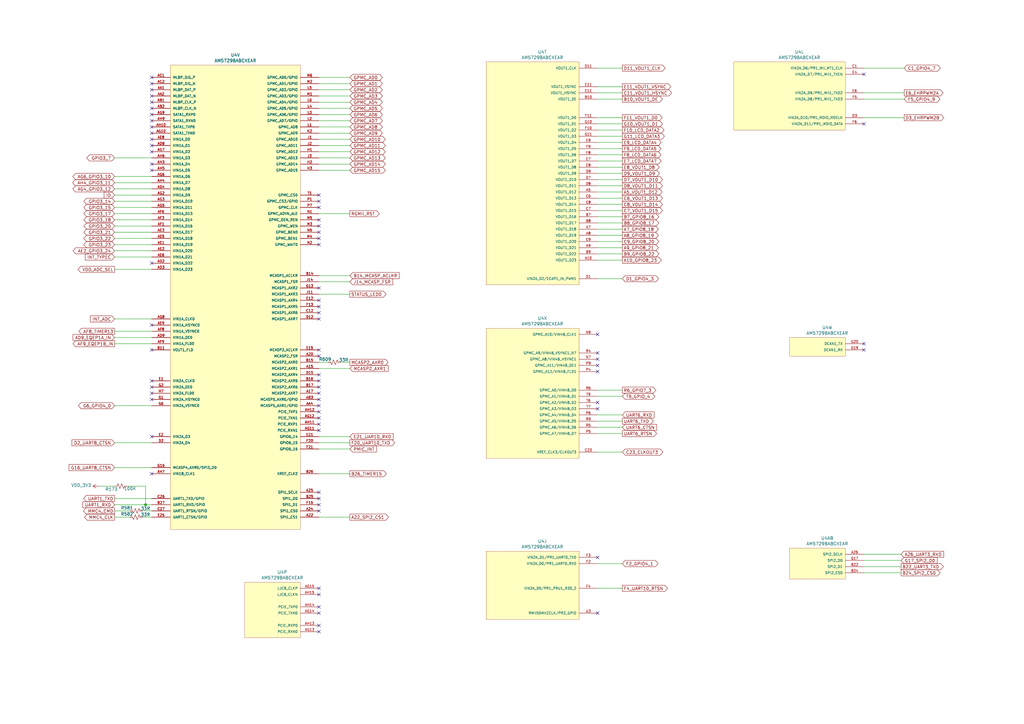
<source format=kicad_sch>
(kicad_sch (version 20210126) (generator eeschema)
  (paper "A3")
  (title_block (title "BeagleBone AI AM57x") (date "2021-01-15") (rev "Kicad-A1") (company "KiCad Services Corporation"))
  (lib_symbols
    (symbol "Device:R_Small_US" (pin_numbers hide) (pin_names (offset 0.254) hide)
      (property "Reference" "R" (at 0.762 0.508 0))
      (property "Value" "R_Small_US" (at 0.762 -1.016 0))
      (symbol "R_Small_US_1_1"
        (pin passive line (at 0 2.54 270) (length 1.016) (name "~") (number "1"))
        (pin passive line (at 0 -2.54 90) (length 1.016) (name "~") (number "2"))
      )
    )
    (symbol "beaglebone-ai:AM5729BABCXEAR" (pin_names (offset 1.016))
      (property "Reference" "U" (at -19.05 44.45 0))
      (property "Value" "AM5729BABCXEAR" (at -6.35 44.45 0))
      (symbol "AM5729BABCXEAR_1_0"
        (pin passive line (at 20.32 26.67 180) (length 7.62) (name "XI_OSC0") (number "AE15"))
        (pin passive line (at 20.32 21.59 180) (length 7.62) (name "XO_OSC0") (number "AD15"))
        (pin power_in line (at 20.32 16.51 180) (length 7.62) (name "VSSA_OSC0") (number "AF15"))
        (pin passive line (at 20.32 8.89 180) (length 7.62) (name "XI_OSC1") (number "AC15"))
        (pin passive line (at 20.32 3.81 180) (length 7.62) (name "XO_OSC1") (number "AC13"))
        (pin power_in line (at 20.32 -1.27 180) (length 7.62) (name "VSSA_OSC1") (number "AC14"))
        (pin passive line (at 20.32 -8.89 180) (length 7.62) (name "PORZ") (number "F22"))
        (pin passive line (at 20.32 -16.51 180) (length 7.62) (name "RESETN") (number "E23"))
        (pin passive line (at 20.32 -21.59 180) (length 7.62) (name "RSTOUTN") (number "F23"))
        (pin passive line (at 20.32 -29.21 180) (length 7.62) (name "NMI_DSP") (number "D21"))
      )
      (symbol "AM5729BABCXEAR_2_0"
        (pin passive line (at 19.05 15.24 180) (length 7.62) (name "RTC_OSC_XI") (number "AE14"))
        (pin passive line (at 19.05 12.7 180) (length 7.62) (name "RTC_OSC_XO") (number "AD14"))
        (pin passive line (at 19.05 7.62 180) (length 7.62) (name "RTC_ISO") (number "AF14"))
        (pin passive line (at 19.05 2.54 180) (length 7.62) (name "RTC_PORZ") (number "AB17"))
        (pin passive line (at 19.05 -2.54 180) (length 7.62) (name "ON_OFF") (number "Y11"))
        (pin passive line (at 19.05 -7.62 180) (length 7.62) (name "WAKEUP0") (number "AD17"))
        (pin passive line (at 19.05 -10.16 180) (length 7.62) (name "WAKEUP1") (number "AC17"))
        (pin passive line (at 19.05 -12.7 180) (length 7.62) (name "WAKEUP2") (number "AB16"))
        (pin passive line (at 19.05 -15.24 180) (length 7.62) (name "WAKEUP3") (number "AC16"))
      )
      (symbol "AM5729BABCXEAR_3_0"
        (pin passive line (at 27.94 109.22 180) (length 7.62) (name "DDR1_RST") (number "AG21"))
        (pin passive line (at 27.94 101.6 180) (length 7.62) (name "DDR1_CK") (number "AG24"))
        (pin passive line (at 27.94 99.06 180) (length 7.62) (name "DDR1_CKN") (number "AH24"))
        (pin passive line (at 27.94 96.52 180) (length 7.62) (name "DDR1_CKE") (number "AG22"))
        (pin passive line (at 27.94 93.98 180) (length 7.62) (name "DDR1_CSN0") (number "AH23"))
        (pin passive line (at 27.94 91.44 180) (length 7.62) (name "DDR1_CASN") (number "AC18"))
        (pin passive line (at 27.94 88.9 180) (length 7.62) (name "DDR1_RASN") (number "AF20"))
        (pin passive line (at 27.94 86.36 180) (length 7.62) (name "DDR1_WEN") (number "AH21"))
        (pin passive line (at 27.94 76.2 180) (length 7.62) (name "DDR1_BA0") (number "AF17"))
        (pin passive line (at 27.94 73.66 180) (length 7.62) (name "DDR1_BA1") (number "AE18"))
        (pin passive line (at 27.94 71.12 180) (length 7.62) (name "DDR1_BA2") (number "AB18"))
        (pin passive line (at 27.94 -86.36 180) (length 7.62) (name "DDR1_DQS0") (number "AH25"))
        (pin passive line (at 27.94 -88.9 180) (length 7.62) (name "DDR1_DQS0N") (number "AG25"))
        (pin passive line (at 27.94 -91.44 180) (length 7.62) (name "DDR1_DQS1") (number "AE27"))
        (pin passive line (at 27.94 -93.98 180) (length 7.62) (name "DDR1_DQS1N") (number "AE28"))
        (pin passive line (at 27.94 -96.52 180) (length 7.62) (name "DDR1_DQS2") (number "AD27"))
        (pin passive line (at 27.94 -99.06 180) (length 7.62) (name "DDR1_DQS2N") (number "AD28"))
        (pin passive line (at 27.94 -101.6 180) (length 7.62) (name "DDR1_DQS3") (number "Y28"))
        (pin passive line (at 27.94 -104.14 180) (length 7.62) (name "DDR1_DQS3N") (number "Y27"))
        (pin passive line (at 27.94 -114.3 180) (length 7.62) (name "DDR1_ODT0") (number "AE20"))
        (pin passive line (at 27.94 68.58 180) (length 7.62) (name "DDR1_A0") (number "AD20"))
        (pin passive line (at 27.94 66.04 180) (length 7.62) (name "DDR1_A1") (number "AC19"))
        (pin passive line (at 27.94 63.5 180) (length 7.62) (name "DDR1_A2") (number "AC20"))
        (pin passive line (at 27.94 60.96 180) (length 7.62) (name "DDR1_A3") (number "AB19"))
        (pin passive line (at 27.94 58.42 180) (length 7.62) (name "DDR1_A4") (number "AF21"))
        (pin passive line (at 27.94 55.88 180) (length 7.62) (name "DDR1_A5") (number "AH22"))
        (pin passive line (at 27.94 53.34 180) (length 7.62) (name "DDR1_A6") (number "AG23"))
        (pin passive line (at 27.94 50.8 180) (length 7.62) (name "DDR1_A7") (number "AE21"))
        (pin passive line (at 27.94 48.26 180) (length 7.62) (name "DDR1_A8") (number "AF22"))
        (pin passive line (at 27.94 45.72 180) (length 7.62) (name "DDR1_A9") (number "AE22"))
        (pin passive line (at 27.94 43.18 180) (length 7.62) (name "DDR1_A10") (number "AD21"))
        (pin passive line (at 27.94 40.64 180) (length 7.62) (name "DDR1_A11") (number "AD22"))
        (pin passive line (at 27.94 38.1 180) (length 7.62) (name "DDR1_A12") (number "AC21"))
        (pin passive line (at 27.94 35.56 180) (length 7.62) (name "DDR1_A13") (number "AF18"))
        (pin passive line (at 27.94 33.02 180) (length 7.62) (name "DDR1_A14") (number "AE17"))
        (pin passive line (at 27.94 30.48 180) (length 7.62) (name "DDR1_A15") (number "AD18"))
        (pin passive line (at 27.94 20.32 180) (length 7.62) (name "DDR1_D0") (number "AF25"))
        (pin passive line (at 27.94 17.78 180) (length 7.62) (name "DDR1_D1") (number "AF26"))
        (pin passive line (at 27.94 15.24 180) (length 7.62) (name "DDR1_D2") (number "AG26"))
        (pin passive line (at 27.94 12.7 180) (length 7.62) (name "DDR1_D3") (number "AH26"))
        (pin passive line (at 27.94 10.16 180) (length 7.62) (name "DDR1_D4") (number "AF24"))
        (pin passive line (at 27.94 7.62 180) (length 7.62) (name "DDR1_D5") (number "AE24"))
        (pin passive line (at 27.94 5.08 180) (length 7.62) (name "DDR1_D6") (number "AF23"))
        (pin passive line (at 27.94 2.54 180) (length 7.62) (name "DDR1_D7") (number "AE23"))
        (pin passive line (at 27.94 0 180) (length 7.62) (name "DDR1_D8") (number "AC23"))
        (pin passive line (at 27.94 -2.54 180) (length 7.62) (name "DDR1_D9") (number "AF27"))
        (pin tri_state line (at 27.94 -5.08 180) (length 7.62) (name "DDR1_D10") (number "AG27"))
        (pin passive line (at 27.94 -7.62 180) (length 7.62) (name "DDR1_D11") (number "AF28"))
        (pin passive line (at 27.94 -10.16 180) (length 7.62) (name "DDR1_D12") (number "AE26"))
        (pin passive line (at 27.94 -12.7 180) (length 7.62) (name "DDR1_D13") (number "AC25"))
        (pin passive line (at 27.94 -15.24 180) (length 7.62) (name "DDR1_D14") (number "AC24"))
        (pin passive line (at 27.94 -17.78 180) (length 7.62) (name "DDR1_D15") (number "AD25"))
        (pin tri_state line (at 27.94 -20.32 180) (length 7.62) (name "DDR1_D16") (number "V20"))
        (pin passive line (at 27.94 -22.86 180) (length 7.62) (name "DDR1_D17") (number "W20"))
        (pin passive line (at 27.94 -25.4 180) (length 7.62) (name "DDR1_D18") (number "AB28"))
        (pin passive line (at 27.94 -27.94 180) (length 7.62) (name "DDR1_D19") (number "AC28"))
        (pin passive line (at 27.94 -30.48 180) (length 7.62) (name "DDR1_D20") (number "AC27"))
        (pin passive line (at 27.94 -33.02 180) (length 7.62) (name "DDR1_D21") (number "Y19"))
        (pin passive line (at 27.94 -35.56 180) (length 7.62) (name "DDR1_D22") (number "AB27"))
        (pin passive line (at 27.94 -38.1 180) (length 7.62) (name "DDR1_D23") (number "Y20"))
        (pin passive line (at 27.94 -40.64 180) (length 7.62) (name "DDR1_D24") (number "AA23"))
        (pin passive line (at 27.94 -43.18 180) (length 7.62) (name "DDR1_D25") (number "Y22"))
        (pin passive line (at 27.94 -45.72 180) (length 7.62) (name "DDR1_D26") (number "Y23"))
        (pin passive line (at 27.94 -48.26 180) (length 7.62) (name "DDR1_D27") (number "AA24"))
        (pin passive line (at 27.94 -50.8 180) (length 7.62) (name "DDR1_D28") (number "Y24"))
        (pin passive line (at 27.94 -53.34 180) (length 7.62) (name "DDR1_D29") (number "AA26"))
        (pin passive line (at 27.94 -55.88 180) (length 7.62) (name "DDR1_D30") (number "AA25"))
        (pin passive line (at 27.94 -58.42 180) (length 7.62) (name "DDR1_D31") (number "AA28"))
        (pin passive line (at 27.94 -68.58 180) (length 7.62) (name "DDR1_DQM0") (number "AD23"))
        (pin passive line (at 27.94 -71.12 180) (length 7.62) (name "DDR1_DQM1") (number "AB23"))
        (pin passive line (at 27.94 -73.66 180) (length 7.62) (name "DDR1_DQM2") (number "AC26"))
        (pin passive line (at 27.94 -76.2 180) (length 7.62) (name "DDR1_DQM3") (number "AA27"))
        (pin passive line (at 27.94 -121.92 180) (length 7.62) (name "DDR1_VREF") (number "Y18"))
        (pin passive line (at -25.4 -10.16 0) (length 7.62) (name "DDR1_ECC_DQSN") (number "V28"))
        (pin passive line (at -25.4 -7.62 0) (length 7.62) (name "DDR1_ECC_DQS") (number "V27"))
        (pin passive line (at -25.4 0 0) (length 7.62) (name "DDR1_ECC_DQM") (number "V26"))
        (pin passive line (at -25.4 7.62 0) (length 7.62) (name "DDR1_ECC_D7") (number "Y26"))
        (pin passive line (at -25.4 10.16 0) (length 7.62) (name "DDR1_ECC_D6") (number "V25"))
        (pin passive line (at -25.4 12.7 0) (length 7.62) (name "DDR1_ECC_D5") (number "V24"))
        (pin passive line (at -25.4 15.24 0) (length 7.62) (name "DDR1_ECC_D4") (number "Y25"))
        (pin passive line (at -25.4 17.78 0) (length 7.62) (name "DDR1_ECC_D3") (number "W23"))
        (pin passive line (at -25.4 20.32 0) (length 7.62) (name "DDR1_ECC_D2") (number "W19"))
        (pin passive line (at -25.4 22.86 0) (length 7.62) (name "DDR1_ECC_D1") (number "V23"))
        (pin passive line (at -25.4 25.4 0) (length 7.62) (name "DDR1_ECC_D0") (number "W22"))
      )
      (symbol "AM5729BABCXEAR_4_0"
        (pin passive line (at 25.4 8.89 180) (length 7.62) (name "GPMC_A18/QSPI1_SCLK") (number "R2"))
        (pin passive line (at 25.4 6.35 180) (length 7.62) (name "GPMC_A13/QSPI_RTCLK") (number "R3"))
        (pin passive line (at 25.4 3.81 180) (length 7.62) (name "GPMC_CS2/QSPI1_CS0") (number "P2"))
        (pin passive line (at 25.4 -3.81 180) (length 7.62) (name "GPMC_A16/QSPI1_D0") (number "U1"))
        (pin passive line (at 25.4 -6.35 180) (length 7.62) (name "GPMC_A17/QSPI1_D1") (number "P3"))
        (pin passive line (at 25.4 -8.89 180) (length 7.62) (name "GPMC_A15/QSPI_D2") (number "U2"))
        (pin passive line (at 25.4 -11.43 180) (length 7.62) (name "GPMC_A14/QSPI_D3") (number "T2"))
      )
      (symbol "AM5729BABCXEAR_5_0"
        (pin passive line (at 27.94 15.24 180) (length 7.62) (name "GPMC_A23/MMC2_CLK") (number "J7"))
        (pin passive line (at 27.94 12.7 180) (length 7.62) (name "GPMC_CS1/MMC2_CMD") (number "H6"))
        (pin passive line (at 27.94 5.08 180) (length 7.62) (name "GPMC_A24/MMC2_DAT0") (number "J4"))
        (pin passive line (at 27.94 2.54 180) (length 7.62) (name "GPMC_A25/MMC2_DAT1") (number "J6"))
        (pin passive line (at 27.94 0 180) (length 7.62) (name "GPMC_A26/MMC2_DAT2") (number "H4"))
        (pin passive line (at 27.94 -2.54 180) (length 7.62) (name "GPMC_A27/MMC2_DAT3") (number "H5"))
        (pin passive line (at 27.94 -5.08 180) (length 7.62) (name "GPMC_A19/MMC2_DAT4") (number "K7"))
        (pin passive line (at 27.94 -7.62 180) (length 7.62) (name "GPMC_A20/MMC2_DAT5") (number "M7"))
        (pin passive line (at 27.94 -10.16 180) (length 7.62) (name "GPMC_A21/MMC2_DAT6") (number "J5"))
        (pin passive line (at 27.94 -12.7 180) (length 7.62) (name "GPMC_A22/MMC2_DAT7") (number "K6"))
      )
      (symbol "AM5729BABCXEAR_6_0"
        (pin passive line (at 19.05 22.86 180) (length 7.62) (name "RGMII0_TXC") (number "W9"))
        (pin passive line (at 19.05 20.32 180) (length 7.62) (name "RGMII0_TXCTL") (number "V9"))
        (pin passive line (at 19.05 12.7 180) (length 7.62) (name "RGMII0_TXD0") (number "U6"))
        (pin passive line (at 19.05 10.16 180) (length 7.62) (name "RGMII0_TXD1") (number "V6"))
        (pin passive line (at 19.05 7.62 180) (length 7.62) (name "RGMII0_TXD2") (number "U7"))
        (pin passive line (at 19.05 5.08 180) (length 7.62) (name "RGMII0_TXD3") (number "V7"))
        (pin passive line (at 19.05 -2.54 180) (length 7.62) (name "RGMII0_RXC") (number "U5"))
        (pin passive line (at 19.05 -5.08 180) (length 7.62) (name "RGMII0_RXCTL") (number "V5"))
        (pin passive line (at 19.05 -12.7 180) (length 7.62) (name "RGMII0_RXD0") (number "W2"))
        (pin passive line (at 19.05 -15.24 180) (length 7.62) (name "RGMII0_RXD1") (number "Y2"))
        (pin passive line (at 19.05 -17.78 180) (length 7.62) (name "RGMII0_RXD2") (number "V3"))
        (pin passive line (at 19.05 -20.32 180) (length 7.62) (name "RGMII0_RXD3") (number "V4"))
        (pin passive line (at 19.05 -27.94 180) (length 7.62) (name "MDIO_MCLK") (number "V1"))
        (pin passive line (at 19.05 -30.48 180) (length 7.62) (name "MDIO_D") (number "U4"))
      )
      (symbol "AM5729BABCXEAR_7_0"
        (pin passive line (at 26.67 20.32 180) (length 7.62) (name "VIN2A_D12/RGMII1_TXC") (number "D5"))
        (pin passive line (at 26.67 17.78 180) (length 7.62) (name "VIN2A_D13/RGMII1_TXCTL") (number "C2"))
        (pin passive line (at 26.67 10.16 180) (length 7.62) (name "VIN2A_D17/RGMII1_TXD0") (number "D6"))
        (pin passive line (at 26.67 7.62 180) (length 7.62) (name "VIN2A_D16/RGMII1_TXD1") (number "B2"))
        (pin passive line (at 26.67 5.08 180) (length 7.62) (name "VIN2A_D15/RGMII1_TXD2") (number "C4"))
        (pin passive line (at 26.67 2.54 180) (length 7.62) (name "VIN2A_D14/RGMII1_TXD3") (number "C3"))
        (pin passive line (at 26.67 -5.08 180) (length 7.62) (name "VIN2A_D18/RGMII1_RXC") (number "C5"))
        (pin passive line (at 26.67 -7.62 180) (length 7.62) (name "VIN2A_D19/RGMII1_RXCTL") (number "A3"))
        (pin passive line (at 26.67 -15.24 180) (length 7.62) (name "VIN2A_D23/RGMII1_RXD0") (number "A4"))
        (pin passive line (at 26.67 -17.78 180) (length 7.62) (name "VIN2A_D22/RGMII1_RXD1") (number "B5"))
        (pin passive line (at 26.67 -20.32 180) (length 7.62) (name "VIN2A_D21/RGMII1_RXD2") (number "B4"))
        (pin passive line (at 26.67 -22.86 180) (length 7.62) (name "VIN2A_D20/RGMII1_RXD3") (number "B3"))
      )
      (symbol "AM5729BABCXEAR_8_0"
        (pin passive line (at 27.94 17.78 180) (length 7.62) (name "HDMI1_CLOCKX") (number "AG16"))
        (pin passive line (at 27.94 15.24 180) (length 7.62) (name "HDMI1_CLOCKY") (number "AH16"))
        (pin passive line (at 27.94 7.62 180) (length 7.62) (name "HDMI1_DATA0X") (number "AG17"))
        (pin passive line (at 27.94 5.08 180) (length 7.62) (name "HDMI1_DATA0Y") (number "AH17"))
        (pin passive line (at 27.94 2.54 180) (length 7.62) (name "HDMI1_DATA1X") (number "AG18"))
        (pin passive line (at 27.94 0 180) (length 7.62) (name "HDMI1_DATA1Y") (number "AH18"))
        (pin passive line (at 27.94 -2.54 180) (length 7.62) (name "HDMI1_DATA2X") (number "AG19"))
        (pin passive line (at 27.94 -5.08 180) (length 7.62) (name "HDMI1_DATA2Y") (number "AH19"))
        (pin passive line (at 27.94 -12.7 180) (length 7.62) (name "I2C2_SCL/HDMI1_DDC_SDA") (number "C25"))
        (pin passive line (at 27.94 -15.24 180) (length 7.62) (name "I2C2_SDA/HDMI1_DDC_SCL") (number "F17"))
        (pin passive line (at 27.94 -22.86 180) (length 7.62) (name "SPI1_CS2/HDMI_HPD") (number "B21"))
        (pin passive line (at 27.94 -25.4 180) (length 7.62) (name "SPI1_CS3/HDMI_CEC") (number "B20"))
      )
      (symbol "AM5729BABCXEAR_9_0"
        (pin passive line (at 26.67 1.27 180) (length 7.62) (name "UART2_RTSN/UART3_TXD") (number "C28"))
        (pin passive line (at 26.67 -1.27 180) (length 7.62) (name "UART2_CTSN/UART3_RXD") (number "D27"))
      )
      (symbol "AM5729BABCXEAR_10_0"
        (pin passive line (at 27.94 8.89 180) (length 7.62) (name "VIN2A_D1/PR1_UART0_TXD") (number "F3"))
        (pin passive line (at 27.94 6.35 180) (length 7.62) (name "VIN2A_D0/PR1_UART0_RXD") (number "F2"))
        (pin passive line (at 27.94 -3.81 180) (length 7.62) (name "VIN2A_D5/PR1_PRU1_R30_2") (number "F4"))
        (pin passive line (at 27.94 -13.97 180) (length 7.62) (name "RMII50MHZCLK/PR2_GPIO") (number "U3"))
      )
      (symbol "AM5729BABCXEAR_11_0"
        (pin passive line (at 30.48 1.27 180) (length 7.62) (name "UART3_TXD/PR1_MII0_MR0CLK") (number "Y1"))
        (pin passive line (at 30.48 -1.27 180) (length 7.62) (name "UART3_RXD/PR1_MII0_RXDV") (number "V2"))
      )
      (symbol "AM5729BABCXEAR_12_0"
        (pin passive line (at 30.48 11.43 180) (length 7.62) (name "VIN2A_D6/PR1_MII_MT1_CLK") (number "C1"))
        (pin passive line (at 30.48 8.89 180) (length 7.62) (name "VIN2A_D7/PR1_MII1_TXEN") (number "E4"))
        (pin passive line (at 30.48 1.27 180) (length 7.62) (name "VIN2A_D9/PR1_MII1_TXD2") (number "E6"))
        (pin passive line (at 30.48 -1.27 180) (length 7.62) (name "VIN2A_D8/PR1_MII1_TXD3") (number "F5"))
        (pin passive line (at 30.48 -8.89 180) (length 7.62) (name "VIN2A_D10/PR1_MDIO_MDCLK") (number "D3"))
        (pin passive line (at 30.48 -11.43 180) (length 7.62) (name "VIN2A_D11/PR1_MDIO_DATA") (number "F6"))
      )
      (symbol "AM5729BABCXEAR_13_0"
        (pin passive line (at 33.02 27.94 180) (length 7.62) (name "MCASP1_AXR1/PR2_MII_MT0_CLK") (number "F12"))
        (pin passive line (at 33.02 25.4 180) (length 7.62) (name "MCASP1_AXR8/PR2_MII0_TXEN") (number "B12"))
        (pin passive line (at 33.02 17.78 180) (length 7.62) (name "MCASP1_AXR12/PR2_MII0_TXD0") (number "E14"))
        (pin passive line (at 33.02 15.24 180) (length 7.62) (name "MCASP1_AXR11/PR2_MII0_TXD1") (number "A12"))
        (pin passive line (at 33.02 12.7 180) (length 7.62) (name "MCASP1_AXR10/PR2_MII0_TXD2") (number "B13"))
        (pin passive line (at 33.02 10.16 180) (length 7.62) (name "MCASP1_AXR9/PR2_MII0_TXD3") (number "A11"))
        (pin passive line (at 33.02 2.54 180) (length 7.62) (name "MCASP1_AXR13/PR2_MII_MR0_CLK") (number "A13"))
        (pin passive line (at 33.02 0 180) (length 7.62) (name "MCASP1_AXR14/PR2_MII0_RXDV") (number "G14"))
        (pin passive line (at 33.02 -2.54 180) (length 7.62) (name "MCASP1_AXR0/PR2_MII0_RXER") (number "G12"))
        (pin passive line (at 33.02 -10.16 180) (length 7.62) (name "MCASP2_AXR2/PR2_MII0_RXD0") (number "C15"))
        (pin passive line (at 33.02 -12.7 180) (length 7.62) (name "MCASP2_FSX/PR2_MII0_RXD1") (number "A18"))
        (pin passive line (at 33.02 -15.24 180) (length 7.62) (name "MCASP2_ACLKX/PR2_MII0_RXD2") (number "A19"))
        (pin passive line (at 33.02 -17.78 180) (length 7.62) (name "MCASP1_AXR15/PR2_MII0_RXD3") (number "F14"))
        (pin passive line (at 33.02 -25.4 180) (length 7.62) (name "MCASP3_ACLKX/PR2_MII0_CRS") (number "B18"))
        (pin passive line (at 33.02 -27.94 180) (length 7.62) (name "MCASP3_FSX/PR2_MII0_COL") (number "F15"))
        (pin passive line (at 33.02 -30.48 180) (length 7.62) (name "MCASP2_AXR3/PR2_MII0_RXLINK") (number "A16"))
        (pin passive line (at 33.02 -38.1 180) (length 7.62) (name "MCASP1_ACLKX/PR2_MDIO_MDCLK") (number "C14"))
        (pin passive line (at 33.02 -40.64 180) (length 7.62) (name "MCASP1_FSX/PR2_MDIO_DATA") (number "D14"))
      )
      (symbol "AM5729BABCXEAR_14_0"
        (pin passive line (at 31.75 25.4 180) (length 7.62) (name "GPIO6_10/PR2_MII_MT1_CLK") (number "AC5"))
        (pin passive line (at 31.75 22.86 180) (length 7.62) (name "GPIO6_11/PR2_MII1_TXEN") (number "AB4"))
        (pin passive line (at 31.75 15.24 180) (length 7.62) (name "MMC3_DAT1/PR2_MII1_TXD0") (number "AC6"))
        (pin passive line (at 31.75 12.7 180) (length 7.62) (name "MMC3_DAT0/PR2_MII1_TXD1") (number "AC7"))
        (pin passive line (at 31.75 10.16 180) (length 7.62) (name "MMC3_CMD/PR2_MII1_TXD2") (number "AC4"))
        (pin passive line (at 31.75 7.62 180) (length 7.62) (name "MMC3_CLK/PR2_MII1_TXD3") (number "AD4"))
        (pin passive line (at 31.75 0 180) (length 7.62) (name "MMC3_DAT2/PR2_MII_MR1_CLK") (number "AC9"))
        (pin passive line (at 31.75 -2.54 180) (length 7.62) (name "MMC3_DAT3/PR2_MII1_RXDV") (number "AC3"))
        (pin passive line (at 31.75 -5.08 180) (length 7.62) (name "MCASP3_AXR0/PR2_MII1_RXER") (number "B19"))
        (pin passive line (at 31.75 -12.7 180) (length 7.62) (name "MMC3_DAT7/PR2_MII1_RXD0") (number "AB5"))
        (pin passive line (at 31.75 -15.24 180) (length 7.62) (name "MMC3_DAT6/PR2_MII1_RXD1") (number "AB8"))
        (pin passive line (at 31.75 -17.78 180) (length 7.62) (name "MMC3_DAT5/PR2_MII1_RXD2") (number "AD6"))
        (pin passive line (at 31.75 -20.32 180) (length 7.62) (name "MMC3_DAT4/PR2_MII1_RXD3") (number "AC8"))
        (pin passive line (at 31.75 -27.94 180) (length 7.62) (name "XREF_CLK1/PR2_MII1_CRS") (number "E17"))
        (pin passive line (at 31.75 -30.48 180) (length 7.62) (name "XREF_CLK0/PR2_MII1_COL") (number "D18"))
        (pin passive line (at 31.75 -33.02 180) (length 7.62) (name "MCASP3_AXR1/PR2_MII1_RXLINK") (number "C17"))
      )
      (symbol "AM5729BABCXEAR_15_0"
        (pin passive line (at 19.05 12.7 180) (length 7.62) (name "MMC1_CLK") (number "W6"))
        (pin passive line (at 19.05 10.16 180) (length 7.62) (name "MMC1_CMD") (number "Y6"))
        (pin passive line (at 19.05 5.08 180) (length 7.62) (name "MMC1_DAT0") (number "AA6"))
        (pin passive line (at 19.05 2.54 180) (length 7.62) (name "MMC1_DAT1") (number "Y4"))
        (pin passive line (at 19.05 0 180) (length 7.62) (name "MMC1_DAT2") (number "AA5"))
        (pin passive line (at 19.05 -2.54 180) (length 7.62) (name "MMC1_DAT3") (number "Y3"))
        (pin passive line (at 19.05 -7.62 180) (length 7.62) (name "MMC1_SDCD") (number "W7"))
        (pin passive line (at 19.05 -12.7 180) (length 7.62) (name "MMC1_SDWP") (number "Y9"))
      )
      (symbol "AM5729BABCXEAR_16_0"
        (pin passive line (at 20.32 7.62 180) (length 7.62) (name "LJCB_CLKP") (number "AG15"))
        (pin passive line (at 20.32 5.08 180) (length 7.62) (name "LJCB_CLKN") (number "AH15"))
        (pin passive line (at 20.32 0 180) (length 7.62) (name "PCIE_TXP0") (number "AH14"))
        (pin passive line (at 20.32 -2.54 180) (length 7.62) (name "PCIE_TXN0") (number "AG14"))
        (pin passive line (at 20.32 -7.62 180) (length 7.62) (name "PCIE_RXP0") (number "AH13"))
        (pin passive line (at 20.32 -10.16 180) (length 7.62) (name "PCIE_RXN0") (number "AG13"))
      )
      (symbol "AM5729BABCXEAR_17_0"
        (pin passive line (at 19.05 10.16 180) (length 7.62) (name "USB1_DP") (number "AD12"))
        (pin passive line (at 19.05 7.62 180) (length 7.62) (name "USB1_DM") (number "AC12"))
        (pin passive line (at 19.05 2.54 180) (length 7.62) (name "USB1_DRVVBUS") (number "AB10"))
        (pin passive line (at 19.05 -2.54 180) (length 7.62) (name "USB_RXN0") (number "AF12"))
        (pin passive line (at 19.05 -5.08 180) (length 7.62) (name "USB_RXP0") (number "AE12"))
        (pin passive line (at 19.05 -10.16 180) (length 7.62) (name "USB_TXN0") (number "AC11"))
        (pin passive line (at 19.05 -12.7 180) (length 7.62) (name "USB_TXP0") (number "AD11"))
      )
      (symbol "AM5729BABCXEAR_18_0"
        (pin passive line (at 19.05 1.27 180) (length 7.62) (name "I2C1_SCL") (number "C20"))
        (pin passive line (at 19.05 -1.27 180) (length 7.62) (name "I2C1_SDA") (number "C21"))
      )
      (symbol "AM5729BABCXEAR_19_0"
        (pin passive line (at 15.24 10.16 180) (length 7.62) (name "TCK") (number "E20"))
        (pin passive line (at 15.24 7.62 180) (length 7.62) (name "RTCK") (number "E18"))
        (pin passive line (at 15.24 5.08 180) (length 7.62) (name "TMS") (number "F18"))
        (pin passive line (at 15.24 0 180) (length 7.62) (name "TDI") (number "D23"))
        (pin passive line (at 15.24 -2.54 180) (length 7.62) (name "TDO") (number "F19"))
        (pin passive line (at 15.24 -7.62 180) (length 7.62) (name "TRSTN") (number "D20"))
        (pin passive line (at 15.24 -12.7 180) (length 7.62) (name "EMU0") (number "G21"))
        (pin passive line (at 15.24 -15.24 180) (length 7.62) (name "EMU1") (number "D24"))
      )
      (symbol "AM5729BABCXEAR_20_0"
        (pin passive line (at 25.4 40.64 180) (length 7.62) (name "VOUT1_CLK") (number "D11"))
        (pin passive line (at 25.4 33.02 180) (length 7.62) (name "VOUT1_VSYNC") (number "E11"))
        (pin passive line (at 25.4 30.48 180) (length 7.62) (name "VOUT1_HSYNC") (number "C11"))
        (pin passive line (at 25.4 27.94 180) (length 7.62) (name "VOUT1_DE") (number "B10"))
        (pin passive line (at 25.4 20.32 180) (length 7.62) (name "VOUT1_D0") (number "F11"))
        (pin passive line (at 25.4 17.78 180) (length 7.62) (name "VOUT1_D1") (number "G10"))
        (pin passive line (at 25.4 15.24 180) (length 7.62) (name "VOUT1_D2") (number "F10"))
        (pin passive line (at 25.4 12.7 180) (length 7.62) (name "VOUT1_D3") (number "G11"))
        (pin passive line (at 25.4 10.16 180) (length 7.62) (name "VOUT1_D4") (number "E9"))
        (pin passive line (at 25.4 7.62 180) (length 7.62) (name "VOUT1_D5") (number "F9"))
        (pin passive line (at 25.4 5.08 180) (length 7.62) (name "VOUT1_D6") (number "F8"))
        (pin passive line (at 25.4 2.54 180) (length 7.62) (name "VOUT1_D7") (number "E7"))
        (pin passive line (at 25.4 0 180) (length 7.62) (name "VOUT1_D8") (number "E8"))
        (pin passive line (at 25.4 -2.54 180) (length 7.62) (name "VOUT1_D9") (number "D9"))
        (pin passive line (at 25.4 -5.08 180) (length 7.62) (name "VOUT1_D10") (number "D7"))
        (pin passive line (at 25.4 -7.62 180) (length 7.62) (name "VOUT1_D11") (number "D8"))
        (pin passive line (at 25.4 -10.16 180) (length 7.62) (name "VOUT1_D12") (number "A5"))
        (pin passive line (at 25.4 -12.7 180) (length 7.62) (name "VOUT1_D13") (number "C6"))
        (pin passive line (at 25.4 -15.24 180) (length 7.62) (name "VOUT1_D14") (number "C8"))
        (pin passive line (at 25.4 -17.78 180) (length 7.62) (name "VOUT1_D15") (number "C7"))
        (pin passive line (at 25.4 -20.32 180) (length 7.62) (name "VOUT1_D16") (number "B7"))
        (pin passive line (at 25.4 -22.86 180) (length 7.62) (name "VOUT1_D17") (number "B8"))
        (pin passive line (at 25.4 -25.4 180) (length 7.62) (name "VOUT1_D18") (number "A7"))
        (pin passive line (at 25.4 -27.94 180) (length 7.62) (name "VOUT1_D19") (number "A8"))
        (pin passive line (at 25.4 -30.48 180) (length 7.62) (name "VOUT1_D20") (number "C9"))
        (pin passive line (at 25.4 -33.02 180) (length 7.62) (name "VOUT1_D21") (number "A9"))
        (pin passive line (at 25.4 -35.56 180) (length 7.62) (name "VOUT1_D22") (number "B9"))
        (pin passive line (at 25.4 -38.1 180) (length 7.62) (name "VOUT1_D23") (number "A10"))
        (pin passive line (at 25.4 -45.72 180) (length 7.62) (name "VIN2A_D2/ECAP1_IN_PWM1") (number "D1"))
      )
      (symbol "AM5729BABCXEAR_21_0"
        (pin passive line (at 27.94 6.35 180) (length 7.62) (name "MCASP4_ACLKX/SPI3_SCLK") (number "C18"))
        (pin passive line (at 27.94 1.27 180) (length 7.62) (name "VIN1A_D15/GPIO") (number "AF4"))
        (pin passive line (at 27.94 -1.27 180) (length 7.62) (name "MCASP4_FSX/SPI3_D1") (number "A21"))
        (pin passive line (at 27.94 -6.35 180) (length 7.62) (name "MCASP4_AXR1/SPI3_CS0") (number "D17"))
      )
      (symbol "AM5729BABCXEAR_22_0"
        (pin passive line (at 33.02 87.63 180) (length 7.62) (name "GPMC_AD0/GPIO") (number "M6"))
        (pin passive line (at 33.02 85.09 180) (length 7.62) (name "GPMC_AD1/GPIO") (number "M2"))
        (pin passive line (at 33.02 82.55 180) (length 7.62) (name "GPMC_AD2/GPIO") (number "L5"))
        (pin passive line (at 33.02 80.01 180) (length 7.62) (name "GPMC_AD3/GPIO") (number "M1"))
        (pin passive line (at 33.02 77.47 180) (length 7.62) (name "GPMC_AD4/GPIO") (number "L6"))
        (pin passive line (at 33.02 74.93 180) (length 7.62) (name "GPMC_AD5/GPIO") (number "L4"))
        (pin passive line (at 33.02 72.39 180) (length 7.62) (name "GPMC_AD6/GPIO") (number "L3"))
        (pin passive line (at 33.02 69.85 180) (length 7.62) (name "GPMC_AD7/GPIO") (number "L2"))
        (pin passive line (at 33.02 67.31 180) (length 7.62) (name "GPMC_AD8") (number "L1"))
        (pin passive line (at 33.02 64.77 180) (length 7.62) (name "GPMC_AD9") (number "K2"))
        (pin passive line (at 33.02 62.23 180) (length 7.62) (name "GPMC_AD10") (number "J1"))
        (pin passive line (at 33.02 59.69 180) (length 7.62) (name "GPMC_AD11") (number "J2"))
        (pin passive line (at 33.02 57.15 180) (length 7.62) (name "GPMC_AD12") (number "H1"))
        (pin passive line (at 33.02 54.61 180) (length 7.62) (name "GPMC_AD13") (number "J3"))
        (pin passive line (at 33.02 52.07 180) (length 7.62) (name "GPMC_AD14") (number "H2"))
        (pin passive line (at 33.02 49.53 180) (length 7.62) (name "GPMC_AD15") (number "H3"))
        (pin passive line (at 33.02 39.37 180) (length 7.62) (name "GPMC_CS0") (number "T1"))
        (pin passive line (at 33.02 36.83 180) (length 7.62) (name "GPMC_CS3/GPIO") (number "P1"))
        (pin passive line (at 33.02 34.29 180) (length 7.62) (name "GPMC_CLK") (number "P7"))
        (pin passive line (at 33.02 31.75 180) (length 7.62) (name "GPMC_ADVN_ALE") (number "N1"))
        (pin passive line (at 33.02 29.21 180) (length 7.62) (name "GPMC_OEN_REN") (number "M5"))
        (pin passive line (at 33.02 26.67 180) (length 7.62) (name "GPMC_WEN") (number "M3"))
        (pin passive line (at 33.02 24.13 180) (length 7.62) (name "GPMC_BEN0") (number "N6"))
        (pin passive line (at 33.02 21.59 180) (length 7.62) (name "GPMC_BEN1") (number "M4"))
        (pin passive line (at 33.02 19.05 180) (length 7.62) (name "GPMC_WAIT0") (number "N2"))
        (pin passive line (at 33.02 6.35 180) (length 7.62) (name "MCASP1_ACLKR") (number "B14"))
        (pin passive line (at 33.02 3.81 180) (length 7.62) (name "MCASP1_FSR") (number "J14"))
        (pin passive line (at 33.02 1.27 180) (length 7.62) (name "MCASP1_AXR2") (number "G13"))
        (pin passive line (at 33.02 -1.27 180) (length 7.62) (name "MCASP1_AXR3") (number "J11"))
        (pin passive line (at 33.02 -3.81 180) (length 7.62) (name "MCASP1_AXR4") (number "E12"))
        (pin passive line (at 33.02 -6.35 180) (length 7.62) (name "MCASP1_AXR5") (number "F13"))
        (pin passive line (at 33.02 -8.89 180) (length 7.62) (name "MCASP1_AXR6") (number "C12"))
        (pin passive line (at 33.02 -11.43 180) (length 7.62) (name "MCASP1_AXR7") (number "D12"))
        (pin passive line (at 33.02 -24.13 180) (length 7.62) (name "MCASP2_ACLKR") (number "E15"))
        (pin passive line (at 33.02 -26.67 180) (length 7.62) (name "MCASP2_FSR") (number "A20"))
        (pin passive line (at 33.02 -29.21 180) (length 7.62) (name "MCASP2_AXR0") (number "B15"))
        (pin passive line (at 33.02 -31.75 180) (length 7.62) (name "MCASP2_AXR1") (number "A15"))
        (pin passive line (at 33.02 -34.29 180) (length 7.62) (name "MCASP2_AXR4") (number "D15"))
        (pin passive line (at 33.02 -36.83 180) (length 7.62) (name "MCASP2_AXR5") (number "B16"))
        (pin passive line (at 33.02 -39.37 180) (length 7.62) (name "MCASP2_AXR6") (number "B17"))
        (pin passive line (at 33.02 -41.91 180) (length 7.62) (name "MCASP2_AXR7") (number "A17"))
        (pin passive line (at 33.02 -44.45 180) (length 7.62) (name "MCASP5_AXR0/GPIO") (number "AB3"))
        (pin passive line (at 33.02 -46.99 180) (length 7.62) (name "MCASP5_AXR1/GPIO") (number "AA4"))
        (pin passive line (at 33.02 -49.53 180) (length 7.62) (name "PCIE_TXP1") (number "AH12"))
        (pin passive line (at 33.02 -52.07 180) (length 7.62) (name "PCIE_TXN1") (number "AG12"))
        (pin passive line (at 33.02 -54.61 180) (length 7.62) (name "PCIE_RXP1") (number "AH11"))
        (pin passive line (at 33.02 -57.15 180) (length 7.62) (name "PCIE_RXN1") (number "AG11"))
        (pin passive line (at 33.02 -59.69 180) (length 7.62) (name "GPIO6_14") (number "E21"))
        (pin passive line (at 33.02 -62.23 180) (length 7.62) (name "GPIO6_15") (number "F20"))
        (pin passive line (at 33.02 -64.77 180) (length 7.62) (name "GPIO6_16") (number "F21"))
        (pin passive line (at 33.02 -74.93 180) (length 7.62) (name "XREF_CLK2") (number "B26"))
        (pin passive line (at 33.02 -82.55 180) (length 7.62) (name "SPI1_SCLK") (number "A25"))
        (pin passive line (at 33.02 -85.09 180) (length 7.62) (name "SPI1_D0") (number "B25"))
        (pin passive line (at 33.02 -87.63 180) (length 7.62) (name "SPI1_D1") (number "F16"))
        (pin passive line (at 33.02 -90.17 180) (length 7.62) (name "SPI1_CS0") (number "A24"))
        (pin passive line (at 33.02 -92.71 180) (length 7.62) (name "SPI1_CS1") (number "A22"))
        (pin passive line (at -35.56 -92.71 0) (length 7.62) (name "UART1_CTSN/GPIO") (number "E25"))
        (pin passive line (at -35.56 -90.17 0) (length 7.62) (name "UART1_RTSN/GPIO") (number "C27"))
        (pin passive line (at -35.56 -87.63 0) (length 7.62) (name "UART1_RXD/GPIO") (number "B27"))
        (pin passive line (at -35.56 -85.09 0) (length 7.62) (name "UART1_TXD/GPIO") (number "C26"))
        (pin passive line (at -35.56 -74.93 0) (length 7.62) (name "VIN1B_CLK1") (number "AH7"))
        (pin passive line (at -35.56 -72.39 0) (length 7.62) (name "MCASP4_AXR0/SPI3_D0") (number "G16"))
        (pin passive line (at -35.56 -62.23 0) (length 7.62) (name "VIN2A_D4") (number "D2"))
        (pin passive line (at -35.56 -59.69 0) (length 7.62) (name "VIN2A_D3") (number "E2"))
        (pin passive line (at -35.56 -46.99 0) (length 7.62) (name "VIN2A_VSYNC0") (number "G6"))
        (pin passive line (at -35.56 -44.45 0) (length 7.62) (name "VIN2A_HSYNC0") (number "G1"))
        (pin passive line (at -35.56 -41.91 0) (length 7.62) (name "VIN2A_FLD0") (number "H7"))
        (pin passive line (at -35.56 -39.37 0) (length 7.62) (name "VIN2A_DE0") (number "G2"))
        (pin passive line (at -35.56 -36.83 0) (length 7.62) (name "VIN2A_CLK0") (number "E1"))
        (pin passive line (at -35.56 -24.13 0) (length 7.62) (name "VOUT1_FLD") (number "B11"))
        (pin passive line (at -35.56 -21.59 0) (length 7.62) (name "VIN1A_FLD0") (number "AF9"))
        (pin passive line (at -35.56 -19.05 0) (length 7.62) (name "VIN1A_DE0") (number "AD9"))
        (pin passive line (at -35.56 -16.51 0) (length 7.62) (name "VIN1A_VSYNC0") (number "AF8"))
        (pin passive line (at -35.56 -13.97 0) (length 7.62) (name "VIN1A_HSYNC0") (number "AE9"))
        (pin passive line (at -35.56 -11.43 0) (length 7.62) (name "VIN1A_CLK0") (number "AG8"))
        (pin passive line (at -35.56 8.89 0) (length 7.62) (name "VIN1A_D23") (number "AD3"))
        (pin passive line (at -35.56 11.43 0) (length 7.62) (name "VIN1A_D22") (number "AD2"))
        (pin passive line (at -35.56 13.97 0) (length 7.62) (name "VIN1A_D21") (number "AE6"))
        (pin passive line (at -35.56 16.51 0) (length 7.62) (name "VIN1A_D20") (number "AE2"))
        (pin passive line (at -35.56 19.05 0) (length 7.62) (name "VIN1A_D19") (number "AE1"))
        (pin passive line (at -35.56 21.59 0) (length 7.62) (name "VIN1A_D18") (number "AE5"))
        (pin passive line (at -35.56 24.13 0) (length 7.62) (name "VIN1A_D17") (number "AE3"))
        (pin passive line (at -35.56 26.67 0) (length 7.62) (name "VIN1A_D16") (number "AF1"))
        (pin passive line (at -35.56 29.21 0) (length 7.62) (name "VIN1A_D14") (number "AF3"))
        (pin passive line (at -35.56 31.75 0) (length 7.62) (name "VIN1A_D13") (number "AF6"))
        (pin passive line (at -35.56 34.29 0) (length 7.62) (name "VIN1A_D11") (number "AG5"))
        (pin passive line (at -35.56 36.83 0) (length 7.62) (name "VIN1A_D10") (number "AG3"))
        (pin passive line (at -35.56 39.37 0) (length 7.62) (name "VIN1A_D9") (number "AG2"))
        (pin passive line (at -35.56 41.91 0) (length 7.62) (name "VIN1A_D8") (number "AG4"))
        (pin passive line (at -35.56 44.45 0) (length 7.62) (name "VIN1A_D7") (number "AH4"))
        (pin passive line (at -35.56 46.99 0) (length 7.62) (name "VIN1A_D6") (number "AG6"))
        (pin passive line (at -35.56 49.53 0) (length 7.62) (name "VIN1A_D5") (number "AH5"))
        (pin passive line (at -35.56 52.07 0) (length 7.62) (name "VIN1A_D4") (number "AH3"))
        (pin passive line (at -35.56 54.61 0) (length 7.62) (name "VIN1A_D3") (number "AH6"))
        (pin passive line (at -35.56 57.15 0) (length 7.62) (name "VIN1A_D2") (number "AG7"))
        (pin passive line (at -35.56 59.69 0) (length 7.62) (name "VIN1A_D1") (number "AD8"))
        (pin passive line (at -35.56 62.23 0) (length 7.62) (name "VIN1A_D0") (number "AE8"))
        (pin passive line (at -35.56 64.77 0) (length 7.62) (name "SATA1_TXN0") (number "AG10"))
        (pin passive line (at -35.56 67.31 0) (length 7.62) (name "SATA1_TXP0") (number "AH10"))
        (pin passive line (at -35.56 69.85 0) (length 7.62) (name "SATA1_RXN0") (number "AH9"))
        (pin passive line (at -35.56 72.39 0) (length 7.62) (name "SATA1_RXP0") (number "AG9"))
        (pin passive line (at -35.56 74.93 0) (length 7.62) (name "MLBP_CLK_N") (number "AB2"))
        (pin passive line (at -35.56 77.47 0) (length 7.62) (name "MLBP_CLK_P") (number "AB1"))
        (pin passive line (at -35.56 80.01 0) (length 7.62) (name "MLBP_DAT_N") (number "AA2"))
        (pin passive line (at -35.56 82.55 0) (length 7.62) (name "MLBP_DAT_P") (number "AA1"))
        (pin passive line (at -35.56 85.09 0) (length 7.62) (name "MLBP_SIG_N") (number "AC2"))
        (pin passive line (at -35.56 87.63 0) (length 7.62) (name "MLBP_SIG_P") (number "AC1"))
      )
      (symbol "AM5729BABCXEAR_23_0"
        (pin passive line (at 20.32 1.27 180) (length 7.62) (name "DCAN1_TX") (number "G20"))
        (pin passive line (at 20.32 -1.27 180) (length 7.62) (name "DCAN1_RX") (number "G19"))
      )
      (symbol "AM5729BABCXEAR_24_0"
        (pin passive line (at 26.67 22.86 180) (length 7.62) (name "GPMC_A10/VIN4B_CLK1") (number "N9"))
        (pin passive line (at 26.67 15.24 180) (length 7.62) (name "GPMC_A9/VIN4B_VSYNC1_N7") (number "R4"))
        (pin passive line (at 26.67 12.7 180) (length 7.62) (name "GPMC_A8/VIN4B_HSYNC1") (number "N7"))
        (pin passive line (at 26.67 10.16 180) (length 7.62) (name "GPMC_A11/VIN4B_DE1") (number "P9"))
        (pin passive line (at 26.67 7.62 180) (length 7.62) (name "GPMC_A12/VIN4B_FLD1") (number "P4"))
        (pin passive line (at 26.67 0 180) (length 7.62) (name "GPMC_A0/VIN4B_D0") (number "R6"))
        (pin passive line (at 26.67 -2.54 180) (length 7.62) (name "GPMC_A1/VIN4B_D1") (number "T9"))
        (pin passive line (at 26.67 -5.08 180) (length 7.62) (name "GPMC_A2/VIN4B_D2") (number "T6"))
        (pin passive line (at 26.67 -7.62 180) (length 7.62) (name "GPMC_A3/VIN4B_D3") (number "T7"))
        (pin passive line (at 26.67 -10.16 180) (length 7.62) (name "GPMC_A4/VIN4B_D4") (number "P6"))
        (pin passive line (at 26.67 -12.7 180) (length 7.62) (name "GPMC_A5/VIN4B_D5") (number "R9"))
        (pin passive line (at 26.67 -15.24 180) (length 7.62) (name "GPMC_A6/VIN4B_D6") (number "R5"))
        (pin passive line (at 26.67 -17.78 180) (length 7.62) (name "GPMC_A7/VIN4B_D7") (number "P5"))
        (pin passive line (at 26.67 -25.4 180) (length 7.62) (name "XREF_CLK3/CLKOUT3") (number "C23"))
      )
      (symbol "AM5729BABCXEAR_25_0"
        (pin power_in line (at -80.01 158.75 270) (length 7.62) (name "VDD@1") (number "H13"))
        (pin power_in line (at -77.47 158.75 270) (length 7.62) (name "VDD@2") (number "H14"))
        (pin power_in line (at -74.93 158.75 270) (length 7.62) (name "VDD@3") (number "J17"))
        (pin power_in line (at -72.39 158.75 270) (length 7.62) (name "VDD@4") (number "J18"))
        (pin power_in line (at -69.85 158.75 270) (length 7.62) (name "VDD@5") (number "L7"))
        (pin power_in line (at -67.31 158.75 270) (length 7.62) (name "VDD@6") (number "L8"))
        (pin power_in line (at -64.77 158.75 270) (length 7.62) (name "VDD@7") (number "N10"))
        (pin power_in line (at -62.23 158.75 270) (length 7.62) (name "VDD@8") (number "N13"))
        (pin power_in line (at -59.69 158.75 270) (length 7.62) (name "VDD@9") (number "P11"))
        (pin power_in line (at -57.15 158.75 270) (length 7.62) (name "VDD@10") (number "P12"))
        (pin power_in line (at -54.61 158.75 270) (length 7.62) (name "VDD@11") (number "P13"))
        (pin power_in line (at -52.07 158.75 270) (length 7.62) (name "VDD@12") (number "R11"))
        (pin power_in line (at -49.53 158.75 270) (length 7.62) (name "VDD@13") (number "R16"))
        (pin power_in line (at -46.99 158.75 270) (length 7.62) (name "VDD@14") (number "R19"))
        (pin power_in line (at -44.45 158.75 270) (length 7.62) (name "VDD@15") (number "T13"))
        (pin power_in line (at -41.91 158.75 270) (length 7.62) (name "VDD@16") (number "T16"))
        (pin power_in line (at -39.37 158.75 270) (length 7.62) (name "VDD@17") (number "T19"))
        (pin power_in line (at -36.83 158.75 270) (length 7.62) (name "VDD@18") (number "U8"))
        (pin power_in line (at -34.29 158.75 270) (length 7.62) (name "VDD@19") (number "U9"))
        (pin power_in line (at -31.75 158.75 270) (length 7.62) (name "VDD@20") (number "U13"))
        (pin power_in line (at -29.21 158.75 270) (length 7.62) (name "VDD@21") (number "U16"))
        (pin power_in line (at -26.67 158.75 270) (length 7.62) (name "VDD@22") (number "V8"))
        (pin power_in line (at -24.13 158.75 270) (length 7.62) (name "VDD@23") (number "V16"))
        (pin power_in line (at -6.35 158.75 270) (length 7.62) (name "VDD_IVA@1") (number "U18"))
        (pin power_in line (at -3.81 158.75 270) (length 7.62) (name "VDD_IVA@2") (number "U19"))
        (pin power_in line (at -1.27 158.75 270) (length 7.62) (name "VDD_IVA@3") (number "V18"))
        (pin power_in line (at 1.27 158.75 270) (length 7.62) (name "VDD_IVA@4") (number "V19"))
        (pin power_in line (at 16.51 158.75 270) (length 7.62) (name "VDD_MPU@1") (number "K17"))
        (pin power_in line (at 19.05 158.75 270) (length 7.62) (name "VDD_MPU@2") (number "K18"))
        (pin power_in line (at 21.59 158.75 270) (length 7.62) (name "VDD_MPU@3") (number "L15"))
        (pin power_in line (at 24.13 158.75 270) (length 7.62) (name "VDD_MPU@4") (number "L16"))
        (pin power_in line (at 26.67 158.75 270) (length 7.62) (name "VDD_MPU@5") (number "L17"))
        (pin power_in line (at 29.21 158.75 270) (length 7.62) (name "VDD_MPU@6") (number "L18"))
        (pin power_in line (at 31.75 158.75 270) (length 7.62) (name "VDD_MPU@7") (number "L19"))
        (pin power_in line (at 34.29 158.75 270) (length 7.62) (name "VDD_MPU@8") (number "M15"))
        (pin power_in line (at 36.83 158.75 270) (length 7.62) (name "VDD_MPU@9") (number "M16"))
        (pin power_in line (at 39.37 158.75 270) (length 7.62) (name "VDD_MPU@10") (number "M17"))
        (pin power_in line (at 41.91 158.75 270) (length 7.62) (name "VDD_MPU@11") (number "M18"))
        (pin power_in line (at 44.45 158.75 270) (length 7.62) (name "VDD_MPU@12") (number "N17"))
        (pin power_in line (at 46.99 158.75 270) (length 7.62) (name "VDD_MPU@13") (number "N18"))
        (pin power_in line (at 49.53 158.75 270) (length 7.62) (name "VDD_MPU@14") (number "P17"))
        (pin power_in line (at 52.07 158.75 270) (length 7.62) (name "VDD_MPU@15") (number "P18"))
        (pin power_in line (at 54.61 158.75 270) (length 7.62) (name "VDD_MPU@16") (number "R18"))
        (pin power_in line (at 72.39 158.75 270) (length 7.62) (name "VDD_DSPEVE@1") (number "J13"))
        (pin power_in line (at 74.93 158.75 270) (length 7.62) (name "VDD_DSPEVE@2") (number "K10"))
        (pin power_in line (at 77.47 158.75 270) (length 7.62) (name "VDD_DSPEVE@3") (number "K11"))
        (pin power_in line (at 80.01 158.75 270) (length 7.62) (name "VDD_DSPEVE@4") (number "K12"))
        (pin power_in line (at 82.55 158.75 270) (length 7.62) (name "VDD_DSPEVE@5") (number "K13"))
        (pin power_in line (at 85.09 158.75 270) (length 7.62) (name "VDD_DSPEVE@6") (number "L10"))
        (pin power_in line (at 87.63 158.75 270) (length 7.62) (name "VDD_DSPEVE@7") (number "L11"))
        (pin power_in line (at 90.17 158.75 270) (length 7.62) (name "VDD_DSPEVE@8") (number "L12"))
        (pin power_in line (at 92.71 158.75 270) (length 7.62) (name "VDD_DSPEVE@9") (number "M10"))
        (pin power_in line (at 95.25 158.75 270) (length 7.62) (name "VDD_DSPEVE@10") (number "M11"))
        (pin power_in line (at 97.79 158.75 270) (length 7.62) (name "VDD_DSPEVE@11") (number "M12"))
        (pin power_in line (at 100.33 158.75 270) (length 7.62) (name "VDD_DSPEVE@12") (number "M13"))
        (pin passive line (at 118.11 158.75 270) (length 7.62) (name "RSVA27") (number "A27"))
        (pin passive line (at 120.65 158.75 270) (length 7.62) (name "RSVK14") (number "K14"))
        (pin passive line (at 123.19 158.75 270) (length 7.62) (name "RSVY5") (number "Y5"))
        (pin passive line (at 125.73 158.75 270) (length 7.62) (name "RSVY10") (number "Y10"))
        (pin passive line (at 128.27 158.75 270) (length 7.62) (name "RSVB28") (number "B28"))
        (pin passive line (at 163.83 148.59 180) (length 7.62) (name "CAP_VDDRAM_DSPEVE1") (number "J10"))
        (pin passive line (at 163.83 146.05 180) (length 7.62) (name "CAP_VDDRAM_DSPEVE2") (number "J9"))
        (pin passive line (at 163.83 143.51 180) (length 7.62) (name "CAP_VBBLDO_MPU") (number "J16"))
        (pin passive line (at 163.83 140.97 180) (length 7.62) (name "CAP_VDDRAM_CORE2") (number "J19"))
        (pin passive line (at 163.83 138.43 180) (length 7.62) (name "CAP_VBBLDO_DSPEVE") (number "K9"))
        (pin passive line (at 163.83 135.89 180) (length 7.62) (name "CAP_VDDRAM_MPU1") (number "K16"))
        (pin passive line (at 163.83 133.35 180) (length 7.62) (name "CAP_VDDRAM_MPU2") (number "K19"))
        (pin passive line (at 163.83 130.81 180) (length 7.62) (name "CAP_VDDRAM_CORE1") (number "L9"))
        (pin passive line (at 163.83 128.27 180) (length 7.62) (name "CAP_VDDRAM_CORE4") (number "P19"))
        (pin passive line (at 163.83 125.73 180) (length 7.62) (name "CAP_VBBLDO_IVA") (number "R20"))
        (pin passive line (at 163.83 123.19 180) (length 7.62) (name "CAP_VDDRAM_IVA") (number "T20"))
        (pin passive line (at 163.83 120.65 180) (length 7.62) (name "CAP_VDDRAM_GPU") (number "Y13"))
        (pin passive line (at 163.83 118.11 180) (length 7.62) (name "CAP_VBBLDO_GPU") (number "Y14"))
        (pin passive line (at 163.83 115.57 180) (length 7.62) (name "CAP_VDDRAM_CORE3") (number "Y15"))
        (pin passive line (at 163.83 113.03 180) (length 7.62) (name "CAP_VDDRAM_CORE5") (number "Y16"))
        (pin power_in line (at 163.83 101.6 180) (length 7.62) (name "VDDSHV1@1") (number "E3"))
        (pin power_in line (at 163.83 99.06 180) (length 7.62) (name "VDDSHV1@2") (number "E5"))
        (pin power_in line (at 163.83 96.52 180) (length 7.62) (name "VDDSHV1@3") (number "G4"))
        (pin power_in line (at 163.83 93.98 180) (length 7.62) (name "VDDSHV1@4") (number "G5"))
        (pin power_in line (at 163.83 91.44 180) (length 7.62) (name "VDDSHV1@5") (number "H8"))
        (pin power_in line (at 163.83 88.9 180) (length 7.62) (name "VDDSHV1@6") (number "H9"))
        (pin power_in line (at 163.83 72.39 180) (length 7.62) (name "VDDSHV2@1") (number "B6"))
        (pin power_in line (at 163.83 69.85 180) (length 7.62) (name "VDDSHV2@2") (number "D10"))
        (pin power_in line (at 163.83 67.31 180) (length 7.62) (name "VDDSHV2@3") (number "E10"))
        (pin power_in line (at 163.83 64.77 180) (length 7.62) (name "VDDSHV2@4") (number "H10"))
        (pin power_in line (at 163.83 62.23 180) (length 7.62) (name "VDDSHV2@5") (number "H11"))
        (pin power_in line (at 163.83 59.69 180) (length 7.62) (name "VDDSHV3@1") (number "B23"))
        (pin power_in line (at 163.83 57.15 180) (length 7.62) (name "VDDSHV3@2") (number "D16"))
        (pin power_in line (at 163.83 54.61 180) (length 7.62) (name "VDDSHV3@3") (number "D22"))
        (pin power_in line (at 163.83 52.07 180) (length 7.62) (name "VDDSHV3@4") (number "E16"))
        (pin power_in line (at 163.83 49.53 180) (length 7.62) (name "VDDSHV3@5") (number "E22"))
        (pin power_in line (at 163.83 46.99 180) (length 7.62) (name "VDDSHV3@6") (number "G15"))
        (pin power_in line (at 163.83 44.45 180) (length 7.62) (name "VDDSHV3@7") (number "H15"))
        (pin power_in line (at 163.83 41.91 180) (length 7.62) (name "VDDSHV3@8") (number "H16"))
        (pin power_in line (at 163.83 39.37 180) (length 7.62) (name "VDDSHV3@9") (number "H18"))
        (pin power_in line (at 163.83 36.83 180) (length 7.62) (name "VDDSHV3@10") (number "H19"))
        (pin power_in line (at 163.83 27.94 180) (length 7.62) (name "VDDSHV4") (number "C24"))
        (pin power_in line (at 163.83 25.4 180) (length 7.62) (name "VDDSHV5") (number "V12"))
        (pin power_in line (at 163.83 22.86 180) (length 7.62) (name "VDDSHV6@1") (number "AD5"))
        (pin power_in line (at 163.83 20.32 180) (length 7.62) (name "VDDSHV6@2") (number "AD7"))
        (pin power_in line (at 163.83 17.78 180) (length 7.62) (name "VDDSHV6@3") (number "AE7"))
        (pin power_in line (at 163.83 15.24 180) (length 7.62) (name "VDDSHV6@4") (number "AF5"))
        (pin power_in line (at 163.83 -6.35 180) (length 7.62) (name "VDDSHV7@1") (number "AB6"))
        (pin power_in line (at 163.83 -8.89 180) (length 7.62) (name "VDDSHV7@2") (number "AB7"))
        (pin power_in line (at 163.83 6.35 180) (length 7.62) (name "VDDSHV8@1") (number "W8"))
        (pin power_in line (at 163.83 3.81 180) (length 7.62) (name "VDDSHV8@2") (number "Y8"))
        (pin power_in line (at 163.83 -16.51 180) (length 7.62) (name "VDDSHV9@1") (number "U10"))
        (pin power_in line (at 163.83 -19.05 180) (length 7.62) (name "VDDSHV9@2") (number "W4"))
        (pin power_in line (at 163.83 -21.59 180) (length 7.62) (name "VDDSHV9@3") (number "W5"))
        (pin power_in line (at 163.83 -26.67 180) (length 7.62) (name "VDDSHV10@1") (number "N4"))
        (pin power_in line (at 163.83 -29.21 180) (length 7.62) (name "VDDSHV10@2") (number "N5"))
        (pin power_in line (at 163.83 -31.75 180) (length 7.62) (name "VDDSHV10@3") (number "P10"))
        (pin power_in line (at 163.83 -34.29 180) (length 7.62) (name "VDDSHV10@4") (number "R10"))
        (pin power_in line (at 163.83 -36.83 180) (length 7.62) (name "VDDSHV10@5") (number "R7"))
        (pin power_in line (at 163.83 -39.37 180) (length 7.62) (name "VDDSHV10@6") (number "T4"))
        (pin power_in line (at 163.83 -41.91 180) (length 7.62) (name "VDDSHV10@7") (number "T5"))
        (pin power_in line (at 163.83 -46.99 180) (length 7.62) (name "VDDSHV11@1") (number "J8"))
        (pin power_in line (at 163.83 -49.53 180) (length 7.62) (name "VDDSHV11@2") (number "K8"))
        (pin power_in line (at 163.83 -57.15 180) (length 7.62) (name "VDDS18V@1") (number "G18"))
        (pin power_in line (at 163.83 -59.69 180) (length 7.62) (name "VDDS18V@2") (number "H17"))
        (pin power_in line (at 163.83 -62.23 180) (length 7.62) (name "VDDS18V@3") (number "M8"))
        (pin power_in line (at 163.83 -64.77 180) (length 7.62) (name "VDDS18V@4") (number "M9"))
        (pin power_in line (at 163.83 -67.31 180) (length 7.62) (name "VDDS18V@5") (number "N8"))
        (pin power_in line (at 163.83 -69.85 180) (length 7.62) (name "VDDS18V@6") (number "P8"))
        (pin power_in line (at 163.83 -72.39 180) (length 7.62) (name "VDDS18V@7") (number "R8"))
        (pin power_in line (at 163.83 -74.93 180) (length 7.62) (name "VDDS18V@8") (number "T8"))
        (pin power_in line (at 163.83 -77.47 180) (length 7.62) (name "VDDS18V@9") (number "V21"))
        (pin power_in line (at 163.83 -80.01 180) (length 7.62) (name "VDDS18V@10") (number "V22"))
        (pin power_in line (at 163.83 -82.55 180) (length 7.62) (name "VDDS18V@11") (number "W17"))
        (pin power_in line (at 163.83 -85.09 180) (length 7.62) (name "VDDS18V@12") (number "W18"))
        (pin power_in line (at 124.46 -97.79 90) (length 7.62) (name "VSS@1") (number "AH28"))
        (pin power_in line (at 121.92 -97.79 90) (length 7.62) (name "VSS@2") (number "AH20"))
        (pin power_in line (at 119.38 -97.79 90) (length 7.62) (name "VSS@3") (number "AH8"))
        (pin power_in line (at 116.84 -97.79 90) (length 7.62) (name "VSS@4") (number "AH2"))
        (pin power_in line (at 114.3 -97.79 90) (length 7.62) (name "VSS@5") (number "AH1"))
        (pin power_in line (at 111.76 -97.79 90) (length 7.62) (name "VSS@6") (number "AG1"))
        (pin power_in line (at 109.22 -97.79 90) (length 7.62) (name "VSS@7") (number "AD24"))
        (pin power_in line (at 106.68 -97.79 90) (length 7.62) (name "VSS@8") (number "AD1"))
        (pin power_in line (at 104.14 -97.79 90) (length 7.62) (name "VSS@9") (number "AB20"))
        (pin power_in line (at 101.6 -97.79 90) (length 7.62) (name "VSS@10") (number "AB14"))
        (pin power_in line (at 99.06 -97.79 90) (length 7.62) (name "VSS@11") (number "AA20"))
        (pin power_in line (at 96.52 -97.79 90) (length 7.62) (name "VSS@12") (number "AA15"))
        (pin power_in line (at 93.98 -97.79 90) (length 7.62) (name "VSS@13") (number "AA14"))
        (pin power_in line (at 91.44 -97.79 90) (length 7.62) (name "VSS@14") (number "AA10"))
        (pin power_in line (at 88.9 -97.79 90) (length 7.62) (name "VSS@15") (number "AA9"))
        (pin power_in line (at 86.36 -97.79 90) (length 7.62) (name "VSS@16") (number "AA8"))
        (pin power_in line (at 83.82 -97.79 90) (length 7.62) (name "VSS@17") (number "W28"))
        (pin power_in line (at 81.28 -97.79 90) (length 7.62) (name "VSS@18") (number "W25"))
        (pin power_in line (at 78.74 -97.79 90) (length 7.62) (name "VSS@19") (number "W24"))
        (pin power_in line (at 76.2 -97.79 90) (length 7.62) (name "VSS@20") (number "W15"))
        (pin power_in line (at 73.66 -97.79 90) (length 7.62) (name "VSS@21") (number "W1"))
        (pin power_in line (at 71.12 -97.79 90) (length 7.62) (name "VSS@22") (number "V17"))
        (pin power_in line (at 68.58 -97.79 90) (length 7.62) (name "VSS@23") (number "V15"))
        (pin power_in line (at 66.04 -97.79 90) (length 7.62) (name "VSS@24") (number "U21"))
        (pin power_in line (at 63.5 -97.79 90) (length 7.62) (name "VSS@25") (number "U20"))
        (pin power_in line (at 60.96 -97.79 90) (length 7.62) (name "VSS@26") (number "U17"))
        (pin power_in line (at 58.42 -97.79 90) (length 7.62) (name "VSS@27") (number "U15"))
        (pin power_in line (at 55.88 -97.79 90) (length 7.62) (name "VSS@28") (number "T21"))
        (pin power_in line (at 53.34 -97.79 90) (length 7.62) (name "VSS@29") (number "T18"))
        (pin power_in line (at 50.8 -97.79 90) (length 7.62) (name "VSS@30") (number "T17"))
        (pin power_in line (at 48.26 -97.79 90) (length 7.62) (name "VSS@31") (number "T15"))
        (pin power_in line (at 45.72 -97.79 90) (length 7.62) (name "VSS@32") (number "T14"))
        (pin power_in line (at 43.18 -97.79 90) (length 7.62) (name "VSS@33") (number "T12"))
        (pin power_in line (at 40.64 -97.79 90) (length 7.62) (name "VSS@34") (number "T11"))
        (pin power_in line (at 38.1 -97.79 90) (length 7.62) (name "VSS@35") (number "T10"))
        (pin power_in line (at 35.56 -97.79 90) (length 7.62) (name "VSS@36") (number "R21"))
        (pin power_in line (at 33.02 -97.79 90) (length 7.62) (name "VSS@37") (number "R15"))
        (pin power_in line (at 30.48 -97.79 90) (length 7.62) (name "VSS@38") (number "R13"))
        (pin power_in line (at 27.94 -97.79 90) (length 7.62) (name "VSS@39") (number "R12"))
        (pin power_in line (at 25.4 -97.79 90) (length 7.62) (name "VSS@40") (number "R1"))
        (pin power_in line (at 22.86 -97.79 90) (length 7.62) (name "VSS@41") (number "P28"))
        (pin power_in line (at 20.32 -97.79 90) (length 7.62) (name "VSS@42") (number "N25"))
        (pin power_in line (at 17.78 -97.79 90) (length 7.62) (name "VSS@43") (number "N24"))
        (pin power_in line (at 15.24 -97.79 90) (length 7.62) (name "VSS@44") (number "N19"))
        (pin power_in line (at 12.7 -97.79 90) (length 7.62) (name "VSS@45") (number "N15"))
        (pin power_in line (at 10.16 -97.79 90) (length 7.62) (name "VSS@46") (number "N14"))
        (pin power_in line (at 7.62 -97.79 90) (length 7.62) (name "VSS@47") (number "M19"))
        (pin power_in line (at 5.08 -97.79 90) (length 7.62) (name "VSS@48") (number "L14"))
        (pin power_in line (at 2.54 -97.79 90) (length 7.62) (name "VSS@49") (number "L13"))
        (pin power_in line (at 0 -97.79 90) (length 7.62) (name "VSS@50") (number "K25"))
        (pin power_in line (at -2.54 -97.79 90) (length 7.62) (name "VSS@51") (number "K24"))
        (pin power_in line (at -5.08 -97.79 90) (length 7.62) (name "VSS@52") (number "K15"))
        (pin power_in line (at -7.62 -97.79 90) (length 7.62) (name "VSS@53") (number "K5"))
        (pin power_in line (at -10.16 -97.79 90) (length 7.62) (name "VSS@54") (number "K4"))
        (pin power_in line (at -12.7 -97.79 90) (length 7.62) (name "VSS@55") (number "K1"))
        (pin power_in line (at -15.24 -97.79 90) (length 7.62) (name "VSS@56") (number "J28"))
        (pin power_in line (at -17.78 -97.79 90) (length 7.62) (name "VSS@57") (number "J15"))
        (pin power_in line (at -20.32 -97.79 90) (length 7.62) (name "VSS@58") (number "J12"))
        (pin power_in line (at -22.86 -97.79 90) (length 7.62) (name "VSS@59") (number "H12"))
        (pin power_in line (at -25.4 -97.79 90) (length 7.62) (name "VSS@60") (number "G9"))
        (pin power_in line (at -27.94 -97.79 90) (length 7.62) (name "VSS@61") (number "G8"))
        (pin power_in line (at -30.48 -97.79 90) (length 7.62) (name "VSS@62") (number "G7"))
        (pin power_in line (at -33.02 -97.79 90) (length 7.62) (name "VSS@63") (number "F7"))
        (pin power_in line (at -35.56 -97.79 90) (length 7.62) (name "VSS@64") (number "F1"))
        (pin power_in line (at -38.1 -97.79 90) (length 7.62) (name "VSS@65") (number "E19"))
        (pin power_in line (at -40.64 -97.79 90) (length 7.62) (name "VSS@66") (number "E13"))
        (pin power_in line (at -43.18 -97.79 90) (length 7.62) (name "VSS@67") (number "D19"))
        (pin power_in line (at -45.72 -97.79 90) (length 7.62) (name "VSS@68") (number "D13"))
        (pin power_in line (at -48.26 -97.79 90) (length 7.62) (name "VSS@69") (number "B1"))
        (pin power_in line (at -50.8 -97.79 90) (length 7.62) (name "VSS@70") (number "A28"))
        (pin power_in line (at -53.34 -97.79 90) (length 7.62) (name "VSS@71") (number "A23"))
        (pin power_in line (at -55.88 -97.79 90) (length 7.62) (name "VSS@72") (number "A14"))
        (pin power_in line (at -58.42 -97.79 90) (length 7.62) (name "VSS@73") (number "A6"))
        (pin power_in line (at -60.96 -97.79 90) (length 7.62) (name "VSS@74") (number "A2"))
        (pin power_in line (at -63.5 -97.79 90) (length 7.62) (name "VSS@75") (number "A1"))
        (pin power_in line (at -105.41 -86.36 0) (length 7.62) (name "VDDS_DDR2@1") (number "T25"))
        (pin power_in line (at -105.41 -83.82 0) (length 7.62) (name "VDDS_DDR2@2") (number "T24"))
        (pin power_in line (at -105.41 -81.28 0) (length 7.62) (name "VDDS_DDR2@3") (number "M21"))
        (pin power_in line (at -105.41 -78.74 0) (length 7.62) (name "VDDS_DDR2@4") (number "M20"))
        (pin power_in line (at -105.41 -76.2 0) (length 7.62) (name "VDDS_DDR2@5") (number "L21"))
        (pin power_in line (at -105.41 -73.66 0) (length 7.62) (name "VDDS_DDR2@6") (number "L20"))
        (pin power_in line (at -105.41 -71.12 0) (length 7.62) (name "VDDS_DDR2@7") (number "J27"))
        (pin power_in line (at -105.41 -68.58 0) (length 7.62) (name "VDDS_DDR2@8") (number "H22"))
        (pin power_in line (at -105.41 -66.04 0) (length 7.62) (name "VDDS_DDR2@9") (number "H21"))
        (pin power_in line (at -105.41 -63.5 0) (length 7.62) (name "VDDS_DDR2@10") (number "H20"))
        (pin power_in line (at -105.41 -60.96 0) (length 7.62) (name "VDDS_DDR2@11") (number "G23"))
        (pin power_in line (at -105.41 -58.42 0) (length 7.62) (name "VDDS_DDR2@12") (number "G22"))
        (pin power_in line (at -105.41 -55.88 0) (length 7.62) (name "VDDS_DDR2@13") (number "E24"))
        (pin power_in line (at -105.41 -50.8 0) (length 7.62) (name "VDDS_DDR1@1") (number "AH27"))
        (pin power_in line (at -105.41 -48.26 0) (length 7.62) (name "VDDS_DDR1@2") (number "AG28"))
        (pin power_in line (at -105.41 -45.72 0) (length 7.62) (name "VDDS_DDR1@3") (number "AG20"))
        (pin power_in line (at -105.41 -43.18 0) (length 7.62) (name "VDDS_DDR1@4") (number "AD26"))
        (pin power_in line (at -105.41 -40.64 0) (length 7.62) (name "VDDS_DDR1@5") (number "AC22"))
        (pin power_in line (at -105.41 -38.1 0) (length 7.62) (name "VDDS_DDR1@6") (number "AB25"))
        (pin power_in line (at -105.41 -35.56 0) (length 7.62) (name "VDDS_DDR1@7") (number "AB24"))
        (pin power_in line (at -105.41 -33.02 0) (length 7.62) (name "VDDS_DDR1@8") (number "AB22"))
        (pin power_in line (at -105.41 -30.48 0) (length 7.62) (name "VDDS_DDR1@9") (number "AB21"))
        (pin power_in line (at -105.41 -27.94 0) (length 7.62) (name "VDDS_DDR1@10") (number "AA22"))
        (pin power_in line (at -105.41 -25.4 0) (length 7.62) (name "VDDS_DDR1@11") (number "AA21"))
        (pin power_in line (at -105.41 -22.86 0) (length 7.62) (name "VDDS_DDR1@12") (number "W27"))
        (pin power_in line (at -105.41 -20.32 0) (length 7.62) (name "VDDS_DDR1@13") (number "W16"))
        (pin power_in line (at -105.41 -15.24 0) (length 7.62) (name "VDDS18V_DDR2@1") (number "P21"))
        (pin power_in line (at -105.41 -12.7 0) (length 7.62) (name "VDDS18V_DDR2@2") (number "P20"))
        (pin power_in line (at -105.41 -10.16 0) (length 7.62) (name "VDDS18V_DDR2@3") (number "N21"))
        (pin power_in line (at -105.41 -7.62 0) (length 7.62) (name "VDDS18V_DDR2@4") (number "J22"))
        (pin power_in line (at -105.41 -5.08 0) (length 7.62) (name "VDDS18V_DDR2@5") (number "J21"))
        (pin power_in line (at -105.41 -2.54 0) (length 7.62) (name "VDDS18V_DDR1@1") (number "W21"))
        (pin power_in line (at -105.41 0 0) (length 7.62) (name "VDDS18V_DDR1@2") (number "Y21"))
        (pin power_in line (at -105.41 2.54 0) (length 7.62) (name "VDDS18V_DDR1@3") (number "AA19"))
        (pin power_in line (at -105.41 5.08 0) (length 7.62) (name "VDDS18V_DDR1@4") (number "AA18"))
        (pin power_in line (at -105.41 10.16 0) (length 7.62) (name "VDDA33V_USB2") (number "Y12"))
        (pin power_in line (at -105.41 12.7 0) (length 7.62) (name "VDDA33V_USB1") (number "AA12"))
        (pin power_in line (at -105.41 17.78 0) (length 7.62) (name "VDDA_USB3") (number "W12"))
        (pin power_in line (at -105.41 20.32 0) (length 7.62) (name "VDDA_USB2") (number "AB12"))
        (pin power_in line (at -105.41 22.86 0) (length 7.62) (name "VDDA_USB1") (number "AA13"))
        (pin power_in line (at -105.41 25.4 0) (length 7.62) (name "VDDA_SATA") (number "V13"))
        (pin power_in line (at -105.41 30.48 0) (length 7.62) (name "VDDA_HDMI") (number "Y17"))
        (pin power_in line (at -105.41 33.02 0) (length 7.62) (name "VDDA_PCIE1") (number "AA16"))
        (pin power_in line (at -105.41 35.56 0) (length 7.62) (name "VDDA_PCIE0") (number "AA17"))
        (pin power_in line (at -105.41 38.1 0) (length 7.62) (name "VDDA_PCIE") (number "W14"))
        (pin power_in line (at -105.41 43.18 0) (length 7.62) (name "VDDA_OSC@1") (number "AE16"))
        (pin power_in line (at -105.41 45.72 0) (length 7.62) (name "VDDA_OSC@2") (number "AD16"))
        (pin power_in line (at -105.41 50.8 0) (length 7.62) (name "VDDA_DEBUG") (number "N11"))
        (pin power_in line (at -105.41 53.34 0) (length 7.62) (name "VDDA_DSP_EVE") (number "N12"))
        (pin power_in line (at -105.41 55.88 0) (length 7.62) (name "VDDA_DDR") (number "P16"))
        (pin power_in line (at -105.41 58.42 0) (length 7.62) (name "VDDA_VIDEO") (number "P14"))
        (pin power_in line (at -105.41 60.96 0) (length 7.62) (name "VDDA_GMAC_CORE") (number "P15"))
        (pin power_in line (at -105.41 66.04 0) (length 7.62) (name "VDDA_GPU") (number "R14"))
        (pin power_in line (at -105.41 68.58 0) (length 7.62) (name "VDDA_IVA") (number "R17"))
        (pin power_in line (at -105.41 71.12 0) (length 7.62) (name "VDDA_ABE_PER") (number "M14"))
        (pin power_in line (at -105.41 73.66 0) (length 7.62) (name "VDDA_MPU") (number "N16"))
        (pin power_in line (at -105.41 78.74 0) (length 7.62) (name "VSSA_VIDEO") (number "U14"))
        (pin power_in line (at -105.41 81.28 0) (length 7.62) (name "VSSA_USB3") (number "AD10"))
        (pin power_in line (at -105.41 83.82 0) (length 7.62) (name "VSSA_USB@1") (number "AB11"))
        (pin power_in line (at -105.41 86.36 0) (length 7.62) (name "VSSA_USB@2") (number "AA11"))
        (pin power_in line (at -105.41 91.44 0) (length 7.62) (name "VSSA_SATA") (number "AE10"))
        (pin power_in line (at -105.41 96.52 0) (length 7.62) (name "VSSA_PCIE@1") (number "AE13"))
        (pin power_in line (at -105.41 99.06 0) (length 7.62) (name "VSSA_PCIE@2") (number "AD13"))
        (pin power_in line (at -105.41 104.14 0) (length 7.62) (name "VSSA_HDMI@1") (number "AE19"))
        (pin power_in line (at -105.41 106.68 0) (length 7.62) (name "VSSA_HDMI@2") (number "AD19"))
        (pin power_in line (at -105.41 111.76 0) (length 7.62) (name "VDDS_MLBP@1") (number "AA7"))
        (pin power_in line (at -105.41 114.3 0) (length 7.62) (name "VDDS_MLBP@2") (number "Y7"))
        (pin power_in line (at -105.41 119.38 0) (length 7.62) (name "VDDA_RTC") (number "AB13"))
        (pin power_in line (at -105.41 124.46 0) (length 7.62) (name "VDD_RTC") (number "AB15"))
        (pin power_in line (at -105.41 130.81 0) (length 7.62) (name "VDD_GPU@1") (number "W13"))
        (pin power_in line (at -105.41 133.35 0) (length 7.62) (name "VDD_GPU@2") (number "W11"))
        (pin power_in line (at -105.41 135.89 0) (length 7.62) (name "VDD_GPU@3") (number "W10"))
        (pin power_in line (at -105.41 138.43 0) (length 7.62) (name "VDD_GPU@4") (number "V14"))
        (pin power_in line (at -105.41 140.97 0) (length 7.62) (name "VDD_GPU@5") (number "V11"))
        (pin power_in line (at -105.41 143.51 0) (length 7.62) (name "VDD_GPU@6") (number "V10"))
        (pin power_in line (at -105.41 146.05 0) (length 7.62) (name "VDD_GPU@7") (number "U12"))
        (pin power_in line (at -105.41 148.59 0) (length 7.62) (name "VDD_GPU@8") (number "U11"))
      )
      (symbol "AM5729BABCXEAR_26_0"
        (pin passive line (at 19.05 86.36 180) (length 7.62) (name "DDR2_RST") (number "R24"))
        (pin passive line (at 19.05 83.82 180) (length 7.62) (name "DDR2_CK") (number "T28"))
        (pin passive line (at 19.05 81.28 180) (length 7.62) (name "DDR2_CKN") (number "T27"))
        (pin passive line (at 19.05 78.74 180) (length 7.62) (name "DDR2_CKE") (number "U24"))
        (pin passive line (at 19.05 76.2 180) (length 7.62) (name "DDR2_CSN0") (number "P24"))
        (pin passive line (at 19.05 73.66 180) (length 7.62) (name "DDR2_CASN") (number "U28"))
        (pin passive line (at 19.05 71.12 180) (length 7.62) (name "DDR2_RASN") (number "T23"))
        (pin passive line (at 19.05 68.58 180) (length 7.62) (name "DDR2_WEN") (number "U25"))
        (pin passive line (at 19.05 53.34 180) (length 7.62) (name "DDR2_BA0") (number "U23"))
        (pin passive line (at 19.05 50.8 180) (length 7.62) (name "DDR2_BA1") (number "U27"))
        (pin passive line (at 19.05 48.26 180) (length 7.62) (name "DDR2_BA2") (number "U26"))
        (pin passive line (at 19.05 45.72 180) (length 7.62) (name "DDR2_A0") (number "R25"))
        (pin passive line (at 19.05 43.18 180) (length 7.62) (name "DDR2_A1") (number "R26"))
        (pin passive line (at 19.05 40.64 180) (length 7.62) (name "DDR2_A2") (number "R28"))
        (pin passive line (at 19.05 38.1 180) (length 7.62) (name "DDR2_A3") (number "R27"))
        (pin passive line (at 19.05 35.56 180) (length 7.62) (name "DDR2_A4") (number "P23"))
        (pin passive line (at 19.05 33.02 180) (length 7.62) (name "DDR2_A5") (number "P22"))
        (pin passive line (at 19.05 30.48 180) (length 7.62) (name "DDR2_A6") (number "P25"))
        (pin passive line (at 19.05 27.94 180) (length 7.62) (name "DDR2_A7") (number "N20"))
        (pin passive line (at 19.05 25.4 180) (length 7.62) (name "DDR2_A8") (number "P27"))
        (pin passive line (at 19.05 22.86 180) (length 7.62) (name "DDR2_A9") (number "N27"))
        (pin passive line (at 19.05 20.32 180) (length 7.62) (name "DDR2_A10") (number "N23"))
        (pin passive line (at 19.05 17.78 180) (length 7.62) (name "DDR2_A11") (number "P26"))
        (pin passive line (at 19.05 15.24 180) (length 7.62) (name "DDR2_A12") (number "N28"))
        (pin passive line (at 19.05 12.7 180) (length 7.62) (name "DDR2_A13") (number "T22"))
        (pin passive line (at 19.05 10.16 180) (length 7.62) (name "DDR2_A14") (number "R22"))
        (pin passive line (at 19.05 7.62 180) (length 7.62) (name "DDR2_A15") (number "U22"))
        (pin passive line (at 19.05 -7.62 180) (length 7.62) (name "DDR2_D0") (number "E26"))
        (pin passive line (at 19.05 -10.16 180) (length 7.62) (name "DDR2_D1") (number "G25"))
        (pin passive line (at 19.05 -12.7 180) (length 7.62) (name "DDR2_D2") (number "F25"))
        (pin passive line (at 19.05 -15.24 180) (length 7.62) (name "DDR2_D3") (number "F24"))
        (pin passive line (at 19.05 -17.78 180) (length 7.62) (name "DDR2_D4") (number "F26"))
        (pin passive line (at 19.05 -20.32 180) (length 7.62) (name "DDR2_D5") (number "F27"))
        (pin passive line (at 19.05 -22.86 180) (length 7.62) (name "DDR2_D6") (number "E27"))
        (pin passive line (at 19.05 -25.4 180) (length 7.62) (name "DDR2_D7") (number "E28"))
        (pin passive line (at 19.05 -27.94 180) (length 7.62) (name "DDR2_D8") (number "H23"))
        (pin passive line (at 19.05 -30.48 180) (length 7.62) (name "DDR2_D9") (number "H25"))
        (pin passive line (at 19.05 -33.02 180) (length 7.62) (name "DDR2_D10") (number "H24"))
        (pin passive line (at 19.05 -35.56 180) (length 7.62) (name "DDR2_D11") (number "H26"))
        (pin passive line (at 19.05 -38.1 180) (length 7.62) (name "DDR2_D12") (number "G26"))
        (pin passive line (at 19.05 -40.64 180) (length 7.62) (name "DDR2_D13") (number "J25"))
        (pin passive line (at 19.05 -43.18 180) (length 7.62) (name "DDR2_D14") (number "J26"))
        (pin passive line (at 19.05 -45.72 180) (length 7.62) (name "DDR2_D15") (number "J24"))
        (pin passive line (at 19.05 -48.26 180) (length 7.62) (name "DDR2_D16") (number "L22"))
        (pin passive line (at 19.05 -50.8 180) (length 7.62) (name "DDR2_D17") (number "K20"))
        (pin passive line (at 19.05 -53.34 180) (length 7.62) (name "DDR2_D18") (number "K21"))
        (pin passive line (at 19.05 -55.88 180) (length 7.62) (name "DDR2_D19") (number "L23"))
        (pin passive line (at 19.05 -58.42 180) (length 7.62) (name "DDR2_D20") (number "L24"))
        (pin passive line (at 19.05 -60.96 180) (length 7.62) (name "DDR2_D21") (number "J23"))
        (pin passive line (at 19.05 -63.5 180) (length 7.62) (name "DDR2_D22") (number "K22"))
        (pin passive line (at 19.05 -66.04 180) (length 7.62) (name "DDR2_D23") (number "J20"))
        (pin passive line (at 19.05 -68.58 180) (length 7.62) (name "DDR2_D24") (number "L27"))
        (pin passive line (at 19.05 -71.12 180) (length 7.62) (name "DDR2_D25") (number "L26"))
        (pin passive line (at 19.05 -73.66 180) (length 7.62) (name "DDR2_D26") (number "L25"))
        (pin passive line (at 19.05 -76.2 180) (length 7.62) (name "DDR2_D27") (number "L28"))
        (pin passive line (at 19.05 -78.74 180) (length 7.62) (name "DDR2_D28") (number "M23"))
        (pin passive line (at 19.05 -81.28 180) (length 7.62) (name "DDR2_D29") (number "M24"))
        (pin passive line (at 19.05 -83.82 180) (length 7.62) (name "DDR2_D30") (number "M25"))
        (pin passive line (at 19.05 -86.36 180) (length 7.62) (name "DDR2_D31") (number "M26"))
        (pin passive line (at 19.05 -101.6 180) (length 7.62) (name "DDR2_DQM0") (number "F28"))
        (pin passive line (at 19.05 -104.14 180) (length 7.62) (name "DDR2_DQM1") (number "G24"))
        (pin passive line (at 19.05 -106.68 180) (length 7.62) (name "DDR2_DQM2") (number "K23"))
        (pin passive line (at 19.05 -109.22 180) (length 7.62) (name "DDR2_DQM3") (number "M22"))
        (pin passive line (at 19.05 -119.38 180) (length 7.62) (name "DDR2_DQS0") (number "G28"))
        (pin passive line (at 19.05 -121.92 180) (length 7.62) (name "DDR2_DQS0N") (number "G27"))
        (pin passive line (at 19.05 -124.46 180) (length 7.62) (name "DDR2_DQS1") (number "H27"))
        (pin passive line (at 19.05 -127 180) (length 7.62) (name "DDR2_DQS1N") (number "H28"))
        (pin passive line (at 19.05 -129.54 180) (length 7.62) (name "DDR2_DQS2") (number "K27"))
        (pin passive line (at 19.05 -132.08 180) (length 7.62) (name "DDR2_DQS2N") (number "K28"))
        (pin passive line (at 19.05 -134.62 180) (length 7.62) (name "DDR2_DQS3") (number "M28"))
        (pin passive line (at 19.05 -137.16 180) (length 7.62) (name "DDR2_DQS3N") (number "M27"))
        (pin passive line (at 19.05 -149.86 180) (length 7.62) (name "DDR2_ODT0") (number "R23"))
        (pin passive line (at 19.05 -157.48 180) (length 7.62) (name "DDR2_VREF") (number "N22"))
      )
      (symbol "AM5729BABCXEAR_27_0"
        (pin passive line (at 30.48 7.62 180) (length 7.62) (name "UART2_TXD") (number "D26"))
        (pin passive line (at 30.48 2.54 180) (length 7.62) (name "UART2_RXD") (number "D28"))
        (pin passive line (at 30.48 -2.54 180) (length 7.62) (name "MCASP5_ACLKX/PR2_PRU1_R30_1") (number "AA3"))
        (pin passive line (at 30.48 -7.62 180) (length 7.62) (name "MCASP5_FSX/PR2_PRU1_R31_2") (number "AB9"))
      )
      (symbol "AM5729BABCXEAR_28_0"
        (pin passive line (at 19.05 3.81 180) (length 7.62) (name "SPI2_SCLK") (number "A26"))
        (pin passive line (at 19.05 1.27 180) (length 7.62) (name "SPI2_D0") (number "G17"))
        (pin passive line (at 19.05 -1.27 180) (length 7.62) (name "SPI2_D1") (number "B22"))
        (pin passive line (at 19.05 -3.81 180) (length 7.62) (name "SPI2_CS0") (number "B24"))
      )
      (symbol "AM5729BABCXEAR_29_0"
        (pin passive line (at 21.59 7.62 180) (length 7.62) (name "USB2_DP") (number "AE11"))
        (pin passive line (at 21.59 2.54 180) (length 7.62) (name "USB2_DM") (number "AF11"))
        (pin passive line (at 21.59 -5.08 180) (length 7.62) (name "USB2_DRVVBUS") (number "AC10"))
        (pin passive line (at 21.59 -10.16 180) (length 7.62) (name "VIN1A_D12/GPIO") (number "AF2"))
      )
    )
    (symbol "beaglebone-ai:AM5729BABCXEAR_1" (pin_names (offset 1.016))
      (property "Reference" "U" (at -19.05 44.45 0))
      (property "Value" "AM5729BABCXEAR" (at -6.35 44.45 0))
      (symbol "AM5729BABCXEAR_1_1_0"
        (pin passive line (at 20.32 26.67 180) (length 7.62) (name "XI_OSC0") (number "AE15"))
        (pin passive line (at 20.32 21.59 180) (length 7.62) (name "XO_OSC0") (number "AD15"))
        (pin power_in line (at 20.32 16.51 180) (length 7.62) (name "VSSA_OSC0") (number "AF15"))
        (pin passive line (at 20.32 8.89 180) (length 7.62) (name "XI_OSC1") (number "AC15"))
        (pin passive line (at 20.32 3.81 180) (length 7.62) (name "XO_OSC1") (number "AC13"))
        (pin power_in line (at 20.32 -1.27 180) (length 7.62) (name "VSSA_OSC1") (number "AC14"))
        (pin passive line (at 20.32 -8.89 180) (length 7.62) (name "PORZ") (number "F22"))
        (pin passive line (at 20.32 -16.51 180) (length 7.62) (name "RESETN") (number "E23"))
        (pin passive line (at 20.32 -21.59 180) (length 7.62) (name "RSTOUTN") (number "F23"))
        (pin passive line (at 20.32 -29.21 180) (length 7.62) (name "NMI_DSP") (number "D21"))
      )
      (symbol "AM5729BABCXEAR_1_2_0"
        (pin passive line (at 19.05 15.24 180) (length 7.62) (name "RTC_OSC_XI") (number "AE14"))
        (pin passive line (at 19.05 12.7 180) (length 7.62) (name "RTC_OSC_XO") (number "AD14"))
        (pin passive line (at 19.05 7.62 180) (length 7.62) (name "RTC_ISO") (number "AF14"))
        (pin passive line (at 19.05 2.54 180) (length 7.62) (name "RTC_PORZ") (number "AB17"))
        (pin passive line (at 19.05 -2.54 180) (length 7.62) (name "ON_OFF") (number "Y11"))
        (pin passive line (at 19.05 -7.62 180) (length 7.62) (name "WAKEUP0") (number "AD17"))
        (pin passive line (at 19.05 -10.16 180) (length 7.62) (name "WAKEUP1") (number "AC17"))
        (pin passive line (at 19.05 -12.7 180) (length 7.62) (name "WAKEUP2") (number "AB16"))
        (pin passive line (at 19.05 -15.24 180) (length 7.62) (name "WAKEUP3") (number "AC16"))
      )
      (symbol "AM5729BABCXEAR_1_3_0"
        (pin passive line (at 27.94 109.22 180) (length 7.62) (name "DDR1_RST") (number "AG21"))
        (pin passive line (at 27.94 101.6 180) (length 7.62) (name "DDR1_CK") (number "AG24"))
        (pin passive line (at 27.94 99.06 180) (length 7.62) (name "DDR1_CKN") (number "AH24"))
        (pin passive line (at 27.94 96.52 180) (length 7.62) (name "DDR1_CKE") (number "AG22"))
        (pin passive line (at 27.94 93.98 180) (length 7.62) (name "DDR1_CSN0") (number "AH23"))
        (pin passive line (at 27.94 91.44 180) (length 7.62) (name "DDR1_CASN") (number "AC18"))
        (pin passive line (at 27.94 88.9 180) (length 7.62) (name "DDR1_RASN") (number "AF20"))
        (pin passive line (at 27.94 86.36 180) (length 7.62) (name "DDR1_WEN") (number "AH21"))
        (pin passive line (at 27.94 76.2 180) (length 7.62) (name "DDR1_BA0") (number "AF17"))
        (pin passive line (at 27.94 73.66 180) (length 7.62) (name "DDR1_BA1") (number "AE18"))
        (pin passive line (at 27.94 71.12 180) (length 7.62) (name "DDR1_BA2") (number "AB18"))
        (pin passive line (at 27.94 -86.36 180) (length 7.62) (name "DDR1_DQS0") (number "AH25"))
        (pin passive line (at 27.94 -88.9 180) (length 7.62) (name "DDR1_DQS0N") (number "AG25"))
        (pin passive line (at 27.94 -91.44 180) (length 7.62) (name "DDR1_DQS1") (number "AE27"))
        (pin passive line (at 27.94 -93.98 180) (length 7.62) (name "DDR1_DQS1N") (number "AE28"))
        (pin passive line (at 27.94 -96.52 180) (length 7.62) (name "DDR1_DQS2") (number "AD27"))
        (pin passive line (at 27.94 -99.06 180) (length 7.62) (name "DDR1_DQS2N") (number "AD28"))
        (pin passive line (at 27.94 -101.6 180) (length 7.62) (name "DDR1_DQS3") (number "Y28"))
        (pin passive line (at 27.94 -104.14 180) (length 7.62) (name "DDR1_DQS3N") (number "Y27"))
        (pin passive line (at 27.94 -114.3 180) (length 7.62) (name "DDR1_ODT0") (number "AE20"))
        (pin passive line (at 27.94 68.58 180) (length 7.62) (name "DDR1_A0") (number "AD20"))
        (pin passive line (at 27.94 66.04 180) (length 7.62) (name "DDR1_A1") (number "AC19"))
        (pin passive line (at 27.94 63.5 180) (length 7.62) (name "DDR1_A2") (number "AC20"))
        (pin passive line (at 27.94 60.96 180) (length 7.62) (name "DDR1_A3") (number "AB19"))
        (pin passive line (at 27.94 58.42 180) (length 7.62) (name "DDR1_A4") (number "AF21"))
        (pin passive line (at 27.94 55.88 180) (length 7.62) (name "DDR1_A5") (number "AH22"))
        (pin passive line (at 27.94 53.34 180) (length 7.62) (name "DDR1_A6") (number "AG23"))
        (pin passive line (at 27.94 50.8 180) (length 7.62) (name "DDR1_A7") (number "AE21"))
        (pin passive line (at 27.94 48.26 180) (length 7.62) (name "DDR1_A8") (number "AF22"))
        (pin passive line (at 27.94 45.72 180) (length 7.62) (name "DDR1_A9") (number "AE22"))
        (pin passive line (at 27.94 43.18 180) (length 7.62) (name "DDR1_A10") (number "AD21"))
        (pin passive line (at 27.94 40.64 180) (length 7.62) (name "DDR1_A11") (number "AD22"))
        (pin passive line (at 27.94 38.1 180) (length 7.62) (name "DDR1_A12") (number "AC21"))
        (pin passive line (at 27.94 35.56 180) (length 7.62) (name "DDR1_A13") (number "AF18"))
        (pin passive line (at 27.94 33.02 180) (length 7.62) (name "DDR1_A14") (number "AE17"))
        (pin passive line (at 27.94 30.48 180) (length 7.62) (name "DDR1_A15") (number "AD18"))
        (pin passive line (at 27.94 20.32 180) (length 7.62) (name "DDR1_D0") (number "AF25"))
        (pin passive line (at 27.94 17.78 180) (length 7.62) (name "DDR1_D1") (number "AF26"))
        (pin passive line (at 27.94 15.24 180) (length 7.62) (name "DDR1_D2") (number "AG26"))
        (pin passive line (at 27.94 12.7 180) (length 7.62) (name "DDR1_D3") (number "AH26"))
        (pin passive line (at 27.94 10.16 180) (length 7.62) (name "DDR1_D4") (number "AF24"))
        (pin passive line (at 27.94 7.62 180) (length 7.62) (name "DDR1_D5") (number "AE24"))
        (pin passive line (at 27.94 5.08 180) (length 7.62) (name "DDR1_D6") (number "AF23"))
        (pin passive line (at 27.94 2.54 180) (length 7.62) (name "DDR1_D7") (number "AE23"))
        (pin passive line (at 27.94 0 180) (length 7.62) (name "DDR1_D8") (number "AC23"))
        (pin passive line (at 27.94 -2.54 180) (length 7.62) (name "DDR1_D9") (number "AF27"))
        (pin tri_state line (at 27.94 -5.08 180) (length 7.62) (name "DDR1_D10") (number "AG27"))
        (pin passive line (at 27.94 -7.62 180) (length 7.62) (name "DDR1_D11") (number "AF28"))
        (pin passive line (at 27.94 -10.16 180) (length 7.62) (name "DDR1_D12") (number "AE26"))
        (pin passive line (at 27.94 -12.7 180) (length 7.62) (name "DDR1_D13") (number "AC25"))
        (pin passive line (at 27.94 -15.24 180) (length 7.62) (name "DDR1_D14") (number "AC24"))
        (pin passive line (at 27.94 -17.78 180) (length 7.62) (name "DDR1_D15") (number "AD25"))
        (pin tri_state line (at 27.94 -20.32 180) (length 7.62) (name "DDR1_D16") (number "V20"))
        (pin passive line (at 27.94 -22.86 180) (length 7.62) (name "DDR1_D17") (number "W20"))
        (pin passive line (at 27.94 -25.4 180) (length 7.62) (name "DDR1_D18") (number "AB28"))
        (pin passive line (at 27.94 -27.94 180) (length 7.62) (name "DDR1_D19") (number "AC28"))
        (pin passive line (at 27.94 -30.48 180) (length 7.62) (name "DDR1_D20") (number "AC27"))
        (pin passive line (at 27.94 -33.02 180) (length 7.62) (name "DDR1_D21") (number "Y19"))
        (pin passive line (at 27.94 -35.56 180) (length 7.62) (name "DDR1_D22") (number "AB27"))
        (pin passive line (at 27.94 -38.1 180) (length 7.62) (name "DDR1_D23") (number "Y20"))
        (pin passive line (at 27.94 -40.64 180) (length 7.62) (name "DDR1_D24") (number "AA23"))
        (pin passive line (at 27.94 -43.18 180) (length 7.62) (name "DDR1_D25") (number "Y22"))
        (pin passive line (at 27.94 -45.72 180) (length 7.62) (name "DDR1_D26") (number "Y23"))
        (pin passive line (at 27.94 -48.26 180) (length 7.62) (name "DDR1_D27") (number "AA24"))
        (pin passive line (at 27.94 -50.8 180) (length 7.62) (name "DDR1_D28") (number "Y24"))
        (pin passive line (at 27.94 -53.34 180) (length 7.62) (name "DDR1_D29") (number "AA26"))
        (pin passive line (at 27.94 -55.88 180) (length 7.62) (name "DDR1_D30") (number "AA25"))
        (pin passive line (at 27.94 -58.42 180) (length 7.62) (name "DDR1_D31") (number "AA28"))
        (pin passive line (at 27.94 -68.58 180) (length 7.62) (name "DDR1_DQM0") (number "AD23"))
        (pin passive line (at 27.94 -71.12 180) (length 7.62) (name "DDR1_DQM1") (number "AB23"))
        (pin passive line (at 27.94 -73.66 180) (length 7.62) (name "DDR1_DQM2") (number "AC26"))
        (pin passive line (at 27.94 -76.2 180) (length 7.62) (name "DDR1_DQM3") (number "AA27"))
        (pin passive line (at 27.94 -121.92 180) (length 7.62) (name "DDR1_VREF") (number "Y18"))
        (pin passive line (at -25.4 -10.16 0) (length 7.62) (name "DDR1_ECC_DQSN") (number "V28"))
        (pin passive line (at -25.4 -7.62 0) (length 7.62) (name "DDR1_ECC_DQS") (number "V27"))
        (pin passive line (at -25.4 0 0) (length 7.62) (name "DDR1_ECC_DQM") (number "V26"))
        (pin passive line (at -25.4 7.62 0) (length 7.62) (name "DDR1_ECC_D7") (number "Y26"))
        (pin passive line (at -25.4 10.16 0) (length 7.62) (name "DDR1_ECC_D6") (number "V25"))
        (pin passive line (at -25.4 12.7 0) (length 7.62) (name "DDR1_ECC_D5") (number "V24"))
        (pin passive line (at -25.4 15.24 0) (length 7.62) (name "DDR1_ECC_D4") (number "Y25"))
        (pin passive line (at -25.4 17.78 0) (length 7.62) (name "DDR1_ECC_D3") (number "W23"))
        (pin passive line (at -25.4 20.32 0) (length 7.62) (name "DDR1_ECC_D2") (number "W19"))
        (pin passive line (at -25.4 22.86 0) (length 7.62) (name "DDR1_ECC_D1") (number "V23"))
        (pin passive line (at -25.4 25.4 0) (length 7.62) (name "DDR1_ECC_D0") (number "W22"))
      )
      (symbol "AM5729BABCXEAR_1_4_0"
        (pin passive line (at 25.4 8.89 180) (length 7.62) (name "GPMC_A18/QSPI1_SCLK") (number "R2"))
        (pin passive line (at 25.4 6.35 180) (length 7.62) (name "GPMC_A13/QSPI_RTCLK") (number "R3"))
        (pin passive line (at 25.4 3.81 180) (length 7.62) (name "GPMC_CS2/QSPI1_CS0") (number "P2"))
        (pin passive line (at 25.4 -3.81 180) (length 7.62) (name "GPMC_A16/QSPI1_D0") (number "U1"))
        (pin passive line (at 25.4 -6.35 180) (length 7.62) (name "GPMC_A17/QSPI1_D1") (number "P3"))
        (pin passive line (at 25.4 -8.89 180) (length 7.62) (name "GPMC_A15/QSPI_D2") (number "U2"))
        (pin passive line (at 25.4 -11.43 180) (length 7.62) (name "GPMC_A14/QSPI_D3") (number "T2"))
      )
      (symbol "AM5729BABCXEAR_1_5_0"
        (pin passive line (at 27.94 15.24 180) (length 7.62) (name "GPMC_A23/MMC2_CLK") (number "J7"))
        (pin passive line (at 27.94 12.7 180) (length 7.62) (name "GPMC_CS1/MMC2_CMD") (number "H6"))
        (pin passive line (at 27.94 5.08 180) (length 7.62) (name "GPMC_A24/MMC2_DAT0") (number "J4"))
        (pin passive line (at 27.94 2.54 180) (length 7.62) (name "GPMC_A25/MMC2_DAT1") (number "J6"))
        (pin passive line (at 27.94 0 180) (length 7.62) (name "GPMC_A26/MMC2_DAT2") (number "H4"))
        (pin passive line (at 27.94 -2.54 180) (length 7.62) (name "GPMC_A27/MMC2_DAT3") (number "H5"))
        (pin passive line (at 27.94 -5.08 180) (length 7.62) (name "GPMC_A19/MMC2_DAT4") (number "K7"))
        (pin passive line (at 27.94 -7.62 180) (length 7.62) (name "GPMC_A20/MMC2_DAT5") (number "M7"))
        (pin passive line (at 27.94 -10.16 180) (length 7.62) (name "GPMC_A21/MMC2_DAT6") (number "J5"))
        (pin passive line (at 27.94 -12.7 180) (length 7.62) (name "GPMC_A22/MMC2_DAT7") (number "K6"))
      )
      (symbol "AM5729BABCXEAR_1_6_0"
        (pin passive line (at 19.05 22.86 180) (length 7.62) (name "RGMII0_TXC") (number "W9"))
        (pin passive line (at 19.05 20.32 180) (length 7.62) (name "RGMII0_TXCTL") (number "V9"))
        (pin passive line (at 19.05 12.7 180) (length 7.62) (name "RGMII0_TXD0") (number "U6"))
        (pin passive line (at 19.05 10.16 180) (length 7.62) (name "RGMII0_TXD1") (number "V6"))
        (pin passive line (at 19.05 7.62 180) (length 7.62) (name "RGMII0_TXD2") (number "U7"))
        (pin passive line (at 19.05 5.08 180) (length 7.62) (name "RGMII0_TXD3") (number "V7"))
        (pin passive line (at 19.05 -2.54 180) (length 7.62) (name "RGMII0_RXC") (number "U5"))
        (pin passive line (at 19.05 -5.08 180) (length 7.62) (name "RGMII0_RXCTL") (number "V5"))
        (pin passive line (at 19.05 -12.7 180) (length 7.62) (name "RGMII0_RXD0") (number "W2"))
        (pin passive line (at 19.05 -15.24 180) (length 7.62) (name "RGMII0_RXD1") (number "Y2"))
        (pin passive line (at 19.05 -17.78 180) (length 7.62) (name "RGMII0_RXD2") (number "V3"))
        (pin passive line (at 19.05 -20.32 180) (length 7.62) (name "RGMII0_RXD3") (number "V4"))
        (pin passive line (at 19.05 -27.94 180) (length 7.62) (name "MDIO_MCLK") (number "V1"))
        (pin passive line (at 19.05 -30.48 180) (length 7.62) (name "MDIO_D") (number "U4"))
      )
      (symbol "AM5729BABCXEAR_1_7_0"
        (pin passive line (at 26.67 20.32 180) (length 7.62) (name "VIN2A_D12/RGMII1_TXC") (number "D5"))
        (pin passive line (at 26.67 17.78 180) (length 7.62) (name "VIN2A_D13/RGMII1_TXCTL") (number "C2"))
        (pin passive line (at 26.67 10.16 180) (length 7.62) (name "VIN2A_D17/RGMII1_TXD0") (number "D6"))
        (pin passive line (at 26.67 7.62 180) (length 7.62) (name "VIN2A_D16/RGMII1_TXD1") (number "B2"))
        (pin passive line (at 26.67 5.08 180) (length 7.62) (name "VIN2A_D15/RGMII1_TXD2") (number "C4"))
        (pin passive line (at 26.67 2.54 180) (length 7.62) (name "VIN2A_D14/RGMII1_TXD3") (number "C3"))
        (pin passive line (at 26.67 -5.08 180) (length 7.62) (name "VIN2A_D18/RGMII1_RXC") (number "C5"))
        (pin passive line (at 26.67 -7.62 180) (length 7.62) (name "VIN2A_D19/RGMII1_RXCTL") (number "A3"))
        (pin passive line (at 26.67 -15.24 180) (length 7.62) (name "VIN2A_D23/RGMII1_RXD0") (number "A4"))
        (pin passive line (at 26.67 -17.78 180) (length 7.62) (name "VIN2A_D22/RGMII1_RXD1") (number "B5"))
        (pin passive line (at 26.67 -20.32 180) (length 7.62) (name "VIN2A_D21/RGMII1_RXD2") (number "B4"))
        (pin passive line (at 26.67 -22.86 180) (length 7.62) (name "VIN2A_D20/RGMII1_RXD3") (number "B3"))
      )
      (symbol "AM5729BABCXEAR_1_8_0"
        (pin passive line (at 27.94 17.78 180) (length 7.62) (name "HDMI1_CLOCKX") (number "AG16"))
        (pin passive line (at 27.94 15.24 180) (length 7.62) (name "HDMI1_CLOCKY") (number "AH16"))
        (pin passive line (at 27.94 7.62 180) (length 7.62) (name "HDMI1_DATA0X") (number "AG17"))
        (pin passive line (at 27.94 5.08 180) (length 7.62) (name "HDMI1_DATA0Y") (number "AH17"))
        (pin passive line (at 27.94 2.54 180) (length 7.62) (name "HDMI1_DATA1X") (number "AG18"))
        (pin passive line (at 27.94 0 180) (length 7.62) (name "HDMI1_DATA1Y") (number "AH18"))
        (pin passive line (at 27.94 -2.54 180) (length 7.62) (name "HDMI1_DATA2X") (number "AG19"))
        (pin passive line (at 27.94 -5.08 180) (length 7.62) (name "HDMI1_DATA2Y") (number "AH19"))
        (pin passive line (at 27.94 -12.7 180) (length 7.62) (name "I2C2_SCL/HDMI1_DDC_SDA") (number "C25"))
        (pin passive line (at 27.94 -15.24 180) (length 7.62) (name "I2C2_SDA/HDMI1_DDC_SCL") (number "F17"))
        (pin passive line (at 27.94 -22.86 180) (length 7.62) (name "SPI1_CS2/HDMI_HPD") (number "B21"))
        (pin passive line (at 27.94 -25.4 180) (length 7.62) (name "SPI1_CS3/HDMI_CEC") (number "B20"))
      )
      (symbol "AM5729BABCXEAR_1_9_0"
        (pin passive line (at 26.67 1.27 180) (length 7.62) (name "UART2_RTSN/UART3_TXD") (number "C28"))
        (pin passive line (at 26.67 -1.27 180) (length 7.62) (name "UART2_CTSN/UART3_RXD") (number "D27"))
      )
      (symbol "AM5729BABCXEAR_1_10_0"
        (pin passive line (at 27.94 8.89 180) (length 7.62) (name "VIN2A_D1/PR1_UART0_TXD") (number "F3"))
        (pin passive line (at 27.94 6.35 180) (length 7.62) (name "VIN2A_D0/PR1_UART0_RXD") (number "F2"))
        (pin passive line (at 27.94 -3.81 180) (length 7.62) (name "VIN2A_D5/PR1_PRU1_R30_2") (number "F4"))
        (pin passive line (at 27.94 -13.97 180) (length 7.62) (name "RMII50MHZCLK/PR2_GPIO") (number "U3"))
      )
      (symbol "AM5729BABCXEAR_1_11_0"
        (pin passive line (at 30.48 1.27 180) (length 7.62) (name "UART3_TXD/PR1_MII0_MR0CLK") (number "Y1"))
        (pin passive line (at 30.48 -1.27 180) (length 7.62) (name "UART3_RXD/PR1_MII0_RXDV") (number "V2"))
      )
      (symbol "AM5729BABCXEAR_1_12_0"
        (pin passive line (at 30.48 11.43 180) (length 7.62) (name "VIN2A_D6/PR1_MII_MT1_CLK") (number "C1"))
        (pin passive line (at 30.48 8.89 180) (length 7.62) (name "VIN2A_D7/PR1_MII1_TXEN") (number "E4"))
        (pin passive line (at 30.48 1.27 180) (length 7.62) (name "VIN2A_D9/PR1_MII1_TXD2") (number "E6"))
        (pin passive line (at 30.48 -1.27 180) (length 7.62) (name "VIN2A_D8/PR1_MII1_TXD3") (number "F5"))
        (pin passive line (at 30.48 -8.89 180) (length 7.62) (name "VIN2A_D10/PR1_MDIO_MDCLK") (number "D3"))
        (pin passive line (at 30.48 -11.43 180) (length 7.62) (name "VIN2A_D11/PR1_MDIO_DATA") (number "F6"))
      )
      (symbol "AM5729BABCXEAR_1_13_0"
        (pin passive line (at 33.02 27.94 180) (length 7.62) (name "MCASP1_AXR1/PR2_MII_MT0_CLK") (number "F12"))
        (pin passive line (at 33.02 25.4 180) (length 7.62) (name "MCASP1_AXR8/PR2_MII0_TXEN") (number "B12"))
        (pin passive line (at 33.02 17.78 180) (length 7.62) (name "MCASP1_AXR12/PR2_MII0_TXD0") (number "E14"))
        (pin passive line (at 33.02 15.24 180) (length 7.62) (name "MCASP1_AXR11/PR2_MII0_TXD1") (number "A12"))
        (pin passive line (at 33.02 12.7 180) (length 7.62) (name "MCASP1_AXR10/PR2_MII0_TXD2") (number "B13"))
        (pin passive line (at 33.02 10.16 180) (length 7.62) (name "MCASP1_AXR9/PR2_MII0_TXD3") (number "A11"))
        (pin passive line (at 33.02 2.54 180) (length 7.62) (name "MCASP1_AXR13/PR2_MII_MR0_CLK") (number "A13"))
        (pin passive line (at 33.02 0 180) (length 7.62) (name "MCASP1_AXR14/PR2_MII0_RXDV") (number "G14"))
        (pin passive line (at 33.02 -2.54 180) (length 7.62) (name "MCASP1_AXR0/PR2_MII0_RXER") (number "G12"))
        (pin passive line (at 33.02 -10.16 180) (length 7.62) (name "MCASP2_AXR2/PR2_MII0_RXD0") (number "C15"))
        (pin passive line (at 33.02 -12.7 180) (length 7.62) (name "MCASP2_FSX/PR2_MII0_RXD1") (number "A18"))
        (pin passive line (at 33.02 -15.24 180) (length 7.62) (name "MCASP2_ACLKX/PR2_MII0_RXD2") (number "A19"))
        (pin passive line (at 33.02 -17.78 180) (length 7.62) (name "MCASP1_AXR15/PR2_MII0_RXD3") (number "F14"))
        (pin passive line (at 33.02 -25.4 180) (length 7.62) (name "MCASP3_ACLKX/PR2_MII0_CRS") (number "B18"))
        (pin passive line (at 33.02 -27.94 180) (length 7.62) (name "MCASP3_FSX/PR2_MII0_COL") (number "F15"))
        (pin passive line (at 33.02 -30.48 180) (length 7.62) (name "MCASP2_AXR3/PR2_MII0_RXLINK") (number "A16"))
        (pin passive line (at 33.02 -38.1 180) (length 7.62) (name "MCASP1_ACLKX/PR2_MDIO_MDCLK") (number "C14"))
        (pin passive line (at 33.02 -40.64 180) (length 7.62) (name "MCASP1_FSX/PR2_MDIO_DATA") (number "D14"))
      )
      (symbol "AM5729BABCXEAR_1_14_0"
        (pin passive line (at 31.75 25.4 180) (length 7.62) (name "GPIO6_10/PR2_MII_MT1_CLK") (number "AC5"))
        (pin passive line (at 31.75 22.86 180) (length 7.62) (name "GPIO6_11/PR2_MII1_TXEN") (number "AB4"))
        (pin passive line (at 31.75 15.24 180) (length 7.62) (name "MMC3_DAT1/PR2_MII1_TXD0") (number "AC6"))
        (pin passive line (at 31.75 12.7 180) (length 7.62) (name "MMC3_DAT0/PR2_MII1_TXD1") (number "AC7"))
        (pin passive line (at 31.75 10.16 180) (length 7.62) (name "MMC3_CMD/PR2_MII1_TXD2") (number "AC4"))
        (pin passive line (at 31.75 7.62 180) (length 7.62) (name "MMC3_CLK/PR2_MII1_TXD3") (number "AD4"))
        (pin passive line (at 31.75 0 180) (length 7.62) (name "MMC3_DAT2/PR2_MII_MR1_CLK") (number "AC9"))
        (pin passive line (at 31.75 -2.54 180) (length 7.62) (name "MMC3_DAT3/PR2_MII1_RXDV") (number "AC3"))
        (pin passive line (at 31.75 -5.08 180) (length 7.62) (name "MCASP3_AXR0/PR2_MII1_RXER") (number "B19"))
        (pin passive line (at 31.75 -12.7 180) (length 7.62) (name "MMC3_DAT7/PR2_MII1_RXD0") (number "AB5"))
        (pin passive line (at 31.75 -15.24 180) (length 7.62) (name "MMC3_DAT6/PR2_MII1_RXD1") (number "AB8"))
        (pin passive line (at 31.75 -17.78 180) (length 7.62) (name "MMC3_DAT5/PR2_MII1_RXD2") (number "AD6"))
        (pin passive line (at 31.75 -20.32 180) (length 7.62) (name "MMC3_DAT4/PR2_MII1_RXD3") (number "AC8"))
        (pin passive line (at 31.75 -27.94 180) (length 7.62) (name "XREF_CLK1/PR2_MII1_CRS") (number "E17"))
        (pin passive line (at 31.75 -30.48 180) (length 7.62) (name "XREF_CLK0/PR2_MII1_COL") (number "D18"))
        (pin passive line (at 31.75 -33.02 180) (length 7.62) (name "MCASP3_AXR1/PR2_MII1_RXLINK") (number "C17"))
      )
      (symbol "AM5729BABCXEAR_1_15_0"
        (pin passive line (at 19.05 12.7 180) (length 7.62) (name "MMC1_CLK") (number "W6"))
        (pin passive line (at 19.05 10.16 180) (length 7.62) (name "MMC1_CMD") (number "Y6"))
        (pin passive line (at 19.05 5.08 180) (length 7.62) (name "MMC1_DAT0") (number "AA6"))
        (pin passive line (at 19.05 2.54 180) (length 7.62) (name "MMC1_DAT1") (number "Y4"))
        (pin passive line (at 19.05 0 180) (length 7.62) (name "MMC1_DAT2") (number "AA5"))
        (pin passive line (at 19.05 -2.54 180) (length 7.62) (name "MMC1_DAT3") (number "Y3"))
        (pin passive line (at 19.05 -7.62 180) (length 7.62) (name "MMC1_SDCD") (number "W7"))
        (pin passive line (at 19.05 -12.7 180) (length 7.62) (name "MMC1_SDWP") (number "Y9"))
      )
      (symbol "AM5729BABCXEAR_1_16_0"
        (pin passive line (at 20.32 7.62 180) (length 7.62) (name "LJCB_CLKP") (number "AG15"))
        (pin passive line (at 20.32 5.08 180) (length 7.62) (name "LJCB_CLKN") (number "AH15"))
        (pin passive line (at 20.32 0 180) (length 7.62) (name "PCIE_TXP0") (number "AH14"))
        (pin passive line (at 20.32 -2.54 180) (length 7.62) (name "PCIE_TXN0") (number "AG14"))
        (pin passive line (at 20.32 -7.62 180) (length 7.62) (name "PCIE_RXP0") (number "AH13"))
        (pin passive line (at 20.32 -10.16 180) (length 7.62) (name "PCIE_RXN0") (number "AG13"))
      )
      (symbol "AM5729BABCXEAR_1_17_0"
        (pin passive line (at 19.05 10.16 180) (length 7.62) (name "USB1_DP") (number "AD12"))
        (pin passive line (at 19.05 7.62 180) (length 7.62) (name "USB1_DM") (number "AC12"))
        (pin passive line (at 19.05 2.54 180) (length 7.62) (name "USB1_DRVVBUS") (number "AB10"))
        (pin passive line (at 19.05 -2.54 180) (length 7.62) (name "USB_RXN0") (number "AF12"))
        (pin passive line (at 19.05 -5.08 180) (length 7.62) (name "USB_RXP0") (number "AE12"))
        (pin passive line (at 19.05 -10.16 180) (length 7.62) (name "USB_TXN0") (number "AC11"))
        (pin passive line (at 19.05 -12.7 180) (length 7.62) (name "USB_TXP0") (number "AD11"))
      )
      (symbol "AM5729BABCXEAR_1_18_0"
        (pin passive line (at 19.05 1.27 180) (length 7.62) (name "I2C1_SCL") (number "C20"))
        (pin passive line (at 19.05 -1.27 180) (length 7.62) (name "I2C1_SDA") (number "C21"))
      )
      (symbol "AM5729BABCXEAR_1_19_0"
        (pin passive line (at 15.24 10.16 180) (length 7.62) (name "TCK") (number "E20"))
        (pin passive line (at 15.24 7.62 180) (length 7.62) (name "RTCK") (number "E18"))
        (pin passive line (at 15.24 5.08 180) (length 7.62) (name "TMS") (number "F18"))
        (pin passive line (at 15.24 0 180) (length 7.62) (name "TDI") (number "D23"))
        (pin passive line (at 15.24 -2.54 180) (length 7.62) (name "TDO") (number "F19"))
        (pin passive line (at 15.24 -7.62 180) (length 7.62) (name "TRSTN") (number "D20"))
        (pin passive line (at 15.24 -12.7 180) (length 7.62) (name "EMU0") (number "G21"))
        (pin passive line (at 15.24 -15.24 180) (length 7.62) (name "EMU1") (number "D24"))
      )
      (symbol "AM5729BABCXEAR_1_20_0"
        (pin passive line (at 25.4 40.64 180) (length 7.62) (name "VOUT1_CLK") (number "D11"))
        (pin passive line (at 25.4 33.02 180) (length 7.62) (name "VOUT1_VSYNC") (number "E11"))
        (pin passive line (at 25.4 30.48 180) (length 7.62) (name "VOUT1_HSYNC") (number "C11"))
        (pin passive line (at 25.4 27.94 180) (length 7.62) (name "VOUT1_DE") (number "B10"))
        (pin passive line (at 25.4 20.32 180) (length 7.62) (name "VOUT1_D0") (number "F11"))
        (pin passive line (at 25.4 17.78 180) (length 7.62) (name "VOUT1_D1") (number "G10"))
        (pin passive line (at 25.4 15.24 180) (length 7.62) (name "VOUT1_D2") (number "F10"))
        (pin passive line (at 25.4 12.7 180) (length 7.62) (name "VOUT1_D3") (number "G11"))
        (pin passive line (at 25.4 10.16 180) (length 7.62) (name "VOUT1_D4") (number "E9"))
        (pin passive line (at 25.4 7.62 180) (length 7.62) (name "VOUT1_D5") (number "F9"))
        (pin passive line (at 25.4 5.08 180) (length 7.62) (name "VOUT1_D6") (number "F8"))
        (pin passive line (at 25.4 2.54 180) (length 7.62) (name "VOUT1_D7") (number "E7"))
        (pin passive line (at 25.4 0 180) (length 7.62) (name "VOUT1_D8") (number "E8"))
        (pin passive line (at 25.4 -2.54 180) (length 7.62) (name "VOUT1_D9") (number "D9"))
        (pin passive line (at 25.4 -5.08 180) (length 7.62) (name "VOUT1_D10") (number "D7"))
        (pin passive line (at 25.4 -7.62 180) (length 7.62) (name "VOUT1_D11") (number "D8"))
        (pin passive line (at 25.4 -10.16 180) (length 7.62) (name "VOUT1_D12") (number "A5"))
        (pin passive line (at 25.4 -12.7 180) (length 7.62) (name "VOUT1_D13") (number "C6"))
        (pin passive line (at 25.4 -15.24 180) (length 7.62) (name "VOUT1_D14") (number "C8"))
        (pin passive line (at 25.4 -17.78 180) (length 7.62) (name "VOUT1_D15") (number "C7"))
        (pin passive line (at 25.4 -20.32 180) (length 7.62) (name "VOUT1_D16") (number "B7"))
        (pin passive line (at 25.4 -22.86 180) (length 7.62) (name "VOUT1_D17") (number "B8"))
        (pin passive line (at 25.4 -25.4 180) (length 7.62) (name "VOUT1_D18") (number "A7"))
        (pin passive line (at 25.4 -27.94 180) (length 7.62) (name "VOUT1_D19") (number "A8"))
        (pin passive line (at 25.4 -30.48 180) (length 7.62) (name "VOUT1_D20") (number "C9"))
        (pin passive line (at 25.4 -33.02 180) (length 7.62) (name "VOUT1_D21") (number "A9"))
        (pin passive line (at 25.4 -35.56 180) (length 7.62) (name "VOUT1_D22") (number "B9"))
        (pin passive line (at 25.4 -38.1 180) (length 7.62) (name "VOUT1_D23") (number "A10"))
        (pin passive line (at 25.4 -45.72 180) (length 7.62) (name "VIN2A_D2/ECAP1_IN_PWM1") (number "D1"))
      )
      (symbol "AM5729BABCXEAR_1_21_0"
        (pin passive line (at 27.94 6.35 180) (length 7.62) (name "MCASP4_ACLKX/SPI3_SCLK") (number "C18"))
        (pin passive line (at 27.94 1.27 180) (length 7.62) (name "VIN1A_D15/GPIO") (number "AF4"))
        (pin passive line (at 27.94 -1.27 180) (length 7.62) (name "MCASP4_FSX/SPI3_D1") (number "A21"))
        (pin passive line (at 27.94 -6.35 180) (length 7.62) (name "MCASP4_AXR1/SPI3_CS0") (number "D17"))
      )
      (symbol "AM5729BABCXEAR_1_22_0"
        (pin passive line (at 33.02 87.63 180) (length 7.62) (name "GPMC_AD0/GPIO") (number "M6"))
        (pin passive line (at 33.02 85.09 180) (length 7.62) (name "GPMC_AD1/GPIO") (number "M2"))
        (pin passive line (at 33.02 82.55 180) (length 7.62) (name "GPMC_AD2/GPIO") (number "L5"))
        (pin passive line (at 33.02 80.01 180) (length 7.62) (name "GPMC_AD3/GPIO") (number "M1"))
        (pin passive line (at 33.02 77.47 180) (length 7.62) (name "GPMC_AD4/GPIO") (number "L6"))
        (pin passive line (at 33.02 74.93 180) (length 7.62) (name "GPMC_AD5/GPIO") (number "L4"))
        (pin passive line (at 33.02 72.39 180) (length 7.62) (name "GPMC_AD6/GPIO") (number "L3"))
        (pin passive line (at 33.02 69.85 180) (length 7.62) (name "GPMC_AD7/GPIO") (number "L2"))
        (pin passive line (at 33.02 67.31 180) (length 7.62) (name "GPMC_AD8") (number "L1"))
        (pin passive line (at 33.02 64.77 180) (length 7.62) (name "GPMC_AD9") (number "K2"))
        (pin passive line (at 33.02 62.23 180) (length 7.62) (name "GPMC_AD10") (number "J1"))
        (pin passive line (at 33.02 59.69 180) (length 7.62) (name "GPMC_AD11") (number "J2"))
        (pin passive line (at 33.02 57.15 180) (length 7.62) (name "GPMC_AD12") (number "H1"))
        (pin passive line (at 33.02 54.61 180) (length 7.62) (name "GPMC_AD13") (number "J3"))
        (pin passive line (at 33.02 52.07 180) (length 7.62) (name "GPMC_AD14") (number "H2"))
        (pin passive line (at 33.02 49.53 180) (length 7.62) (name "GPMC_AD15") (number "H3"))
        (pin passive line (at 33.02 39.37 180) (length 7.62) (name "GPMC_CS0") (number "T1"))
        (pin passive line (at 33.02 36.83 180) (length 7.62) (name "GPMC_CS3/GPIO") (number "P1"))
        (pin passive line (at 33.02 34.29 180) (length 7.62) (name "GPMC_CLK") (number "P7"))
        (pin passive line (at 33.02 31.75 180) (length 7.62) (name "GPMC_ADVN_ALE") (number "N1"))
        (pin passive line (at 33.02 29.21 180) (length 7.62) (name "GPMC_OEN_REN") (number "M5"))
        (pin passive line (at 33.02 26.67 180) (length 7.62) (name "GPMC_WEN") (number "M3"))
        (pin passive line (at 33.02 24.13 180) (length 7.62) (name "GPMC_BEN0") (number "N6"))
        (pin passive line (at 33.02 21.59 180) (length 7.62) (name "GPMC_BEN1") (number "M4"))
        (pin passive line (at 33.02 19.05 180) (length 7.62) (name "GPMC_WAIT0") (number "N2"))
        (pin passive line (at 33.02 6.35 180) (length 7.62) (name "MCASP1_ACLKR") (number "B14"))
        (pin passive line (at 33.02 3.81 180) (length 7.62) (name "MCASP1_FSR") (number "J14"))
        (pin passive line (at 33.02 1.27 180) (length 7.62) (name "MCASP1_AXR2") (number "G13"))
        (pin passive line (at 33.02 -1.27 180) (length 7.62) (name "MCASP1_AXR3") (number "J11"))
        (pin passive line (at 33.02 -3.81 180) (length 7.62) (name "MCASP1_AXR4") (number "E12"))
        (pin passive line (at 33.02 -6.35 180) (length 7.62) (name "MCASP1_AXR5") (number "F13"))
        (pin passive line (at 33.02 -8.89 180) (length 7.62) (name "MCASP1_AXR6") (number "C12"))
        (pin passive line (at 33.02 -11.43 180) (length 7.62) (name "MCASP1_AXR7") (number "D12"))
        (pin passive line (at 33.02 -24.13 180) (length 7.62) (name "MCASP2_ACLKR") (number "E15"))
        (pin passive line (at 33.02 -26.67 180) (length 7.62) (name "MCASP2_FSR") (number "A20"))
        (pin passive line (at 33.02 -29.21 180) (length 7.62) (name "MCASP2_AXR0") (number "B15"))
        (pin passive line (at 33.02 -31.75 180) (length 7.62) (name "MCASP2_AXR1") (number "A15"))
        (pin passive line (at 33.02 -34.29 180) (length 7.62) (name "MCASP2_AXR4") (number "D15"))
        (pin passive line (at 33.02 -36.83 180) (length 7.62) (name "MCASP2_AXR5") (number "B16"))
        (pin passive line (at 33.02 -39.37 180) (length 7.62) (name "MCASP2_AXR6") (number "B17"))
        (pin passive line (at 33.02 -41.91 180) (length 7.62) (name "MCASP2_AXR7") (number "A17"))
        (pin passive line (at 33.02 -44.45 180) (length 7.62) (name "MCASP5_AXR0/GPIO") (number "AB3"))
        (pin passive line (at 33.02 -46.99 180) (length 7.62) (name "MCASP5_AXR1/GPIO") (number "AA4"))
        (pin passive line (at 33.02 -49.53 180) (length 7.62) (name "PCIE_TXP1") (number "AH12"))
        (pin passive line (at 33.02 -52.07 180) (length 7.62) (name "PCIE_TXN1") (number "AG12"))
        (pin passive line (at 33.02 -54.61 180) (length 7.62) (name "PCIE_RXP1") (number "AH11"))
        (pin passive line (at 33.02 -57.15 180) (length 7.62) (name "PCIE_RXN1") (number "AG11"))
        (pin passive line (at 33.02 -59.69 180) (length 7.62) (name "GPIO6_14") (number "E21"))
        (pin passive line (at 33.02 -62.23 180) (length 7.62) (name "GPIO6_15") (number "F20"))
        (pin passive line (at 33.02 -64.77 180) (length 7.62) (name "GPIO6_16") (number "F21"))
        (pin passive line (at 33.02 -74.93 180) (length 7.62) (name "XREF_CLK2") (number "B26"))
        (pin passive line (at 33.02 -82.55 180) (length 7.62) (name "SPI1_SCLK") (number "A25"))
        (pin passive line (at 33.02 -85.09 180) (length 7.62) (name "SPI1_D0") (number "B25"))
        (pin passive line (at 33.02 -87.63 180) (length 7.62) (name "SPI1_D1") (number "F16"))
        (pin passive line (at 33.02 -90.17 180) (length 7.62) (name "SPI1_CS0") (number "A24"))
        (pin passive line (at 33.02 -92.71 180) (length 7.62) (name "SPI1_CS1") (number "A22"))
        (pin passive line (at -35.56 -92.71 0) (length 7.62) (name "UART1_CTSN/GPIO") (number "E25"))
        (pin passive line (at -35.56 -90.17 0) (length 7.62) (name "UART1_RTSN/GPIO") (number "C27"))
        (pin passive line (at -35.56 -87.63 0) (length 7.62) (name "UART1_RXD/GPIO") (number "B27"))
        (pin passive line (at -35.56 -85.09 0) (length 7.62) (name "UART1_TXD/GPIO") (number "C26"))
        (pin passive line (at -35.56 -74.93 0) (length 7.62) (name "VIN1B_CLK1") (number "AH7"))
        (pin passive line (at -35.56 -72.39 0) (length 7.62) (name "MCASP4_AXR0/SPI3_D0") (number "G16"))
        (pin passive line (at -35.56 -62.23 0) (length 7.62) (name "VIN2A_D4") (number "D2"))
        (pin passive line (at -35.56 -59.69 0) (length 7.62) (name "VIN2A_D3") (number "E2"))
        (pin passive line (at -35.56 -46.99 0) (length 7.62) (name "VIN2A_VSYNC0") (number "G6"))
        (pin passive line (at -35.56 -44.45 0) (length 7.62) (name "VIN2A_HSYNC0") (number "G1"))
        (pin passive line (at -35.56 -41.91 0) (length 7.62) (name "VIN2A_FLD0") (number "H7"))
        (pin passive line (at -35.56 -39.37 0) (length 7.62) (name "VIN2A_DE0") (number "G2"))
        (pin passive line (at -35.56 -36.83 0) (length 7.62) (name "VIN2A_CLK0") (number "E1"))
        (pin passive line (at -35.56 -24.13 0) (length 7.62) (name "VOUT1_FLD") (number "B11"))
        (pin passive line (at -35.56 -21.59 0) (length 7.62) (name "VIN1A_FLD0") (number "AF9"))
        (pin passive line (at -35.56 -19.05 0) (length 7.62) (name "VIN1A_DE0") (number "AD9"))
        (pin passive line (at -35.56 -16.51 0) (length 7.62) (name "VIN1A_VSYNC0") (number "AF8"))
        (pin passive line (at -35.56 -13.97 0) (length 7.62) (name "VIN1A_HSYNC0") (number "AE9"))
        (pin passive line (at -35.56 -11.43 0) (length 7.62) (name "VIN1A_CLK0") (number "AG8"))
        (pin passive line (at -35.56 8.89 0) (length 7.62) (name "VIN1A_D23") (number "AD3"))
        (pin passive line (at -35.56 11.43 0) (length 7.62) (name "VIN1A_D22") (number "AD2"))
        (pin passive line (at -35.56 13.97 0) (length 7.62) (name "VIN1A_D21") (number "AE6"))
        (pin passive line (at -35.56 16.51 0) (length 7.62) (name "VIN1A_D20") (number "AE2"))
        (pin passive line (at -35.56 19.05 0) (length 7.62) (name "VIN1A_D19") (number "AE1"))
        (pin passive line (at -35.56 21.59 0) (length 7.62) (name "VIN1A_D18") (number "AE5"))
        (pin passive line (at -35.56 24.13 0) (length 7.62) (name "VIN1A_D17") (number "AE3"))
        (pin passive line (at -35.56 26.67 0) (length 7.62) (name "VIN1A_D16") (number "AF1"))
        (pin passive line (at -35.56 29.21 0) (length 7.62) (name "VIN1A_D14") (number "AF3"))
        (pin passive line (at -35.56 31.75 0) (length 7.62) (name "VIN1A_D13") (number "AF6"))
        (pin passive line (at -35.56 34.29 0) (length 7.62) (name "VIN1A_D11") (number "AG5"))
        (pin passive line (at -35.56 36.83 0) (length 7.62) (name "VIN1A_D10") (number "AG3"))
        (pin passive line (at -35.56 39.37 0) (length 7.62) (name "VIN1A_D9") (number "AG2"))
        (pin passive line (at -35.56 41.91 0) (length 7.62) (name "VIN1A_D8") (number "AG4"))
        (pin passive line (at -35.56 44.45 0) (length 7.62) (name "VIN1A_D7") (number "AH4"))
        (pin passive line (at -35.56 46.99 0) (length 7.62) (name "VIN1A_D6") (number "AG6"))
        (pin passive line (at -35.56 49.53 0) (length 7.62) (name "VIN1A_D5") (number "AH5"))
        (pin passive line (at -35.56 52.07 0) (length 7.62) (name "VIN1A_D4") (number "AH3"))
        (pin passive line (at -35.56 54.61 0) (length 7.62) (name "VIN1A_D3") (number "AH6"))
        (pin passive line (at -35.56 57.15 0) (length 7.62) (name "VIN1A_D2") (number "AG7"))
        (pin passive line (at -35.56 59.69 0) (length 7.62) (name "VIN1A_D1") (number "AD8"))
        (pin passive line (at -35.56 62.23 0) (length 7.62) (name "VIN1A_D0") (number "AE8"))
        (pin passive line (at -35.56 64.77 0) (length 7.62) (name "SATA1_TXN0") (number "AG10"))
        (pin passive line (at -35.56 67.31 0) (length 7.62) (name "SATA1_TXP0") (number "AH10"))
        (pin passive line (at -35.56 69.85 0) (length 7.62) (name "SATA1_RXN0") (number "AH9"))
        (pin passive line (at -35.56 72.39 0) (length 7.62) (name "SATA1_RXP0") (number "AG9"))
        (pin passive line (at -35.56 74.93 0) (length 7.62) (name "MLBP_CLK_N") (number "AB2"))
        (pin passive line (at -35.56 77.47 0) (length 7.62) (name "MLBP_CLK_P") (number "AB1"))
        (pin passive line (at -35.56 80.01 0) (length 7.62) (name "MLBP_DAT_N") (number "AA2"))
        (pin passive line (at -35.56 82.55 0) (length 7.62) (name "MLBP_DAT_P") (number "AA1"))
        (pin passive line (at -35.56 85.09 0) (length 7.62) (name "MLBP_SIG_N") (number "AC2"))
        (pin passive line (at -35.56 87.63 0) (length 7.62) (name "MLBP_SIG_P") (number "AC1"))
      )
      (symbol "AM5729BABCXEAR_1_23_0"
        (pin passive line (at 20.32 1.27 180) (length 7.62) (name "DCAN1_TX") (number "G20"))
        (pin passive line (at 20.32 -1.27 180) (length 7.62) (name "DCAN1_RX") (number "G19"))
      )
      (symbol "AM5729BABCXEAR_1_24_0"
        (pin passive line (at 26.67 22.86 180) (length 7.62) (name "GPMC_A10/VIN4B_CLK1") (number "N9"))
        (pin passive line (at 26.67 15.24 180) (length 7.62) (name "GPMC_A9/VIN4B_VSYNC1_N7") (number "R4"))
        (pin passive line (at 26.67 12.7 180) (length 7.62) (name "GPMC_A8/VIN4B_HSYNC1") (number "N7"))
        (pin passive line (at 26.67 10.16 180) (length 7.62) (name "GPMC_A11/VIN4B_DE1") (number "P9"))
        (pin passive line (at 26.67 7.62 180) (length 7.62) (name "GPMC_A12/VIN4B_FLD1") (number "P4"))
        (pin passive line (at 26.67 0 180) (length 7.62) (name "GPMC_A0/VIN4B_D0") (number "R6"))
        (pin passive line (at 26.67 -2.54 180) (length 7.62) (name "GPMC_A1/VIN4B_D1") (number "T9"))
        (pin passive line (at 26.67 -5.08 180) (length 7.62) (name "GPMC_A2/VIN4B_D2") (number "T6"))
        (pin passive line (at 26.67 -7.62 180) (length 7.62) (name "GPMC_A3/VIN4B_D3") (number "T7"))
        (pin passive line (at 26.67 -10.16 180) (length 7.62) (name "GPMC_A4/VIN4B_D4") (number "P6"))
        (pin passive line (at 26.67 -12.7 180) (length 7.62) (name "GPMC_A5/VIN4B_D5") (number "R9"))
        (pin passive line (at 26.67 -15.24 180) (length 7.62) (name "GPMC_A6/VIN4B_D6") (number "R5"))
        (pin passive line (at 26.67 -17.78 180) (length 7.62) (name "GPMC_A7/VIN4B_D7") (number "P5"))
        (pin passive line (at 26.67 -25.4 180) (length 7.62) (name "XREF_CLK3/CLKOUT3") (number "C23"))
      )
      (symbol "AM5729BABCXEAR_1_25_0"
        (pin power_in line (at -80.01 158.75 270) (length 7.62) (name "VDD@1") (number "H13"))
        (pin power_in line (at -77.47 158.75 270) (length 7.62) (name "VDD@2") (number "H14"))
        (pin power_in line (at -74.93 158.75 270) (length 7.62) (name "VDD@3") (number "J17"))
        (pin power_in line (at -72.39 158.75 270) (length 7.62) (name "VDD@4") (number "J18"))
        (pin power_in line (at -69.85 158.75 270) (length 7.62) (name "VDD@5") (number "L7"))
        (pin power_in line (at -67.31 158.75 270) (length 7.62) (name "VDD@6") (number "L8"))
        (pin power_in line (at -64.77 158.75 270) (length 7.62) (name "VDD@7") (number "N10"))
        (pin power_in line (at -62.23 158.75 270) (length 7.62) (name "VDD@8") (number "N13"))
        (pin power_in line (at -59.69 158.75 270) (length 7.62) (name "VDD@9") (number "P11"))
        (pin power_in line (at -57.15 158.75 270) (length 7.62) (name "VDD@10") (number "P12"))
        (pin power_in line (at -54.61 158.75 270) (length 7.62) (name "VDD@11") (number "P13"))
        (pin power_in line (at -52.07 158.75 270) (length 7.62) (name "VDD@12") (number "R11"))
        (pin power_in line (at -49.53 158.75 270) (length 7.62) (name "VDD@13") (number "R16"))
        (pin power_in line (at -46.99 158.75 270) (length 7.62) (name "VDD@14") (number "R19"))
        (pin power_in line (at -44.45 158.75 270) (length 7.62) (name "VDD@15") (number "T13"))
        (pin power_in line (at -41.91 158.75 270) (length 7.62) (name "VDD@16") (number "T16"))
        (pin power_in line (at -39.37 158.75 270) (length 7.62) (name "VDD@17") (number "T19"))
        (pin power_in line (at -36.83 158.75 270) (length 7.62) (name "VDD@18") (number "U8"))
        (pin power_in line (at -34.29 158.75 270) (length 7.62) (name "VDD@19") (number "U9"))
        (pin power_in line (at -31.75 158.75 270) (length 7.62) (name "VDD@20") (number "U13"))
        (pin power_in line (at -29.21 158.75 270) (length 7.62) (name "VDD@21") (number "U16"))
        (pin power_in line (at -26.67 158.75 270) (length 7.62) (name "VDD@22") (number "V8"))
        (pin power_in line (at -24.13 158.75 270) (length 7.62) (name "VDD@23") (number "V16"))
        (pin power_in line (at -6.35 158.75 270) (length 7.62) (name "VDD_IVA@1") (number "U18"))
        (pin power_in line (at -3.81 158.75 270) (length 7.62) (name "VDD_IVA@2") (number "U19"))
        (pin power_in line (at -1.27 158.75 270) (length 7.62) (name "VDD_IVA@3") (number "V18"))
        (pin power_in line (at 1.27 158.75 270) (length 7.62) (name "VDD_IVA@4") (number "V19"))
        (pin power_in line (at 16.51 158.75 270) (length 7.62) (name "VDD_MPU@1") (number "K17"))
        (pin power_in line (at 19.05 158.75 270) (length 7.62) (name "VDD_MPU@2") (number "K18"))
        (pin power_in line (at 21.59 158.75 270) (length 7.62) (name "VDD_MPU@3") (number "L15"))
        (pin power_in line (at 24.13 158.75 270) (length 7.62) (name "VDD_MPU@4") (number "L16"))
        (pin power_in line (at 26.67 158.75 270) (length 7.62) (name "VDD_MPU@5") (number "L17"))
        (pin power_in line (at 29.21 158.75 270) (length 7.62) (name "VDD_MPU@6") (number "L18"))
        (pin power_in line (at 31.75 158.75 270) (length 7.62) (name "VDD_MPU@7") (number "L19"))
        (pin power_in line (at 34.29 158.75 270) (length 7.62) (name "VDD_MPU@8") (number "M15"))
        (pin power_in line (at 36.83 158.75 270) (length 7.62) (name "VDD_MPU@9") (number "M16"))
        (pin power_in line (at 39.37 158.75 270) (length 7.62) (name "VDD_MPU@10") (number "M17"))
        (pin power_in line (at 41.91 158.75 270) (length 7.62) (name "VDD_MPU@11") (number "M18"))
        (pin power_in line (at 44.45 158.75 270) (length 7.62) (name "VDD_MPU@12") (number "N17"))
        (pin power_in line (at 46.99 158.75 270) (length 7.62) (name "VDD_MPU@13") (number "N18"))
        (pin power_in line (at 49.53 158.75 270) (length 7.62) (name "VDD_MPU@14") (number "P17"))
        (pin power_in line (at 52.07 158.75 270) (length 7.62) (name "VDD_MPU@15") (number "P18"))
        (pin power_in line (at 54.61 158.75 270) (length 7.62) (name "VDD_MPU@16") (number "R18"))
        (pin power_in line (at 72.39 158.75 270) (length 7.62) (name "VDD_DSPEVE@1") (number "J13"))
        (pin power_in line (at 74.93 158.75 270) (length 7.62) (name "VDD_DSPEVE@2") (number "K10"))
        (pin power_in line (at 77.47 158.75 270) (length 7.62) (name "VDD_DSPEVE@3") (number "K11"))
        (pin power_in line (at 80.01 158.75 270) (length 7.62) (name "VDD_DSPEVE@4") (number "K12"))
        (pin power_in line (at 82.55 158.75 270) (length 7.62) (name "VDD_DSPEVE@5") (number "K13"))
        (pin power_in line (at 85.09 158.75 270) (length 7.62) (name "VDD_DSPEVE@6") (number "L10"))
        (pin power_in line (at 87.63 158.75 270) (length 7.62) (name "VDD_DSPEVE@7") (number "L11"))
        (pin power_in line (at 90.17 158.75 270) (length 7.62) (name "VDD_DSPEVE@8") (number "L12"))
        (pin power_in line (at 92.71 158.75 270) (length 7.62) (name "VDD_DSPEVE@9") (number "M10"))
        (pin power_in line (at 95.25 158.75 270) (length 7.62) (name "VDD_DSPEVE@10") (number "M11"))
        (pin power_in line (at 97.79 158.75 270) (length 7.62) (name "VDD_DSPEVE@11") (number "M12"))
        (pin power_in line (at 100.33 158.75 270) (length 7.62) (name "VDD_DSPEVE@12") (number "M13"))
        (pin passive line (at 118.11 158.75 270) (length 7.62) (name "RSVA27") (number "A27"))
        (pin passive line (at 120.65 158.75 270) (length 7.62) (name "RSVK14") (number "K14"))
        (pin passive line (at 123.19 158.75 270) (length 7.62) (name "RSVY5") (number "Y5"))
        (pin passive line (at 125.73 158.75 270) (length 7.62) (name "RSVY10") (number "Y10"))
        (pin passive line (at 128.27 158.75 270) (length 7.62) (name "RSVB28") (number "B28"))
        (pin passive line (at 163.83 148.59 180) (length 7.62) (name "CAP_VDDRAM_DSPEVE1") (number "J10"))
        (pin passive line (at 163.83 146.05 180) (length 7.62) (name "CAP_VDDRAM_DSPEVE2") (number "J9"))
        (pin passive line (at 163.83 143.51 180) (length 7.62) (name "CAP_VBBLDO_MPU") (number "J16"))
        (pin passive line (at 163.83 140.97 180) (length 7.62) (name "CAP_VDDRAM_CORE2") (number "J19"))
        (pin passive line (at 163.83 138.43 180) (length 7.62) (name "CAP_VBBLDO_DSPEVE") (number "K9"))
        (pin passive line (at 163.83 135.89 180) (length 7.62) (name "CAP_VDDRAM_MPU1") (number "K16"))
        (pin passive line (at 163.83 133.35 180) (length 7.62) (name "CAP_VDDRAM_MPU2") (number "K19"))
        (pin passive line (at 163.83 130.81 180) (length 7.62) (name "CAP_VDDRAM_CORE1") (number "L9"))
        (pin passive line (at 163.83 128.27 180) (length 7.62) (name "CAP_VDDRAM_CORE4") (number "P19"))
        (pin passive line (at 163.83 125.73 180) (length 7.62) (name "CAP_VBBLDO_IVA") (number "R20"))
        (pin passive line (at 163.83 123.19 180) (length 7.62) (name "CAP_VDDRAM_IVA") (number "T20"))
        (pin passive line (at 163.83 120.65 180) (length 7.62) (name "CAP_VDDRAM_GPU") (number "Y13"))
        (pin passive line (at 163.83 118.11 180) (length 7.62) (name "CAP_VBBLDO_GPU") (number "Y14"))
        (pin passive line (at 163.83 115.57 180) (length 7.62) (name "CAP_VDDRAM_CORE3") (number "Y15"))
        (pin passive line (at 163.83 113.03 180) (length 7.62) (name "CAP_VDDRAM_CORE5") (number "Y16"))
        (pin power_in line (at 163.83 101.6 180) (length 7.62) (name "VDDSHV1@1") (number "E3"))
        (pin power_in line (at 163.83 99.06 180) (length 7.62) (name "VDDSHV1@2") (number "E5"))
        (pin power_in line (at 163.83 96.52 180) (length 7.62) (name "VDDSHV1@3") (number "G4"))
        (pin power_in line (at 163.83 93.98 180) (length 7.62) (name "VDDSHV1@4") (number "G5"))
        (pin power_in line (at 163.83 91.44 180) (length 7.62) (name "VDDSHV1@5") (number "H8"))
        (pin power_in line (at 163.83 88.9 180) (length 7.62) (name "VDDSHV1@6") (number "H9"))
        (pin power_in line (at 163.83 72.39 180) (length 7.62) (name "VDDSHV2@1") (number "B6"))
        (pin power_in line (at 163.83 69.85 180) (length 7.62) (name "VDDSHV2@2") (number "D10"))
        (pin power_in line (at 163.83 67.31 180) (length 7.62) (name "VDDSHV2@3") (number "E10"))
        (pin power_in line (at 163.83 64.77 180) (length 7.62) (name "VDDSHV2@4") (number "H10"))
        (pin power_in line (at 163.83 62.23 180) (length 7.62) (name "VDDSHV2@5") (number "H11"))
        (pin power_in line (at 163.83 59.69 180) (length 7.62) (name "VDDSHV3@1") (number "B23"))
        (pin power_in line (at 163.83 57.15 180) (length 7.62) (name "VDDSHV3@2") (number "D16"))
        (pin power_in line (at 163.83 54.61 180) (length 7.62) (name "VDDSHV3@3") (number "D22"))
        (pin power_in line (at 163.83 52.07 180) (length 7.62) (name "VDDSHV3@4") (number "E16"))
        (pin power_in line (at 163.83 49.53 180) (length 7.62) (name "VDDSHV3@5") (number "E22"))
        (pin power_in line (at 163.83 46.99 180) (length 7.62) (name "VDDSHV3@6") (number "G15"))
        (pin power_in line (at 163.83 44.45 180) (length 7.62) (name "VDDSHV3@7") (number "H15"))
        (pin power_in line (at 163.83 41.91 180) (length 7.62) (name "VDDSHV3@8") (number "H16"))
        (pin power_in line (at 163.83 39.37 180) (length 7.62) (name "VDDSHV3@9") (number "H18"))
        (pin power_in line (at 163.83 36.83 180) (length 7.62) (name "VDDSHV3@10") (number "H19"))
        (pin power_in line (at 163.83 27.94 180) (length 7.62) (name "VDDSHV4") (number "C24"))
        (pin power_in line (at 163.83 25.4 180) (length 7.62) (name "VDDSHV5") (number "V12"))
        (pin power_in line (at 163.83 22.86 180) (length 7.62) (name "VDDSHV6@1") (number "AD5"))
        (pin power_in line (at 163.83 20.32 180) (length 7.62) (name "VDDSHV6@2") (number "AD7"))
        (pin power_in line (at 163.83 17.78 180) (length 7.62) (name "VDDSHV6@3") (number "AE7"))
        (pin power_in line (at 163.83 15.24 180) (length 7.62) (name "VDDSHV6@4") (number "AF5"))
        (pin power_in line (at 163.83 -6.35 180) (length 7.62) (name "VDDSHV7@1") (number "AB6"))
        (pin power_in line (at 163.83 -8.89 180) (length 7.62) (name "VDDSHV7@2") (number "AB7"))
        (pin power_in line (at 163.83 6.35 180) (length 7.62) (name "VDDSHV8@1") (number "W8"))
        (pin power_in line (at 163.83 3.81 180) (length 7.62) (name "VDDSHV8@2") (number "Y8"))
        (pin power_in line (at 163.83 -16.51 180) (length 7.62) (name "VDDSHV9@1") (number "U10"))
        (pin power_in line (at 163.83 -19.05 180) (length 7.62) (name "VDDSHV9@2") (number "W4"))
        (pin power_in line (at 163.83 -21.59 180) (length 7.62) (name "VDDSHV9@3") (number "W5"))
        (pin power_in line (at 163.83 -26.67 180) (length 7.62) (name "VDDSHV10@1") (number "N4"))
        (pin power_in line (at 163.83 -29.21 180) (length 7.62) (name "VDDSHV10@2") (number "N5"))
        (pin power_in line (at 163.83 -31.75 180) (length 7.62) (name "VDDSHV10@3") (number "P10"))
        (pin power_in line (at 163.83 -34.29 180) (length 7.62) (name "VDDSHV10@4") (number "R10"))
        (pin power_in line (at 163.83 -36.83 180) (length 7.62) (name "VDDSHV10@5") (number "R7"))
        (pin power_in line (at 163.83 -39.37 180) (length 7.62) (name "VDDSHV10@6") (number "T4"))
        (pin power_in line (at 163.83 -41.91 180) (length 7.62) (name "VDDSHV10@7") (number "T5"))
        (pin power_in line (at 163.83 -46.99 180) (length 7.62) (name "VDDSHV11@1") (number "J8"))
        (pin power_in line (at 163.83 -49.53 180) (length 7.62) (name "VDDSHV11@2") (number "K8"))
        (pin power_in line (at 163.83 -57.15 180) (length 7.62) (name "VDDS18V@1") (number "G18"))
        (pin power_in line (at 163.83 -59.69 180) (length 7.62) (name "VDDS18V@2") (number "H17"))
        (pin power_in line (at 163.83 -62.23 180) (length 7.62) (name "VDDS18V@3") (number "M8"))
        (pin power_in line (at 163.83 -64.77 180) (length 7.62) (name "VDDS18V@4") (number "M9"))
        (pin power_in line (at 163.83 -67.31 180) (length 7.62) (name "VDDS18V@5") (number "N8"))
        (pin power_in line (at 163.83 -69.85 180) (length 7.62) (name "VDDS18V@6") (number "P8"))
        (pin power_in line (at 163.83 -72.39 180) (length 7.62) (name "VDDS18V@7") (number "R8"))
        (pin power_in line (at 163.83 -74.93 180) (length 7.62) (name "VDDS18V@8") (number "T8"))
        (pin power_in line (at 163.83 -77.47 180) (length 7.62) (name "VDDS18V@9") (number "V21"))
        (pin power_in line (at 163.83 -80.01 180) (length 7.62) (name "VDDS18V@10") (number "V22"))
        (pin power_in line (at 163.83 -82.55 180) (length 7.62) (name "VDDS18V@11") (number "W17"))
        (pin power_in line (at 163.83 -85.09 180) (length 7.62) (name "VDDS18V@12") (number "W18"))
        (pin power_in line (at 124.46 -97.79 90) (length 7.62) (name "VSS@1") (number "AH28"))
        (pin power_in line (at 121.92 -97.79 90) (length 7.62) (name "VSS@2") (number "AH20"))
        (pin power_in line (at 119.38 -97.79 90) (length 7.62) (name "VSS@3") (number "AH8"))
        (pin power_in line (at 116.84 -97.79 90) (length 7.62) (name "VSS@4") (number "AH2"))
        (pin power_in line (at 114.3 -97.79 90) (length 7.62) (name "VSS@5") (number "AH1"))
        (pin power_in line (at 111.76 -97.79 90) (length 7.62) (name "VSS@6") (number "AG1"))
        (pin power_in line (at 109.22 -97.79 90) (length 7.62) (name "VSS@7") (number "AD24"))
        (pin power_in line (at 106.68 -97.79 90) (length 7.62) (name "VSS@8") (number "AD1"))
        (pin power_in line (at 104.14 -97.79 90) (length 7.62) (name "VSS@9") (number "AB20"))
        (pin power_in line (at 101.6 -97.79 90) (length 7.62) (name "VSS@10") (number "AB14"))
        (pin power_in line (at 99.06 -97.79 90) (length 7.62) (name "VSS@11") (number "AA20"))
        (pin power_in line (at 96.52 -97.79 90) (length 7.62) (name "VSS@12") (number "AA15"))
        (pin power_in line (at 93.98 -97.79 90) (length 7.62) (name "VSS@13") (number "AA14"))
        (pin power_in line (at 91.44 -97.79 90) (length 7.62) (name "VSS@14") (number "AA10"))
        (pin power_in line (at 88.9 -97.79 90) (length 7.62) (name "VSS@15") (number "AA9"))
        (pin power_in line (at 86.36 -97.79 90) (length 7.62) (name "VSS@16") (number "AA8"))
        (pin power_in line (at 83.82 -97.79 90) (length 7.62) (name "VSS@17") (number "W28"))
        (pin power_in line (at 81.28 -97.79 90) (length 7.62) (name "VSS@18") (number "W25"))
        (pin power_in line (at 78.74 -97.79 90) (length 7.62) (name "VSS@19") (number "W24"))
        (pin power_in line (at 76.2 -97.79 90) (length 7.62) (name "VSS@20") (number "W15"))
        (pin power_in line (at 73.66 -97.79 90) (length 7.62) (name "VSS@21") (number "W1"))
        (pin power_in line (at 71.12 -97.79 90) (length 7.62) (name "VSS@22") (number "V17"))
        (pin power_in line (at 68.58 -97.79 90) (length 7.62) (name "VSS@23") (number "V15"))
        (pin power_in line (at 66.04 -97.79 90) (length 7.62) (name "VSS@24") (number "U21"))
        (pin power_in line (at 63.5 -97.79 90) (length 7.62) (name "VSS@25") (number "U20"))
        (pin power_in line (at 60.96 -97.79 90) (length 7.62) (name "VSS@26") (number "U17"))
        (pin power_in line (at 58.42 -97.79 90) (length 7.62) (name "VSS@27") (number "U15"))
        (pin power_in line (at 55.88 -97.79 90) (length 7.62) (name "VSS@28") (number "T21"))
        (pin power_in line (at 53.34 -97.79 90) (length 7.62) (name "VSS@29") (number "T18"))
        (pin power_in line (at 50.8 -97.79 90) (length 7.62) (name "VSS@30") (number "T17"))
        (pin power_in line (at 48.26 -97.79 90) (length 7.62) (name "VSS@31") (number "T15"))
        (pin power_in line (at 45.72 -97.79 90) (length 7.62) (name "VSS@32") (number "T14"))
        (pin power_in line (at 43.18 -97.79 90) (length 7.62) (name "VSS@33") (number "T12"))
        (pin power_in line (at 40.64 -97.79 90) (length 7.62) (name "VSS@34") (number "T11"))
        (pin power_in line (at 38.1 -97.79 90) (length 7.62) (name "VSS@35") (number "T10"))
        (pin power_in line (at 35.56 -97.79 90) (length 7.62) (name "VSS@36") (number "R21"))
        (pin power_in line (at 33.02 -97.79 90) (length 7.62) (name "VSS@37") (number "R15"))
        (pin power_in line (at 30.48 -97.79 90) (length 7.62) (name "VSS@38") (number "R13"))
        (pin power_in line (at 27.94 -97.79 90) (length 7.62) (name "VSS@39") (number "R12"))
        (pin power_in line (at 25.4 -97.79 90) (length 7.62) (name "VSS@40") (number "R1"))
        (pin power_in line (at 22.86 -97.79 90) (length 7.62) (name "VSS@41") (number "P28"))
        (pin power_in line (at 20.32 -97.79 90) (length 7.62) (name "VSS@42") (number "N25"))
        (pin power_in line (at 17.78 -97.79 90) (length 7.62) (name "VSS@43") (number "N24"))
        (pin power_in line (at 15.24 -97.79 90) (length 7.62) (name "VSS@44") (number "N19"))
        (pin power_in line (at 12.7 -97.79 90) (length 7.62) (name "VSS@45") (number "N15"))
        (pin power_in line (at 10.16 -97.79 90) (length 7.62) (name "VSS@46") (number "N14"))
        (pin power_in line (at 7.62 -97.79 90) (length 7.62) (name "VSS@47") (number "M19"))
        (pin power_in line (at 5.08 -97.79 90) (length 7.62) (name "VSS@48") (number "L14"))
        (pin power_in line (at 2.54 -97.79 90) (length 7.62) (name "VSS@49") (number "L13"))
        (pin power_in line (at 0 -97.79 90) (length 7.62) (name "VSS@50") (number "K25"))
        (pin power_in line (at -2.54 -97.79 90) (length 7.62) (name "VSS@51") (number "K24"))
        (pin power_in line (at -5.08 -97.79 90) (length 7.62) (name "VSS@52") (number "K15"))
        (pin power_in line (at -7.62 -97.79 90) (length 7.62) (name "VSS@53") (number "K5"))
        (pin power_in line (at -10.16 -97.79 90) (length 7.62) (name "VSS@54") (number "K4"))
        (pin power_in line (at -12.7 -97.79 90) (length 7.62) (name "VSS@55") (number "K1"))
        (pin power_in line (at -15.24 -97.79 90) (length 7.62) (name "VSS@56") (number "J28"))
        (pin power_in line (at -17.78 -97.79 90) (length 7.62) (name "VSS@57") (number "J15"))
        (pin power_in line (at -20.32 -97.79 90) (length 7.62) (name "VSS@58") (number "J12"))
        (pin power_in line (at -22.86 -97.79 90) (length 7.62) (name "VSS@59") (number "H12"))
        (pin power_in line (at -25.4 -97.79 90) (length 7.62) (name "VSS@60") (number "G9"))
        (pin power_in line (at -27.94 -97.79 90) (length 7.62) (name "VSS@61") (number "G8"))
        (pin power_in line (at -30.48 -97.79 90) (length 7.62) (name "VSS@62") (number "G7"))
        (pin power_in line (at -33.02 -97.79 90) (length 7.62) (name "VSS@63") (number "F7"))
        (pin power_in line (at -35.56 -97.79 90) (length 7.62) (name "VSS@64") (number "F1"))
        (pin power_in line (at -38.1 -97.79 90) (length 7.62) (name "VSS@65") (number "E19"))
        (pin power_in line (at -40.64 -97.79 90) (length 7.62) (name "VSS@66") (number "E13"))
        (pin power_in line (at -43.18 -97.79 90) (length 7.62) (name "VSS@67") (number "D19"))
        (pin power_in line (at -45.72 -97.79 90) (length 7.62) (name "VSS@68") (number "D13"))
        (pin power_in line (at -48.26 -97.79 90) (length 7.62) (name "VSS@69") (number "B1"))
        (pin power_in line (at -50.8 -97.79 90) (length 7.62) (name "VSS@70") (number "A28"))
        (pin power_in line (at -53.34 -97.79 90) (length 7.62) (name "VSS@71") (number "A23"))
        (pin power_in line (at -55.88 -97.79 90) (length 7.62) (name "VSS@72") (number "A14"))
        (pin power_in line (at -58.42 -97.79 90) (length 7.62) (name "VSS@73") (number "A6"))
        (pin power_in line (at -60.96 -97.79 90) (length 7.62) (name "VSS@74") (number "A2"))
        (pin power_in line (at -63.5 -97.79 90) (length 7.62) (name "VSS@75") (number "A1"))
        (pin power_in line (at -105.41 -86.36 0) (length 7.62) (name "VDDS_DDR2@1") (number "T25"))
        (pin power_in line (at -105.41 -83.82 0) (length 7.62) (name "VDDS_DDR2@2") (number "T24"))
        (pin power_in line (at -105.41 -81.28 0) (length 7.62) (name "VDDS_DDR2@3") (number "M21"))
        (pin power_in line (at -105.41 -78.74 0) (length 7.62) (name "VDDS_DDR2@4") (number "M20"))
        (pin power_in line (at -105.41 -76.2 0) (length 7.62) (name "VDDS_DDR2@5") (number "L21"))
        (pin power_in line (at -105.41 -73.66 0) (length 7.62) (name "VDDS_DDR2@6") (number "L20"))
        (pin power_in line (at -105.41 -71.12 0) (length 7.62) (name "VDDS_DDR2@7") (number "J27"))
        (pin power_in line (at -105.41 -68.58 0) (length 7.62) (name "VDDS_DDR2@8") (number "H22"))
        (pin power_in line (at -105.41 -66.04 0) (length 7.62) (name "VDDS_DDR2@9") (number "H21"))
        (pin power_in line (at -105.41 -63.5 0) (length 7.62) (name "VDDS_DDR2@10") (number "H20"))
        (pin power_in line (at -105.41 -60.96 0) (length 7.62) (name "VDDS_DDR2@11") (number "G23"))
        (pin power_in line (at -105.41 -58.42 0) (length 7.62) (name "VDDS_DDR2@12") (number "G22"))
        (pin power_in line (at -105.41 -55.88 0) (length 7.62) (name "VDDS_DDR2@13") (number "E24"))
        (pin power_in line (at -105.41 -50.8 0) (length 7.62) (name "VDDS_DDR1@1") (number "AH27"))
        (pin power_in line (at -105.41 -48.26 0) (length 7.62) (name "VDDS_DDR1@2") (number "AG28"))
        (pin power_in line (at -105.41 -45.72 0) (length 7.62) (name "VDDS_DDR1@3") (number "AG20"))
        (pin power_in line (at -105.41 -43.18 0) (length 7.62) (name "VDDS_DDR1@4") (number "AD26"))
        (pin power_in line (at -105.41 -40.64 0) (length 7.62) (name "VDDS_DDR1@5") (number "AC22"))
        (pin power_in line (at -105.41 -38.1 0) (length 7.62) (name "VDDS_DDR1@6") (number "AB25"))
        (pin power_in line (at -105.41 -35.56 0) (length 7.62) (name "VDDS_DDR1@7") (number "AB24"))
        (pin power_in line (at -105.41 -33.02 0) (length 7.62) (name "VDDS_DDR1@8") (number "AB22"))
        (pin power_in line (at -105.41 -30.48 0) (length 7.62) (name "VDDS_DDR1@9") (number "AB21"))
        (pin power_in line (at -105.41 -27.94 0) (length 7.62) (name "VDDS_DDR1@10") (number "AA22"))
        (pin power_in line (at -105.41 -25.4 0) (length 7.62) (name "VDDS_DDR1@11") (number "AA21"))
        (pin power_in line (at -105.41 -22.86 0) (length 7.62) (name "VDDS_DDR1@12") (number "W27"))
        (pin power_in line (at -105.41 -20.32 0) (length 7.62) (name "VDDS_DDR1@13") (number "W16"))
        (pin power_in line (at -105.41 -15.24 0) (length 7.62) (name "VDDS18V_DDR2@1") (number "P21"))
        (pin power_in line (at -105.41 -12.7 0) (length 7.62) (name "VDDS18V_DDR2@2") (number "P20"))
        (pin power_in line (at -105.41 -10.16 0) (length 7.62) (name "VDDS18V_DDR2@3") (number "N21"))
        (pin power_in line (at -105.41 -7.62 0) (length 7.62) (name "VDDS18V_DDR2@4") (number "J22"))
        (pin power_in line (at -105.41 -5.08 0) (length 7.62) (name "VDDS18V_DDR2@5") (number "J21"))
        (pin power_in line (at -105.41 -2.54 0) (length 7.62) (name "VDDS18V_DDR1@1") (number "W21"))
        (pin power_in line (at -105.41 0 0) (length 7.62) (name "VDDS18V_DDR1@2") (number "Y21"))
        (pin power_in line (at -105.41 2.54 0) (length 7.62) (name "VDDS18V_DDR1@3") (number "AA19"))
        (pin power_in line (at -105.41 5.08 0) (length 7.62) (name "VDDS18V_DDR1@4") (number "AA18"))
        (pin power_in line (at -105.41 10.16 0) (length 7.62) (name "VDDA33V_USB2") (number "Y12"))
        (pin power_in line (at -105.41 12.7 0) (length 7.62) (name "VDDA33V_USB1") (number "AA12"))
        (pin power_in line (at -105.41 17.78 0) (length 7.62) (name "VDDA_USB3") (number "W12"))
        (pin power_in line (at -105.41 20.32 0) (length 7.62) (name "VDDA_USB2") (number "AB12"))
        (pin power_in line (at -105.41 22.86 0) (length 7.62) (name "VDDA_USB1") (number "AA13"))
        (pin power_in line (at -105.41 25.4 0) (length 7.62) (name "VDDA_SATA") (number "V13"))
        (pin power_in line (at -105.41 30.48 0) (length 7.62) (name "VDDA_HDMI") (number "Y17"))
        (pin power_in line (at -105.41 33.02 0) (length 7.62) (name "VDDA_PCIE1") (number "AA16"))
        (pin power_in line (at -105.41 35.56 0) (length 7.62) (name "VDDA_PCIE0") (number "AA17"))
        (pin power_in line (at -105.41 38.1 0) (length 7.62) (name "VDDA_PCIE") (number "W14"))
        (pin power_in line (at -105.41 43.18 0) (length 7.62) (name "VDDA_OSC@1") (number "AE16"))
        (pin power_in line (at -105.41 45.72 0) (length 7.62) (name "VDDA_OSC@2") (number "AD16"))
        (pin power_in line (at -105.41 50.8 0) (length 7.62) (name "VDDA_DEBUG") (number "N11"))
        (pin power_in line (at -105.41 53.34 0) (length 7.62) (name "VDDA_DSP_EVE") (number "N12"))
        (pin power_in line (at -105.41 55.88 0) (length 7.62) (name "VDDA_DDR") (number "P16"))
        (pin power_in line (at -105.41 58.42 0) (length 7.62) (name "VDDA_VIDEO") (number "P14"))
        (pin power_in line (at -105.41 60.96 0) (length 7.62) (name "VDDA_GMAC_CORE") (number "P15"))
        (pin power_in line (at -105.41 66.04 0) (length 7.62) (name "VDDA_GPU") (number "R14"))
        (pin power_in line (at -105.41 68.58 0) (length 7.62) (name "VDDA_IVA") (number "R17"))
        (pin power_in line (at -105.41 71.12 0) (length 7.62) (name "VDDA_ABE_PER") (number "M14"))
        (pin power_in line (at -105.41 73.66 0) (length 7.62) (name "VDDA_MPU") (number "N16"))
        (pin power_in line (at -105.41 78.74 0) (length 7.62) (name "VSSA_VIDEO") (number "U14"))
        (pin power_in line (at -105.41 81.28 0) (length 7.62) (name "VSSA_USB3") (number "AD10"))
        (pin power_in line (at -105.41 83.82 0) (length 7.62) (name "VSSA_USB@1") (number "AB11"))
        (pin power_in line (at -105.41 86.36 0) (length 7.62) (name "VSSA_USB@2") (number "AA11"))
        (pin power_in line (at -105.41 91.44 0) (length 7.62) (name "VSSA_SATA") (number "AE10"))
        (pin power_in line (at -105.41 96.52 0) (length 7.62) (name "VSSA_PCIE@1") (number "AE13"))
        (pin power_in line (at -105.41 99.06 0) (length 7.62) (name "VSSA_PCIE@2") (number "AD13"))
        (pin power_in line (at -105.41 104.14 0) (length 7.62) (name "VSSA_HDMI@1") (number "AE19"))
        (pin power_in line (at -105.41 106.68 0) (length 7.62) (name "VSSA_HDMI@2") (number "AD19"))
        (pin power_in line (at -105.41 111.76 0) (length 7.62) (name "VDDS_MLBP@1") (number "AA7"))
        (pin power_in line (at -105.41 114.3 0) (length 7.62) (name "VDDS_MLBP@2") (number "Y7"))
        (pin power_in line (at -105.41 119.38 0) (length 7.62) (name "VDDA_RTC") (number "AB13"))
        (pin power_in line (at -105.41 124.46 0) (length 7.62) (name "VDD_RTC") (number "AB15"))
        (pin power_in line (at -105.41 130.81 0) (length 7.62) (name "VDD_GPU@1") (number "W13"))
        (pin power_in line (at -105.41 133.35 0) (length 7.62) (name "VDD_GPU@2") (number "W11"))
        (pin power_in line (at -105.41 135.89 0) (length 7.62) (name "VDD_GPU@3") (number "W10"))
        (pin power_in line (at -105.41 138.43 0) (length 7.62) (name "VDD_GPU@4") (number "V14"))
        (pin power_in line (at -105.41 140.97 0) (length 7.62) (name "VDD_GPU@5") (number "V11"))
        (pin power_in line (at -105.41 143.51 0) (length 7.62) (name "VDD_GPU@6") (number "V10"))
        (pin power_in line (at -105.41 146.05 0) (length 7.62) (name "VDD_GPU@7") (number "U12"))
        (pin power_in line (at -105.41 148.59 0) (length 7.62) (name "VDD_GPU@8") (number "U11"))
      )
      (symbol "AM5729BABCXEAR_1_26_0"
        (pin passive line (at 19.05 86.36 180) (length 7.62) (name "DDR2_RST") (number "R24"))
        (pin passive line (at 19.05 83.82 180) (length 7.62) (name "DDR2_CK") (number "T28"))
        (pin passive line (at 19.05 81.28 180) (length 7.62) (name "DDR2_CKN") (number "T27"))
        (pin passive line (at 19.05 78.74 180) (length 7.62) (name "DDR2_CKE") (number "U24"))
        (pin passive line (at 19.05 76.2 180) (length 7.62) (name "DDR2_CSN0") (number "P24"))
        (pin passive line (at 19.05 73.66 180) (length 7.62) (name "DDR2_CASN") (number "U28"))
        (pin passive line (at 19.05 71.12 180) (length 7.62) (name "DDR2_RASN") (number "T23"))
        (pin passive line (at 19.05 68.58 180) (length 7.62) (name "DDR2_WEN") (number "U25"))
        (pin passive line (at 19.05 53.34 180) (length 7.62) (name "DDR2_BA0") (number "U23"))
        (pin passive line (at 19.05 50.8 180) (length 7.62) (name "DDR2_BA1") (number "U27"))
        (pin passive line (at 19.05 48.26 180) (length 7.62) (name "DDR2_BA2") (number "U26"))
        (pin passive line (at 19.05 45.72 180) (length 7.62) (name "DDR2_A0") (number "R25"))
        (pin passive line (at 19.05 43.18 180) (length 7.62) (name "DDR2_A1") (number "R26"))
        (pin passive line (at 19.05 40.64 180) (length 7.62) (name "DDR2_A2") (number "R28"))
        (pin passive line (at 19.05 38.1 180) (length 7.62) (name "DDR2_A3") (number "R27"))
        (pin passive line (at 19.05 35.56 180) (length 7.62) (name "DDR2_A4") (number "P23"))
        (pin passive line (at 19.05 33.02 180) (length 7.62) (name "DDR2_A5") (number "P22"))
        (pin passive line (at 19.05 30.48 180) (length 7.62) (name "DDR2_A6") (number "P25"))
        (pin passive line (at 19.05 27.94 180) (length 7.62) (name "DDR2_A7") (number "N20"))
        (pin passive line (at 19.05 25.4 180) (length 7.62) (name "DDR2_A8") (number "P27"))
        (pin passive line (at 19.05 22.86 180) (length 7.62) (name "DDR2_A9") (number "N27"))
        (pin passive line (at 19.05 20.32 180) (length 7.62) (name "DDR2_A10") (number "N23"))
        (pin passive line (at 19.05 17.78 180) (length 7.62) (name "DDR2_A11") (number "P26"))
        (pin passive line (at 19.05 15.24 180) (length 7.62) (name "DDR2_A12") (number "N28"))
        (pin passive line (at 19.05 12.7 180) (length 7.62) (name "DDR2_A13") (number "T22"))
        (pin passive line (at 19.05 10.16 180) (length 7.62) (name "DDR2_A14") (number "R22"))
        (pin passive line (at 19.05 7.62 180) (length 7.62) (name "DDR2_A15") (number "U22"))
        (pin passive line (at 19.05 -7.62 180) (length 7.62) (name "DDR2_D0") (number "E26"))
        (pin passive line (at 19.05 -10.16 180) (length 7.62) (name "DDR2_D1") (number "G25"))
        (pin passive line (at 19.05 -12.7 180) (length 7.62) (name "DDR2_D2") (number "F25"))
        (pin passive line (at 19.05 -15.24 180) (length 7.62) (name "DDR2_D3") (number "F24"))
        (pin passive line (at 19.05 -17.78 180) (length 7.62) (name "DDR2_D4") (number "F26"))
        (pin passive line (at 19.05 -20.32 180) (length 7.62) (name "DDR2_D5") (number "F27"))
        (pin passive line (at 19.05 -22.86 180) (length 7.62) (name "DDR2_D6") (number "E27"))
        (pin passive line (at 19.05 -25.4 180) (length 7.62) (name "DDR2_D7") (number "E28"))
        (pin passive line (at 19.05 -27.94 180) (length 7.62) (name "DDR2_D8") (number "H23"))
        (pin passive line (at 19.05 -30.48 180) (length 7.62) (name "DDR2_D9") (number "H25"))
        (pin passive line (at 19.05 -33.02 180) (length 7.62) (name "DDR2_D10") (number "H24"))
        (pin passive line (at 19.05 -35.56 180) (length 7.62) (name "DDR2_D11") (number "H26"))
        (pin passive line (at 19.05 -38.1 180) (length 7.62) (name "DDR2_D12") (number "G26"))
        (pin passive line (at 19.05 -40.64 180) (length 7.62) (name "DDR2_D13") (number "J25"))
        (pin passive line (at 19.05 -43.18 180) (length 7.62) (name "DDR2_D14") (number "J26"))
        (pin passive line (at 19.05 -45.72 180) (length 7.62) (name "DDR2_D15") (number "J24"))
        (pin passive line (at 19.05 -48.26 180) (length 7.62) (name "DDR2_D16") (number "L22"))
        (pin passive line (at 19.05 -50.8 180) (length 7.62) (name "DDR2_D17") (number "K20"))
        (pin passive line (at 19.05 -53.34 180) (length 7.62) (name "DDR2_D18") (number "K21"))
        (pin passive line (at 19.05 -55.88 180) (length 7.62) (name "DDR2_D19") (number "L23"))
        (pin passive line (at 19.05 -58.42 180) (length 7.62) (name "DDR2_D20") (number "L24"))
        (pin passive line (at 19.05 -60.96 180) (length 7.62) (name "DDR2_D21") (number "J23"))
        (pin passive line (at 19.05 -63.5 180) (length 7.62) (name "DDR2_D22") (number "K22"))
        (pin passive line (at 19.05 -66.04 180) (length 7.62) (name "DDR2_D23") (number "J20"))
        (pin passive line (at 19.05 -68.58 180) (length 7.62) (name "DDR2_D24") (number "L27"))
        (pin passive line (at 19.05 -71.12 180) (length 7.62) (name "DDR2_D25") (number "L26"))
        (pin passive line (at 19.05 -73.66 180) (length 7.62) (name "DDR2_D26") (number "L25"))
        (pin passive line (at 19.05 -76.2 180) (length 7.62) (name "DDR2_D27") (number "L28"))
        (pin passive line (at 19.05 -78.74 180) (length 7.62) (name "DDR2_D28") (number "M23"))
        (pin passive line (at 19.05 -81.28 180) (length 7.62) (name "DDR2_D29") (number "M24"))
        (pin passive line (at 19.05 -83.82 180) (length 7.62) (name "DDR2_D30") (number "M25"))
        (pin passive line (at 19.05 -86.36 180) (length 7.62) (name "DDR2_D31") (number "M26"))
        (pin passive line (at 19.05 -101.6 180) (length 7.62) (name "DDR2_DQM0") (number "F28"))
        (pin passive line (at 19.05 -104.14 180) (length 7.62) (name "DDR2_DQM1") (number "G24"))
        (pin passive line (at 19.05 -106.68 180) (length 7.62) (name "DDR2_DQM2") (number "K23"))
        (pin passive line (at 19.05 -109.22 180) (length 7.62) (name "DDR2_DQM3") (number "M22"))
        (pin passive line (at 19.05 -119.38 180) (length 7.62) (name "DDR2_DQS0") (number "G28"))
        (pin passive line (at 19.05 -121.92 180) (length 7.62) (name "DDR2_DQS0N") (number "G27"))
        (pin passive line (at 19.05 -124.46 180) (length 7.62) (name "DDR2_DQS1") (number "H27"))
        (pin passive line (at 19.05 -127 180) (length 7.62) (name "DDR2_DQS1N") (number "H28"))
        (pin passive line (at 19.05 -129.54 180) (length 7.62) (name "DDR2_DQS2") (number "K27"))
        (pin passive line (at 19.05 -132.08 180) (length 7.62) (name "DDR2_DQS2N") (number "K28"))
        (pin passive line (at 19.05 -134.62 180) (length 7.62) (name "DDR2_DQS3") (number "M28"))
        (pin passive line (at 19.05 -137.16 180) (length 7.62) (name "DDR2_DQS3N") (number "M27"))
        (pin passive line (at 19.05 -149.86 180) (length 7.62) (name "DDR2_ODT0") (number "R23"))
        (pin passive line (at 19.05 -157.48 180) (length 7.62) (name "DDR2_VREF") (number "N22"))
      )
      (symbol "AM5729BABCXEAR_1_27_0"
        (pin passive line (at 30.48 7.62 180) (length 7.62) (name "UART2_TXD") (number "D26"))
        (pin passive line (at 30.48 2.54 180) (length 7.62) (name "UART2_RXD") (number "D28"))
        (pin passive line (at 30.48 -2.54 180) (length 7.62) (name "MCASP5_ACLKX/PR2_PRU1_R30_1") (number "AA3"))
        (pin passive line (at 30.48 -7.62 180) (length 7.62) (name "MCASP5_FSX/PR2_PRU1_R31_2") (number "AB9"))
      )
      (symbol "AM5729BABCXEAR_1_28_0"
        (pin passive line (at 19.05 3.81 180) (length 7.62) (name "SPI2_SCLK") (number "A26"))
        (pin passive line (at 19.05 1.27 180) (length 7.62) (name "SPI2_D0") (number "G17"))
        (pin passive line (at 19.05 -1.27 180) (length 7.62) (name "SPI2_D1") (number "B22"))
        (pin passive line (at 19.05 -3.81 180) (length 7.62) (name "SPI2_CS0") (number "B24"))
      )
      (symbol "AM5729BABCXEAR_1_29_0"
        (pin passive line (at 21.59 7.62 180) (length 7.62) (name "USB2_DP") (number "AE11"))
        (pin passive line (at 21.59 2.54 180) (length 7.62) (name "USB2_DM") (number "AF11"))
        (pin passive line (at 21.59 -5.08 180) (length 7.62) (name "USB2_DRVVBUS") (number "AC10"))
        (pin passive line (at 21.59 -10.16 180) (length 7.62) (name "VIN1A_D12/GPIO") (number "AF2"))
      )
    )
    (symbol "beaglebone-ai:AM5729BABCXEAR_2" (pin_names (offset 1.016))
      (property "Reference" "U" (at -19.05 44.45 0))
      (property "Value" "AM5729BABCXEAR" (at -6.35 44.45 0))
      (symbol "AM5729BABCXEAR_2_1_0"
        (pin passive line (at 20.32 26.67 180) (length 7.62) (name "XI_OSC0") (number "AE15"))
        (pin passive line (at 20.32 21.59 180) (length 7.62) (name "XO_OSC0") (number "AD15"))
        (pin power_in line (at 20.32 16.51 180) (length 7.62) (name "VSSA_OSC0") (number "AF15"))
        (pin passive line (at 20.32 8.89 180) (length 7.62) (name "XI_OSC1") (number "AC15"))
        (pin passive line (at 20.32 3.81 180) (length 7.62) (name "XO_OSC1") (number "AC13"))
        (pin power_in line (at 20.32 -1.27 180) (length 7.62) (name "VSSA_OSC1") (number "AC14"))
        (pin passive line (at 20.32 -8.89 180) (length 7.62) (name "PORZ") (number "F22"))
        (pin passive line (at 20.32 -16.51 180) (length 7.62) (name "RESETN") (number "E23"))
        (pin passive line (at 20.32 -21.59 180) (length 7.62) (name "RSTOUTN") (number "F23"))
        (pin passive line (at 20.32 -29.21 180) (length 7.62) (name "NMI_DSP") (number "D21"))
      )
      (symbol "AM5729BABCXEAR_2_2_0"
        (pin passive line (at 19.05 15.24 180) (length 7.62) (name "RTC_OSC_XI") (number "AE14"))
        (pin passive line (at 19.05 12.7 180) (length 7.62) (name "RTC_OSC_XO") (number "AD14"))
        (pin passive line (at 19.05 7.62 180) (length 7.62) (name "RTC_ISO") (number "AF14"))
        (pin passive line (at 19.05 2.54 180) (length 7.62) (name "RTC_PORZ") (number "AB17"))
        (pin passive line (at 19.05 -2.54 180) (length 7.62) (name "ON_OFF") (number "Y11"))
        (pin passive line (at 19.05 -7.62 180) (length 7.62) (name "WAKEUP0") (number "AD17"))
        (pin passive line (at 19.05 -10.16 180) (length 7.62) (name "WAKEUP1") (number "AC17"))
        (pin passive line (at 19.05 -12.7 180) (length 7.62) (name "WAKEUP2") (number "AB16"))
        (pin passive line (at 19.05 -15.24 180) (length 7.62) (name "WAKEUP3") (number "AC16"))
      )
      (symbol "AM5729BABCXEAR_2_3_0"
        (pin passive line (at 27.94 109.22 180) (length 7.62) (name "DDR1_RST") (number "AG21"))
        (pin passive line (at 27.94 101.6 180) (length 7.62) (name "DDR1_CK") (number "AG24"))
        (pin passive line (at 27.94 99.06 180) (length 7.62) (name "DDR1_CKN") (number "AH24"))
        (pin passive line (at 27.94 96.52 180) (length 7.62) (name "DDR1_CKE") (number "AG22"))
        (pin passive line (at 27.94 93.98 180) (length 7.62) (name "DDR1_CSN0") (number "AH23"))
        (pin passive line (at 27.94 91.44 180) (length 7.62) (name "DDR1_CASN") (number "AC18"))
        (pin passive line (at 27.94 88.9 180) (length 7.62) (name "DDR1_RASN") (number "AF20"))
        (pin passive line (at 27.94 86.36 180) (length 7.62) (name "DDR1_WEN") (number "AH21"))
        (pin passive line (at 27.94 76.2 180) (length 7.62) (name "DDR1_BA0") (number "AF17"))
        (pin passive line (at 27.94 73.66 180) (length 7.62) (name "DDR1_BA1") (number "AE18"))
        (pin passive line (at 27.94 71.12 180) (length 7.62) (name "DDR1_BA2") (number "AB18"))
        (pin passive line (at 27.94 -86.36 180) (length 7.62) (name "DDR1_DQS0") (number "AH25"))
        (pin passive line (at 27.94 -88.9 180) (length 7.62) (name "DDR1_DQS0N") (number "AG25"))
        (pin passive line (at 27.94 -91.44 180) (length 7.62) (name "DDR1_DQS1") (number "AE27"))
        (pin passive line (at 27.94 -93.98 180) (length 7.62) (name "DDR1_DQS1N") (number "AE28"))
        (pin passive line (at 27.94 -96.52 180) (length 7.62) (name "DDR1_DQS2") (number "AD27"))
        (pin passive line (at 27.94 -99.06 180) (length 7.62) (name "DDR1_DQS2N") (number "AD28"))
        (pin passive line (at 27.94 -101.6 180) (length 7.62) (name "DDR1_DQS3") (number "Y28"))
        (pin passive line (at 27.94 -104.14 180) (length 7.62) (name "DDR1_DQS3N") (number "Y27"))
        (pin passive line (at 27.94 -114.3 180) (length 7.62) (name "DDR1_ODT0") (number "AE20"))
        (pin passive line (at 27.94 68.58 180) (length 7.62) (name "DDR1_A0") (number "AD20"))
        (pin passive line (at 27.94 66.04 180) (length 7.62) (name "DDR1_A1") (number "AC19"))
        (pin passive line (at 27.94 63.5 180) (length 7.62) (name "DDR1_A2") (number "AC20"))
        (pin passive line (at 27.94 60.96 180) (length 7.62) (name "DDR1_A3") (number "AB19"))
        (pin passive line (at 27.94 58.42 180) (length 7.62) (name "DDR1_A4") (number "AF21"))
        (pin passive line (at 27.94 55.88 180) (length 7.62) (name "DDR1_A5") (number "AH22"))
        (pin passive line (at 27.94 53.34 180) (length 7.62) (name "DDR1_A6") (number "AG23"))
        (pin passive line (at 27.94 50.8 180) (length 7.62) (name "DDR1_A7") (number "AE21"))
        (pin passive line (at 27.94 48.26 180) (length 7.62) (name "DDR1_A8") (number "AF22"))
        (pin passive line (at 27.94 45.72 180) (length 7.62) (name "DDR1_A9") (number "AE22"))
        (pin passive line (at 27.94 43.18 180) (length 7.62) (name "DDR1_A10") (number "AD21"))
        (pin passive line (at 27.94 40.64 180) (length 7.62) (name "DDR1_A11") (number "AD22"))
        (pin passive line (at 27.94 38.1 180) (length 7.62) (name "DDR1_A12") (number "AC21"))
        (pin passive line (at 27.94 35.56 180) (length 7.62) (name "DDR1_A13") (number "AF18"))
        (pin passive line (at 27.94 33.02 180) (length 7.62) (name "DDR1_A14") (number "AE17"))
        (pin passive line (at 27.94 30.48 180) (length 7.62) (name "DDR1_A15") (number "AD18"))
        (pin passive line (at 27.94 20.32 180) (length 7.62) (name "DDR1_D0") (number "AF25"))
        (pin passive line (at 27.94 17.78 180) (length 7.62) (name "DDR1_D1") (number "AF26"))
        (pin passive line (at 27.94 15.24 180) (length 7.62) (name "DDR1_D2") (number "AG26"))
        (pin passive line (at 27.94 12.7 180) (length 7.62) (name "DDR1_D3") (number "AH26"))
        (pin passive line (at 27.94 10.16 180) (length 7.62) (name "DDR1_D4") (number "AF24"))
        (pin passive line (at 27.94 7.62 180) (length 7.62) (name "DDR1_D5") (number "AE24"))
        (pin passive line (at 27.94 5.08 180) (length 7.62) (name "DDR1_D6") (number "AF23"))
        (pin passive line (at 27.94 2.54 180) (length 7.62) (name "DDR1_D7") (number "AE23"))
        (pin passive line (at 27.94 0 180) (length 7.62) (name "DDR1_D8") (number "AC23"))
        (pin passive line (at 27.94 -2.54 180) (length 7.62) (name "DDR1_D9") (number "AF27"))
        (pin tri_state line (at 27.94 -5.08 180) (length 7.62) (name "DDR1_D10") (number "AG27"))
        (pin passive line (at 27.94 -7.62 180) (length 7.62) (name "DDR1_D11") (number "AF28"))
        (pin passive line (at 27.94 -10.16 180) (length 7.62) (name "DDR1_D12") (number "AE26"))
        (pin passive line (at 27.94 -12.7 180) (length 7.62) (name "DDR1_D13") (number "AC25"))
        (pin passive line (at 27.94 -15.24 180) (length 7.62) (name "DDR1_D14") (number "AC24"))
        (pin passive line (at 27.94 -17.78 180) (length 7.62) (name "DDR1_D15") (number "AD25"))
        (pin tri_state line (at 27.94 -20.32 180) (length 7.62) (name "DDR1_D16") (number "V20"))
        (pin passive line (at 27.94 -22.86 180) (length 7.62) (name "DDR1_D17") (number "W20"))
        (pin passive line (at 27.94 -25.4 180) (length 7.62) (name "DDR1_D18") (number "AB28"))
        (pin passive line (at 27.94 -27.94 180) (length 7.62) (name "DDR1_D19") (number "AC28"))
        (pin passive line (at 27.94 -30.48 180) (length 7.62) (name "DDR1_D20") (number "AC27"))
        (pin passive line (at 27.94 -33.02 180) (length 7.62) (name "DDR1_D21") (number "Y19"))
        (pin passive line (at 27.94 -35.56 180) (length 7.62) (name "DDR1_D22") (number "AB27"))
        (pin passive line (at 27.94 -38.1 180) (length 7.62) (name "DDR1_D23") (number "Y20"))
        (pin passive line (at 27.94 -40.64 180) (length 7.62) (name "DDR1_D24") (number "AA23"))
        (pin passive line (at 27.94 -43.18 180) (length 7.62) (name "DDR1_D25") (number "Y22"))
        (pin passive line (at 27.94 -45.72 180) (length 7.62) (name "DDR1_D26") (number "Y23"))
        (pin passive line (at 27.94 -48.26 180) (length 7.62) (name "DDR1_D27") (number "AA24"))
        (pin passive line (at 27.94 -50.8 180) (length 7.62) (name "DDR1_D28") (number "Y24"))
        (pin passive line (at 27.94 -53.34 180) (length 7.62) (name "DDR1_D29") (number "AA26"))
        (pin passive line (at 27.94 -55.88 180) (length 7.62) (name "DDR1_D30") (number "AA25"))
        (pin passive line (at 27.94 -58.42 180) (length 7.62) (name "DDR1_D31") (number "AA28"))
        (pin passive line (at 27.94 -68.58 180) (length 7.62) (name "DDR1_DQM0") (number "AD23"))
        (pin passive line (at 27.94 -71.12 180) (length 7.62) (name "DDR1_DQM1") (number "AB23"))
        (pin passive line (at 27.94 -73.66 180) (length 7.62) (name "DDR1_DQM2") (number "AC26"))
        (pin passive line (at 27.94 -76.2 180) (length 7.62) (name "DDR1_DQM3") (number "AA27"))
        (pin passive line (at 27.94 -121.92 180) (length 7.62) (name "DDR1_VREF") (number "Y18"))
        (pin passive line (at -25.4 -10.16 0) (length 7.62) (name "DDR1_ECC_DQSN") (number "V28"))
        (pin passive line (at -25.4 -7.62 0) (length 7.62) (name "DDR1_ECC_DQS") (number "V27"))
        (pin passive line (at -25.4 0 0) (length 7.62) (name "DDR1_ECC_DQM") (number "V26"))
        (pin passive line (at -25.4 7.62 0) (length 7.62) (name "DDR1_ECC_D7") (number "Y26"))
        (pin passive line (at -25.4 10.16 0) (length 7.62) (name "DDR1_ECC_D6") (number "V25"))
        (pin passive line (at -25.4 12.7 0) (length 7.62) (name "DDR1_ECC_D5") (number "V24"))
        (pin passive line (at -25.4 15.24 0) (length 7.62) (name "DDR1_ECC_D4") (number "Y25"))
        (pin passive line (at -25.4 17.78 0) (length 7.62) (name "DDR1_ECC_D3") (number "W23"))
        (pin passive line (at -25.4 20.32 0) (length 7.62) (name "DDR1_ECC_D2") (number "W19"))
        (pin passive line (at -25.4 22.86 0) (length 7.62) (name "DDR1_ECC_D1") (number "V23"))
        (pin passive line (at -25.4 25.4 0) (length 7.62) (name "DDR1_ECC_D0") (number "W22"))
      )
      (symbol "AM5729BABCXEAR_2_4_0"
        (pin passive line (at 25.4 8.89 180) (length 7.62) (name "GPMC_A18/QSPI1_SCLK") (number "R2"))
        (pin passive line (at 25.4 6.35 180) (length 7.62) (name "GPMC_A13/QSPI_RTCLK") (number "R3"))
        (pin passive line (at 25.4 3.81 180) (length 7.62) (name "GPMC_CS2/QSPI1_CS0") (number "P2"))
        (pin passive line (at 25.4 -3.81 180) (length 7.62) (name "GPMC_A16/QSPI1_D0") (number "U1"))
        (pin passive line (at 25.4 -6.35 180) (length 7.62) (name "GPMC_A17/QSPI1_D1") (number "P3"))
        (pin passive line (at 25.4 -8.89 180) (length 7.62) (name "GPMC_A15/QSPI_D2") (number "U2"))
        (pin passive line (at 25.4 -11.43 180) (length 7.62) (name "GPMC_A14/QSPI_D3") (number "T2"))
      )
      (symbol "AM5729BABCXEAR_2_5_0"
        (pin passive line (at 27.94 15.24 180) (length 7.62) (name "GPMC_A23/MMC2_CLK") (number "J7"))
        (pin passive line (at 27.94 12.7 180) (length 7.62) (name "GPMC_CS1/MMC2_CMD") (number "H6"))
        (pin passive line (at 27.94 5.08 180) (length 7.62) (name "GPMC_A24/MMC2_DAT0") (number "J4"))
        (pin passive line (at 27.94 2.54 180) (length 7.62) (name "GPMC_A25/MMC2_DAT1") (number "J6"))
        (pin passive line (at 27.94 0 180) (length 7.62) (name "GPMC_A26/MMC2_DAT2") (number "H4"))
        (pin passive line (at 27.94 -2.54 180) (length 7.62) (name "GPMC_A27/MMC2_DAT3") (number "H5"))
        (pin passive line (at 27.94 -5.08 180) (length 7.62) (name "GPMC_A19/MMC2_DAT4") (number "K7"))
        (pin passive line (at 27.94 -7.62 180) (length 7.62) (name "GPMC_A20/MMC2_DAT5") (number "M7"))
        (pin passive line (at 27.94 -10.16 180) (length 7.62) (name "GPMC_A21/MMC2_DAT6") (number "J5"))
        (pin passive line (at 27.94 -12.7 180) (length 7.62) (name "GPMC_A22/MMC2_DAT7") (number "K6"))
      )
      (symbol "AM5729BABCXEAR_2_6_0"
        (pin passive line (at 19.05 22.86 180) (length 7.62) (name "RGMII0_TXC") (number "W9"))
        (pin passive line (at 19.05 20.32 180) (length 7.62) (name "RGMII0_TXCTL") (number "V9"))
        (pin passive line (at 19.05 12.7 180) (length 7.62) (name "RGMII0_TXD0") (number "U6"))
        (pin passive line (at 19.05 10.16 180) (length 7.62) (name "RGMII0_TXD1") (number "V6"))
        (pin passive line (at 19.05 7.62 180) (length 7.62) (name "RGMII0_TXD2") (number "U7"))
        (pin passive line (at 19.05 5.08 180) (length 7.62) (name "RGMII0_TXD3") (number "V7"))
        (pin passive line (at 19.05 -2.54 180) (length 7.62) (name "RGMII0_RXC") (number "U5"))
        (pin passive line (at 19.05 -5.08 180) (length 7.62) (name "RGMII0_RXCTL") (number "V5"))
        (pin passive line (at 19.05 -12.7 180) (length 7.62) (name "RGMII0_RXD0") (number "W2"))
        (pin passive line (at 19.05 -15.24 180) (length 7.62) (name "RGMII0_RXD1") (number "Y2"))
        (pin passive line (at 19.05 -17.78 180) (length 7.62) (name "RGMII0_RXD2") (number "V3"))
        (pin passive line (at 19.05 -20.32 180) (length 7.62) (name "RGMII0_RXD3") (number "V4"))
        (pin passive line (at 19.05 -27.94 180) (length 7.62) (name "MDIO_MCLK") (number "V1"))
        (pin passive line (at 19.05 -30.48 180) (length 7.62) (name "MDIO_D") (number "U4"))
      )
      (symbol "AM5729BABCXEAR_2_7_0"
        (pin passive line (at 26.67 20.32 180) (length 7.62) (name "VIN2A_D12/RGMII1_TXC") (number "D5"))
        (pin passive line (at 26.67 17.78 180) (length 7.62) (name "VIN2A_D13/RGMII1_TXCTL") (number "C2"))
        (pin passive line (at 26.67 10.16 180) (length 7.62) (name "VIN2A_D17/RGMII1_TXD0") (number "D6"))
        (pin passive line (at 26.67 7.62 180) (length 7.62) (name "VIN2A_D16/RGMII1_TXD1") (number "B2"))
        (pin passive line (at 26.67 5.08 180) (length 7.62) (name "VIN2A_D15/RGMII1_TXD2") (number "C4"))
        (pin passive line (at 26.67 2.54 180) (length 7.62) (name "VIN2A_D14/RGMII1_TXD3") (number "C3"))
        (pin passive line (at 26.67 -5.08 180) (length 7.62) (name "VIN2A_D18/RGMII1_RXC") (number "C5"))
        (pin passive line (at 26.67 -7.62 180) (length 7.62) (name "VIN2A_D19/RGMII1_RXCTL") (number "A3"))
        (pin passive line (at 26.67 -15.24 180) (length 7.62) (name "VIN2A_D23/RGMII1_RXD0") (number "A4"))
        (pin passive line (at 26.67 -17.78 180) (length 7.62) (name "VIN2A_D22/RGMII1_RXD1") (number "B5"))
        (pin passive line (at 26.67 -20.32 180) (length 7.62) (name "VIN2A_D21/RGMII1_RXD2") (number "B4"))
        (pin passive line (at 26.67 -22.86 180) (length 7.62) (name "VIN2A_D20/RGMII1_RXD3") (number "B3"))
      )
      (symbol "AM5729BABCXEAR_2_8_0"
        (pin passive line (at 27.94 17.78 180) (length 7.62) (name "HDMI1_CLOCKX") (number "AG16"))
        (pin passive line (at 27.94 15.24 180) (length 7.62) (name "HDMI1_CLOCKY") (number "AH16"))
        (pin passive line (at 27.94 7.62 180) (length 7.62) (name "HDMI1_DATA0X") (number "AG17"))
        (pin passive line (at 27.94 5.08 180) (length 7.62) (name "HDMI1_DATA0Y") (number "AH17"))
        (pin passive line (at 27.94 2.54 180) (length 7.62) (name "HDMI1_DATA1X") (number "AG18"))
        (pin passive line (at 27.94 0 180) (length 7.62) (name "HDMI1_DATA1Y") (number "AH18"))
        (pin passive line (at 27.94 -2.54 180) (length 7.62) (name "HDMI1_DATA2X") (number "AG19"))
        (pin passive line (at 27.94 -5.08 180) (length 7.62) (name "HDMI1_DATA2Y") (number "AH19"))
        (pin passive line (at 27.94 -12.7 180) (length 7.62) (name "I2C2_SCL/HDMI1_DDC_SDA") (number "C25"))
        (pin passive line (at 27.94 -15.24 180) (length 7.62) (name "I2C2_SDA/HDMI1_DDC_SCL") (number "F17"))
        (pin passive line (at 27.94 -22.86 180) (length 7.62) (name "SPI1_CS2/HDMI_HPD") (number "B21"))
        (pin passive line (at 27.94 -25.4 180) (length 7.62) (name "SPI1_CS3/HDMI_CEC") (number "B20"))
      )
      (symbol "AM5729BABCXEAR_2_9_0"
        (pin passive line (at 26.67 1.27 180) (length 7.62) (name "UART2_RTSN/UART3_TXD") (number "C28"))
        (pin passive line (at 26.67 -1.27 180) (length 7.62) (name "UART2_CTSN/UART3_RXD") (number "D27"))
      )
      (symbol "AM5729BABCXEAR_2_10_0"
        (pin passive line (at 27.94 8.89 180) (length 7.62) (name "VIN2A_D1/PR1_UART0_TXD") (number "F3"))
        (pin passive line (at 27.94 6.35 180) (length 7.62) (name "VIN2A_D0/PR1_UART0_RXD") (number "F2"))
        (pin passive line (at 27.94 -3.81 180) (length 7.62) (name "VIN2A_D5/PR1_PRU1_R30_2") (number "F4"))
        (pin passive line (at 27.94 -13.97 180) (length 7.62) (name "RMII50MHZCLK/PR2_GPIO") (number "U3"))
      )
      (symbol "AM5729BABCXEAR_2_11_0"
        (pin passive line (at 30.48 1.27 180) (length 7.62) (name "UART3_TXD/PR1_MII0_MR0CLK") (number "Y1"))
        (pin passive line (at 30.48 -1.27 180) (length 7.62) (name "UART3_RXD/PR1_MII0_RXDV") (number "V2"))
      )
      (symbol "AM5729BABCXEAR_2_12_0"
        (pin passive line (at 30.48 11.43 180) (length 7.62) (name "VIN2A_D6/PR1_MII_MT1_CLK") (number "C1"))
        (pin passive line (at 30.48 8.89 180) (length 7.62) (name "VIN2A_D7/PR1_MII1_TXEN") (number "E4"))
        (pin passive line (at 30.48 1.27 180) (length 7.62) (name "VIN2A_D9/PR1_MII1_TXD2") (number "E6"))
        (pin passive line (at 30.48 -1.27 180) (length 7.62) (name "VIN2A_D8/PR1_MII1_TXD3") (number "F5"))
        (pin passive line (at 30.48 -8.89 180) (length 7.62) (name "VIN2A_D10/PR1_MDIO_MDCLK") (number "D3"))
        (pin passive line (at 30.48 -11.43 180) (length 7.62) (name "VIN2A_D11/PR1_MDIO_DATA") (number "F6"))
      )
      (symbol "AM5729BABCXEAR_2_13_0"
        (pin passive line (at 33.02 27.94 180) (length 7.62) (name "MCASP1_AXR1/PR2_MII_MT0_CLK") (number "F12"))
        (pin passive line (at 33.02 25.4 180) (length 7.62) (name "MCASP1_AXR8/PR2_MII0_TXEN") (number "B12"))
        (pin passive line (at 33.02 17.78 180) (length 7.62) (name "MCASP1_AXR12/PR2_MII0_TXD0") (number "E14"))
        (pin passive line (at 33.02 15.24 180) (length 7.62) (name "MCASP1_AXR11/PR2_MII0_TXD1") (number "A12"))
        (pin passive line (at 33.02 12.7 180) (length 7.62) (name "MCASP1_AXR10/PR2_MII0_TXD2") (number "B13"))
        (pin passive line (at 33.02 10.16 180) (length 7.62) (name "MCASP1_AXR9/PR2_MII0_TXD3") (number "A11"))
        (pin passive line (at 33.02 2.54 180) (length 7.62) (name "MCASP1_AXR13/PR2_MII_MR0_CLK") (number "A13"))
        (pin passive line (at 33.02 0 180) (length 7.62) (name "MCASP1_AXR14/PR2_MII0_RXDV") (number "G14"))
        (pin passive line (at 33.02 -2.54 180) (length 7.62) (name "MCASP1_AXR0/PR2_MII0_RXER") (number "G12"))
        (pin passive line (at 33.02 -10.16 180) (length 7.62) (name "MCASP2_AXR2/PR2_MII0_RXD0") (number "C15"))
        (pin passive line (at 33.02 -12.7 180) (length 7.62) (name "MCASP2_FSX/PR2_MII0_RXD1") (number "A18"))
        (pin passive line (at 33.02 -15.24 180) (length 7.62) (name "MCASP2_ACLKX/PR2_MII0_RXD2") (number "A19"))
        (pin passive line (at 33.02 -17.78 180) (length 7.62) (name "MCASP1_AXR15/PR2_MII0_RXD3") (number "F14"))
        (pin passive line (at 33.02 -25.4 180) (length 7.62) (name "MCASP3_ACLKX/PR2_MII0_CRS") (number "B18"))
        (pin passive line (at 33.02 -27.94 180) (length 7.62) (name "MCASP3_FSX/PR2_MII0_COL") (number "F15"))
        (pin passive line (at 33.02 -30.48 180) (length 7.62) (name "MCASP2_AXR3/PR2_MII0_RXLINK") (number "A16"))
        (pin passive line (at 33.02 -38.1 180) (length 7.62) (name "MCASP1_ACLKX/PR2_MDIO_MDCLK") (number "C14"))
        (pin passive line (at 33.02 -40.64 180) (length 7.62) (name "MCASP1_FSX/PR2_MDIO_DATA") (number "D14"))
      )
      (symbol "AM5729BABCXEAR_2_14_0"
        (pin passive line (at 31.75 25.4 180) (length 7.62) (name "GPIO6_10/PR2_MII_MT1_CLK") (number "AC5"))
        (pin passive line (at 31.75 22.86 180) (length 7.62) (name "GPIO6_11/PR2_MII1_TXEN") (number "AB4"))
        (pin passive line (at 31.75 15.24 180) (length 7.62) (name "MMC3_DAT1/PR2_MII1_TXD0") (number "AC6"))
        (pin passive line (at 31.75 12.7 180) (length 7.62) (name "MMC3_DAT0/PR2_MII1_TXD1") (number "AC7"))
        (pin passive line (at 31.75 10.16 180) (length 7.62) (name "MMC3_CMD/PR2_MII1_TXD2") (number "AC4"))
        (pin passive line (at 31.75 7.62 180) (length 7.62) (name "MMC3_CLK/PR2_MII1_TXD3") (number "AD4"))
        (pin passive line (at 31.75 0 180) (length 7.62) (name "MMC3_DAT2/PR2_MII_MR1_CLK") (number "AC9"))
        (pin passive line (at 31.75 -2.54 180) (length 7.62) (name "MMC3_DAT3/PR2_MII1_RXDV") (number "AC3"))
        (pin passive line (at 31.75 -5.08 180) (length 7.62) (name "MCASP3_AXR0/PR2_MII1_RXER") (number "B19"))
        (pin passive line (at 31.75 -12.7 180) (length 7.62) (name "MMC3_DAT7/PR2_MII1_RXD0") (number "AB5"))
        (pin passive line (at 31.75 -15.24 180) (length 7.62) (name "MMC3_DAT6/PR2_MII1_RXD1") (number "AB8"))
        (pin passive line (at 31.75 -17.78 180) (length 7.62) (name "MMC3_DAT5/PR2_MII1_RXD2") (number "AD6"))
        (pin passive line (at 31.75 -20.32 180) (length 7.62) (name "MMC3_DAT4/PR2_MII1_RXD3") (number "AC8"))
        (pin passive line (at 31.75 -27.94 180) (length 7.62) (name "XREF_CLK1/PR2_MII1_CRS") (number "E17"))
        (pin passive line (at 31.75 -30.48 180) (length 7.62) (name "XREF_CLK0/PR2_MII1_COL") (number "D18"))
        (pin passive line (at 31.75 -33.02 180) (length 7.62) (name "MCASP3_AXR1/PR2_MII1_RXLINK") (number "C17"))
      )
      (symbol "AM5729BABCXEAR_2_15_0"
        (pin passive line (at 19.05 12.7 180) (length 7.62) (name "MMC1_CLK") (number "W6"))
        (pin passive line (at 19.05 10.16 180) (length 7.62) (name "MMC1_CMD") (number "Y6"))
        (pin passive line (at 19.05 5.08 180) (length 7.62) (name "MMC1_DAT0") (number "AA6"))
        (pin passive line (at 19.05 2.54 180) (length 7.62) (name "MMC1_DAT1") (number "Y4"))
        (pin passive line (at 19.05 0 180) (length 7.62) (name "MMC1_DAT2") (number "AA5"))
        (pin passive line (at 19.05 -2.54 180) (length 7.62) (name "MMC1_DAT3") (number "Y3"))
        (pin passive line (at 19.05 -7.62 180) (length 7.62) (name "MMC1_SDCD") (number "W7"))
        (pin passive line (at 19.05 -12.7 180) (length 7.62) (name "MMC1_SDWP") (number "Y9"))
      )
      (symbol "AM5729BABCXEAR_2_16_0"
        (pin passive line (at 20.32 7.62 180) (length 7.62) (name "LJCB_CLKP") (number "AG15"))
        (pin passive line (at 20.32 5.08 180) (length 7.62) (name "LJCB_CLKN") (number "AH15"))
        (pin passive line (at 20.32 0 180) (length 7.62) (name "PCIE_TXP0") (number "AH14"))
        (pin passive line (at 20.32 -2.54 180) (length 7.62) (name "PCIE_TXN0") (number "AG14"))
        (pin passive line (at 20.32 -7.62 180) (length 7.62) (name "PCIE_RXP0") (number "AH13"))
        (pin passive line (at 20.32 -10.16 180) (length 7.62) (name "PCIE_RXN0") (number "AG13"))
      )
      (symbol "AM5729BABCXEAR_2_17_0"
        (pin passive line (at 19.05 10.16 180) (length 7.62) (name "USB1_DP") (number "AD12"))
        (pin passive line (at 19.05 7.62 180) (length 7.62) (name "USB1_DM") (number "AC12"))
        (pin passive line (at 19.05 2.54 180) (length 7.62) (name "USB1_DRVVBUS") (number "AB10"))
        (pin passive line (at 19.05 -2.54 180) (length 7.62) (name "USB_RXN0") (number "AF12"))
        (pin passive line (at 19.05 -5.08 180) (length 7.62) (name "USB_RXP0") (number "AE12"))
        (pin passive line (at 19.05 -10.16 180) (length 7.62) (name "USB_TXN0") (number "AC11"))
        (pin passive line (at 19.05 -12.7 180) (length 7.62) (name "USB_TXP0") (number "AD11"))
      )
      (symbol "AM5729BABCXEAR_2_18_0"
        (pin passive line (at 19.05 1.27 180) (length 7.62) (name "I2C1_SCL") (number "C20"))
        (pin passive line (at 19.05 -1.27 180) (length 7.62) (name "I2C1_SDA") (number "C21"))
      )
      (symbol "AM5729BABCXEAR_2_19_0"
        (pin passive line (at 15.24 10.16 180) (length 7.62) (name "TCK") (number "E20"))
        (pin passive line (at 15.24 7.62 180) (length 7.62) (name "RTCK") (number "E18"))
        (pin passive line (at 15.24 5.08 180) (length 7.62) (name "TMS") (number "F18"))
        (pin passive line (at 15.24 0 180) (length 7.62) (name "TDI") (number "D23"))
        (pin passive line (at 15.24 -2.54 180) (length 7.62) (name "TDO") (number "F19"))
        (pin passive line (at 15.24 -7.62 180) (length 7.62) (name "TRSTN") (number "D20"))
        (pin passive line (at 15.24 -12.7 180) (length 7.62) (name "EMU0") (number "G21"))
        (pin passive line (at 15.24 -15.24 180) (length 7.62) (name "EMU1") (number "D24"))
      )
      (symbol "AM5729BABCXEAR_2_20_0"
        (pin passive line (at 25.4 40.64 180) (length 7.62) (name "VOUT1_CLK") (number "D11"))
        (pin passive line (at 25.4 33.02 180) (length 7.62) (name "VOUT1_VSYNC") (number "E11"))
        (pin passive line (at 25.4 30.48 180) (length 7.62) (name "VOUT1_HSYNC") (number "C11"))
        (pin passive line (at 25.4 27.94 180) (length 7.62) (name "VOUT1_DE") (number "B10"))
        (pin passive line (at 25.4 20.32 180) (length 7.62) (name "VOUT1_D0") (number "F11"))
        (pin passive line (at 25.4 17.78 180) (length 7.62) (name "VOUT1_D1") (number "G10"))
        (pin passive line (at 25.4 15.24 180) (length 7.62) (name "VOUT1_D2") (number "F10"))
        (pin passive line (at 25.4 12.7 180) (length 7.62) (name "VOUT1_D3") (number "G11"))
        (pin passive line (at 25.4 10.16 180) (length 7.62) (name "VOUT1_D4") (number "E9"))
        (pin passive line (at 25.4 7.62 180) (length 7.62) (name "VOUT1_D5") (number "F9"))
        (pin passive line (at 25.4 5.08 180) (length 7.62) (name "VOUT1_D6") (number "F8"))
        (pin passive line (at 25.4 2.54 180) (length 7.62) (name "VOUT1_D7") (number "E7"))
        (pin passive line (at 25.4 0 180) (length 7.62) (name "VOUT1_D8") (number "E8"))
        (pin passive line (at 25.4 -2.54 180) (length 7.62) (name "VOUT1_D9") (number "D9"))
        (pin passive line (at 25.4 -5.08 180) (length 7.62) (name "VOUT1_D10") (number "D7"))
        (pin passive line (at 25.4 -7.62 180) (length 7.62) (name "VOUT1_D11") (number "D8"))
        (pin passive line (at 25.4 -10.16 180) (length 7.62) (name "VOUT1_D12") (number "A5"))
        (pin passive line (at 25.4 -12.7 180) (length 7.62) (name "VOUT1_D13") (number "C6"))
        (pin passive line (at 25.4 -15.24 180) (length 7.62) (name "VOUT1_D14") (number "C8"))
        (pin passive line (at 25.4 -17.78 180) (length 7.62) (name "VOUT1_D15") (number "C7"))
        (pin passive line (at 25.4 -20.32 180) (length 7.62) (name "VOUT1_D16") (number "B7"))
        (pin passive line (at 25.4 -22.86 180) (length 7.62) (name "VOUT1_D17") (number "B8"))
        (pin passive line (at 25.4 -25.4 180) (length 7.62) (name "VOUT1_D18") (number "A7"))
        (pin passive line (at 25.4 -27.94 180) (length 7.62) (name "VOUT1_D19") (number "A8"))
        (pin passive line (at 25.4 -30.48 180) (length 7.62) (name "VOUT1_D20") (number "C9"))
        (pin passive line (at 25.4 -33.02 180) (length 7.62) (name "VOUT1_D21") (number "A9"))
        (pin passive line (at 25.4 -35.56 180) (length 7.62) (name "VOUT1_D22") (number "B9"))
        (pin passive line (at 25.4 -38.1 180) (length 7.62) (name "VOUT1_D23") (number "A10"))
        (pin passive line (at 25.4 -45.72 180) (length 7.62) (name "VIN2A_D2/ECAP1_IN_PWM1") (number "D1"))
      )
      (symbol "AM5729BABCXEAR_2_21_0"
        (pin passive line (at 27.94 6.35 180) (length 7.62) (name "MCASP4_ACLKX/SPI3_SCLK") (number "C18"))
        (pin passive line (at 27.94 1.27 180) (length 7.62) (name "VIN1A_D15/GPIO") (number "AF4"))
        (pin passive line (at 27.94 -1.27 180) (length 7.62) (name "MCASP4_FSX/SPI3_D1") (number "A21"))
        (pin passive line (at 27.94 -6.35 180) (length 7.62) (name "MCASP4_AXR1/SPI3_CS0") (number "D17"))
      )
      (symbol "AM5729BABCXEAR_2_22_0"
        (pin passive line (at 33.02 87.63 180) (length 7.62) (name "GPMC_AD0/GPIO") (number "M6"))
        (pin passive line (at 33.02 85.09 180) (length 7.62) (name "GPMC_AD1/GPIO") (number "M2"))
        (pin passive line (at 33.02 82.55 180) (length 7.62) (name "GPMC_AD2/GPIO") (number "L5"))
        (pin passive line (at 33.02 80.01 180) (length 7.62) (name "GPMC_AD3/GPIO") (number "M1"))
        (pin passive line (at 33.02 77.47 180) (length 7.62) (name "GPMC_AD4/GPIO") (number "L6"))
        (pin passive line (at 33.02 74.93 180) (length 7.62) (name "GPMC_AD5/GPIO") (number "L4"))
        (pin passive line (at 33.02 72.39 180) (length 7.62) (name "GPMC_AD6/GPIO") (number "L3"))
        (pin passive line (at 33.02 69.85 180) (length 7.62) (name "GPMC_AD7/GPIO") (number "L2"))
        (pin passive line (at 33.02 67.31 180) (length 7.62) (name "GPMC_AD8") (number "L1"))
        (pin passive line (at 33.02 64.77 180) (length 7.62) (name "GPMC_AD9") (number "K2"))
        (pin passive line (at 33.02 62.23 180) (length 7.62) (name "GPMC_AD10") (number "J1"))
        (pin passive line (at 33.02 59.69 180) (length 7.62) (name "GPMC_AD11") (number "J2"))
        (pin passive line (at 33.02 57.15 180) (length 7.62) (name "GPMC_AD12") (number "H1"))
        (pin passive line (at 33.02 54.61 180) (length 7.62) (name "GPMC_AD13") (number "J3"))
        (pin passive line (at 33.02 52.07 180) (length 7.62) (name "GPMC_AD14") (number "H2"))
        (pin passive line (at 33.02 49.53 180) (length 7.62) (name "GPMC_AD15") (number "H3"))
        (pin passive line (at 33.02 39.37 180) (length 7.62) (name "GPMC_CS0") (number "T1"))
        (pin passive line (at 33.02 36.83 180) (length 7.62) (name "GPMC_CS3/GPIO") (number "P1"))
        (pin passive line (at 33.02 34.29 180) (length 7.62) (name "GPMC_CLK") (number "P7"))
        (pin passive line (at 33.02 31.75 180) (length 7.62) (name "GPMC_ADVN_ALE") (number "N1"))
        (pin passive line (at 33.02 29.21 180) (length 7.62) (name "GPMC_OEN_REN") (number "M5"))
        (pin passive line (at 33.02 26.67 180) (length 7.62) (name "GPMC_WEN") (number "M3"))
        (pin passive line (at 33.02 24.13 180) (length 7.62) (name "GPMC_BEN0") (number "N6"))
        (pin passive line (at 33.02 21.59 180) (length 7.62) (name "GPMC_BEN1") (number "M4"))
        (pin passive line (at 33.02 19.05 180) (length 7.62) (name "GPMC_WAIT0") (number "N2"))
        (pin passive line (at 33.02 6.35 180) (length 7.62) (name "MCASP1_ACLKR") (number "B14"))
        (pin passive line (at 33.02 3.81 180) (length 7.62) (name "MCASP1_FSR") (number "J14"))
        (pin passive line (at 33.02 1.27 180) (length 7.62) (name "MCASP1_AXR2") (number "G13"))
        (pin passive line (at 33.02 -1.27 180) (length 7.62) (name "MCASP1_AXR3") (number "J11"))
        (pin passive line (at 33.02 -3.81 180) (length 7.62) (name "MCASP1_AXR4") (number "E12"))
        (pin passive line (at 33.02 -6.35 180) (length 7.62) (name "MCASP1_AXR5") (number "F13"))
        (pin passive line (at 33.02 -8.89 180) (length 7.62) (name "MCASP1_AXR6") (number "C12"))
        (pin passive line (at 33.02 -11.43 180) (length 7.62) (name "MCASP1_AXR7") (number "D12"))
        (pin passive line (at 33.02 -24.13 180) (length 7.62) (name "MCASP2_ACLKR") (number "E15"))
        (pin passive line (at 33.02 -26.67 180) (length 7.62) (name "MCASP2_FSR") (number "A20"))
        (pin passive line (at 33.02 -29.21 180) (length 7.62) (name "MCASP2_AXR0") (number "B15"))
        (pin passive line (at 33.02 -31.75 180) (length 7.62) (name "MCASP2_AXR1") (number "A15"))
        (pin passive line (at 33.02 -34.29 180) (length 7.62) (name "MCASP2_AXR4") (number "D15"))
        (pin passive line (at 33.02 -36.83 180) (length 7.62) (name "MCASP2_AXR5") (number "B16"))
        (pin passive line (at 33.02 -39.37 180) (length 7.62) (name "MCASP2_AXR6") (number "B17"))
        (pin passive line (at 33.02 -41.91 180) (length 7.62) (name "MCASP2_AXR7") (number "A17"))
        (pin passive line (at 33.02 -44.45 180) (length 7.62) (name "MCASP5_AXR0/GPIO") (number "AB3"))
        (pin passive line (at 33.02 -46.99 180) (length 7.62) (name "MCASP5_AXR1/GPIO") (number "AA4"))
        (pin passive line (at 33.02 -49.53 180) (length 7.62) (name "PCIE_TXP1") (number "AH12"))
        (pin passive line (at 33.02 -52.07 180) (length 7.62) (name "PCIE_TXN1") (number "AG12"))
        (pin passive line (at 33.02 -54.61 180) (length 7.62) (name "PCIE_RXP1") (number "AH11"))
        (pin passive line (at 33.02 -57.15 180) (length 7.62) (name "PCIE_RXN1") (number "AG11"))
        (pin passive line (at 33.02 -59.69 180) (length 7.62) (name "GPIO6_14") (number "E21"))
        (pin passive line (at 33.02 -62.23 180) (length 7.62) (name "GPIO6_15") (number "F20"))
        (pin passive line (at 33.02 -64.77 180) (length 7.62) (name "GPIO6_16") (number "F21"))
        (pin passive line (at 33.02 -74.93 180) (length 7.62) (name "XREF_CLK2") (number "B26"))
        (pin passive line (at 33.02 -82.55 180) (length 7.62) (name "SPI1_SCLK") (number "A25"))
        (pin passive line (at 33.02 -85.09 180) (length 7.62) (name "SPI1_D0") (number "B25"))
        (pin passive line (at 33.02 -87.63 180) (length 7.62) (name "SPI1_D1") (number "F16"))
        (pin passive line (at 33.02 -90.17 180) (length 7.62) (name "SPI1_CS0") (number "A24"))
        (pin passive line (at 33.02 -92.71 180) (length 7.62) (name "SPI1_CS1") (number "A22"))
        (pin passive line (at -35.56 -92.71 0) (length 7.62) (name "UART1_CTSN/GPIO") (number "E25"))
        (pin passive line (at -35.56 -90.17 0) (length 7.62) (name "UART1_RTSN/GPIO") (number "C27"))
        (pin passive line (at -35.56 -87.63 0) (length 7.62) (name "UART1_RXD/GPIO") (number "B27"))
        (pin passive line (at -35.56 -85.09 0) (length 7.62) (name "UART1_TXD/GPIO") (number "C26"))
        (pin passive line (at -35.56 -74.93 0) (length 7.62) (name "VIN1B_CLK1") (number "AH7"))
        (pin passive line (at -35.56 -72.39 0) (length 7.62) (name "MCASP4_AXR0/SPI3_D0") (number "G16"))
        (pin passive line (at -35.56 -62.23 0) (length 7.62) (name "VIN2A_D4") (number "D2"))
        (pin passive line (at -35.56 -59.69 0) (length 7.62) (name "VIN2A_D3") (number "E2"))
        (pin passive line (at -35.56 -46.99 0) (length 7.62) (name "VIN2A_VSYNC0") (number "G6"))
        (pin passive line (at -35.56 -44.45 0) (length 7.62) (name "VIN2A_HSYNC0") (number "G1"))
        (pin passive line (at -35.56 -41.91 0) (length 7.62) (name "VIN2A_FLD0") (number "H7"))
        (pin passive line (at -35.56 -39.37 0) (length 7.62) (name "VIN2A_DE0") (number "G2"))
        (pin passive line (at -35.56 -36.83 0) (length 7.62) (name "VIN2A_CLK0") (number "E1"))
        (pin passive line (at -35.56 -24.13 0) (length 7.62) (name "VOUT1_FLD") (number "B11"))
        (pin passive line (at -35.56 -21.59 0) (length 7.62) (name "VIN1A_FLD0") (number "AF9"))
        (pin passive line (at -35.56 -19.05 0) (length 7.62) (name "VIN1A_DE0") (number "AD9"))
        (pin passive line (at -35.56 -16.51 0) (length 7.62) (name "VIN1A_VSYNC0") (number "AF8"))
        (pin passive line (at -35.56 -13.97 0) (length 7.62) (name "VIN1A_HSYNC0") (number "AE9"))
        (pin passive line (at -35.56 -11.43 0) (length 7.62) (name "VIN1A_CLK0") (number "AG8"))
        (pin passive line (at -35.56 8.89 0) (length 7.62) (name "VIN1A_D23") (number "AD3"))
        (pin passive line (at -35.56 11.43 0) (length 7.62) (name "VIN1A_D22") (number "AD2"))
        (pin passive line (at -35.56 13.97 0) (length 7.62) (name "VIN1A_D21") (number "AE6"))
        (pin passive line (at -35.56 16.51 0) (length 7.62) (name "VIN1A_D20") (number "AE2"))
        (pin passive line (at -35.56 19.05 0) (length 7.62) (name "VIN1A_D19") (number "AE1"))
        (pin passive line (at -35.56 21.59 0) (length 7.62) (name "VIN1A_D18") (number "AE5"))
        (pin passive line (at -35.56 24.13 0) (length 7.62) (name "VIN1A_D17") (number "AE3"))
        (pin passive line (at -35.56 26.67 0) (length 7.62) (name "VIN1A_D16") (number "AF1"))
        (pin passive line (at -35.56 29.21 0) (length 7.62) (name "VIN1A_D14") (number "AF3"))
        (pin passive line (at -35.56 31.75 0) (length 7.62) (name "VIN1A_D13") (number "AF6"))
        (pin passive line (at -35.56 34.29 0) (length 7.62) (name "VIN1A_D11") (number "AG5"))
        (pin passive line (at -35.56 36.83 0) (length 7.62) (name "VIN1A_D10") (number "AG3"))
        (pin passive line (at -35.56 39.37 0) (length 7.62) (name "VIN1A_D9") (number "AG2"))
        (pin passive line (at -35.56 41.91 0) (length 7.62) (name "VIN1A_D8") (number "AG4"))
        (pin passive line (at -35.56 44.45 0) (length 7.62) (name "VIN1A_D7") (number "AH4"))
        (pin passive line (at -35.56 46.99 0) (length 7.62) (name "VIN1A_D6") (number "AG6"))
        (pin passive line (at -35.56 49.53 0) (length 7.62) (name "VIN1A_D5") (number "AH5"))
        (pin passive line (at -35.56 52.07 0) (length 7.62) (name "VIN1A_D4") (number "AH3"))
        (pin passive line (at -35.56 54.61 0) (length 7.62) (name "VIN1A_D3") (number "AH6"))
        (pin passive line (at -35.56 57.15 0) (length 7.62) (name "VIN1A_D2") (number "AG7"))
        (pin passive line (at -35.56 59.69 0) (length 7.62) (name "VIN1A_D1") (number "AD8"))
        (pin passive line (at -35.56 62.23 0) (length 7.62) (name "VIN1A_D0") (number "AE8"))
        (pin passive line (at -35.56 64.77 0) (length 7.62) (name "SATA1_TXN0") (number "AG10"))
        (pin passive line (at -35.56 67.31 0) (length 7.62) (name "SATA1_TXP0") (number "AH10"))
        (pin passive line (at -35.56 69.85 0) (length 7.62) (name "SATA1_RXN0") (number "AH9"))
        (pin passive line (at -35.56 72.39 0) (length 7.62) (name "SATA1_RXP0") (number "AG9"))
        (pin passive line (at -35.56 74.93 0) (length 7.62) (name "MLBP_CLK_N") (number "AB2"))
        (pin passive line (at -35.56 77.47 0) (length 7.62) (name "MLBP_CLK_P") (number "AB1"))
        (pin passive line (at -35.56 80.01 0) (length 7.62) (name "MLBP_DAT_N") (number "AA2"))
        (pin passive line (at -35.56 82.55 0) (length 7.62) (name "MLBP_DAT_P") (number "AA1"))
        (pin passive line (at -35.56 85.09 0) (length 7.62) (name "MLBP_SIG_N") (number "AC2"))
        (pin passive line (at -35.56 87.63 0) (length 7.62) (name "MLBP_SIG_P") (number "AC1"))
      )
      (symbol "AM5729BABCXEAR_2_23_0"
        (pin passive line (at 20.32 1.27 180) (length 7.62) (name "DCAN1_TX") (number "G20"))
        (pin passive line (at 20.32 -1.27 180) (length 7.62) (name "DCAN1_RX") (number "G19"))
      )
      (symbol "AM5729BABCXEAR_2_24_0"
        (pin passive line (at 26.67 22.86 180) (length 7.62) (name "GPMC_A10/VIN4B_CLK1") (number "N9"))
        (pin passive line (at 26.67 15.24 180) (length 7.62) (name "GPMC_A9/VIN4B_VSYNC1_N7") (number "R4"))
        (pin passive line (at 26.67 12.7 180) (length 7.62) (name "GPMC_A8/VIN4B_HSYNC1") (number "N7"))
        (pin passive line (at 26.67 10.16 180) (length 7.62) (name "GPMC_A11/VIN4B_DE1") (number "P9"))
        (pin passive line (at 26.67 7.62 180) (length 7.62) (name "GPMC_A12/VIN4B_FLD1") (number "P4"))
        (pin passive line (at 26.67 0 180) (length 7.62) (name "GPMC_A0/VIN4B_D0") (number "R6"))
        (pin passive line (at 26.67 -2.54 180) (length 7.62) (name "GPMC_A1/VIN4B_D1") (number "T9"))
        (pin passive line (at 26.67 -5.08 180) (length 7.62) (name "GPMC_A2/VIN4B_D2") (number "T6"))
        (pin passive line (at 26.67 -7.62 180) (length 7.62) (name "GPMC_A3/VIN4B_D3") (number "T7"))
        (pin passive line (at 26.67 -10.16 180) (length 7.62) (name "GPMC_A4/VIN4B_D4") (number "P6"))
        (pin passive line (at 26.67 -12.7 180) (length 7.62) (name "GPMC_A5/VIN4B_D5") (number "R9"))
        (pin passive line (at 26.67 -15.24 180) (length 7.62) (name "GPMC_A6/VIN4B_D6") (number "R5"))
        (pin passive line (at 26.67 -17.78 180) (length 7.62) (name "GPMC_A7/VIN4B_D7") (number "P5"))
        (pin passive line (at 26.67 -25.4 180) (length 7.62) (name "XREF_CLK3/CLKOUT3") (number "C23"))
      )
      (symbol "AM5729BABCXEAR_2_25_0"
        (pin power_in line (at -80.01 158.75 270) (length 7.62) (name "VDD@1") (number "H13"))
        (pin power_in line (at -77.47 158.75 270) (length 7.62) (name "VDD@2") (number "H14"))
        (pin power_in line (at -74.93 158.75 270) (length 7.62) (name "VDD@3") (number "J17"))
        (pin power_in line (at -72.39 158.75 270) (length 7.62) (name "VDD@4") (number "J18"))
        (pin power_in line (at -69.85 158.75 270) (length 7.62) (name "VDD@5") (number "L7"))
        (pin power_in line (at -67.31 158.75 270) (length 7.62) (name "VDD@6") (number "L8"))
        (pin power_in line (at -64.77 158.75 270) (length 7.62) (name "VDD@7") (number "N10"))
        (pin power_in line (at -62.23 158.75 270) (length 7.62) (name "VDD@8") (number "N13"))
        (pin power_in line (at -59.69 158.75 270) (length 7.62) (name "VDD@9") (number "P11"))
        (pin power_in line (at -57.15 158.75 270) (length 7.62) (name "VDD@10") (number "P12"))
        (pin power_in line (at -54.61 158.75 270) (length 7.62) (name "VDD@11") (number "P13"))
        (pin power_in line (at -52.07 158.75 270) (length 7.62) (name "VDD@12") (number "R11"))
        (pin power_in line (at -49.53 158.75 270) (length 7.62) (name "VDD@13") (number "R16"))
        (pin power_in line (at -46.99 158.75 270) (length 7.62) (name "VDD@14") (number "R19"))
        (pin power_in line (at -44.45 158.75 270) (length 7.62) (name "VDD@15") (number "T13"))
        (pin power_in line (at -41.91 158.75 270) (length 7.62) (name "VDD@16") (number "T16"))
        (pin power_in line (at -39.37 158.75 270) (length 7.62) (name "VDD@17") (number "T19"))
        (pin power_in line (at -36.83 158.75 270) (length 7.62) (name "VDD@18") (number "U8"))
        (pin power_in line (at -34.29 158.75 270) (length 7.62) (name "VDD@19") (number "U9"))
        (pin power_in line (at -31.75 158.75 270) (length 7.62) (name "VDD@20") (number "U13"))
        (pin power_in line (at -29.21 158.75 270) (length 7.62) (name "VDD@21") (number "U16"))
        (pin power_in line (at -26.67 158.75 270) (length 7.62) (name "VDD@22") (number "V8"))
        (pin power_in line (at -24.13 158.75 270) (length 7.62) (name "VDD@23") (number "V16"))
        (pin power_in line (at -6.35 158.75 270) (length 7.62) (name "VDD_IVA@1") (number "U18"))
        (pin power_in line (at -3.81 158.75 270) (length 7.62) (name "VDD_IVA@2") (number "U19"))
        (pin power_in line (at -1.27 158.75 270) (length 7.62) (name "VDD_IVA@3") (number "V18"))
        (pin power_in line (at 1.27 158.75 270) (length 7.62) (name "VDD_IVA@4") (number "V19"))
        (pin power_in line (at 16.51 158.75 270) (length 7.62) (name "VDD_MPU@1") (number "K17"))
        (pin power_in line (at 19.05 158.75 270) (length 7.62) (name "VDD_MPU@2") (number "K18"))
        (pin power_in line (at 21.59 158.75 270) (length 7.62) (name "VDD_MPU@3") (number "L15"))
        (pin power_in line (at 24.13 158.75 270) (length 7.62) (name "VDD_MPU@4") (number "L16"))
        (pin power_in line (at 26.67 158.75 270) (length 7.62) (name "VDD_MPU@5") (number "L17"))
        (pin power_in line (at 29.21 158.75 270) (length 7.62) (name "VDD_MPU@6") (number "L18"))
        (pin power_in line (at 31.75 158.75 270) (length 7.62) (name "VDD_MPU@7") (number "L19"))
        (pin power_in line (at 34.29 158.75 270) (length 7.62) (name "VDD_MPU@8") (number "M15"))
        (pin power_in line (at 36.83 158.75 270) (length 7.62) (name "VDD_MPU@9") (number "M16"))
        (pin power_in line (at 39.37 158.75 270) (length 7.62) (name "VDD_MPU@10") (number "M17"))
        (pin power_in line (at 41.91 158.75 270) (length 7.62) (name "VDD_MPU@11") (number "M18"))
        (pin power_in line (at 44.45 158.75 270) (length 7.62) (name "VDD_MPU@12") (number "N17"))
        (pin power_in line (at 46.99 158.75 270) (length 7.62) (name "VDD_MPU@13") (number "N18"))
        (pin power_in line (at 49.53 158.75 270) (length 7.62) (name "VDD_MPU@14") (number "P17"))
        (pin power_in line (at 52.07 158.75 270) (length 7.62) (name "VDD_MPU@15") (number "P18"))
        (pin power_in line (at 54.61 158.75 270) (length 7.62) (name "VDD_MPU@16") (number "R18"))
        (pin power_in line (at 72.39 158.75 270) (length 7.62) (name "VDD_DSPEVE@1") (number "J13"))
        (pin power_in line (at 74.93 158.75 270) (length 7.62) (name "VDD_DSPEVE@2") (number "K10"))
        (pin power_in line (at 77.47 158.75 270) (length 7.62) (name "VDD_DSPEVE@3") (number "K11"))
        (pin power_in line (at 80.01 158.75 270) (length 7.62) (name "VDD_DSPEVE@4") (number "K12"))
        (pin power_in line (at 82.55 158.75 270) (length 7.62) (name "VDD_DSPEVE@5") (number "K13"))
        (pin power_in line (at 85.09 158.75 270) (length 7.62) (name "VDD_DSPEVE@6") (number "L10"))
        (pin power_in line (at 87.63 158.75 270) (length 7.62) (name "VDD_DSPEVE@7") (number "L11"))
        (pin power_in line (at 90.17 158.75 270) (length 7.62) (name "VDD_DSPEVE@8") (number "L12"))
        (pin power_in line (at 92.71 158.75 270) (length 7.62) (name "VDD_DSPEVE@9") (number "M10"))
        (pin power_in line (at 95.25 158.75 270) (length 7.62) (name "VDD_DSPEVE@10") (number "M11"))
        (pin power_in line (at 97.79 158.75 270) (length 7.62) (name "VDD_DSPEVE@11") (number "M12"))
        (pin power_in line (at 100.33 158.75 270) (length 7.62) (name "VDD_DSPEVE@12") (number "M13"))
        (pin passive line (at 118.11 158.75 270) (length 7.62) (name "RSVA27") (number "A27"))
        (pin passive line (at 120.65 158.75 270) (length 7.62) (name "RSVK14") (number "K14"))
        (pin passive line (at 123.19 158.75 270) (length 7.62) (name "RSVY5") (number "Y5"))
        (pin passive line (at 125.73 158.75 270) (length 7.62) (name "RSVY10") (number "Y10"))
        (pin passive line (at 128.27 158.75 270) (length 7.62) (name "RSVB28") (number "B28"))
        (pin passive line (at 163.83 148.59 180) (length 7.62) (name "CAP_VDDRAM_DSPEVE1") (number "J10"))
        (pin passive line (at 163.83 146.05 180) (length 7.62) (name "CAP_VDDRAM_DSPEVE2") (number "J9"))
        (pin passive line (at 163.83 143.51 180) (length 7.62) (name "CAP_VBBLDO_MPU") (number "J16"))
        (pin passive line (at 163.83 140.97 180) (length 7.62) (name "CAP_VDDRAM_CORE2") (number "J19"))
        (pin passive line (at 163.83 138.43 180) (length 7.62) (name "CAP_VBBLDO_DSPEVE") (number "K9"))
        (pin passive line (at 163.83 135.89 180) (length 7.62) (name "CAP_VDDRAM_MPU1") (number "K16"))
        (pin passive line (at 163.83 133.35 180) (length 7.62) (name "CAP_VDDRAM_MPU2") (number "K19"))
        (pin passive line (at 163.83 130.81 180) (length 7.62) (name "CAP_VDDRAM_CORE1") (number "L9"))
        (pin passive line (at 163.83 128.27 180) (length 7.62) (name "CAP_VDDRAM_CORE4") (number "P19"))
        (pin passive line (at 163.83 125.73 180) (length 7.62) (name "CAP_VBBLDO_IVA") (number "R20"))
        (pin passive line (at 163.83 123.19 180) (length 7.62) (name "CAP_VDDRAM_IVA") (number "T20"))
        (pin passive line (at 163.83 120.65 180) (length 7.62) (name "CAP_VDDRAM_GPU") (number "Y13"))
        (pin passive line (at 163.83 118.11 180) (length 7.62) (name "CAP_VBBLDO_GPU") (number "Y14"))
        (pin passive line (at 163.83 115.57 180) (length 7.62) (name "CAP_VDDRAM_CORE3") (number "Y15"))
        (pin passive line (at 163.83 113.03 180) (length 7.62) (name "CAP_VDDRAM_CORE5") (number "Y16"))
        (pin power_in line (at 163.83 101.6 180) (length 7.62) (name "VDDSHV1@1") (number "E3"))
        (pin power_in line (at 163.83 99.06 180) (length 7.62) (name "VDDSHV1@2") (number "E5"))
        (pin power_in line (at 163.83 96.52 180) (length 7.62) (name "VDDSHV1@3") (number "G4"))
        (pin power_in line (at 163.83 93.98 180) (length 7.62) (name "VDDSHV1@4") (number "G5"))
        (pin power_in line (at 163.83 91.44 180) (length 7.62) (name "VDDSHV1@5") (number "H8"))
        (pin power_in line (at 163.83 88.9 180) (length 7.62) (name "VDDSHV1@6") (number "H9"))
        (pin power_in line (at 163.83 72.39 180) (length 7.62) (name "VDDSHV2@1") (number "B6"))
        (pin power_in line (at 163.83 69.85 180) (length 7.62) (name "VDDSHV2@2") (number "D10"))
        (pin power_in line (at 163.83 67.31 180) (length 7.62) (name "VDDSHV2@3") (number "E10"))
        (pin power_in line (at 163.83 64.77 180) (length 7.62) (name "VDDSHV2@4") (number "H10"))
        (pin power_in line (at 163.83 62.23 180) (length 7.62) (name "VDDSHV2@5") (number "H11"))
        (pin power_in line (at 163.83 59.69 180) (length 7.62) (name "VDDSHV3@1") (number "B23"))
        (pin power_in line (at 163.83 57.15 180) (length 7.62) (name "VDDSHV3@2") (number "D16"))
        (pin power_in line (at 163.83 54.61 180) (length 7.62) (name "VDDSHV3@3") (number "D22"))
        (pin power_in line (at 163.83 52.07 180) (length 7.62) (name "VDDSHV3@4") (number "E16"))
        (pin power_in line (at 163.83 49.53 180) (length 7.62) (name "VDDSHV3@5") (number "E22"))
        (pin power_in line (at 163.83 46.99 180) (length 7.62) (name "VDDSHV3@6") (number "G15"))
        (pin power_in line (at 163.83 44.45 180) (length 7.62) (name "VDDSHV3@7") (number "H15"))
        (pin power_in line (at 163.83 41.91 180) (length 7.62) (name "VDDSHV3@8") (number "H16"))
        (pin power_in line (at 163.83 39.37 180) (length 7.62) (name "VDDSHV3@9") (number "H18"))
        (pin power_in line (at 163.83 36.83 180) (length 7.62) (name "VDDSHV3@10") (number "H19"))
        (pin power_in line (at 163.83 27.94 180) (length 7.62) (name "VDDSHV4") (number "C24"))
        (pin power_in line (at 163.83 25.4 180) (length 7.62) (name "VDDSHV5") (number "V12"))
        (pin power_in line (at 163.83 22.86 180) (length 7.62) (name "VDDSHV6@1") (number "AD5"))
        (pin power_in line (at 163.83 20.32 180) (length 7.62) (name "VDDSHV6@2") (number "AD7"))
        (pin power_in line (at 163.83 17.78 180) (length 7.62) (name "VDDSHV6@3") (number "AE7"))
        (pin power_in line (at 163.83 15.24 180) (length 7.62) (name "VDDSHV6@4") (number "AF5"))
        (pin power_in line (at 163.83 -6.35 180) (length 7.62) (name "VDDSHV7@1") (number "AB6"))
        (pin power_in line (at 163.83 -8.89 180) (length 7.62) (name "VDDSHV7@2") (number "AB7"))
        (pin power_in line (at 163.83 6.35 180) (length 7.62) (name "VDDSHV8@1") (number "W8"))
        (pin power_in line (at 163.83 3.81 180) (length 7.62) (name "VDDSHV8@2") (number "Y8"))
        (pin power_in line (at 163.83 -16.51 180) (length 7.62) (name "VDDSHV9@1") (number "U10"))
        (pin power_in line (at 163.83 -19.05 180) (length 7.62) (name "VDDSHV9@2") (number "W4"))
        (pin power_in line (at 163.83 -21.59 180) (length 7.62) (name "VDDSHV9@3") (number "W5"))
        (pin power_in line (at 163.83 -26.67 180) (length 7.62) (name "VDDSHV10@1") (number "N4"))
        (pin power_in line (at 163.83 -29.21 180) (length 7.62) (name "VDDSHV10@2") (number "N5"))
        (pin power_in line (at 163.83 -31.75 180) (length 7.62) (name "VDDSHV10@3") (number "P10"))
        (pin power_in line (at 163.83 -34.29 180) (length 7.62) (name "VDDSHV10@4") (number "R10"))
        (pin power_in line (at 163.83 -36.83 180) (length 7.62) (name "VDDSHV10@5") (number "R7"))
        (pin power_in line (at 163.83 -39.37 180) (length 7.62) (name "VDDSHV10@6") (number "T4"))
        (pin power_in line (at 163.83 -41.91 180) (length 7.62) (name "VDDSHV10@7") (number "T5"))
        (pin power_in line (at 163.83 -46.99 180) (length 7.62) (name "VDDSHV11@1") (number "J8"))
        (pin power_in line (at 163.83 -49.53 180) (length 7.62) (name "VDDSHV11@2") (number "K8"))
        (pin power_in line (at 163.83 -57.15 180) (length 7.62) (name "VDDS18V@1") (number "G18"))
        (pin power_in line (at 163.83 -59.69 180) (length 7.62) (name "VDDS18V@2") (number "H17"))
        (pin power_in line (at 163.83 -62.23 180) (length 7.62) (name "VDDS18V@3") (number "M8"))
        (pin power_in line (at 163.83 -64.77 180) (length 7.62) (name "VDDS18V@4") (number "M9"))
        (pin power_in line (at 163.83 -67.31 180) (length 7.62) (name "VDDS18V@5") (number "N8"))
        (pin power_in line (at 163.83 -69.85 180) (length 7.62) (name "VDDS18V@6") (number "P8"))
        (pin power_in line (at 163.83 -72.39 180) (length 7.62) (name "VDDS18V@7") (number "R8"))
        (pin power_in line (at 163.83 -74.93 180) (length 7.62) (name "VDDS18V@8") (number "T8"))
        (pin power_in line (at 163.83 -77.47 180) (length 7.62) (name "VDDS18V@9") (number "V21"))
        (pin power_in line (at 163.83 -80.01 180) (length 7.62) (name "VDDS18V@10") (number "V22"))
        (pin power_in line (at 163.83 -82.55 180) (length 7.62) (name "VDDS18V@11") (number "W17"))
        (pin power_in line (at 163.83 -85.09 180) (length 7.62) (name "VDDS18V@12") (number "W18"))
        (pin power_in line (at 124.46 -97.79 90) (length 7.62) (name "VSS@1") (number "AH28"))
        (pin power_in line (at 121.92 -97.79 90) (length 7.62) (name "VSS@2") (number "AH20"))
        (pin power_in line (at 119.38 -97.79 90) (length 7.62) (name "VSS@3") (number "AH8"))
        (pin power_in line (at 116.84 -97.79 90) (length 7.62) (name "VSS@4") (number "AH2"))
        (pin power_in line (at 114.3 -97.79 90) (length 7.62) (name "VSS@5") (number "AH1"))
        (pin power_in line (at 111.76 -97.79 90) (length 7.62) (name "VSS@6") (number "AG1"))
        (pin power_in line (at 109.22 -97.79 90) (length 7.62) (name "VSS@7") (number "AD24"))
        (pin power_in line (at 106.68 -97.79 90) (length 7.62) (name "VSS@8") (number "AD1"))
        (pin power_in line (at 104.14 -97.79 90) (length 7.62) (name "VSS@9") (number "AB20"))
        (pin power_in line (at 101.6 -97.79 90) (length 7.62) (name "VSS@10") (number "AB14"))
        (pin power_in line (at 99.06 -97.79 90) (length 7.62) (name "VSS@11") (number "AA20"))
        (pin power_in line (at 96.52 -97.79 90) (length 7.62) (name "VSS@12") (number "AA15"))
        (pin power_in line (at 93.98 -97.79 90) (length 7.62) (name "VSS@13") (number "AA14"))
        (pin power_in line (at 91.44 -97.79 90) (length 7.62) (name "VSS@14") (number "AA10"))
        (pin power_in line (at 88.9 -97.79 90) (length 7.62) (name "VSS@15") (number "AA9"))
        (pin power_in line (at 86.36 -97.79 90) (length 7.62) (name "VSS@16") (number "AA8"))
        (pin power_in line (at 83.82 -97.79 90) (length 7.62) (name "VSS@17") (number "W28"))
        (pin power_in line (at 81.28 -97.79 90) (length 7.62) (name "VSS@18") (number "W25"))
        (pin power_in line (at 78.74 -97.79 90) (length 7.62) (name "VSS@19") (number "W24"))
        (pin power_in line (at 76.2 -97.79 90) (length 7.62) (name "VSS@20") (number "W15"))
        (pin power_in line (at 73.66 -97.79 90) (length 7.62) (name "VSS@21") (number "W1"))
        (pin power_in line (at 71.12 -97.79 90) (length 7.62) (name "VSS@22") (number "V17"))
        (pin power_in line (at 68.58 -97.79 90) (length 7.62) (name "VSS@23") (number "V15"))
        (pin power_in line (at 66.04 -97.79 90) (length 7.62) (name "VSS@24") (number "U21"))
        (pin power_in line (at 63.5 -97.79 90) (length 7.62) (name "VSS@25") (number "U20"))
        (pin power_in line (at 60.96 -97.79 90) (length 7.62) (name "VSS@26") (number "U17"))
        (pin power_in line (at 58.42 -97.79 90) (length 7.62) (name "VSS@27") (number "U15"))
        (pin power_in line (at 55.88 -97.79 90) (length 7.62) (name "VSS@28") (number "T21"))
        (pin power_in line (at 53.34 -97.79 90) (length 7.62) (name "VSS@29") (number "T18"))
        (pin power_in line (at 50.8 -97.79 90) (length 7.62) (name "VSS@30") (number "T17"))
        (pin power_in line (at 48.26 -97.79 90) (length 7.62) (name "VSS@31") (number "T15"))
        (pin power_in line (at 45.72 -97.79 90) (length 7.62) (name "VSS@32") (number "T14"))
        (pin power_in line (at 43.18 -97.79 90) (length 7.62) (name "VSS@33") (number "T12"))
        (pin power_in line (at 40.64 -97.79 90) (length 7.62) (name "VSS@34") (number "T11"))
        (pin power_in line (at 38.1 -97.79 90) (length 7.62) (name "VSS@35") (number "T10"))
        (pin power_in line (at 35.56 -97.79 90) (length 7.62) (name "VSS@36") (number "R21"))
        (pin power_in line (at 33.02 -97.79 90) (length 7.62) (name "VSS@37") (number "R15"))
        (pin power_in line (at 30.48 -97.79 90) (length 7.62) (name "VSS@38") (number "R13"))
        (pin power_in line (at 27.94 -97.79 90) (length 7.62) (name "VSS@39") (number "R12"))
        (pin power_in line (at 25.4 -97.79 90) (length 7.62) (name "VSS@40") (number "R1"))
        (pin power_in line (at 22.86 -97.79 90) (length 7.62) (name "VSS@41") (number "P28"))
        (pin power_in line (at 20.32 -97.79 90) (length 7.62) (name "VSS@42") (number "N25"))
        (pin power_in line (at 17.78 -97.79 90) (length 7.62) (name "VSS@43") (number "N24"))
        (pin power_in line (at 15.24 -97.79 90) (length 7.62) (name "VSS@44") (number "N19"))
        (pin power_in line (at 12.7 -97.79 90) (length 7.62) (name "VSS@45") (number "N15"))
        (pin power_in line (at 10.16 -97.79 90) (length 7.62) (name "VSS@46") (number "N14"))
        (pin power_in line (at 7.62 -97.79 90) (length 7.62) (name "VSS@47") (number "M19"))
        (pin power_in line (at 5.08 -97.79 90) (length 7.62) (name "VSS@48") (number "L14"))
        (pin power_in line (at 2.54 -97.79 90) (length 7.62) (name "VSS@49") (number "L13"))
        (pin power_in line (at 0 -97.79 90) (length 7.62) (name "VSS@50") (number "K25"))
        (pin power_in line (at -2.54 -97.79 90) (length 7.62) (name "VSS@51") (number "K24"))
        (pin power_in line (at -5.08 -97.79 90) (length 7.62) (name "VSS@52") (number "K15"))
        (pin power_in line (at -7.62 -97.79 90) (length 7.62) (name "VSS@53") (number "K5"))
        (pin power_in line (at -10.16 -97.79 90) (length 7.62) (name "VSS@54") (number "K4"))
        (pin power_in line (at -12.7 -97.79 90) (length 7.62) (name "VSS@55") (number "K1"))
        (pin power_in line (at -15.24 -97.79 90) (length 7.62) (name "VSS@56") (number "J28"))
        (pin power_in line (at -17.78 -97.79 90) (length 7.62) (name "VSS@57") (number "J15"))
        (pin power_in line (at -20.32 -97.79 90) (length 7.62) (name "VSS@58") (number "J12"))
        (pin power_in line (at -22.86 -97.79 90) (length 7.62) (name "VSS@59") (number "H12"))
        (pin power_in line (at -25.4 -97.79 90) (length 7.62) (name "VSS@60") (number "G9"))
        (pin power_in line (at -27.94 -97.79 90) (length 7.62) (name "VSS@61") (number "G8"))
        (pin power_in line (at -30.48 -97.79 90) (length 7.62) (name "VSS@62") (number "G7"))
        (pin power_in line (at -33.02 -97.79 90) (length 7.62) (name "VSS@63") (number "F7"))
        (pin power_in line (at -35.56 -97.79 90) (length 7.62) (name "VSS@64") (number "F1"))
        (pin power_in line (at -38.1 -97.79 90) (length 7.62) (name "VSS@65") (number "E19"))
        (pin power_in line (at -40.64 -97.79 90) (length 7.62) (name "VSS@66") (number "E13"))
        (pin power_in line (at -43.18 -97.79 90) (length 7.62) (name "VSS@67") (number "D19"))
        (pin power_in line (at -45.72 -97.79 90) (length 7.62) (name "VSS@68") (number "D13"))
        (pin power_in line (at -48.26 -97.79 90) (length 7.62) (name "VSS@69") (number "B1"))
        (pin power_in line (at -50.8 -97.79 90) (length 7.62) (name "VSS@70") (number "A28"))
        (pin power_in line (at -53.34 -97.79 90) (length 7.62) (name "VSS@71") (number "A23"))
        (pin power_in line (at -55.88 -97.79 90) (length 7.62) (name "VSS@72") (number "A14"))
        (pin power_in line (at -58.42 -97.79 90) (length 7.62) (name "VSS@73") (number "A6"))
        (pin power_in line (at -60.96 -97.79 90) (length 7.62) (name "VSS@74") (number "A2"))
        (pin power_in line (at -63.5 -97.79 90) (length 7.62) (name "VSS@75") (number "A1"))
        (pin power_in line (at -105.41 -86.36 0) (length 7.62) (name "VDDS_DDR2@1") (number "T25"))
        (pin power_in line (at -105.41 -83.82 0) (length 7.62) (name "VDDS_DDR2@2") (number "T24"))
        (pin power_in line (at -105.41 -81.28 0) (length 7.62) (name "VDDS_DDR2@3") (number "M21"))
        (pin power_in line (at -105.41 -78.74 0) (length 7.62) (name "VDDS_DDR2@4") (number "M20"))
        (pin power_in line (at -105.41 -76.2 0) (length 7.62) (name "VDDS_DDR2@5") (number "L21"))
        (pin power_in line (at -105.41 -73.66 0) (length 7.62) (name "VDDS_DDR2@6") (number "L20"))
        (pin power_in line (at -105.41 -71.12 0) (length 7.62) (name "VDDS_DDR2@7") (number "J27"))
        (pin power_in line (at -105.41 -68.58 0) (length 7.62) (name "VDDS_DDR2@8") (number "H22"))
        (pin power_in line (at -105.41 -66.04 0) (length 7.62) (name "VDDS_DDR2@9") (number "H21"))
        (pin power_in line (at -105.41 -63.5 0) (length 7.62) (name "VDDS_DDR2@10") (number "H20"))
        (pin power_in line (at -105.41 -60.96 0) (length 7.62) (name "VDDS_DDR2@11") (number "G23"))
        (pin power_in line (at -105.41 -58.42 0) (length 7.62) (name "VDDS_DDR2@12") (number "G22"))
        (pin power_in line (at -105.41 -55.88 0) (length 7.62) (name "VDDS_DDR2@13") (number "E24"))
        (pin power_in line (at -105.41 -50.8 0) (length 7.62) (name "VDDS_DDR1@1") (number "AH27"))
        (pin power_in line (at -105.41 -48.26 0) (length 7.62) (name "VDDS_DDR1@2") (number "AG28"))
        (pin power_in line (at -105.41 -45.72 0) (length 7.62) (name "VDDS_DDR1@3") (number "AG20"))
        (pin power_in line (at -105.41 -43.18 0) (length 7.62) (name "VDDS_DDR1@4") (number "AD26"))
        (pin power_in line (at -105.41 -40.64 0) (length 7.62) (name "VDDS_DDR1@5") (number "AC22"))
        (pin power_in line (at -105.41 -38.1 0) (length 7.62) (name "VDDS_DDR1@6") (number "AB25"))
        (pin power_in line (at -105.41 -35.56 0) (length 7.62) (name "VDDS_DDR1@7") (number "AB24"))
        (pin power_in line (at -105.41 -33.02 0) (length 7.62) (name "VDDS_DDR1@8") (number "AB22"))
        (pin power_in line (at -105.41 -30.48 0) (length 7.62) (name "VDDS_DDR1@9") (number "AB21"))
        (pin power_in line (at -105.41 -27.94 0) (length 7.62) (name "VDDS_DDR1@10") (number "AA22"))
        (pin power_in line (at -105.41 -25.4 0) (length 7.62) (name "VDDS_DDR1@11") (number "AA21"))
        (pin power_in line (at -105.41 -22.86 0) (length 7.62) (name "VDDS_DDR1@12") (number "W27"))
        (pin power_in line (at -105.41 -20.32 0) (length 7.62) (name "VDDS_DDR1@13") (number "W16"))
        (pin power_in line (at -105.41 -15.24 0) (length 7.62) (name "VDDS18V_DDR2@1") (number "P21"))
        (pin power_in line (at -105.41 -12.7 0) (length 7.62) (name "VDDS18V_DDR2@2") (number "P20"))
        (pin power_in line (at -105.41 -10.16 0) (length 7.62) (name "VDDS18V_DDR2@3") (number "N21"))
        (pin power_in line (at -105.41 -7.62 0) (length 7.62) (name "VDDS18V_DDR2@4") (number "J22"))
        (pin power_in line (at -105.41 -5.08 0) (length 7.62) (name "VDDS18V_DDR2@5") (number "J21"))
        (pin power_in line (at -105.41 -2.54 0) (length 7.62) (name "VDDS18V_DDR1@1") (number "W21"))
        (pin power_in line (at -105.41 0 0) (length 7.62) (name "VDDS18V_DDR1@2") (number "Y21"))
        (pin power_in line (at -105.41 2.54 0) (length 7.62) (name "VDDS18V_DDR1@3") (number "AA19"))
        (pin power_in line (at -105.41 5.08 0) (length 7.62) (name "VDDS18V_DDR1@4") (number "AA18"))
        (pin power_in line (at -105.41 10.16 0) (length 7.62) (name "VDDA33V_USB2") (number "Y12"))
        (pin power_in line (at -105.41 12.7 0) (length 7.62) (name "VDDA33V_USB1") (number "AA12"))
        (pin power_in line (at -105.41 17.78 0) (length 7.62) (name "VDDA_USB3") (number "W12"))
        (pin power_in line (at -105.41 20.32 0) (length 7.62) (name "VDDA_USB2") (number "AB12"))
        (pin power_in line (at -105.41 22.86 0) (length 7.62) (name "VDDA_USB1") (number "AA13"))
        (pin power_in line (at -105.41 25.4 0) (length 7.62) (name "VDDA_SATA") (number "V13"))
        (pin power_in line (at -105.41 30.48 0) (length 7.62) (name "VDDA_HDMI") (number "Y17"))
        (pin power_in line (at -105.41 33.02 0) (length 7.62) (name "VDDA_PCIE1") (number "AA16"))
        (pin power_in line (at -105.41 35.56 0) (length 7.62) (name "VDDA_PCIE0") (number "AA17"))
        (pin power_in line (at -105.41 38.1 0) (length 7.62) (name "VDDA_PCIE") (number "W14"))
        (pin power_in line (at -105.41 43.18 0) (length 7.62) (name "VDDA_OSC@1") (number "AE16"))
        (pin power_in line (at -105.41 45.72 0) (length 7.62) (name "VDDA_OSC@2") (number "AD16"))
        (pin power_in line (at -105.41 50.8 0) (length 7.62) (name "VDDA_DEBUG") (number "N11"))
        (pin power_in line (at -105.41 53.34 0) (length 7.62) (name "VDDA_DSP_EVE") (number "N12"))
        (pin power_in line (at -105.41 55.88 0) (length 7.62) (name "VDDA_DDR") (number "P16"))
        (pin power_in line (at -105.41 58.42 0) (length 7.62) (name "VDDA_VIDEO") (number "P14"))
        (pin power_in line (at -105.41 60.96 0) (length 7.62) (name "VDDA_GMAC_CORE") (number "P15"))
        (pin power_in line (at -105.41 66.04 0) (length 7.62) (name "VDDA_GPU") (number "R14"))
        (pin power_in line (at -105.41 68.58 0) (length 7.62) (name "VDDA_IVA") (number "R17"))
        (pin power_in line (at -105.41 71.12 0) (length 7.62) (name "VDDA_ABE_PER") (number "M14"))
        (pin power_in line (at -105.41 73.66 0) (length 7.62) (name "VDDA_MPU") (number "N16"))
        (pin power_in line (at -105.41 78.74 0) (length 7.62) (name "VSSA_VIDEO") (number "U14"))
        (pin power_in line (at -105.41 81.28 0) (length 7.62) (name "VSSA_USB3") (number "AD10"))
        (pin power_in line (at -105.41 83.82 0) (length 7.62) (name "VSSA_USB@1") (number "AB11"))
        (pin power_in line (at -105.41 86.36 0) (length 7.62) (name "VSSA_USB@2") (number "AA11"))
        (pin power_in line (at -105.41 91.44 0) (length 7.62) (name "VSSA_SATA") (number "AE10"))
        (pin power_in line (at -105.41 96.52 0) (length 7.62) (name "VSSA_PCIE@1") (number "AE13"))
        (pin power_in line (at -105.41 99.06 0) (length 7.62) (name "VSSA_PCIE@2") (number "AD13"))
        (pin power_in line (at -105.41 104.14 0) (length 7.62) (name "VSSA_HDMI@1") (number "AE19"))
        (pin power_in line (at -105.41 106.68 0) (length 7.62) (name "VSSA_HDMI@2") (number "AD19"))
        (pin power_in line (at -105.41 111.76 0) (length 7.62) (name "VDDS_MLBP@1") (number "AA7"))
        (pin power_in line (at -105.41 114.3 0) (length 7.62) (name "VDDS_MLBP@2") (number "Y7"))
        (pin power_in line (at -105.41 119.38 0) (length 7.62) (name "VDDA_RTC") (number "AB13"))
        (pin power_in line (at -105.41 124.46 0) (length 7.62) (name "VDD_RTC") (number "AB15"))
        (pin power_in line (at -105.41 130.81 0) (length 7.62) (name "VDD_GPU@1") (number "W13"))
        (pin power_in line (at -105.41 133.35 0) (length 7.62) (name "VDD_GPU@2") (number "W11"))
        (pin power_in line (at -105.41 135.89 0) (length 7.62) (name "VDD_GPU@3") (number "W10"))
        (pin power_in line (at -105.41 138.43 0) (length 7.62) (name "VDD_GPU@4") (number "V14"))
        (pin power_in line (at -105.41 140.97 0) (length 7.62) (name "VDD_GPU@5") (number "V11"))
        (pin power_in line (at -105.41 143.51 0) (length 7.62) (name "VDD_GPU@6") (number "V10"))
        (pin power_in line (at -105.41 146.05 0) (length 7.62) (name "VDD_GPU@7") (number "U12"))
        (pin power_in line (at -105.41 148.59 0) (length 7.62) (name "VDD_GPU@8") (number "U11"))
      )
      (symbol "AM5729BABCXEAR_2_26_0"
        (pin passive line (at 19.05 86.36 180) (length 7.62) (name "DDR2_RST") (number "R24"))
        (pin passive line (at 19.05 83.82 180) (length 7.62) (name "DDR2_CK") (number "T28"))
        (pin passive line (at 19.05 81.28 180) (length 7.62) (name "DDR2_CKN") (number "T27"))
        (pin passive line (at 19.05 78.74 180) (length 7.62) (name "DDR2_CKE") (number "U24"))
        (pin passive line (at 19.05 76.2 180) (length 7.62) (name "DDR2_CSN0") (number "P24"))
        (pin passive line (at 19.05 73.66 180) (length 7.62) (name "DDR2_CASN") (number "U28"))
        (pin passive line (at 19.05 71.12 180) (length 7.62) (name "DDR2_RASN") (number "T23"))
        (pin passive line (at 19.05 68.58 180) (length 7.62) (name "DDR2_WEN") (number "U25"))
        (pin passive line (at 19.05 53.34 180) (length 7.62) (name "DDR2_BA0") (number "U23"))
        (pin passive line (at 19.05 50.8 180) (length 7.62) (name "DDR2_BA1") (number "U27"))
        (pin passive line (at 19.05 48.26 180) (length 7.62) (name "DDR2_BA2") (number "U26"))
        (pin passive line (at 19.05 45.72 180) (length 7.62) (name "DDR2_A0") (number "R25"))
        (pin passive line (at 19.05 43.18 180) (length 7.62) (name "DDR2_A1") (number "R26"))
        (pin passive line (at 19.05 40.64 180) (length 7.62) (name "DDR2_A2") (number "R28"))
        (pin passive line (at 19.05 38.1 180) (length 7.62) (name "DDR2_A3") (number "R27"))
        (pin passive line (at 19.05 35.56 180) (length 7.62) (name "DDR2_A4") (number "P23"))
        (pin passive line (at 19.05 33.02 180) (length 7.62) (name "DDR2_A5") (number "P22"))
        (pin passive line (at 19.05 30.48 180) (length 7.62) (name "DDR2_A6") (number "P25"))
        (pin passive line (at 19.05 27.94 180) (length 7.62) (name "DDR2_A7") (number "N20"))
        (pin passive line (at 19.05 25.4 180) (length 7.62) (name "DDR2_A8") (number "P27"))
        (pin passive line (at 19.05 22.86 180) (length 7.62) (name "DDR2_A9") (number "N27"))
        (pin passive line (at 19.05 20.32 180) (length 7.62) (name "DDR2_A10") (number "N23"))
        (pin passive line (at 19.05 17.78 180) (length 7.62) (name "DDR2_A11") (number "P26"))
        (pin passive line (at 19.05 15.24 180) (length 7.62) (name "DDR2_A12") (number "N28"))
        (pin passive line (at 19.05 12.7 180) (length 7.62) (name "DDR2_A13") (number "T22"))
        (pin passive line (at 19.05 10.16 180) (length 7.62) (name "DDR2_A14") (number "R22"))
        (pin passive line (at 19.05 7.62 180) (length 7.62) (name "DDR2_A15") (number "U22"))
        (pin passive line (at 19.05 -7.62 180) (length 7.62) (name "DDR2_D0") (number "E26"))
        (pin passive line (at 19.05 -10.16 180) (length 7.62) (name "DDR2_D1") (number "G25"))
        (pin passive line (at 19.05 -12.7 180) (length 7.62) (name "DDR2_D2") (number "F25"))
        (pin passive line (at 19.05 -15.24 180) (length 7.62) (name "DDR2_D3") (number "F24"))
        (pin passive line (at 19.05 -17.78 180) (length 7.62) (name "DDR2_D4") (number "F26"))
        (pin passive line (at 19.05 -20.32 180) (length 7.62) (name "DDR2_D5") (number "F27"))
        (pin passive line (at 19.05 -22.86 180) (length 7.62) (name "DDR2_D6") (number "E27"))
        (pin passive line (at 19.05 -25.4 180) (length 7.62) (name "DDR2_D7") (number "E28"))
        (pin passive line (at 19.05 -27.94 180) (length 7.62) (name "DDR2_D8") (number "H23"))
        (pin passive line (at 19.05 -30.48 180) (length 7.62) (name "DDR2_D9") (number "H25"))
        (pin passive line (at 19.05 -33.02 180) (length 7.62) (name "DDR2_D10") (number "H24"))
        (pin passive line (at 19.05 -35.56 180) (length 7.62) (name "DDR2_D11") (number "H26"))
        (pin passive line (at 19.05 -38.1 180) (length 7.62) (name "DDR2_D12") (number "G26"))
        (pin passive line (at 19.05 -40.64 180) (length 7.62) (name "DDR2_D13") (number "J25"))
        (pin passive line (at 19.05 -43.18 180) (length 7.62) (name "DDR2_D14") (number "J26"))
        (pin passive line (at 19.05 -45.72 180) (length 7.62) (name "DDR2_D15") (number "J24"))
        (pin passive line (at 19.05 -48.26 180) (length 7.62) (name "DDR2_D16") (number "L22"))
        (pin passive line (at 19.05 -50.8 180) (length 7.62) (name "DDR2_D17") (number "K20"))
        (pin passive line (at 19.05 -53.34 180) (length 7.62) (name "DDR2_D18") (number "K21"))
        (pin passive line (at 19.05 -55.88 180) (length 7.62) (name "DDR2_D19") (number "L23"))
        (pin passive line (at 19.05 -58.42 180) (length 7.62) (name "DDR2_D20") (number "L24"))
        (pin passive line (at 19.05 -60.96 180) (length 7.62) (name "DDR2_D21") (number "J23"))
        (pin passive line (at 19.05 -63.5 180) (length 7.62) (name "DDR2_D22") (number "K22"))
        (pin passive line (at 19.05 -66.04 180) (length 7.62) (name "DDR2_D23") (number "J20"))
        (pin passive line (at 19.05 -68.58 180) (length 7.62) (name "DDR2_D24") (number "L27"))
        (pin passive line (at 19.05 -71.12 180) (length 7.62) (name "DDR2_D25") (number "L26"))
        (pin passive line (at 19.05 -73.66 180) (length 7.62) (name "DDR2_D26") (number "L25"))
        (pin passive line (at 19.05 -76.2 180) (length 7.62) (name "DDR2_D27") (number "L28"))
        (pin passive line (at 19.05 -78.74 180) (length 7.62) (name "DDR2_D28") (number "M23"))
        (pin passive line (at 19.05 -81.28 180) (length 7.62) (name "DDR2_D29") (number "M24"))
        (pin passive line (at 19.05 -83.82 180) (length 7.62) (name "DDR2_D30") (number "M25"))
        (pin passive line (at 19.05 -86.36 180) (length 7.62) (name "DDR2_D31") (number "M26"))
        (pin passive line (at 19.05 -101.6 180) (length 7.62) (name "DDR2_DQM0") (number "F28"))
        (pin passive line (at 19.05 -104.14 180) (length 7.62) (name "DDR2_DQM1") (number "G24"))
        (pin passive line (at 19.05 -106.68 180) (length 7.62) (name "DDR2_DQM2") (number "K23"))
        (pin passive line (at 19.05 -109.22 180) (length 7.62) (name "DDR2_DQM3") (number "M22"))
        (pin passive line (at 19.05 -119.38 180) (length 7.62) (name "DDR2_DQS0") (number "G28"))
        (pin passive line (at 19.05 -121.92 180) (length 7.62) (name "DDR2_DQS0N") (number "G27"))
        (pin passive line (at 19.05 -124.46 180) (length 7.62) (name "DDR2_DQS1") (number "H27"))
        (pin passive line (at 19.05 -127 180) (length 7.62) (name "DDR2_DQS1N") (number "H28"))
        (pin passive line (at 19.05 -129.54 180) (length 7.62) (name "DDR2_DQS2") (number "K27"))
        (pin passive line (at 19.05 -132.08 180) (length 7.62) (name "DDR2_DQS2N") (number "K28"))
        (pin passive line (at 19.05 -134.62 180) (length 7.62) (name "DDR2_DQS3") (number "M28"))
        (pin passive line (at 19.05 -137.16 180) (length 7.62) (name "DDR2_DQS3N") (number "M27"))
        (pin passive line (at 19.05 -149.86 180) (length 7.62) (name "DDR2_ODT0") (number "R23"))
        (pin passive line (at 19.05 -157.48 180) (length 7.62) (name "DDR2_VREF") (number "N22"))
      )
      (symbol "AM5729BABCXEAR_2_27_0"
        (pin passive line (at 30.48 7.62 180) (length 7.62) (name "UART2_TXD") (number "D26"))
        (pin passive line (at 30.48 2.54 180) (length 7.62) (name "UART2_RXD") (number "D28"))
        (pin passive line (at 30.48 -2.54 180) (length 7.62) (name "MCASP5_ACLKX/PR2_PRU1_R30_1") (number "AA3"))
        (pin passive line (at 30.48 -7.62 180) (length 7.62) (name "MCASP5_FSX/PR2_PRU1_R31_2") (number "AB9"))
      )
      (symbol "AM5729BABCXEAR_2_28_0"
        (pin passive line (at 19.05 3.81 180) (length 7.62) (name "SPI2_SCLK") (number "A26"))
        (pin passive line (at 19.05 1.27 180) (length 7.62) (name "SPI2_D0") (number "G17"))
        (pin passive line (at 19.05 -1.27 180) (length 7.62) (name "SPI2_D1") (number "B22"))
        (pin passive line (at 19.05 -3.81 180) (length 7.62) (name "SPI2_CS0") (number "B24"))
      )
      (symbol "AM5729BABCXEAR_2_29_0"
        (pin passive line (at 21.59 7.62 180) (length 7.62) (name "USB2_DP") (number "AE11"))
        (pin passive line (at 21.59 2.54 180) (length 7.62) (name "USB2_DM") (number "AF11"))
        (pin passive line (at 21.59 -5.08 180) (length 7.62) (name "USB2_DRVVBUS") (number "AC10"))
        (pin passive line (at 21.59 -10.16 180) (length 7.62) (name "VIN1A_D12/GPIO") (number "AF2"))
      )
    )
    (symbol "beaglebone-ai:AM5729BABCXEAR_3" (pin_names (offset 1.016))
      (property "Reference" "U" (at -19.05 44.45 0))
      (property "Value" "AM5729BABCXEAR" (at -6.35 44.45 0))
      (symbol "AM5729BABCXEAR_3_1_0"
        (pin passive line (at 20.32 26.67 180) (length 7.62) (name "XI_OSC0") (number "AE15"))
        (pin passive line (at 20.32 21.59 180) (length 7.62) (name "XO_OSC0") (number "AD15"))
        (pin power_in line (at 20.32 16.51 180) (length 7.62) (name "VSSA_OSC0") (number "AF15"))
        (pin passive line (at 20.32 8.89 180) (length 7.62) (name "XI_OSC1") (number "AC15"))
        (pin passive line (at 20.32 3.81 180) (length 7.62) (name "XO_OSC1") (number "AC13"))
        (pin power_in line (at 20.32 -1.27 180) (length 7.62) (name "VSSA_OSC1") (number "AC14"))
        (pin passive line (at 20.32 -8.89 180) (length 7.62) (name "PORZ") (number "F22"))
        (pin passive line (at 20.32 -16.51 180) (length 7.62) (name "RESETN") (number "E23"))
        (pin passive line (at 20.32 -21.59 180) (length 7.62) (name "RSTOUTN") (number "F23"))
        (pin passive line (at 20.32 -29.21 180) (length 7.62) (name "NMI_DSP") (number "D21"))
      )
      (symbol "AM5729BABCXEAR_3_2_0"
        (pin passive line (at 19.05 15.24 180) (length 7.62) (name "RTC_OSC_XI") (number "AE14"))
        (pin passive line (at 19.05 12.7 180) (length 7.62) (name "RTC_OSC_XO") (number "AD14"))
        (pin passive line (at 19.05 7.62 180) (length 7.62) (name "RTC_ISO") (number "AF14"))
        (pin passive line (at 19.05 2.54 180) (length 7.62) (name "RTC_PORZ") (number "AB17"))
        (pin passive line (at 19.05 -2.54 180) (length 7.62) (name "ON_OFF") (number "Y11"))
        (pin passive line (at 19.05 -7.62 180) (length 7.62) (name "WAKEUP0") (number "AD17"))
        (pin passive line (at 19.05 -10.16 180) (length 7.62) (name "WAKEUP1") (number "AC17"))
        (pin passive line (at 19.05 -12.7 180) (length 7.62) (name "WAKEUP2") (number "AB16"))
        (pin passive line (at 19.05 -15.24 180) (length 7.62) (name "WAKEUP3") (number "AC16"))
      )
      (symbol "AM5729BABCXEAR_3_3_0"
        (pin passive line (at 27.94 109.22 180) (length 7.62) (name "DDR1_RST") (number "AG21"))
        (pin passive line (at 27.94 101.6 180) (length 7.62) (name "DDR1_CK") (number "AG24"))
        (pin passive line (at 27.94 99.06 180) (length 7.62) (name "DDR1_CKN") (number "AH24"))
        (pin passive line (at 27.94 96.52 180) (length 7.62) (name "DDR1_CKE") (number "AG22"))
        (pin passive line (at 27.94 93.98 180) (length 7.62) (name "DDR1_CSN0") (number "AH23"))
        (pin passive line (at 27.94 91.44 180) (length 7.62) (name "DDR1_CASN") (number "AC18"))
        (pin passive line (at 27.94 88.9 180) (length 7.62) (name "DDR1_RASN") (number "AF20"))
        (pin passive line (at 27.94 86.36 180) (length 7.62) (name "DDR1_WEN") (number "AH21"))
        (pin passive line (at 27.94 76.2 180) (length 7.62) (name "DDR1_BA0") (number "AF17"))
        (pin passive line (at 27.94 73.66 180) (length 7.62) (name "DDR1_BA1") (number "AE18"))
        (pin passive line (at 27.94 71.12 180) (length 7.62) (name "DDR1_BA2") (number "AB18"))
        (pin passive line (at 27.94 -86.36 180) (length 7.62) (name "DDR1_DQS0") (number "AH25"))
        (pin passive line (at 27.94 -88.9 180) (length 7.62) (name "DDR1_DQS0N") (number "AG25"))
        (pin passive line (at 27.94 -91.44 180) (length 7.62) (name "DDR1_DQS1") (number "AE27"))
        (pin passive line (at 27.94 -93.98 180) (length 7.62) (name "DDR1_DQS1N") (number "AE28"))
        (pin passive line (at 27.94 -96.52 180) (length 7.62) (name "DDR1_DQS2") (number "AD27"))
        (pin passive line (at 27.94 -99.06 180) (length 7.62) (name "DDR1_DQS2N") (number "AD28"))
        (pin passive line (at 27.94 -101.6 180) (length 7.62) (name "DDR1_DQS3") (number "Y28"))
        (pin passive line (at 27.94 -104.14 180) (length 7.62) (name "DDR1_DQS3N") (number "Y27"))
        (pin passive line (at 27.94 -114.3 180) (length 7.62) (name "DDR1_ODT0") (number "AE20"))
        (pin passive line (at 27.94 68.58 180) (length 7.62) (name "DDR1_A0") (number "AD20"))
        (pin passive line (at 27.94 66.04 180) (length 7.62) (name "DDR1_A1") (number "AC19"))
        (pin passive line (at 27.94 63.5 180) (length 7.62) (name "DDR1_A2") (number "AC20"))
        (pin passive line (at 27.94 60.96 180) (length 7.62) (name "DDR1_A3") (number "AB19"))
        (pin passive line (at 27.94 58.42 180) (length 7.62) (name "DDR1_A4") (number "AF21"))
        (pin passive line (at 27.94 55.88 180) (length 7.62) (name "DDR1_A5") (number "AH22"))
        (pin passive line (at 27.94 53.34 180) (length 7.62) (name "DDR1_A6") (number "AG23"))
        (pin passive line (at 27.94 50.8 180) (length 7.62) (name "DDR1_A7") (number "AE21"))
        (pin passive line (at 27.94 48.26 180) (length 7.62) (name "DDR1_A8") (number "AF22"))
        (pin passive line (at 27.94 45.72 180) (length 7.62) (name "DDR1_A9") (number "AE22"))
        (pin passive line (at 27.94 43.18 180) (length 7.62) (name "DDR1_A10") (number "AD21"))
        (pin passive line (at 27.94 40.64 180) (length 7.62) (name "DDR1_A11") (number "AD22"))
        (pin passive line (at 27.94 38.1 180) (length 7.62) (name "DDR1_A12") (number "AC21"))
        (pin passive line (at 27.94 35.56 180) (length 7.62) (name "DDR1_A13") (number "AF18"))
        (pin passive line (at 27.94 33.02 180) (length 7.62) (name "DDR1_A14") (number "AE17"))
        (pin passive line (at 27.94 30.48 180) (length 7.62) (name "DDR1_A15") (number "AD18"))
        (pin passive line (at 27.94 20.32 180) (length 7.62) (name "DDR1_D0") (number "AF25"))
        (pin passive line (at 27.94 17.78 180) (length 7.62) (name "DDR1_D1") (number "AF26"))
        (pin passive line (at 27.94 15.24 180) (length 7.62) (name "DDR1_D2") (number "AG26"))
        (pin passive line (at 27.94 12.7 180) (length 7.62) (name "DDR1_D3") (number "AH26"))
        (pin passive line (at 27.94 10.16 180) (length 7.62) (name "DDR1_D4") (number "AF24"))
        (pin passive line (at 27.94 7.62 180) (length 7.62) (name "DDR1_D5") (number "AE24"))
        (pin passive line (at 27.94 5.08 180) (length 7.62) (name "DDR1_D6") (number "AF23"))
        (pin passive line (at 27.94 2.54 180) (length 7.62) (name "DDR1_D7") (number "AE23"))
        (pin passive line (at 27.94 0 180) (length 7.62) (name "DDR1_D8") (number "AC23"))
        (pin passive line (at 27.94 -2.54 180) (length 7.62) (name "DDR1_D9") (number "AF27"))
        (pin tri_state line (at 27.94 -5.08 180) (length 7.62) (name "DDR1_D10") (number "AG27"))
        (pin passive line (at 27.94 -7.62 180) (length 7.62) (name "DDR1_D11") (number "AF28"))
        (pin passive line (at 27.94 -10.16 180) (length 7.62) (name "DDR1_D12") (number "AE26"))
        (pin passive line (at 27.94 -12.7 180) (length 7.62) (name "DDR1_D13") (number "AC25"))
        (pin passive line (at 27.94 -15.24 180) (length 7.62) (name "DDR1_D14") (number "AC24"))
        (pin passive line (at 27.94 -17.78 180) (length 7.62) (name "DDR1_D15") (number "AD25"))
        (pin tri_state line (at 27.94 -20.32 180) (length 7.62) (name "DDR1_D16") (number "V20"))
        (pin passive line (at 27.94 -22.86 180) (length 7.62) (name "DDR1_D17") (number "W20"))
        (pin passive line (at 27.94 -25.4 180) (length 7.62) (name "DDR1_D18") (number "AB28"))
        (pin passive line (at 27.94 -27.94 180) (length 7.62) (name "DDR1_D19") (number "AC28"))
        (pin passive line (at 27.94 -30.48 180) (length 7.62) (name "DDR1_D20") (number "AC27"))
        (pin passive line (at 27.94 -33.02 180) (length 7.62) (name "DDR1_D21") (number "Y19"))
        (pin passive line (at 27.94 -35.56 180) (length 7.62) (name "DDR1_D22") (number "AB27"))
        (pin passive line (at 27.94 -38.1 180) (length 7.62) (name "DDR1_D23") (number "Y20"))
        (pin passive line (at 27.94 -40.64 180) (length 7.62) (name "DDR1_D24") (number "AA23"))
        (pin passive line (at 27.94 -43.18 180) (length 7.62) (name "DDR1_D25") (number "Y22"))
        (pin passive line (at 27.94 -45.72 180) (length 7.62) (name "DDR1_D26") (number "Y23"))
        (pin passive line (at 27.94 -48.26 180) (length 7.62) (name "DDR1_D27") (number "AA24"))
        (pin passive line (at 27.94 -50.8 180) (length 7.62) (name "DDR1_D28") (number "Y24"))
        (pin passive line (at 27.94 -53.34 180) (length 7.62) (name "DDR1_D29") (number "AA26"))
        (pin passive line (at 27.94 -55.88 180) (length 7.62) (name "DDR1_D30") (number "AA25"))
        (pin passive line (at 27.94 -58.42 180) (length 7.62) (name "DDR1_D31") (number "AA28"))
        (pin passive line (at 27.94 -68.58 180) (length 7.62) (name "DDR1_DQM0") (number "AD23"))
        (pin passive line (at 27.94 -71.12 180) (length 7.62) (name "DDR1_DQM1") (number "AB23"))
        (pin passive line (at 27.94 -73.66 180) (length 7.62) (name "DDR1_DQM2") (number "AC26"))
        (pin passive line (at 27.94 -76.2 180) (length 7.62) (name "DDR1_DQM3") (number "AA27"))
        (pin passive line (at 27.94 -121.92 180) (length 7.62) (name "DDR1_VREF") (number "Y18"))
        (pin passive line (at -25.4 -10.16 0) (length 7.62) (name "DDR1_ECC_DQSN") (number "V28"))
        (pin passive line (at -25.4 -7.62 0) (length 7.62) (name "DDR1_ECC_DQS") (number "V27"))
        (pin passive line (at -25.4 0 0) (length 7.62) (name "DDR1_ECC_DQM") (number "V26"))
        (pin passive line (at -25.4 7.62 0) (length 7.62) (name "DDR1_ECC_D7") (number "Y26"))
        (pin passive line (at -25.4 10.16 0) (length 7.62) (name "DDR1_ECC_D6") (number "V25"))
        (pin passive line (at -25.4 12.7 0) (length 7.62) (name "DDR1_ECC_D5") (number "V24"))
        (pin passive line (at -25.4 15.24 0) (length 7.62) (name "DDR1_ECC_D4") (number "Y25"))
        (pin passive line (at -25.4 17.78 0) (length 7.62) (name "DDR1_ECC_D3") (number "W23"))
        (pin passive line (at -25.4 20.32 0) (length 7.62) (name "DDR1_ECC_D2") (number "W19"))
        (pin passive line (at -25.4 22.86 0) (length 7.62) (name "DDR1_ECC_D1") (number "V23"))
        (pin passive line (at -25.4 25.4 0) (length 7.62) (name "DDR1_ECC_D0") (number "W22"))
      )
      (symbol "AM5729BABCXEAR_3_4_0"
        (pin passive line (at 25.4 8.89 180) (length 7.62) (name "GPMC_A18/QSPI1_SCLK") (number "R2"))
        (pin passive line (at 25.4 6.35 180) (length 7.62) (name "GPMC_A13/QSPI_RTCLK") (number "R3"))
        (pin passive line (at 25.4 3.81 180) (length 7.62) (name "GPMC_CS2/QSPI1_CS0") (number "P2"))
        (pin passive line (at 25.4 -3.81 180) (length 7.62) (name "GPMC_A16/QSPI1_D0") (number "U1"))
        (pin passive line (at 25.4 -6.35 180) (length 7.62) (name "GPMC_A17/QSPI1_D1") (number "P3"))
        (pin passive line (at 25.4 -8.89 180) (length 7.62) (name "GPMC_A15/QSPI_D2") (number "U2"))
        (pin passive line (at 25.4 -11.43 180) (length 7.62) (name "GPMC_A14/QSPI_D3") (number "T2"))
      )
      (symbol "AM5729BABCXEAR_3_5_0"
        (pin passive line (at 27.94 15.24 180) (length 7.62) (name "GPMC_A23/MMC2_CLK") (number "J7"))
        (pin passive line (at 27.94 12.7 180) (length 7.62) (name "GPMC_CS1/MMC2_CMD") (number "H6"))
        (pin passive line (at 27.94 5.08 180) (length 7.62) (name "GPMC_A24/MMC2_DAT0") (number "J4"))
        (pin passive line (at 27.94 2.54 180) (length 7.62) (name "GPMC_A25/MMC2_DAT1") (number "J6"))
        (pin passive line (at 27.94 0 180) (length 7.62) (name "GPMC_A26/MMC2_DAT2") (number "H4"))
        (pin passive line (at 27.94 -2.54 180) (length 7.62) (name "GPMC_A27/MMC2_DAT3") (number "H5"))
        (pin passive line (at 27.94 -5.08 180) (length 7.62) (name "GPMC_A19/MMC2_DAT4") (number "K7"))
        (pin passive line (at 27.94 -7.62 180) (length 7.62) (name "GPMC_A20/MMC2_DAT5") (number "M7"))
        (pin passive line (at 27.94 -10.16 180) (length 7.62) (name "GPMC_A21/MMC2_DAT6") (number "J5"))
        (pin passive line (at 27.94 -12.7 180) (length 7.62) (name "GPMC_A22/MMC2_DAT7") (number "K6"))
      )
      (symbol "AM5729BABCXEAR_3_6_0"
        (pin passive line (at 19.05 22.86 180) (length 7.62) (name "RGMII0_TXC") (number "W9"))
        (pin passive line (at 19.05 20.32 180) (length 7.62) (name "RGMII0_TXCTL") (number "V9"))
        (pin passive line (at 19.05 12.7 180) (length 7.62) (name "RGMII0_TXD0") (number "U6"))
        (pin passive line (at 19.05 10.16 180) (length 7.62) (name "RGMII0_TXD1") (number "V6"))
        (pin passive line (at 19.05 7.62 180) (length 7.62) (name "RGMII0_TXD2") (number "U7"))
        (pin passive line (at 19.05 5.08 180) (length 7.62) (name "RGMII0_TXD3") (number "V7"))
        (pin passive line (at 19.05 -2.54 180) (length 7.62) (name "RGMII0_RXC") (number "U5"))
        (pin passive line (at 19.05 -5.08 180) (length 7.62) (name "RGMII0_RXCTL") (number "V5"))
        (pin passive line (at 19.05 -12.7 180) (length 7.62) (name "RGMII0_RXD0") (number "W2"))
        (pin passive line (at 19.05 -15.24 180) (length 7.62) (name "RGMII0_RXD1") (number "Y2"))
        (pin passive line (at 19.05 -17.78 180) (length 7.62) (name "RGMII0_RXD2") (number "V3"))
        (pin passive line (at 19.05 -20.32 180) (length 7.62) (name "RGMII0_RXD3") (number "V4"))
        (pin passive line (at 19.05 -27.94 180) (length 7.62) (name "MDIO_MCLK") (number "V1"))
        (pin passive line (at 19.05 -30.48 180) (length 7.62) (name "MDIO_D") (number "U4"))
      )
      (symbol "AM5729BABCXEAR_3_7_0"
        (pin passive line (at 26.67 20.32 180) (length 7.62) (name "VIN2A_D12/RGMII1_TXC") (number "D5"))
        (pin passive line (at 26.67 17.78 180) (length 7.62) (name "VIN2A_D13/RGMII1_TXCTL") (number "C2"))
        (pin passive line (at 26.67 10.16 180) (length 7.62) (name "VIN2A_D17/RGMII1_TXD0") (number "D6"))
        (pin passive line (at 26.67 7.62 180) (length 7.62) (name "VIN2A_D16/RGMII1_TXD1") (number "B2"))
        (pin passive line (at 26.67 5.08 180) (length 7.62) (name "VIN2A_D15/RGMII1_TXD2") (number "C4"))
        (pin passive line (at 26.67 2.54 180) (length 7.62) (name "VIN2A_D14/RGMII1_TXD3") (number "C3"))
        (pin passive line (at 26.67 -5.08 180) (length 7.62) (name "VIN2A_D18/RGMII1_RXC") (number "C5"))
        (pin passive line (at 26.67 -7.62 180) (length 7.62) (name "VIN2A_D19/RGMII1_RXCTL") (number "A3"))
        (pin passive line (at 26.67 -15.24 180) (length 7.62) (name "VIN2A_D23/RGMII1_RXD0") (number "A4"))
        (pin passive line (at 26.67 -17.78 180) (length 7.62) (name "VIN2A_D22/RGMII1_RXD1") (number "B5"))
        (pin passive line (at 26.67 -20.32 180) (length 7.62) (name "VIN2A_D21/RGMII1_RXD2") (number "B4"))
        (pin passive line (at 26.67 -22.86 180) (length 7.62) (name "VIN2A_D20/RGMII1_RXD3") (number "B3"))
      )
      (symbol "AM5729BABCXEAR_3_8_0"
        (pin passive line (at 27.94 17.78 180) (length 7.62) (name "HDMI1_CLOCKX") (number "AG16"))
        (pin passive line (at 27.94 15.24 180) (length 7.62) (name "HDMI1_CLOCKY") (number "AH16"))
        (pin passive line (at 27.94 7.62 180) (length 7.62) (name "HDMI1_DATA0X") (number "AG17"))
        (pin passive line (at 27.94 5.08 180) (length 7.62) (name "HDMI1_DATA0Y") (number "AH17"))
        (pin passive line (at 27.94 2.54 180) (length 7.62) (name "HDMI1_DATA1X") (number "AG18"))
        (pin passive line (at 27.94 0 180) (length 7.62) (name "HDMI1_DATA1Y") (number "AH18"))
        (pin passive line (at 27.94 -2.54 180) (length 7.62) (name "HDMI1_DATA2X") (number "AG19"))
        (pin passive line (at 27.94 -5.08 180) (length 7.62) (name "HDMI1_DATA2Y") (number "AH19"))
        (pin passive line (at 27.94 -12.7 180) (length 7.62) (name "I2C2_SCL/HDMI1_DDC_SDA") (number "C25"))
        (pin passive line (at 27.94 -15.24 180) (length 7.62) (name "I2C2_SDA/HDMI1_DDC_SCL") (number "F17"))
        (pin passive line (at 27.94 -22.86 180) (length 7.62) (name "SPI1_CS2/HDMI_HPD") (number "B21"))
        (pin passive line (at 27.94 -25.4 180) (length 7.62) (name "SPI1_CS3/HDMI_CEC") (number "B20"))
      )
      (symbol "AM5729BABCXEAR_3_9_0"
        (pin passive line (at 26.67 1.27 180) (length 7.62) (name "UART2_RTSN/UART3_TXD") (number "C28"))
        (pin passive line (at 26.67 -1.27 180) (length 7.62) (name "UART2_CTSN/UART3_RXD") (number "D27"))
      )
      (symbol "AM5729BABCXEAR_3_10_0"
        (pin passive line (at 27.94 8.89 180) (length 7.62) (name "VIN2A_D1/PR1_UART0_TXD") (number "F3"))
        (pin passive line (at 27.94 6.35 180) (length 7.62) (name "VIN2A_D0/PR1_UART0_RXD") (number "F2"))
        (pin passive line (at 27.94 -3.81 180) (length 7.62) (name "VIN2A_D5/PR1_PRU1_R30_2") (number "F4"))
        (pin passive line (at 27.94 -13.97 180) (length 7.62) (name "RMII50MHZCLK/PR2_GPIO") (number "U3"))
      )
      (symbol "AM5729BABCXEAR_3_11_0"
        (pin passive line (at 30.48 1.27 180) (length 7.62) (name "UART3_TXD/PR1_MII0_MR0CLK") (number "Y1"))
        (pin passive line (at 30.48 -1.27 180) (length 7.62) (name "UART3_RXD/PR1_MII0_RXDV") (number "V2"))
      )
      (symbol "AM5729BABCXEAR_3_12_0"
        (pin passive line (at 30.48 11.43 180) (length 7.62) (name "VIN2A_D6/PR1_MII_MT1_CLK") (number "C1"))
        (pin passive line (at 30.48 8.89 180) (length 7.62) (name "VIN2A_D7/PR1_MII1_TXEN") (number "E4"))
        (pin passive line (at 30.48 1.27 180) (length 7.62) (name "VIN2A_D9/PR1_MII1_TXD2") (number "E6"))
        (pin passive line (at 30.48 -1.27 180) (length 7.62) (name "VIN2A_D8/PR1_MII1_TXD3") (number "F5"))
        (pin passive line (at 30.48 -8.89 180) (length 7.62) (name "VIN2A_D10/PR1_MDIO_MDCLK") (number "D3"))
        (pin passive line (at 30.48 -11.43 180) (length 7.62) (name "VIN2A_D11/PR1_MDIO_DATA") (number "F6"))
      )
      (symbol "AM5729BABCXEAR_3_13_0"
        (pin passive line (at 33.02 27.94 180) (length 7.62) (name "MCASP1_AXR1/PR2_MII_MT0_CLK") (number "F12"))
        (pin passive line (at 33.02 25.4 180) (length 7.62) (name "MCASP1_AXR8/PR2_MII0_TXEN") (number "B12"))
        (pin passive line (at 33.02 17.78 180) (length 7.62) (name "MCASP1_AXR12/PR2_MII0_TXD0") (number "E14"))
        (pin passive line (at 33.02 15.24 180) (length 7.62) (name "MCASP1_AXR11/PR2_MII0_TXD1") (number "A12"))
        (pin passive line (at 33.02 12.7 180) (length 7.62) (name "MCASP1_AXR10/PR2_MII0_TXD2") (number "B13"))
        (pin passive line (at 33.02 10.16 180) (length 7.62) (name "MCASP1_AXR9/PR2_MII0_TXD3") (number "A11"))
        (pin passive line (at 33.02 2.54 180) (length 7.62) (name "MCASP1_AXR13/PR2_MII_MR0_CLK") (number "A13"))
        (pin passive line (at 33.02 0 180) (length 7.62) (name "MCASP1_AXR14/PR2_MII0_RXDV") (number "G14"))
        (pin passive line (at 33.02 -2.54 180) (length 7.62) (name "MCASP1_AXR0/PR2_MII0_RXER") (number "G12"))
        (pin passive line (at 33.02 -10.16 180) (length 7.62) (name "MCASP2_AXR2/PR2_MII0_RXD0") (number "C15"))
        (pin passive line (at 33.02 -12.7 180) (length 7.62) (name "MCASP2_FSX/PR2_MII0_RXD1") (number "A18"))
        (pin passive line (at 33.02 -15.24 180) (length 7.62) (name "MCASP2_ACLKX/PR2_MII0_RXD2") (number "A19"))
        (pin passive line (at 33.02 -17.78 180) (length 7.62) (name "MCASP1_AXR15/PR2_MII0_RXD3") (number "F14"))
        (pin passive line (at 33.02 -25.4 180) (length 7.62) (name "MCASP3_ACLKX/PR2_MII0_CRS") (number "B18"))
        (pin passive line (at 33.02 -27.94 180) (length 7.62) (name "MCASP3_FSX/PR2_MII0_COL") (number "F15"))
        (pin passive line (at 33.02 -30.48 180) (length 7.62) (name "MCASP2_AXR3/PR2_MII0_RXLINK") (number "A16"))
        (pin passive line (at 33.02 -38.1 180) (length 7.62) (name "MCASP1_ACLKX/PR2_MDIO_MDCLK") (number "C14"))
        (pin passive line (at 33.02 -40.64 180) (length 7.62) (name "MCASP1_FSX/PR2_MDIO_DATA") (number "D14"))
      )
      (symbol "AM5729BABCXEAR_3_14_0"
        (pin passive line (at 31.75 25.4 180) (length 7.62) (name "GPIO6_10/PR2_MII_MT1_CLK") (number "AC5"))
        (pin passive line (at 31.75 22.86 180) (length 7.62) (name "GPIO6_11/PR2_MII1_TXEN") (number "AB4"))
        (pin passive line (at 31.75 15.24 180) (length 7.62) (name "MMC3_DAT1/PR2_MII1_TXD0") (number "AC6"))
        (pin passive line (at 31.75 12.7 180) (length 7.62) (name "MMC3_DAT0/PR2_MII1_TXD1") (number "AC7"))
        (pin passive line (at 31.75 10.16 180) (length 7.62) (name "MMC3_CMD/PR2_MII1_TXD2") (number "AC4"))
        (pin passive line (at 31.75 7.62 180) (length 7.62) (name "MMC3_CLK/PR2_MII1_TXD3") (number "AD4"))
        (pin passive line (at 31.75 0 180) (length 7.62) (name "MMC3_DAT2/PR2_MII_MR1_CLK") (number "AC9"))
        (pin passive line (at 31.75 -2.54 180) (length 7.62) (name "MMC3_DAT3/PR2_MII1_RXDV") (number "AC3"))
        (pin passive line (at 31.75 -5.08 180) (length 7.62) (name "MCASP3_AXR0/PR2_MII1_RXER") (number "B19"))
        (pin passive line (at 31.75 -12.7 180) (length 7.62) (name "MMC3_DAT7/PR2_MII1_RXD0") (number "AB5"))
        (pin passive line (at 31.75 -15.24 180) (length 7.62) (name "MMC3_DAT6/PR2_MII1_RXD1") (number "AB8"))
        (pin passive line (at 31.75 -17.78 180) (length 7.62) (name "MMC3_DAT5/PR2_MII1_RXD2") (number "AD6"))
        (pin passive line (at 31.75 -20.32 180) (length 7.62) (name "MMC3_DAT4/PR2_MII1_RXD3") (number "AC8"))
        (pin passive line (at 31.75 -27.94 180) (length 7.62) (name "XREF_CLK1/PR2_MII1_CRS") (number "E17"))
        (pin passive line (at 31.75 -30.48 180) (length 7.62) (name "XREF_CLK0/PR2_MII1_COL") (number "D18"))
        (pin passive line (at 31.75 -33.02 180) (length 7.62) (name "MCASP3_AXR1/PR2_MII1_RXLINK") (number "C17"))
      )
      (symbol "AM5729BABCXEAR_3_15_0"
        (pin passive line (at 19.05 12.7 180) (length 7.62) (name "MMC1_CLK") (number "W6"))
        (pin passive line (at 19.05 10.16 180) (length 7.62) (name "MMC1_CMD") (number "Y6"))
        (pin passive line (at 19.05 5.08 180) (length 7.62) (name "MMC1_DAT0") (number "AA6"))
        (pin passive line (at 19.05 2.54 180) (length 7.62) (name "MMC1_DAT1") (number "Y4"))
        (pin passive line (at 19.05 0 180) (length 7.62) (name "MMC1_DAT2") (number "AA5"))
        (pin passive line (at 19.05 -2.54 180) (length 7.62) (name "MMC1_DAT3") (number "Y3"))
        (pin passive line (at 19.05 -7.62 180) (length 7.62) (name "MMC1_SDCD") (number "W7"))
        (pin passive line (at 19.05 -12.7 180) (length 7.62) (name "MMC1_SDWP") (number "Y9"))
      )
      (symbol "AM5729BABCXEAR_3_16_0"
        (pin passive line (at 20.32 7.62 180) (length 7.62) (name "LJCB_CLKP") (number "AG15"))
        (pin passive line (at 20.32 5.08 180) (length 7.62) (name "LJCB_CLKN") (number "AH15"))
        (pin passive line (at 20.32 0 180) (length 7.62) (name "PCIE_TXP0") (number "AH14"))
        (pin passive line (at 20.32 -2.54 180) (length 7.62) (name "PCIE_TXN0") (number "AG14"))
        (pin passive line (at 20.32 -7.62 180) (length 7.62) (name "PCIE_RXP0") (number "AH13"))
        (pin passive line (at 20.32 -10.16 180) (length 7.62) (name "PCIE_RXN0") (number "AG13"))
      )
      (symbol "AM5729BABCXEAR_3_17_0"
        (pin passive line (at 19.05 10.16 180) (length 7.62) (name "USB1_DP") (number "AD12"))
        (pin passive line (at 19.05 7.62 180) (length 7.62) (name "USB1_DM") (number "AC12"))
        (pin passive line (at 19.05 2.54 180) (length 7.62) (name "USB1_DRVVBUS") (number "AB10"))
        (pin passive line (at 19.05 -2.54 180) (length 7.62) (name "USB_RXN0") (number "AF12"))
        (pin passive line (at 19.05 -5.08 180) (length 7.62) (name "USB_RXP0") (number "AE12"))
        (pin passive line (at 19.05 -10.16 180) (length 7.62) (name "USB_TXN0") (number "AC11"))
        (pin passive line (at 19.05 -12.7 180) (length 7.62) (name "USB_TXP0") (number "AD11"))
      )
      (symbol "AM5729BABCXEAR_3_18_0"
        (pin passive line (at 19.05 1.27 180) (length 7.62) (name "I2C1_SCL") (number "C20"))
        (pin passive line (at 19.05 -1.27 180) (length 7.62) (name "I2C1_SDA") (number "C21"))
      )
      (symbol "AM5729BABCXEAR_3_19_0"
        (pin passive line (at 15.24 10.16 180) (length 7.62) (name "TCK") (number "E20"))
        (pin passive line (at 15.24 7.62 180) (length 7.62) (name "RTCK") (number "E18"))
        (pin passive line (at 15.24 5.08 180) (length 7.62) (name "TMS") (number "F18"))
        (pin passive line (at 15.24 0 180) (length 7.62) (name "TDI") (number "D23"))
        (pin passive line (at 15.24 -2.54 180) (length 7.62) (name "TDO") (number "F19"))
        (pin passive line (at 15.24 -7.62 180) (length 7.62) (name "TRSTN") (number "D20"))
        (pin passive line (at 15.24 -12.7 180) (length 7.62) (name "EMU0") (number "G21"))
        (pin passive line (at 15.24 -15.24 180) (length 7.62) (name "EMU1") (number "D24"))
      )
      (symbol "AM5729BABCXEAR_3_20_0"
        (pin passive line (at 25.4 40.64 180) (length 7.62) (name "VOUT1_CLK") (number "D11"))
        (pin passive line (at 25.4 33.02 180) (length 7.62) (name "VOUT1_VSYNC") (number "E11"))
        (pin passive line (at 25.4 30.48 180) (length 7.62) (name "VOUT1_HSYNC") (number "C11"))
        (pin passive line (at 25.4 27.94 180) (length 7.62) (name "VOUT1_DE") (number "B10"))
        (pin passive line (at 25.4 20.32 180) (length 7.62) (name "VOUT1_D0") (number "F11"))
        (pin passive line (at 25.4 17.78 180) (length 7.62) (name "VOUT1_D1") (number "G10"))
        (pin passive line (at 25.4 15.24 180) (length 7.62) (name "VOUT1_D2") (number "F10"))
        (pin passive line (at 25.4 12.7 180) (length 7.62) (name "VOUT1_D3") (number "G11"))
        (pin passive line (at 25.4 10.16 180) (length 7.62) (name "VOUT1_D4") (number "E9"))
        (pin passive line (at 25.4 7.62 180) (length 7.62) (name "VOUT1_D5") (number "F9"))
        (pin passive line (at 25.4 5.08 180) (length 7.62) (name "VOUT1_D6") (number "F8"))
        (pin passive line (at 25.4 2.54 180) (length 7.62) (name "VOUT1_D7") (number "E7"))
        (pin passive line (at 25.4 0 180) (length 7.62) (name "VOUT1_D8") (number "E8"))
        (pin passive line (at 25.4 -2.54 180) (length 7.62) (name "VOUT1_D9") (number "D9"))
        (pin passive line (at 25.4 -5.08 180) (length 7.62) (name "VOUT1_D10") (number "D7"))
        (pin passive line (at 25.4 -7.62 180) (length 7.62) (name "VOUT1_D11") (number "D8"))
        (pin passive line (at 25.4 -10.16 180) (length 7.62) (name "VOUT1_D12") (number "A5"))
        (pin passive line (at 25.4 -12.7 180) (length 7.62) (name "VOUT1_D13") (number "C6"))
        (pin passive line (at 25.4 -15.24 180) (length 7.62) (name "VOUT1_D14") (number "C8"))
        (pin passive line (at 25.4 -17.78 180) (length 7.62) (name "VOUT1_D15") (number "C7"))
        (pin passive line (at 25.4 -20.32 180) (length 7.62) (name "VOUT1_D16") (number "B7"))
        (pin passive line (at 25.4 -22.86 180) (length 7.62) (name "VOUT1_D17") (number "B8"))
        (pin passive line (at 25.4 -25.4 180) (length 7.62) (name "VOUT1_D18") (number "A7"))
        (pin passive line (at 25.4 -27.94 180) (length 7.62) (name "VOUT1_D19") (number "A8"))
        (pin passive line (at 25.4 -30.48 180) (length 7.62) (name "VOUT1_D20") (number "C9"))
        (pin passive line (at 25.4 -33.02 180) (length 7.62) (name "VOUT1_D21") (number "A9"))
        (pin passive line (at 25.4 -35.56 180) (length 7.62) (name "VOUT1_D22") (number "B9"))
        (pin passive line (at 25.4 -38.1 180) (length 7.62) (name "VOUT1_D23") (number "A10"))
        (pin passive line (at 25.4 -45.72 180) (length 7.62) (name "VIN2A_D2/ECAP1_IN_PWM1") (number "D1"))
      )
      (symbol "AM5729BABCXEAR_3_21_0"
        (pin passive line (at 27.94 6.35 180) (length 7.62) (name "MCASP4_ACLKX/SPI3_SCLK") (number "C18"))
        (pin passive line (at 27.94 1.27 180) (length 7.62) (name "VIN1A_D15/GPIO") (number "AF4"))
        (pin passive line (at 27.94 -1.27 180) (length 7.62) (name "MCASP4_FSX/SPI3_D1") (number "A21"))
        (pin passive line (at 27.94 -6.35 180) (length 7.62) (name "MCASP4_AXR1/SPI3_CS0") (number "D17"))
      )
      (symbol "AM5729BABCXEAR_3_22_0"
        (pin passive line (at 33.02 87.63 180) (length 7.62) (name "GPMC_AD0/GPIO") (number "M6"))
        (pin passive line (at 33.02 85.09 180) (length 7.62) (name "GPMC_AD1/GPIO") (number "M2"))
        (pin passive line (at 33.02 82.55 180) (length 7.62) (name "GPMC_AD2/GPIO") (number "L5"))
        (pin passive line (at 33.02 80.01 180) (length 7.62) (name "GPMC_AD3/GPIO") (number "M1"))
        (pin passive line (at 33.02 77.47 180) (length 7.62) (name "GPMC_AD4/GPIO") (number "L6"))
        (pin passive line (at 33.02 74.93 180) (length 7.62) (name "GPMC_AD5/GPIO") (number "L4"))
        (pin passive line (at 33.02 72.39 180) (length 7.62) (name "GPMC_AD6/GPIO") (number "L3"))
        (pin passive line (at 33.02 69.85 180) (length 7.62) (name "GPMC_AD7/GPIO") (number "L2"))
        (pin passive line (at 33.02 67.31 180) (length 7.62) (name "GPMC_AD8") (number "L1"))
        (pin passive line (at 33.02 64.77 180) (length 7.62) (name "GPMC_AD9") (number "K2"))
        (pin passive line (at 33.02 62.23 180) (length 7.62) (name "GPMC_AD10") (number "J1"))
        (pin passive line (at 33.02 59.69 180) (length 7.62) (name "GPMC_AD11") (number "J2"))
        (pin passive line (at 33.02 57.15 180) (length 7.62) (name "GPMC_AD12") (number "H1"))
        (pin passive line (at 33.02 54.61 180) (length 7.62) (name "GPMC_AD13") (number "J3"))
        (pin passive line (at 33.02 52.07 180) (length 7.62) (name "GPMC_AD14") (number "H2"))
        (pin passive line (at 33.02 49.53 180) (length 7.62) (name "GPMC_AD15") (number "H3"))
        (pin passive line (at 33.02 39.37 180) (length 7.62) (name "GPMC_CS0") (number "T1"))
        (pin passive line (at 33.02 36.83 180) (length 7.62) (name "GPMC_CS3/GPIO") (number "P1"))
        (pin passive line (at 33.02 34.29 180) (length 7.62) (name "GPMC_CLK") (number "P7"))
        (pin passive line (at 33.02 31.75 180) (length 7.62) (name "GPMC_ADVN_ALE") (number "N1"))
        (pin passive line (at 33.02 29.21 180) (length 7.62) (name "GPMC_OEN_REN") (number "M5"))
        (pin passive line (at 33.02 26.67 180) (length 7.62) (name "GPMC_WEN") (number "M3"))
        (pin passive line (at 33.02 24.13 180) (length 7.62) (name "GPMC_BEN0") (number "N6"))
        (pin passive line (at 33.02 21.59 180) (length 7.62) (name "GPMC_BEN1") (number "M4"))
        (pin passive line (at 33.02 19.05 180) (length 7.62) (name "GPMC_WAIT0") (number "N2"))
        (pin passive line (at 33.02 6.35 180) (length 7.62) (name "MCASP1_ACLKR") (number "B14"))
        (pin passive line (at 33.02 3.81 180) (length 7.62) (name "MCASP1_FSR") (number "J14"))
        (pin passive line (at 33.02 1.27 180) (length 7.62) (name "MCASP1_AXR2") (number "G13"))
        (pin passive line (at 33.02 -1.27 180) (length 7.62) (name "MCASP1_AXR3") (number "J11"))
        (pin passive line (at 33.02 -3.81 180) (length 7.62) (name "MCASP1_AXR4") (number "E12"))
        (pin passive line (at 33.02 -6.35 180) (length 7.62) (name "MCASP1_AXR5") (number "F13"))
        (pin passive line (at 33.02 -8.89 180) (length 7.62) (name "MCASP1_AXR6") (number "C12"))
        (pin passive line (at 33.02 -11.43 180) (length 7.62) (name "MCASP1_AXR7") (number "D12"))
        (pin passive line (at 33.02 -24.13 180) (length 7.62) (name "MCASP2_ACLKR") (number "E15"))
        (pin passive line (at 33.02 -26.67 180) (length 7.62) (name "MCASP2_FSR") (number "A20"))
        (pin passive line (at 33.02 -29.21 180) (length 7.62) (name "MCASP2_AXR0") (number "B15"))
        (pin passive line (at 33.02 -31.75 180) (length 7.62) (name "MCASP2_AXR1") (number "A15"))
        (pin passive line (at 33.02 -34.29 180) (length 7.62) (name "MCASP2_AXR4") (number "D15"))
        (pin passive line (at 33.02 -36.83 180) (length 7.62) (name "MCASP2_AXR5") (number "B16"))
        (pin passive line (at 33.02 -39.37 180) (length 7.62) (name "MCASP2_AXR6") (number "B17"))
        (pin passive line (at 33.02 -41.91 180) (length 7.62) (name "MCASP2_AXR7") (number "A17"))
        (pin passive line (at 33.02 -44.45 180) (length 7.62) (name "MCASP5_AXR0/GPIO") (number "AB3"))
        (pin passive line (at 33.02 -46.99 180) (length 7.62) (name "MCASP5_AXR1/GPIO") (number "AA4"))
        (pin passive line (at 33.02 -49.53 180) (length 7.62) (name "PCIE_TXP1") (number "AH12"))
        (pin passive line (at 33.02 -52.07 180) (length 7.62) (name "PCIE_TXN1") (number "AG12"))
        (pin passive line (at 33.02 -54.61 180) (length 7.62) (name "PCIE_RXP1") (number "AH11"))
        (pin passive line (at 33.02 -57.15 180) (length 7.62) (name "PCIE_RXN1") (number "AG11"))
        (pin passive line (at 33.02 -59.69 180) (length 7.62) (name "GPIO6_14") (number "E21"))
        (pin passive line (at 33.02 -62.23 180) (length 7.62) (name "GPIO6_15") (number "F20"))
        (pin passive line (at 33.02 -64.77 180) (length 7.62) (name "GPIO6_16") (number "F21"))
        (pin passive line (at 33.02 -74.93 180) (length 7.62) (name "XREF_CLK2") (number "B26"))
        (pin passive line (at 33.02 -82.55 180) (length 7.62) (name "SPI1_SCLK") (number "A25"))
        (pin passive line (at 33.02 -85.09 180) (length 7.62) (name "SPI1_D0") (number "B25"))
        (pin passive line (at 33.02 -87.63 180) (length 7.62) (name "SPI1_D1") (number "F16"))
        (pin passive line (at 33.02 -90.17 180) (length 7.62) (name "SPI1_CS0") (number "A24"))
        (pin passive line (at 33.02 -92.71 180) (length 7.62) (name "SPI1_CS1") (number "A22"))
        (pin passive line (at -35.56 -92.71 0) (length 7.62) (name "UART1_CTSN/GPIO") (number "E25"))
        (pin passive line (at -35.56 -90.17 0) (length 7.62) (name "UART1_RTSN/GPIO") (number "C27"))
        (pin passive line (at -35.56 -87.63 0) (length 7.62) (name "UART1_RXD/GPIO") (number "B27"))
        (pin passive line (at -35.56 -85.09 0) (length 7.62) (name "UART1_TXD/GPIO") (number "C26"))
        (pin passive line (at -35.56 -74.93 0) (length 7.62) (name "VIN1B_CLK1") (number "AH7"))
        (pin passive line (at -35.56 -72.39 0) (length 7.62) (name "MCASP4_AXR0/SPI3_D0") (number "G16"))
        (pin passive line (at -35.56 -62.23 0) (length 7.62) (name "VIN2A_D4") (number "D2"))
        (pin passive line (at -35.56 -59.69 0) (length 7.62) (name "VIN2A_D3") (number "E2"))
        (pin passive line (at -35.56 -46.99 0) (length 7.62) (name "VIN2A_VSYNC0") (number "G6"))
        (pin passive line (at -35.56 -44.45 0) (length 7.62) (name "VIN2A_HSYNC0") (number "G1"))
        (pin passive line (at -35.56 -41.91 0) (length 7.62) (name "VIN2A_FLD0") (number "H7"))
        (pin passive line (at -35.56 -39.37 0) (length 7.62) (name "VIN2A_DE0") (number "G2"))
        (pin passive line (at -35.56 -36.83 0) (length 7.62) (name "VIN2A_CLK0") (number "E1"))
        (pin passive line (at -35.56 -24.13 0) (length 7.62) (name "VOUT1_FLD") (number "B11"))
        (pin passive line (at -35.56 -21.59 0) (length 7.62) (name "VIN1A_FLD0") (number "AF9"))
        (pin passive line (at -35.56 -19.05 0) (length 7.62) (name "VIN1A_DE0") (number "AD9"))
        (pin passive line (at -35.56 -16.51 0) (length 7.62) (name "VIN1A_VSYNC0") (number "AF8"))
        (pin passive line (at -35.56 -13.97 0) (length 7.62) (name "VIN1A_HSYNC0") (number "AE9"))
        (pin passive line (at -35.56 -11.43 0) (length 7.62) (name "VIN1A_CLK0") (number "AG8"))
        (pin passive line (at -35.56 8.89 0) (length 7.62) (name "VIN1A_D23") (number "AD3"))
        (pin passive line (at -35.56 11.43 0) (length 7.62) (name "VIN1A_D22") (number "AD2"))
        (pin passive line (at -35.56 13.97 0) (length 7.62) (name "VIN1A_D21") (number "AE6"))
        (pin passive line (at -35.56 16.51 0) (length 7.62) (name "VIN1A_D20") (number "AE2"))
        (pin passive line (at -35.56 19.05 0) (length 7.62) (name "VIN1A_D19") (number "AE1"))
        (pin passive line (at -35.56 21.59 0) (length 7.62) (name "VIN1A_D18") (number "AE5"))
        (pin passive line (at -35.56 24.13 0) (length 7.62) (name "VIN1A_D17") (number "AE3"))
        (pin passive line (at -35.56 26.67 0) (length 7.62) (name "VIN1A_D16") (number "AF1"))
        (pin passive line (at -35.56 29.21 0) (length 7.62) (name "VIN1A_D14") (number "AF3"))
        (pin passive line (at -35.56 31.75 0) (length 7.62) (name "VIN1A_D13") (number "AF6"))
        (pin passive line (at -35.56 34.29 0) (length 7.62) (name "VIN1A_D11") (number "AG5"))
        (pin passive line (at -35.56 36.83 0) (length 7.62) (name "VIN1A_D10") (number "AG3"))
        (pin passive line (at -35.56 39.37 0) (length 7.62) (name "VIN1A_D9") (number "AG2"))
        (pin passive line (at -35.56 41.91 0) (length 7.62) (name "VIN1A_D8") (number "AG4"))
        (pin passive line (at -35.56 44.45 0) (length 7.62) (name "VIN1A_D7") (number "AH4"))
        (pin passive line (at -35.56 46.99 0) (length 7.62) (name "VIN1A_D6") (number "AG6"))
        (pin passive line (at -35.56 49.53 0) (length 7.62) (name "VIN1A_D5") (number "AH5"))
        (pin passive line (at -35.56 52.07 0) (length 7.62) (name "VIN1A_D4") (number "AH3"))
        (pin passive line (at -35.56 54.61 0) (length 7.62) (name "VIN1A_D3") (number "AH6"))
        (pin passive line (at -35.56 57.15 0) (length 7.62) (name "VIN1A_D2") (number "AG7"))
        (pin passive line (at -35.56 59.69 0) (length 7.62) (name "VIN1A_D1") (number "AD8"))
        (pin passive line (at -35.56 62.23 0) (length 7.62) (name "VIN1A_D0") (number "AE8"))
        (pin passive line (at -35.56 64.77 0) (length 7.62) (name "SATA1_TXN0") (number "AG10"))
        (pin passive line (at -35.56 67.31 0) (length 7.62) (name "SATA1_TXP0") (number "AH10"))
        (pin passive line (at -35.56 69.85 0) (length 7.62) (name "SATA1_RXN0") (number "AH9"))
        (pin passive line (at -35.56 72.39 0) (length 7.62) (name "SATA1_RXP0") (number "AG9"))
        (pin passive line (at -35.56 74.93 0) (length 7.62) (name "MLBP_CLK_N") (number "AB2"))
        (pin passive line (at -35.56 77.47 0) (length 7.62) (name "MLBP_CLK_P") (number "AB1"))
        (pin passive line (at -35.56 80.01 0) (length 7.62) (name "MLBP_DAT_N") (number "AA2"))
        (pin passive line (at -35.56 82.55 0) (length 7.62) (name "MLBP_DAT_P") (number "AA1"))
        (pin passive line (at -35.56 85.09 0) (length 7.62) (name "MLBP_SIG_N") (number "AC2"))
        (pin passive line (at -35.56 87.63 0) (length 7.62) (name "MLBP_SIG_P") (number "AC1"))
      )
      (symbol "AM5729BABCXEAR_3_23_0"
        (pin passive line (at 20.32 1.27 180) (length 7.62) (name "DCAN1_TX") (number "G20"))
        (pin passive line (at 20.32 -1.27 180) (length 7.62) (name "DCAN1_RX") (number "G19"))
      )
      (symbol "AM5729BABCXEAR_3_24_0"
        (pin passive line (at 26.67 22.86 180) (length 7.62) (name "GPMC_A10/VIN4B_CLK1") (number "N9"))
        (pin passive line (at 26.67 15.24 180) (length 7.62) (name "GPMC_A9/VIN4B_VSYNC1_N7") (number "R4"))
        (pin passive line (at 26.67 12.7 180) (length 7.62) (name "GPMC_A8/VIN4B_HSYNC1") (number "N7"))
        (pin passive line (at 26.67 10.16 180) (length 7.62) (name "GPMC_A11/VIN4B_DE1") (number "P9"))
        (pin passive line (at 26.67 7.62 180) (length 7.62) (name "GPMC_A12/VIN4B_FLD1") (number "P4"))
        (pin passive line (at 26.67 0 180) (length 7.62) (name "GPMC_A0/VIN4B_D0") (number "R6"))
        (pin passive line (at 26.67 -2.54 180) (length 7.62) (name "GPMC_A1/VIN4B_D1") (number "T9"))
        (pin passive line (at 26.67 -5.08 180) (length 7.62) (name "GPMC_A2/VIN4B_D2") (number "T6"))
        (pin passive line (at 26.67 -7.62 180) (length 7.62) (name "GPMC_A3/VIN4B_D3") (number "T7"))
        (pin passive line (at 26.67 -10.16 180) (length 7.62) (name "GPMC_A4/VIN4B_D4") (number "P6"))
        (pin passive line (at 26.67 -12.7 180) (length 7.62) (name "GPMC_A5/VIN4B_D5") (number "R9"))
        (pin passive line (at 26.67 -15.24 180) (length 7.62) (name "GPMC_A6/VIN4B_D6") (number "R5"))
        (pin passive line (at 26.67 -17.78 180) (length 7.62) (name "GPMC_A7/VIN4B_D7") (number "P5"))
        (pin passive line (at 26.67 -25.4 180) (length 7.62) (name "XREF_CLK3/CLKOUT3") (number "C23"))
      )
      (symbol "AM5729BABCXEAR_3_25_0"
        (pin power_in line (at -80.01 158.75 270) (length 7.62) (name "VDD@1") (number "H13"))
        (pin power_in line (at -77.47 158.75 270) (length 7.62) (name "VDD@2") (number "H14"))
        (pin power_in line (at -74.93 158.75 270) (length 7.62) (name "VDD@3") (number "J17"))
        (pin power_in line (at -72.39 158.75 270) (length 7.62) (name "VDD@4") (number "J18"))
        (pin power_in line (at -69.85 158.75 270) (length 7.62) (name "VDD@5") (number "L7"))
        (pin power_in line (at -67.31 158.75 270) (length 7.62) (name "VDD@6") (number "L8"))
        (pin power_in line (at -64.77 158.75 270) (length 7.62) (name "VDD@7") (number "N10"))
        (pin power_in line (at -62.23 158.75 270) (length 7.62) (name "VDD@8") (number "N13"))
        (pin power_in line (at -59.69 158.75 270) (length 7.62) (name "VDD@9") (number "P11"))
        (pin power_in line (at -57.15 158.75 270) (length 7.62) (name "VDD@10") (number "P12"))
        (pin power_in line (at -54.61 158.75 270) (length 7.62) (name "VDD@11") (number "P13"))
        (pin power_in line (at -52.07 158.75 270) (length 7.62) (name "VDD@12") (number "R11"))
        (pin power_in line (at -49.53 158.75 270) (length 7.62) (name "VDD@13") (number "R16"))
        (pin power_in line (at -46.99 158.75 270) (length 7.62) (name "VDD@14") (number "R19"))
        (pin power_in line (at -44.45 158.75 270) (length 7.62) (name "VDD@15") (number "T13"))
        (pin power_in line (at -41.91 158.75 270) (length 7.62) (name "VDD@16") (number "T16"))
        (pin power_in line (at -39.37 158.75 270) (length 7.62) (name "VDD@17") (number "T19"))
        (pin power_in line (at -36.83 158.75 270) (length 7.62) (name "VDD@18") (number "U8"))
        (pin power_in line (at -34.29 158.75 270) (length 7.62) (name "VDD@19") (number "U9"))
        (pin power_in line (at -31.75 158.75 270) (length 7.62) (name "VDD@20") (number "U13"))
        (pin power_in line (at -29.21 158.75 270) (length 7.62) (name "VDD@21") (number "U16"))
        (pin power_in line (at -26.67 158.75 270) (length 7.62) (name "VDD@22") (number "V8"))
        (pin power_in line (at -24.13 158.75 270) (length 7.62) (name "VDD@23") (number "V16"))
        (pin power_in line (at -6.35 158.75 270) (length 7.62) (name "VDD_IVA@1") (number "U18"))
        (pin power_in line (at -3.81 158.75 270) (length 7.62) (name "VDD_IVA@2") (number "U19"))
        (pin power_in line (at -1.27 158.75 270) (length 7.62) (name "VDD_IVA@3") (number "V18"))
        (pin power_in line (at 1.27 158.75 270) (length 7.62) (name "VDD_IVA@4") (number "V19"))
        (pin power_in line (at 16.51 158.75 270) (length 7.62) (name "VDD_MPU@1") (number "K17"))
        (pin power_in line (at 19.05 158.75 270) (length 7.62) (name "VDD_MPU@2") (number "K18"))
        (pin power_in line (at 21.59 158.75 270) (length 7.62) (name "VDD_MPU@3") (number "L15"))
        (pin power_in line (at 24.13 158.75 270) (length 7.62) (name "VDD_MPU@4") (number "L16"))
        (pin power_in line (at 26.67 158.75 270) (length 7.62) (name "VDD_MPU@5") (number "L17"))
        (pin power_in line (at 29.21 158.75 270) (length 7.62) (name "VDD_MPU@6") (number "L18"))
        (pin power_in line (at 31.75 158.75 270) (length 7.62) (name "VDD_MPU@7") (number "L19"))
        (pin power_in line (at 34.29 158.75 270) (length 7.62) (name "VDD_MPU@8") (number "M15"))
        (pin power_in line (at 36.83 158.75 270) (length 7.62) (name "VDD_MPU@9") (number "M16"))
        (pin power_in line (at 39.37 158.75 270) (length 7.62) (name "VDD_MPU@10") (number "M17"))
        (pin power_in line (at 41.91 158.75 270) (length 7.62) (name "VDD_MPU@11") (number "M18"))
        (pin power_in line (at 44.45 158.75 270) (length 7.62) (name "VDD_MPU@12") (number "N17"))
        (pin power_in line (at 46.99 158.75 270) (length 7.62) (name "VDD_MPU@13") (number "N18"))
        (pin power_in line (at 49.53 158.75 270) (length 7.62) (name "VDD_MPU@14") (number "P17"))
        (pin power_in line (at 52.07 158.75 270) (length 7.62) (name "VDD_MPU@15") (number "P18"))
        (pin power_in line (at 54.61 158.75 270) (length 7.62) (name "VDD_MPU@16") (number "R18"))
        (pin power_in line (at 72.39 158.75 270) (length 7.62) (name "VDD_DSPEVE@1") (number "J13"))
        (pin power_in line (at 74.93 158.75 270) (length 7.62) (name "VDD_DSPEVE@2") (number "K10"))
        (pin power_in line (at 77.47 158.75 270) (length 7.62) (name "VDD_DSPEVE@3") (number "K11"))
        (pin power_in line (at 80.01 158.75 270) (length 7.62) (name "VDD_DSPEVE@4") (number "K12"))
        (pin power_in line (at 82.55 158.75 270) (length 7.62) (name "VDD_DSPEVE@5") (number "K13"))
        (pin power_in line (at 85.09 158.75 270) (length 7.62) (name "VDD_DSPEVE@6") (number "L10"))
        (pin power_in line (at 87.63 158.75 270) (length 7.62) (name "VDD_DSPEVE@7") (number "L11"))
        (pin power_in line (at 90.17 158.75 270) (length 7.62) (name "VDD_DSPEVE@8") (number "L12"))
        (pin power_in line (at 92.71 158.75 270) (length 7.62) (name "VDD_DSPEVE@9") (number "M10"))
        (pin power_in line (at 95.25 158.75 270) (length 7.62) (name "VDD_DSPEVE@10") (number "M11"))
        (pin power_in line (at 97.79 158.75 270) (length 7.62) (name "VDD_DSPEVE@11") (number "M12"))
        (pin power_in line (at 100.33 158.75 270) (length 7.62) (name "VDD_DSPEVE@12") (number "M13"))
        (pin passive line (at 118.11 158.75 270) (length 7.62) (name "RSVA27") (number "A27"))
        (pin passive line (at 120.65 158.75 270) (length 7.62) (name "RSVK14") (number "K14"))
        (pin passive line (at 123.19 158.75 270) (length 7.62) (name "RSVY5") (number "Y5"))
        (pin passive line (at 125.73 158.75 270) (length 7.62) (name "RSVY10") (number "Y10"))
        (pin passive line (at 128.27 158.75 270) (length 7.62) (name "RSVB28") (number "B28"))
        (pin passive line (at 163.83 148.59 180) (length 7.62) (name "CAP_VDDRAM_DSPEVE1") (number "J10"))
        (pin passive line (at 163.83 146.05 180) (length 7.62) (name "CAP_VDDRAM_DSPEVE2") (number "J9"))
        (pin passive line (at 163.83 143.51 180) (length 7.62) (name "CAP_VBBLDO_MPU") (number "J16"))
        (pin passive line (at 163.83 140.97 180) (length 7.62) (name "CAP_VDDRAM_CORE2") (number "J19"))
        (pin passive line (at 163.83 138.43 180) (length 7.62) (name "CAP_VBBLDO_DSPEVE") (number "K9"))
        (pin passive line (at 163.83 135.89 180) (length 7.62) (name "CAP_VDDRAM_MPU1") (number "K16"))
        (pin passive line (at 163.83 133.35 180) (length 7.62) (name "CAP_VDDRAM_MPU2") (number "K19"))
        (pin passive line (at 163.83 130.81 180) (length 7.62) (name "CAP_VDDRAM_CORE1") (number "L9"))
        (pin passive line (at 163.83 128.27 180) (length 7.62) (name "CAP_VDDRAM_CORE4") (number "P19"))
        (pin passive line (at 163.83 125.73 180) (length 7.62) (name "CAP_VBBLDO_IVA") (number "R20"))
        (pin passive line (at 163.83 123.19 180) (length 7.62) (name "CAP_VDDRAM_IVA") (number "T20"))
        (pin passive line (at 163.83 120.65 180) (length 7.62) (name "CAP_VDDRAM_GPU") (number "Y13"))
        (pin passive line (at 163.83 118.11 180) (length 7.62) (name "CAP_VBBLDO_GPU") (number "Y14"))
        (pin passive line (at 163.83 115.57 180) (length 7.62) (name "CAP_VDDRAM_CORE3") (number "Y15"))
        (pin passive line (at 163.83 113.03 180) (length 7.62) (name "CAP_VDDRAM_CORE5") (number "Y16"))
        (pin power_in line (at 163.83 101.6 180) (length 7.62) (name "VDDSHV1@1") (number "E3"))
        (pin power_in line (at 163.83 99.06 180) (length 7.62) (name "VDDSHV1@2") (number "E5"))
        (pin power_in line (at 163.83 96.52 180) (length 7.62) (name "VDDSHV1@3") (number "G4"))
        (pin power_in line (at 163.83 93.98 180) (length 7.62) (name "VDDSHV1@4") (number "G5"))
        (pin power_in line (at 163.83 91.44 180) (length 7.62) (name "VDDSHV1@5") (number "H8"))
        (pin power_in line (at 163.83 88.9 180) (length 7.62) (name "VDDSHV1@6") (number "H9"))
        (pin power_in line (at 163.83 72.39 180) (length 7.62) (name "VDDSHV2@1") (number "B6"))
        (pin power_in line (at 163.83 69.85 180) (length 7.62) (name "VDDSHV2@2") (number "D10"))
        (pin power_in line (at 163.83 67.31 180) (length 7.62) (name "VDDSHV2@3") (number "E10"))
        (pin power_in line (at 163.83 64.77 180) (length 7.62) (name "VDDSHV2@4") (number "H10"))
        (pin power_in line (at 163.83 62.23 180) (length 7.62) (name "VDDSHV2@5") (number "H11"))
        (pin power_in line (at 163.83 59.69 180) (length 7.62) (name "VDDSHV3@1") (number "B23"))
        (pin power_in line (at 163.83 57.15 180) (length 7.62) (name "VDDSHV3@2") (number "D16"))
        (pin power_in line (at 163.83 54.61 180) (length 7.62) (name "VDDSHV3@3") (number "D22"))
        (pin power_in line (at 163.83 52.07 180) (length 7.62) (name "VDDSHV3@4") (number "E16"))
        (pin power_in line (at 163.83 49.53 180) (length 7.62) (name "VDDSHV3@5") (number "E22"))
        (pin power_in line (at 163.83 46.99 180) (length 7.62) (name "VDDSHV3@6") (number "G15"))
        (pin power_in line (at 163.83 44.45 180) (length 7.62) (name "VDDSHV3@7") (number "H15"))
        (pin power_in line (at 163.83 41.91 180) (length 7.62) (name "VDDSHV3@8") (number "H16"))
        (pin power_in line (at 163.83 39.37 180) (length 7.62) (name "VDDSHV3@9") (number "H18"))
        (pin power_in line (at 163.83 36.83 180) (length 7.62) (name "VDDSHV3@10") (number "H19"))
        (pin power_in line (at 163.83 27.94 180) (length 7.62) (name "VDDSHV4") (number "C24"))
        (pin power_in line (at 163.83 25.4 180) (length 7.62) (name "VDDSHV5") (number "V12"))
        (pin power_in line (at 163.83 22.86 180) (length 7.62) (name "VDDSHV6@1") (number "AD5"))
        (pin power_in line (at 163.83 20.32 180) (length 7.62) (name "VDDSHV6@2") (number "AD7"))
        (pin power_in line (at 163.83 17.78 180) (length 7.62) (name "VDDSHV6@3") (number "AE7"))
        (pin power_in line (at 163.83 15.24 180) (length 7.62) (name "VDDSHV6@4") (number "AF5"))
        (pin power_in line (at 163.83 -6.35 180) (length 7.62) (name "VDDSHV7@1") (number "AB6"))
        (pin power_in line (at 163.83 -8.89 180) (length 7.62) (name "VDDSHV7@2") (number "AB7"))
        (pin power_in line (at 163.83 6.35 180) (length 7.62) (name "VDDSHV8@1") (number "W8"))
        (pin power_in line (at 163.83 3.81 180) (length 7.62) (name "VDDSHV8@2") (number "Y8"))
        (pin power_in line (at 163.83 -16.51 180) (length 7.62) (name "VDDSHV9@1") (number "U10"))
        (pin power_in line (at 163.83 -19.05 180) (length 7.62) (name "VDDSHV9@2") (number "W4"))
        (pin power_in line (at 163.83 -21.59 180) (length 7.62) (name "VDDSHV9@3") (number "W5"))
        (pin power_in line (at 163.83 -26.67 180) (length 7.62) (name "VDDSHV10@1") (number "N4"))
        (pin power_in line (at 163.83 -29.21 180) (length 7.62) (name "VDDSHV10@2") (number "N5"))
        (pin power_in line (at 163.83 -31.75 180) (length 7.62) (name "VDDSHV10@3") (number "P10"))
        (pin power_in line (at 163.83 -34.29 180) (length 7.62) (name "VDDSHV10@4") (number "R10"))
        (pin power_in line (at 163.83 -36.83 180) (length 7.62) (name "VDDSHV10@5") (number "R7"))
        (pin power_in line (at 163.83 -39.37 180) (length 7.62) (name "VDDSHV10@6") (number "T4"))
        (pin power_in line (at 163.83 -41.91 180) (length 7.62) (name "VDDSHV10@7") (number "T5"))
        (pin power_in line (at 163.83 -46.99 180) (length 7.62) (name "VDDSHV11@1") (number "J8"))
        (pin power_in line (at 163.83 -49.53 180) (length 7.62) (name "VDDSHV11@2") (number "K8"))
        (pin power_in line (at 163.83 -57.15 180) (length 7.62) (name "VDDS18V@1") (number "G18"))
        (pin power_in line (at 163.83 -59.69 180) (length 7.62) (name "VDDS18V@2") (number "H17"))
        (pin power_in line (at 163.83 -62.23 180) (length 7.62) (name "VDDS18V@3") (number "M8"))
        (pin power_in line (at 163.83 -64.77 180) (length 7.62) (name "VDDS18V@4") (number "M9"))
        (pin power_in line (at 163.83 -67.31 180) (length 7.62) (name "VDDS18V@5") (number "N8"))
        (pin power_in line (at 163.83 -69.85 180) (length 7.62) (name "VDDS18V@6") (number "P8"))
        (pin power_in line (at 163.83 -72.39 180) (length 7.62) (name "VDDS18V@7") (number "R8"))
        (pin power_in line (at 163.83 -74.93 180) (length 7.62) (name "VDDS18V@8") (number "T8"))
        (pin power_in line (at 163.83 -77.47 180) (length 7.62) (name "VDDS18V@9") (number "V21"))
        (pin power_in line (at 163.83 -80.01 180) (length 7.62) (name "VDDS18V@10") (number "V22"))
        (pin power_in line (at 163.83 -82.55 180) (length 7.62) (name "VDDS18V@11") (number "W17"))
        (pin power_in line (at 163.83 -85.09 180) (length 7.62) (name "VDDS18V@12") (number "W18"))
        (pin power_in line (at 124.46 -97.79 90) (length 7.62) (name "VSS@1") (number "AH28"))
        (pin power_in line (at 121.92 -97.79 90) (length 7.62) (name "VSS@2") (number "AH20"))
        (pin power_in line (at 119.38 -97.79 90) (length 7.62) (name "VSS@3") (number "AH8"))
        (pin power_in line (at 116.84 -97.79 90) (length 7.62) (name "VSS@4") (number "AH2"))
        (pin power_in line (at 114.3 -97.79 90) (length 7.62) (name "VSS@5") (number "AH1"))
        (pin power_in line (at 111.76 -97.79 90) (length 7.62) (name "VSS@6") (number "AG1"))
        (pin power_in line (at 109.22 -97.79 90) (length 7.62) (name "VSS@7") (number "AD24"))
        (pin power_in line (at 106.68 -97.79 90) (length 7.62) (name "VSS@8") (number "AD1"))
        (pin power_in line (at 104.14 -97.79 90) (length 7.62) (name "VSS@9") (number "AB20"))
        (pin power_in line (at 101.6 -97.79 90) (length 7.62) (name "VSS@10") (number "AB14"))
        (pin power_in line (at 99.06 -97.79 90) (length 7.62) (name "VSS@11") (number "AA20"))
        (pin power_in line (at 96.52 -97.79 90) (length 7.62) (name "VSS@12") (number "AA15"))
        (pin power_in line (at 93.98 -97.79 90) (length 7.62) (name "VSS@13") (number "AA14"))
        (pin power_in line (at 91.44 -97.79 90) (length 7.62) (name "VSS@14") (number "AA10"))
        (pin power_in line (at 88.9 -97.79 90) (length 7.62) (name "VSS@15") (number "AA9"))
        (pin power_in line (at 86.36 -97.79 90) (length 7.62) (name "VSS@16") (number "AA8"))
        (pin power_in line (at 83.82 -97.79 90) (length 7.62) (name "VSS@17") (number "W28"))
        (pin power_in line (at 81.28 -97.79 90) (length 7.62) (name "VSS@18") (number "W25"))
        (pin power_in line (at 78.74 -97.79 90) (length 7.62) (name "VSS@19") (number "W24"))
        (pin power_in line (at 76.2 -97.79 90) (length 7.62) (name "VSS@20") (number "W15"))
        (pin power_in line (at 73.66 -97.79 90) (length 7.62) (name "VSS@21") (number "W1"))
        (pin power_in line (at 71.12 -97.79 90) (length 7.62) (name "VSS@22") (number "V17"))
        (pin power_in line (at 68.58 -97.79 90) (length 7.62) (name "VSS@23") (number "V15"))
        (pin power_in line (at 66.04 -97.79 90) (length 7.62) (name "VSS@24") (number "U21"))
        (pin power_in line (at 63.5 -97.79 90) (length 7.62) (name "VSS@25") (number "U20"))
        (pin power_in line (at 60.96 -97.79 90) (length 7.62) (name "VSS@26") (number "U17"))
        (pin power_in line (at 58.42 -97.79 90) (length 7.62) (name "VSS@27") (number "U15"))
        (pin power_in line (at 55.88 -97.79 90) (length 7.62) (name "VSS@28") (number "T21"))
        (pin power_in line (at 53.34 -97.79 90) (length 7.62) (name "VSS@29") (number "T18"))
        (pin power_in line (at 50.8 -97.79 90) (length 7.62) (name "VSS@30") (number "T17"))
        (pin power_in line (at 48.26 -97.79 90) (length 7.62) (name "VSS@31") (number "T15"))
        (pin power_in line (at 45.72 -97.79 90) (length 7.62) (name "VSS@32") (number "T14"))
        (pin power_in line (at 43.18 -97.79 90) (length 7.62) (name "VSS@33") (number "T12"))
        (pin power_in line (at 40.64 -97.79 90) (length 7.62) (name "VSS@34") (number "T11"))
        (pin power_in line (at 38.1 -97.79 90) (length 7.62) (name "VSS@35") (number "T10"))
        (pin power_in line (at 35.56 -97.79 90) (length 7.62) (name "VSS@36") (number "R21"))
        (pin power_in line (at 33.02 -97.79 90) (length 7.62) (name "VSS@37") (number "R15"))
        (pin power_in line (at 30.48 -97.79 90) (length 7.62) (name "VSS@38") (number "R13"))
        (pin power_in line (at 27.94 -97.79 90) (length 7.62) (name "VSS@39") (number "R12"))
        (pin power_in line (at 25.4 -97.79 90) (length 7.62) (name "VSS@40") (number "R1"))
        (pin power_in line (at 22.86 -97.79 90) (length 7.62) (name "VSS@41") (number "P28"))
        (pin power_in line (at 20.32 -97.79 90) (length 7.62) (name "VSS@42") (number "N25"))
        (pin power_in line (at 17.78 -97.79 90) (length 7.62) (name "VSS@43") (number "N24"))
        (pin power_in line (at 15.24 -97.79 90) (length 7.62) (name "VSS@44") (number "N19"))
        (pin power_in line (at 12.7 -97.79 90) (length 7.62) (name "VSS@45") (number "N15"))
        (pin power_in line (at 10.16 -97.79 90) (length 7.62) (name "VSS@46") (number "N14"))
        (pin power_in line (at 7.62 -97.79 90) (length 7.62) (name "VSS@47") (number "M19"))
        (pin power_in line (at 5.08 -97.79 90) (length 7.62) (name "VSS@48") (number "L14"))
        (pin power_in line (at 2.54 -97.79 90) (length 7.62) (name "VSS@49") (number "L13"))
        (pin power_in line (at 0 -97.79 90) (length 7.62) (name "VSS@50") (number "K25"))
        (pin power_in line (at -2.54 -97.79 90) (length 7.62) (name "VSS@51") (number "K24"))
        (pin power_in line (at -5.08 -97.79 90) (length 7.62) (name "VSS@52") (number "K15"))
        (pin power_in line (at -7.62 -97.79 90) (length 7.62) (name "VSS@53") (number "K5"))
        (pin power_in line (at -10.16 -97.79 90) (length 7.62) (name "VSS@54") (number "K4"))
        (pin power_in line (at -12.7 -97.79 90) (length 7.62) (name "VSS@55") (number "K1"))
        (pin power_in line (at -15.24 -97.79 90) (length 7.62) (name "VSS@56") (number "J28"))
        (pin power_in line (at -17.78 -97.79 90) (length 7.62) (name "VSS@57") (number "J15"))
        (pin power_in line (at -20.32 -97.79 90) (length 7.62) (name "VSS@58") (number "J12"))
        (pin power_in line (at -22.86 -97.79 90) (length 7.62) (name "VSS@59") (number "H12"))
        (pin power_in line (at -25.4 -97.79 90) (length 7.62) (name "VSS@60") (number "G9"))
        (pin power_in line (at -27.94 -97.79 90) (length 7.62) (name "VSS@61") (number "G8"))
        (pin power_in line (at -30.48 -97.79 90) (length 7.62) (name "VSS@62") (number "G7"))
        (pin power_in line (at -33.02 -97.79 90) (length 7.62) (name "VSS@63") (number "F7"))
        (pin power_in line (at -35.56 -97.79 90) (length 7.62) (name "VSS@64") (number "F1"))
        (pin power_in line (at -38.1 -97.79 90) (length 7.62) (name "VSS@65") (number "E19"))
        (pin power_in line (at -40.64 -97.79 90) (length 7.62) (name "VSS@66") (number "E13"))
        (pin power_in line (at -43.18 -97.79 90) (length 7.62) (name "VSS@67") (number "D19"))
        (pin power_in line (at -45.72 -97.79 90) (length 7.62) (name "VSS@68") (number "D13"))
        (pin power_in line (at -48.26 -97.79 90) (length 7.62) (name "VSS@69") (number "B1"))
        (pin power_in line (at -50.8 -97.79 90) (length 7.62) (name "VSS@70") (number "A28"))
        (pin power_in line (at -53.34 -97.79 90) (length 7.62) (name "VSS@71") (number "A23"))
        (pin power_in line (at -55.88 -97.79 90) (length 7.62) (name "VSS@72") (number "A14"))
        (pin power_in line (at -58.42 -97.79 90) (length 7.62) (name "VSS@73") (number "A6"))
        (pin power_in line (at -60.96 -97.79 90) (length 7.62) (name "VSS@74") (number "A2"))
        (pin power_in line (at -63.5 -97.79 90) (length 7.62) (name "VSS@75") (number "A1"))
        (pin power_in line (at -105.41 -86.36 0) (length 7.62) (name "VDDS_DDR2@1") (number "T25"))
        (pin power_in line (at -105.41 -83.82 0) (length 7.62) (name "VDDS_DDR2@2") (number "T24"))
        (pin power_in line (at -105.41 -81.28 0) (length 7.62) (name "VDDS_DDR2@3") (number "M21"))
        (pin power_in line (at -105.41 -78.74 0) (length 7.62) (name "VDDS_DDR2@4") (number "M20"))
        (pin power_in line (at -105.41 -76.2 0) (length 7.62) (name "VDDS_DDR2@5") (number "L21"))
        (pin power_in line (at -105.41 -73.66 0) (length 7.62) (name "VDDS_DDR2@6") (number "L20"))
        (pin power_in line (at -105.41 -71.12 0) (length 7.62) (name "VDDS_DDR2@7") (number "J27"))
        (pin power_in line (at -105.41 -68.58 0) (length 7.62) (name "VDDS_DDR2@8") (number "H22"))
        (pin power_in line (at -105.41 -66.04 0) (length 7.62) (name "VDDS_DDR2@9") (number "H21"))
        (pin power_in line (at -105.41 -63.5 0) (length 7.62) (name "VDDS_DDR2@10") (number "H20"))
        (pin power_in line (at -105.41 -60.96 0) (length 7.62) (name "VDDS_DDR2@11") (number "G23"))
        (pin power_in line (at -105.41 -58.42 0) (length 7.62) (name "VDDS_DDR2@12") (number "G22"))
        (pin power_in line (at -105.41 -55.88 0) (length 7.62) (name "VDDS_DDR2@13") (number "E24"))
        (pin power_in line (at -105.41 -50.8 0) (length 7.62) (name "VDDS_DDR1@1") (number "AH27"))
        (pin power_in line (at -105.41 -48.26 0) (length 7.62) (name "VDDS_DDR1@2") (number "AG28"))
        (pin power_in line (at -105.41 -45.72 0) (length 7.62) (name "VDDS_DDR1@3") (number "AG20"))
        (pin power_in line (at -105.41 -43.18 0) (length 7.62) (name "VDDS_DDR1@4") (number "AD26"))
        (pin power_in line (at -105.41 -40.64 0) (length 7.62) (name "VDDS_DDR1@5") (number "AC22"))
        (pin power_in line (at -105.41 -38.1 0) (length 7.62) (name "VDDS_DDR1@6") (number "AB25"))
        (pin power_in line (at -105.41 -35.56 0) (length 7.62) (name "VDDS_DDR1@7") (number "AB24"))
        (pin power_in line (at -105.41 -33.02 0) (length 7.62) (name "VDDS_DDR1@8") (number "AB22"))
        (pin power_in line (at -105.41 -30.48 0) (length 7.62) (name "VDDS_DDR1@9") (number "AB21"))
        (pin power_in line (at -105.41 -27.94 0) (length 7.62) (name "VDDS_DDR1@10") (number "AA22"))
        (pin power_in line (at -105.41 -25.4 0) (length 7.62) (name "VDDS_DDR1@11") (number "AA21"))
        (pin power_in line (at -105.41 -22.86 0) (length 7.62) (name "VDDS_DDR1@12") (number "W27"))
        (pin power_in line (at -105.41 -20.32 0) (length 7.62) (name "VDDS_DDR1@13") (number "W16"))
        (pin power_in line (at -105.41 -15.24 0) (length 7.62) (name "VDDS18V_DDR2@1") (number "P21"))
        (pin power_in line (at -105.41 -12.7 0) (length 7.62) (name "VDDS18V_DDR2@2") (number "P20"))
        (pin power_in line (at -105.41 -10.16 0) (length 7.62) (name "VDDS18V_DDR2@3") (number "N21"))
        (pin power_in line (at -105.41 -7.62 0) (length 7.62) (name "VDDS18V_DDR2@4") (number "J22"))
        (pin power_in line (at -105.41 -5.08 0) (length 7.62) (name "VDDS18V_DDR2@5") (number "J21"))
        (pin power_in line (at -105.41 -2.54 0) (length 7.62) (name "VDDS18V_DDR1@1") (number "W21"))
        (pin power_in line (at -105.41 0 0) (length 7.62) (name "VDDS18V_DDR1@2") (number "Y21"))
        (pin power_in line (at -105.41 2.54 0) (length 7.62) (name "VDDS18V_DDR1@3") (number "AA19"))
        (pin power_in line (at -105.41 5.08 0) (length 7.62) (name "VDDS18V_DDR1@4") (number "AA18"))
        (pin power_in line (at -105.41 10.16 0) (length 7.62) (name "VDDA33V_USB2") (number "Y12"))
        (pin power_in line (at -105.41 12.7 0) (length 7.62) (name "VDDA33V_USB1") (number "AA12"))
        (pin power_in line (at -105.41 17.78 0) (length 7.62) (name "VDDA_USB3") (number "W12"))
        (pin power_in line (at -105.41 20.32 0) (length 7.62) (name "VDDA_USB2") (number "AB12"))
        (pin power_in line (at -105.41 22.86 0) (length 7.62) (name "VDDA_USB1") (number "AA13"))
        (pin power_in line (at -105.41 25.4 0) (length 7.62) (name "VDDA_SATA") (number "V13"))
        (pin power_in line (at -105.41 30.48 0) (length 7.62) (name "VDDA_HDMI") (number "Y17"))
        (pin power_in line (at -105.41 33.02 0) (length 7.62) (name "VDDA_PCIE1") (number "AA16"))
        (pin power_in line (at -105.41 35.56 0) (length 7.62) (name "VDDA_PCIE0") (number "AA17"))
        (pin power_in line (at -105.41 38.1 0) (length 7.62) (name "VDDA_PCIE") (number "W14"))
        (pin power_in line (at -105.41 43.18 0) (length 7.62) (name "VDDA_OSC@1") (number "AE16"))
        (pin power_in line (at -105.41 45.72 0) (length 7.62) (name "VDDA_OSC@2") (number "AD16"))
        (pin power_in line (at -105.41 50.8 0) (length 7.62) (name "VDDA_DEBUG") (number "N11"))
        (pin power_in line (at -105.41 53.34 0) (length 7.62) (name "VDDA_DSP_EVE") (number "N12"))
        (pin power_in line (at -105.41 55.88 0) (length 7.62) (name "VDDA_DDR") (number "P16"))
        (pin power_in line (at -105.41 58.42 0) (length 7.62) (name "VDDA_VIDEO") (number "P14"))
        (pin power_in line (at -105.41 60.96 0) (length 7.62) (name "VDDA_GMAC_CORE") (number "P15"))
        (pin power_in line (at -105.41 66.04 0) (length 7.62) (name "VDDA_GPU") (number "R14"))
        (pin power_in line (at -105.41 68.58 0) (length 7.62) (name "VDDA_IVA") (number "R17"))
        (pin power_in line (at -105.41 71.12 0) (length 7.62) (name "VDDA_ABE_PER") (number "M14"))
        (pin power_in line (at -105.41 73.66 0) (length 7.62) (name "VDDA_MPU") (number "N16"))
        (pin power_in line (at -105.41 78.74 0) (length 7.62) (name "VSSA_VIDEO") (number "U14"))
        (pin power_in line (at -105.41 81.28 0) (length 7.62) (name "VSSA_USB3") (number "AD10"))
        (pin power_in line (at -105.41 83.82 0) (length 7.62) (name "VSSA_USB@1") (number "AB11"))
        (pin power_in line (at -105.41 86.36 0) (length 7.62) (name "VSSA_USB@2") (number "AA11"))
        (pin power_in line (at -105.41 91.44 0) (length 7.62) (name "VSSA_SATA") (number "AE10"))
        (pin power_in line (at -105.41 96.52 0) (length 7.62) (name "VSSA_PCIE@1") (number "AE13"))
        (pin power_in line (at -105.41 99.06 0) (length 7.62) (name "VSSA_PCIE@2") (number "AD13"))
        (pin power_in line (at -105.41 104.14 0) (length 7.62) (name "VSSA_HDMI@1") (number "AE19"))
        (pin power_in line (at -105.41 106.68 0) (length 7.62) (name "VSSA_HDMI@2") (number "AD19"))
        (pin power_in line (at -105.41 111.76 0) (length 7.62) (name "VDDS_MLBP@1") (number "AA7"))
        (pin power_in line (at -105.41 114.3 0) (length 7.62) (name "VDDS_MLBP@2") (number "Y7"))
        (pin power_in line (at -105.41 119.38 0) (length 7.62) (name "VDDA_RTC") (number "AB13"))
        (pin power_in line (at -105.41 124.46 0) (length 7.62) (name "VDD_RTC") (number "AB15"))
        (pin power_in line (at -105.41 130.81 0) (length 7.62) (name "VDD_GPU@1") (number "W13"))
        (pin power_in line (at -105.41 133.35 0) (length 7.62) (name "VDD_GPU@2") (number "W11"))
        (pin power_in line (at -105.41 135.89 0) (length 7.62) (name "VDD_GPU@3") (number "W10"))
        (pin power_in line (at -105.41 138.43 0) (length 7.62) (name "VDD_GPU@4") (number "V14"))
        (pin power_in line (at -105.41 140.97 0) (length 7.62) (name "VDD_GPU@5") (number "V11"))
        (pin power_in line (at -105.41 143.51 0) (length 7.62) (name "VDD_GPU@6") (number "V10"))
        (pin power_in line (at -105.41 146.05 0) (length 7.62) (name "VDD_GPU@7") (number "U12"))
        (pin power_in line (at -105.41 148.59 0) (length 7.62) (name "VDD_GPU@8") (number "U11"))
      )
      (symbol "AM5729BABCXEAR_3_26_0"
        (pin passive line (at 19.05 86.36 180) (length 7.62) (name "DDR2_RST") (number "R24"))
        (pin passive line (at 19.05 83.82 180) (length 7.62) (name "DDR2_CK") (number "T28"))
        (pin passive line (at 19.05 81.28 180) (length 7.62) (name "DDR2_CKN") (number "T27"))
        (pin passive line (at 19.05 78.74 180) (length 7.62) (name "DDR2_CKE") (number "U24"))
        (pin passive line (at 19.05 76.2 180) (length 7.62) (name "DDR2_CSN0") (number "P24"))
        (pin passive line (at 19.05 73.66 180) (length 7.62) (name "DDR2_CASN") (number "U28"))
        (pin passive line (at 19.05 71.12 180) (length 7.62) (name "DDR2_RASN") (number "T23"))
        (pin passive line (at 19.05 68.58 180) (length 7.62) (name "DDR2_WEN") (number "U25"))
        (pin passive line (at 19.05 53.34 180) (length 7.62) (name "DDR2_BA0") (number "U23"))
        (pin passive line (at 19.05 50.8 180) (length 7.62) (name "DDR2_BA1") (number "U27"))
        (pin passive line (at 19.05 48.26 180) (length 7.62) (name "DDR2_BA2") (number "U26"))
        (pin passive line (at 19.05 45.72 180) (length 7.62) (name "DDR2_A0") (number "R25"))
        (pin passive line (at 19.05 43.18 180) (length 7.62) (name "DDR2_A1") (number "R26"))
        (pin passive line (at 19.05 40.64 180) (length 7.62) (name "DDR2_A2") (number "R28"))
        (pin passive line (at 19.05 38.1 180) (length 7.62) (name "DDR2_A3") (number "R27"))
        (pin passive line (at 19.05 35.56 180) (length 7.62) (name "DDR2_A4") (number "P23"))
        (pin passive line (at 19.05 33.02 180) (length 7.62) (name "DDR2_A5") (number "P22"))
        (pin passive line (at 19.05 30.48 180) (length 7.62) (name "DDR2_A6") (number "P25"))
        (pin passive line (at 19.05 27.94 180) (length 7.62) (name "DDR2_A7") (number "N20"))
        (pin passive line (at 19.05 25.4 180) (length 7.62) (name "DDR2_A8") (number "P27"))
        (pin passive line (at 19.05 22.86 180) (length 7.62) (name "DDR2_A9") (number "N27"))
        (pin passive line (at 19.05 20.32 180) (length 7.62) (name "DDR2_A10") (number "N23"))
        (pin passive line (at 19.05 17.78 180) (length 7.62) (name "DDR2_A11") (number "P26"))
        (pin passive line (at 19.05 15.24 180) (length 7.62) (name "DDR2_A12") (number "N28"))
        (pin passive line (at 19.05 12.7 180) (length 7.62) (name "DDR2_A13") (number "T22"))
        (pin passive line (at 19.05 10.16 180) (length 7.62) (name "DDR2_A14") (number "R22"))
        (pin passive line (at 19.05 7.62 180) (length 7.62) (name "DDR2_A15") (number "U22"))
        (pin passive line (at 19.05 -7.62 180) (length 7.62) (name "DDR2_D0") (number "E26"))
        (pin passive line (at 19.05 -10.16 180) (length 7.62) (name "DDR2_D1") (number "G25"))
        (pin passive line (at 19.05 -12.7 180) (length 7.62) (name "DDR2_D2") (number "F25"))
        (pin passive line (at 19.05 -15.24 180) (length 7.62) (name "DDR2_D3") (number "F24"))
        (pin passive line (at 19.05 -17.78 180) (length 7.62) (name "DDR2_D4") (number "F26"))
        (pin passive line (at 19.05 -20.32 180) (length 7.62) (name "DDR2_D5") (number "F27"))
        (pin passive line (at 19.05 -22.86 180) (length 7.62) (name "DDR2_D6") (number "E27"))
        (pin passive line (at 19.05 -25.4 180) (length 7.62) (name "DDR2_D7") (number "E28"))
        (pin passive line (at 19.05 -27.94 180) (length 7.62) (name "DDR2_D8") (number "H23"))
        (pin passive line (at 19.05 -30.48 180) (length 7.62) (name "DDR2_D9") (number "H25"))
        (pin passive line (at 19.05 -33.02 180) (length 7.62) (name "DDR2_D10") (number "H24"))
        (pin passive line (at 19.05 -35.56 180) (length 7.62) (name "DDR2_D11") (number "H26"))
        (pin passive line (at 19.05 -38.1 180) (length 7.62) (name "DDR2_D12") (number "G26"))
        (pin passive line (at 19.05 -40.64 180) (length 7.62) (name "DDR2_D13") (number "J25"))
        (pin passive line (at 19.05 -43.18 180) (length 7.62) (name "DDR2_D14") (number "J26"))
        (pin passive line (at 19.05 -45.72 180) (length 7.62) (name "DDR2_D15") (number "J24"))
        (pin passive line (at 19.05 -48.26 180) (length 7.62) (name "DDR2_D16") (number "L22"))
        (pin passive line (at 19.05 -50.8 180) (length 7.62) (name "DDR2_D17") (number "K20"))
        (pin passive line (at 19.05 -53.34 180) (length 7.62) (name "DDR2_D18") (number "K21"))
        (pin passive line (at 19.05 -55.88 180) (length 7.62) (name "DDR2_D19") (number "L23"))
        (pin passive line (at 19.05 -58.42 180) (length 7.62) (name "DDR2_D20") (number "L24"))
        (pin passive line (at 19.05 -60.96 180) (length 7.62) (name "DDR2_D21") (number "J23"))
        (pin passive line (at 19.05 -63.5 180) (length 7.62) (name "DDR2_D22") (number "K22"))
        (pin passive line (at 19.05 -66.04 180) (length 7.62) (name "DDR2_D23") (number "J20"))
        (pin passive line (at 19.05 -68.58 180) (length 7.62) (name "DDR2_D24") (number "L27"))
        (pin passive line (at 19.05 -71.12 180) (length 7.62) (name "DDR2_D25") (number "L26"))
        (pin passive line (at 19.05 -73.66 180) (length 7.62) (name "DDR2_D26") (number "L25"))
        (pin passive line (at 19.05 -76.2 180) (length 7.62) (name "DDR2_D27") (number "L28"))
        (pin passive line (at 19.05 -78.74 180) (length 7.62) (name "DDR2_D28") (number "M23"))
        (pin passive line (at 19.05 -81.28 180) (length 7.62) (name "DDR2_D29") (number "M24"))
        (pin passive line (at 19.05 -83.82 180) (length 7.62) (name "DDR2_D30") (number "M25"))
        (pin passive line (at 19.05 -86.36 180) (length 7.62) (name "DDR2_D31") (number "M26"))
        (pin passive line (at 19.05 -101.6 180) (length 7.62) (name "DDR2_DQM0") (number "F28"))
        (pin passive line (at 19.05 -104.14 180) (length 7.62) (name "DDR2_DQM1") (number "G24"))
        (pin passive line (at 19.05 -106.68 180) (length 7.62) (name "DDR2_DQM2") (number "K23"))
        (pin passive line (at 19.05 -109.22 180) (length 7.62) (name "DDR2_DQM3") (number "M22"))
        (pin passive line (at 19.05 -119.38 180) (length 7.62) (name "DDR2_DQS0") (number "G28"))
        (pin passive line (at 19.05 -121.92 180) (length 7.62) (name "DDR2_DQS0N") (number "G27"))
        (pin passive line (at 19.05 -124.46 180) (length 7.62) (name "DDR2_DQS1") (number "H27"))
        (pin passive line (at 19.05 -127 180) (length 7.62) (name "DDR2_DQS1N") (number "H28"))
        (pin passive line (at 19.05 -129.54 180) (length 7.62) (name "DDR2_DQS2") (number "K27"))
        (pin passive line (at 19.05 -132.08 180) (length 7.62) (name "DDR2_DQS2N") (number "K28"))
        (pin passive line (at 19.05 -134.62 180) (length 7.62) (name "DDR2_DQS3") (number "M28"))
        (pin passive line (at 19.05 -137.16 180) (length 7.62) (name "DDR2_DQS3N") (number "M27"))
        (pin passive line (at 19.05 -149.86 180) (length 7.62) (name "DDR2_ODT0") (number "R23"))
        (pin passive line (at 19.05 -157.48 180) (length 7.62) (name "DDR2_VREF") (number "N22"))
      )
      (symbol "AM5729BABCXEAR_3_27_0"
        (pin passive line (at 30.48 7.62 180) (length 7.62) (name "UART2_TXD") (number "D26"))
        (pin passive line (at 30.48 2.54 180) (length 7.62) (name "UART2_RXD") (number "D28"))
        (pin passive line (at 30.48 -2.54 180) (length 7.62) (name "MCASP5_ACLKX/PR2_PRU1_R30_1") (number "AA3"))
        (pin passive line (at 30.48 -7.62 180) (length 7.62) (name "MCASP5_FSX/PR2_PRU1_R31_2") (number "AB9"))
      )
      (symbol "AM5729BABCXEAR_3_28_0"
        (pin passive line (at 19.05 3.81 180) (length 7.62) (name "SPI2_SCLK") (number "A26"))
        (pin passive line (at 19.05 1.27 180) (length 7.62) (name "SPI2_D0") (number "G17"))
        (pin passive line (at 19.05 -1.27 180) (length 7.62) (name "SPI2_D1") (number "B22"))
        (pin passive line (at 19.05 -3.81 180) (length 7.62) (name "SPI2_CS0") (number "B24"))
      )
      (symbol "AM5729BABCXEAR_3_29_0"
        (pin passive line (at 21.59 7.62 180) (length 7.62) (name "USB2_DP") (number "AE11"))
        (pin passive line (at 21.59 2.54 180) (length 7.62) (name "USB2_DM") (number "AF11"))
        (pin passive line (at 21.59 -5.08 180) (length 7.62) (name "USB2_DRVVBUS") (number "AC10"))
        (pin passive line (at 21.59 -10.16 180) (length 7.62) (name "VIN1A_D12/GPIO") (number "AF2"))
      )
    )
    (symbol "beaglebone-ai:AM5729BABCXEAR_4" (pin_names (offset 1.016))
      (property "Reference" "U" (at -19.05 44.45 0))
      (property "Value" "AM5729BABCXEAR" (at -6.35 44.45 0))
      (symbol "AM5729BABCXEAR_4_1_0"
        (pin passive line (at 20.32 26.67 180) (length 7.62) (name "XI_OSC0") (number "AE15"))
        (pin passive line (at 20.32 21.59 180) (length 7.62) (name "XO_OSC0") (number "AD15"))
        (pin power_in line (at 20.32 16.51 180) (length 7.62) (name "VSSA_OSC0") (number "AF15"))
        (pin passive line (at 20.32 8.89 180) (length 7.62) (name "XI_OSC1") (number "AC15"))
        (pin passive line (at 20.32 3.81 180) (length 7.62) (name "XO_OSC1") (number "AC13"))
        (pin power_in line (at 20.32 -1.27 180) (length 7.62) (name "VSSA_OSC1") (number "AC14"))
        (pin passive line (at 20.32 -8.89 180) (length 7.62) (name "PORZ") (number "F22"))
        (pin passive line (at 20.32 -16.51 180) (length 7.62) (name "RESETN") (number "E23"))
        (pin passive line (at 20.32 -21.59 180) (length 7.62) (name "RSTOUTN") (number "F23"))
        (pin passive line (at 20.32 -29.21 180) (length 7.62) (name "NMI_DSP") (number "D21"))
      )
      (symbol "AM5729BABCXEAR_4_2_0"
        (pin passive line (at 19.05 15.24 180) (length 7.62) (name "RTC_OSC_XI") (number "AE14"))
        (pin passive line (at 19.05 12.7 180) (length 7.62) (name "RTC_OSC_XO") (number "AD14"))
        (pin passive line (at 19.05 7.62 180) (length 7.62) (name "RTC_ISO") (number "AF14"))
        (pin passive line (at 19.05 2.54 180) (length 7.62) (name "RTC_PORZ") (number "AB17"))
        (pin passive line (at 19.05 -2.54 180) (length 7.62) (name "ON_OFF") (number "Y11"))
        (pin passive line (at 19.05 -7.62 180) (length 7.62) (name "WAKEUP0") (number "AD17"))
        (pin passive line (at 19.05 -10.16 180) (length 7.62) (name "WAKEUP1") (number "AC17"))
        (pin passive line (at 19.05 -12.7 180) (length 7.62) (name "WAKEUP2") (number "AB16"))
        (pin passive line (at 19.05 -15.24 180) (length 7.62) (name "WAKEUP3") (number "AC16"))
      )
      (symbol "AM5729BABCXEAR_4_3_0"
        (pin passive line (at 27.94 109.22 180) (length 7.62) (name "DDR1_RST") (number "AG21"))
        (pin passive line (at 27.94 101.6 180) (length 7.62) (name "DDR1_CK") (number "AG24"))
        (pin passive line (at 27.94 99.06 180) (length 7.62) (name "DDR1_CKN") (number "AH24"))
        (pin passive line (at 27.94 96.52 180) (length 7.62) (name "DDR1_CKE") (number "AG22"))
        (pin passive line (at 27.94 93.98 180) (length 7.62) (name "DDR1_CSN0") (number "AH23"))
        (pin passive line (at 27.94 91.44 180) (length 7.62) (name "DDR1_CASN") (number "AC18"))
        (pin passive line (at 27.94 88.9 180) (length 7.62) (name "DDR1_RASN") (number "AF20"))
        (pin passive line (at 27.94 86.36 180) (length 7.62) (name "DDR1_WEN") (number "AH21"))
        (pin passive line (at 27.94 76.2 180) (length 7.62) (name "DDR1_BA0") (number "AF17"))
        (pin passive line (at 27.94 73.66 180) (length 7.62) (name "DDR1_BA1") (number "AE18"))
        (pin passive line (at 27.94 71.12 180) (length 7.62) (name "DDR1_BA2") (number "AB18"))
        (pin passive line (at 27.94 -86.36 180) (length 7.62) (name "DDR1_DQS0") (number "AH25"))
        (pin passive line (at 27.94 -88.9 180) (length 7.62) (name "DDR1_DQS0N") (number "AG25"))
        (pin passive line (at 27.94 -91.44 180) (length 7.62) (name "DDR1_DQS1") (number "AE27"))
        (pin passive line (at 27.94 -93.98 180) (length 7.62) (name "DDR1_DQS1N") (number "AE28"))
        (pin passive line (at 27.94 -96.52 180) (length 7.62) (name "DDR1_DQS2") (number "AD27"))
        (pin passive line (at 27.94 -99.06 180) (length 7.62) (name "DDR1_DQS2N") (number "AD28"))
        (pin passive line (at 27.94 -101.6 180) (length 7.62) (name "DDR1_DQS3") (number "Y28"))
        (pin passive line (at 27.94 -104.14 180) (length 7.62) (name "DDR1_DQS3N") (number "Y27"))
        (pin passive line (at 27.94 -114.3 180) (length 7.62) (name "DDR1_ODT0") (number "AE20"))
        (pin passive line (at 27.94 68.58 180) (length 7.62) (name "DDR1_A0") (number "AD20"))
        (pin passive line (at 27.94 66.04 180) (length 7.62) (name "DDR1_A1") (number "AC19"))
        (pin passive line (at 27.94 63.5 180) (length 7.62) (name "DDR1_A2") (number "AC20"))
        (pin passive line (at 27.94 60.96 180) (length 7.62) (name "DDR1_A3") (number "AB19"))
        (pin passive line (at 27.94 58.42 180) (length 7.62) (name "DDR1_A4") (number "AF21"))
        (pin passive line (at 27.94 55.88 180) (length 7.62) (name "DDR1_A5") (number "AH22"))
        (pin passive line (at 27.94 53.34 180) (length 7.62) (name "DDR1_A6") (number "AG23"))
        (pin passive line (at 27.94 50.8 180) (length 7.62) (name "DDR1_A7") (number "AE21"))
        (pin passive line (at 27.94 48.26 180) (length 7.62) (name "DDR1_A8") (number "AF22"))
        (pin passive line (at 27.94 45.72 180) (length 7.62) (name "DDR1_A9") (number "AE22"))
        (pin passive line (at 27.94 43.18 180) (length 7.62) (name "DDR1_A10") (number "AD21"))
        (pin passive line (at 27.94 40.64 180) (length 7.62) (name "DDR1_A11") (number "AD22"))
        (pin passive line (at 27.94 38.1 180) (length 7.62) (name "DDR1_A12") (number "AC21"))
        (pin passive line (at 27.94 35.56 180) (length 7.62) (name "DDR1_A13") (number "AF18"))
        (pin passive line (at 27.94 33.02 180) (length 7.62) (name "DDR1_A14") (number "AE17"))
        (pin passive line (at 27.94 30.48 180) (length 7.62) (name "DDR1_A15") (number "AD18"))
        (pin passive line (at 27.94 20.32 180) (length 7.62) (name "DDR1_D0") (number "AF25"))
        (pin passive line (at 27.94 17.78 180) (length 7.62) (name "DDR1_D1") (number "AF26"))
        (pin passive line (at 27.94 15.24 180) (length 7.62) (name "DDR1_D2") (number "AG26"))
        (pin passive line (at 27.94 12.7 180) (length 7.62) (name "DDR1_D3") (number "AH26"))
        (pin passive line (at 27.94 10.16 180) (length 7.62) (name "DDR1_D4") (number "AF24"))
        (pin passive line (at 27.94 7.62 180) (length 7.62) (name "DDR1_D5") (number "AE24"))
        (pin passive line (at 27.94 5.08 180) (length 7.62) (name "DDR1_D6") (number "AF23"))
        (pin passive line (at 27.94 2.54 180) (length 7.62) (name "DDR1_D7") (number "AE23"))
        (pin passive line (at 27.94 0 180) (length 7.62) (name "DDR1_D8") (number "AC23"))
        (pin passive line (at 27.94 -2.54 180) (length 7.62) (name "DDR1_D9") (number "AF27"))
        (pin tri_state line (at 27.94 -5.08 180) (length 7.62) (name "DDR1_D10") (number "AG27"))
        (pin passive line (at 27.94 -7.62 180) (length 7.62) (name "DDR1_D11") (number "AF28"))
        (pin passive line (at 27.94 -10.16 180) (length 7.62) (name "DDR1_D12") (number "AE26"))
        (pin passive line (at 27.94 -12.7 180) (length 7.62) (name "DDR1_D13") (number "AC25"))
        (pin passive line (at 27.94 -15.24 180) (length 7.62) (name "DDR1_D14") (number "AC24"))
        (pin passive line (at 27.94 -17.78 180) (length 7.62) (name "DDR1_D15") (number "AD25"))
        (pin tri_state line (at 27.94 -20.32 180) (length 7.62) (name "DDR1_D16") (number "V20"))
        (pin passive line (at 27.94 -22.86 180) (length 7.62) (name "DDR1_D17") (number "W20"))
        (pin passive line (at 27.94 -25.4 180) (length 7.62) (name "DDR1_D18") (number "AB28"))
        (pin passive line (at 27.94 -27.94 180) (length 7.62) (name "DDR1_D19") (number "AC28"))
        (pin passive line (at 27.94 -30.48 180) (length 7.62) (name "DDR1_D20") (number "AC27"))
        (pin passive line (at 27.94 -33.02 180) (length 7.62) (name "DDR1_D21") (number "Y19"))
        (pin passive line (at 27.94 -35.56 180) (length 7.62) (name "DDR1_D22") (number "AB27"))
        (pin passive line (at 27.94 -38.1 180) (length 7.62) (name "DDR1_D23") (number "Y20"))
        (pin passive line (at 27.94 -40.64 180) (length 7.62) (name "DDR1_D24") (number "AA23"))
        (pin passive line (at 27.94 -43.18 180) (length 7.62) (name "DDR1_D25") (number "Y22"))
        (pin passive line (at 27.94 -45.72 180) (length 7.62) (name "DDR1_D26") (number "Y23"))
        (pin passive line (at 27.94 -48.26 180) (length 7.62) (name "DDR1_D27") (number "AA24"))
        (pin passive line (at 27.94 -50.8 180) (length 7.62) (name "DDR1_D28") (number "Y24"))
        (pin passive line (at 27.94 -53.34 180) (length 7.62) (name "DDR1_D29") (number "AA26"))
        (pin passive line (at 27.94 -55.88 180) (length 7.62) (name "DDR1_D30") (number "AA25"))
        (pin passive line (at 27.94 -58.42 180) (length 7.62) (name "DDR1_D31") (number "AA28"))
        (pin passive line (at 27.94 -68.58 180) (length 7.62) (name "DDR1_DQM0") (number "AD23"))
        (pin passive line (at 27.94 -71.12 180) (length 7.62) (name "DDR1_DQM1") (number "AB23"))
        (pin passive line (at 27.94 -73.66 180) (length 7.62) (name "DDR1_DQM2") (number "AC26"))
        (pin passive line (at 27.94 -76.2 180) (length 7.62) (name "DDR1_DQM3") (number "AA27"))
        (pin passive line (at 27.94 -121.92 180) (length 7.62) (name "DDR1_VREF") (number "Y18"))
        (pin passive line (at -25.4 -10.16 0) (length 7.62) (name "DDR1_ECC_DQSN") (number "V28"))
        (pin passive line (at -25.4 -7.62 0) (length 7.62) (name "DDR1_ECC_DQS") (number "V27"))
        (pin passive line (at -25.4 0 0) (length 7.62) (name "DDR1_ECC_DQM") (number "V26"))
        (pin passive line (at -25.4 7.62 0) (length 7.62) (name "DDR1_ECC_D7") (number "Y26"))
        (pin passive line (at -25.4 10.16 0) (length 7.62) (name "DDR1_ECC_D6") (number "V25"))
        (pin passive line (at -25.4 12.7 0) (length 7.62) (name "DDR1_ECC_D5") (number "V24"))
        (pin passive line (at -25.4 15.24 0) (length 7.62) (name "DDR1_ECC_D4") (number "Y25"))
        (pin passive line (at -25.4 17.78 0) (length 7.62) (name "DDR1_ECC_D3") (number "W23"))
        (pin passive line (at -25.4 20.32 0) (length 7.62) (name "DDR1_ECC_D2") (number "W19"))
        (pin passive line (at -25.4 22.86 0) (length 7.62) (name "DDR1_ECC_D1") (number "V23"))
        (pin passive line (at -25.4 25.4 0) (length 7.62) (name "DDR1_ECC_D0") (number "W22"))
      )
      (symbol "AM5729BABCXEAR_4_4_0"
        (pin passive line (at 25.4 8.89 180) (length 7.62) (name "GPMC_A18/QSPI1_SCLK") (number "R2"))
        (pin passive line (at 25.4 6.35 180) (length 7.62) (name "GPMC_A13/QSPI_RTCLK") (number "R3"))
        (pin passive line (at 25.4 3.81 180) (length 7.62) (name "GPMC_CS2/QSPI1_CS0") (number "P2"))
        (pin passive line (at 25.4 -3.81 180) (length 7.62) (name "GPMC_A16/QSPI1_D0") (number "U1"))
        (pin passive line (at 25.4 -6.35 180) (length 7.62) (name "GPMC_A17/QSPI1_D1") (number "P3"))
        (pin passive line (at 25.4 -8.89 180) (length 7.62) (name "GPMC_A15/QSPI_D2") (number "U2"))
        (pin passive line (at 25.4 -11.43 180) (length 7.62) (name "GPMC_A14/QSPI_D3") (number "T2"))
      )
      (symbol "AM5729BABCXEAR_4_5_0"
        (pin passive line (at 27.94 15.24 180) (length 7.62) (name "GPMC_A23/MMC2_CLK") (number "J7"))
        (pin passive line (at 27.94 12.7 180) (length 7.62) (name "GPMC_CS1/MMC2_CMD") (number "H6"))
        (pin passive line (at 27.94 5.08 180) (length 7.62) (name "GPMC_A24/MMC2_DAT0") (number "J4"))
        (pin passive line (at 27.94 2.54 180) (length 7.62) (name "GPMC_A25/MMC2_DAT1") (number "J6"))
        (pin passive line (at 27.94 0 180) (length 7.62) (name "GPMC_A26/MMC2_DAT2") (number "H4"))
        (pin passive line (at 27.94 -2.54 180) (length 7.62) (name "GPMC_A27/MMC2_DAT3") (number "H5"))
        (pin passive line (at 27.94 -5.08 180) (length 7.62) (name "GPMC_A19/MMC2_DAT4") (number "K7"))
        (pin passive line (at 27.94 -7.62 180) (length 7.62) (name "GPMC_A20/MMC2_DAT5") (number "M7"))
        (pin passive line (at 27.94 -10.16 180) (length 7.62) (name "GPMC_A21/MMC2_DAT6") (number "J5"))
        (pin passive line (at 27.94 -12.7 180) (length 7.62) (name "GPMC_A22/MMC2_DAT7") (number "K6"))
      )
      (symbol "AM5729BABCXEAR_4_6_0"
        (pin passive line (at 19.05 22.86 180) (length 7.62) (name "RGMII0_TXC") (number "W9"))
        (pin passive line (at 19.05 20.32 180) (length 7.62) (name "RGMII0_TXCTL") (number "V9"))
        (pin passive line (at 19.05 12.7 180) (length 7.62) (name "RGMII0_TXD0") (number "U6"))
        (pin passive line (at 19.05 10.16 180) (length 7.62) (name "RGMII0_TXD1") (number "V6"))
        (pin passive line (at 19.05 7.62 180) (length 7.62) (name "RGMII0_TXD2") (number "U7"))
        (pin passive line (at 19.05 5.08 180) (length 7.62) (name "RGMII0_TXD3") (number "V7"))
        (pin passive line (at 19.05 -2.54 180) (length 7.62) (name "RGMII0_RXC") (number "U5"))
        (pin passive line (at 19.05 -5.08 180) (length 7.62) (name "RGMII0_RXCTL") (number "V5"))
        (pin passive line (at 19.05 -12.7 180) (length 7.62) (name "RGMII0_RXD0") (number "W2"))
        (pin passive line (at 19.05 -15.24 180) (length 7.62) (name "RGMII0_RXD1") (number "Y2"))
        (pin passive line (at 19.05 -17.78 180) (length 7.62) (name "RGMII0_RXD2") (number "V3"))
        (pin passive line (at 19.05 -20.32 180) (length 7.62) (name "RGMII0_RXD3") (number "V4"))
        (pin passive line (at 19.05 -27.94 180) (length 7.62) (name "MDIO_MCLK") (number "V1"))
        (pin passive line (at 19.05 -30.48 180) (length 7.62) (name "MDIO_D") (number "U4"))
      )
      (symbol "AM5729BABCXEAR_4_7_0"
        (pin passive line (at 26.67 20.32 180) (length 7.62) (name "VIN2A_D12/RGMII1_TXC") (number "D5"))
        (pin passive line (at 26.67 17.78 180) (length 7.62) (name "VIN2A_D13/RGMII1_TXCTL") (number "C2"))
        (pin passive line (at 26.67 10.16 180) (length 7.62) (name "VIN2A_D17/RGMII1_TXD0") (number "D6"))
        (pin passive line (at 26.67 7.62 180) (length 7.62) (name "VIN2A_D16/RGMII1_TXD1") (number "B2"))
        (pin passive line (at 26.67 5.08 180) (length 7.62) (name "VIN2A_D15/RGMII1_TXD2") (number "C4"))
        (pin passive line (at 26.67 2.54 180) (length 7.62) (name "VIN2A_D14/RGMII1_TXD3") (number "C3"))
        (pin passive line (at 26.67 -5.08 180) (length 7.62) (name "VIN2A_D18/RGMII1_RXC") (number "C5"))
        (pin passive line (at 26.67 -7.62 180) (length 7.62) (name "VIN2A_D19/RGMII1_RXCTL") (number "A3"))
        (pin passive line (at 26.67 -15.24 180) (length 7.62) (name "VIN2A_D23/RGMII1_RXD0") (number "A4"))
        (pin passive line (at 26.67 -17.78 180) (length 7.62) (name "VIN2A_D22/RGMII1_RXD1") (number "B5"))
        (pin passive line (at 26.67 -20.32 180) (length 7.62) (name "VIN2A_D21/RGMII1_RXD2") (number "B4"))
        (pin passive line (at 26.67 -22.86 180) (length 7.62) (name "VIN2A_D20/RGMII1_RXD3") (number "B3"))
      )
      (symbol "AM5729BABCXEAR_4_8_0"
        (pin passive line (at 27.94 17.78 180) (length 7.62) (name "HDMI1_CLOCKX") (number "AG16"))
        (pin passive line (at 27.94 15.24 180) (length 7.62) (name "HDMI1_CLOCKY") (number "AH16"))
        (pin passive line (at 27.94 7.62 180) (length 7.62) (name "HDMI1_DATA0X") (number "AG17"))
        (pin passive line (at 27.94 5.08 180) (length 7.62) (name "HDMI1_DATA0Y") (number "AH17"))
        (pin passive line (at 27.94 2.54 180) (length 7.62) (name "HDMI1_DATA1X") (number "AG18"))
        (pin passive line (at 27.94 0 180) (length 7.62) (name "HDMI1_DATA1Y") (number "AH18"))
        (pin passive line (at 27.94 -2.54 180) (length 7.62) (name "HDMI1_DATA2X") (number "AG19"))
        (pin passive line (at 27.94 -5.08 180) (length 7.62) (name "HDMI1_DATA2Y") (number "AH19"))
        (pin passive line (at 27.94 -12.7 180) (length 7.62) (name "I2C2_SCL/HDMI1_DDC_SDA") (number "C25"))
        (pin passive line (at 27.94 -15.24 180) (length 7.62) (name "I2C2_SDA/HDMI1_DDC_SCL") (number "F17"))
        (pin passive line (at 27.94 -22.86 180) (length 7.62) (name "SPI1_CS2/HDMI_HPD") (number "B21"))
        (pin passive line (at 27.94 -25.4 180) (length 7.62) (name "SPI1_CS3/HDMI_CEC") (number "B20"))
      )
      (symbol "AM5729BABCXEAR_4_9_0"
        (pin passive line (at 26.67 1.27 180) (length 7.62) (name "UART2_RTSN/UART3_TXD") (number "C28"))
        (pin passive line (at 26.67 -1.27 180) (length 7.62) (name "UART2_CTSN/UART3_RXD") (number "D27"))
      )
      (symbol "AM5729BABCXEAR_4_10_0"
        (pin passive line (at 27.94 8.89 180) (length 7.62) (name "VIN2A_D1/PR1_UART0_TXD") (number "F3"))
        (pin passive line (at 27.94 6.35 180) (length 7.62) (name "VIN2A_D0/PR1_UART0_RXD") (number "F2"))
        (pin passive line (at 27.94 -3.81 180) (length 7.62) (name "VIN2A_D5/PR1_PRU1_R30_2") (number "F4"))
        (pin passive line (at 27.94 -13.97 180) (length 7.62) (name "RMII50MHZCLK/PR2_GPIO") (number "U3"))
      )
      (symbol "AM5729BABCXEAR_4_11_0"
        (pin passive line (at 30.48 1.27 180) (length 7.62) (name "UART3_TXD/PR1_MII0_MR0CLK") (number "Y1"))
        (pin passive line (at 30.48 -1.27 180) (length 7.62) (name "UART3_RXD/PR1_MII0_RXDV") (number "V2"))
      )
      (symbol "AM5729BABCXEAR_4_12_0"
        (pin passive line (at 30.48 11.43 180) (length 7.62) (name "VIN2A_D6/PR1_MII_MT1_CLK") (number "C1"))
        (pin passive line (at 30.48 8.89 180) (length 7.62) (name "VIN2A_D7/PR1_MII1_TXEN") (number "E4"))
        (pin passive line (at 30.48 1.27 180) (length 7.62) (name "VIN2A_D9/PR1_MII1_TXD2") (number "E6"))
        (pin passive line (at 30.48 -1.27 180) (length 7.62) (name "VIN2A_D8/PR1_MII1_TXD3") (number "F5"))
        (pin passive line (at 30.48 -8.89 180) (length 7.62) (name "VIN2A_D10/PR1_MDIO_MDCLK") (number "D3"))
        (pin passive line (at 30.48 -11.43 180) (length 7.62) (name "VIN2A_D11/PR1_MDIO_DATA") (number "F6"))
      )
      (symbol "AM5729BABCXEAR_4_13_0"
        (pin passive line (at 33.02 27.94 180) (length 7.62) (name "MCASP1_AXR1/PR2_MII_MT0_CLK") (number "F12"))
        (pin passive line (at 33.02 25.4 180) (length 7.62) (name "MCASP1_AXR8/PR2_MII0_TXEN") (number "B12"))
        (pin passive line (at 33.02 17.78 180) (length 7.62) (name "MCASP1_AXR12/PR2_MII0_TXD0") (number "E14"))
        (pin passive line (at 33.02 15.24 180) (length 7.62) (name "MCASP1_AXR11/PR2_MII0_TXD1") (number "A12"))
        (pin passive line (at 33.02 12.7 180) (length 7.62) (name "MCASP1_AXR10/PR2_MII0_TXD2") (number "B13"))
        (pin passive line (at 33.02 10.16 180) (length 7.62) (name "MCASP1_AXR9/PR2_MII0_TXD3") (number "A11"))
        (pin passive line (at 33.02 2.54 180) (length 7.62) (name "MCASP1_AXR13/PR2_MII_MR0_CLK") (number "A13"))
        (pin passive line (at 33.02 0 180) (length 7.62) (name "MCASP1_AXR14/PR2_MII0_RXDV") (number "G14"))
        (pin passive line (at 33.02 -2.54 180) (length 7.62) (name "MCASP1_AXR0/PR2_MII0_RXER") (number "G12"))
        (pin passive line (at 33.02 -10.16 180) (length 7.62) (name "MCASP2_AXR2/PR2_MII0_RXD0") (number "C15"))
        (pin passive line (at 33.02 -12.7 180) (length 7.62) (name "MCASP2_FSX/PR2_MII0_RXD1") (number "A18"))
        (pin passive line (at 33.02 -15.24 180) (length 7.62) (name "MCASP2_ACLKX/PR2_MII0_RXD2") (number "A19"))
        (pin passive line (at 33.02 -17.78 180) (length 7.62) (name "MCASP1_AXR15/PR2_MII0_RXD3") (number "F14"))
        (pin passive line (at 33.02 -25.4 180) (length 7.62) (name "MCASP3_ACLKX/PR2_MII0_CRS") (number "B18"))
        (pin passive line (at 33.02 -27.94 180) (length 7.62) (name "MCASP3_FSX/PR2_MII0_COL") (number "F15"))
        (pin passive line (at 33.02 -30.48 180) (length 7.62) (name "MCASP2_AXR3/PR2_MII0_RXLINK") (number "A16"))
        (pin passive line (at 33.02 -38.1 180) (length 7.62) (name "MCASP1_ACLKX/PR2_MDIO_MDCLK") (number "C14"))
        (pin passive line (at 33.02 -40.64 180) (length 7.62) (name "MCASP1_FSX/PR2_MDIO_DATA") (number "D14"))
      )
      (symbol "AM5729BABCXEAR_4_14_0"
        (pin passive line (at 31.75 25.4 180) (length 7.62) (name "GPIO6_10/PR2_MII_MT1_CLK") (number "AC5"))
        (pin passive line (at 31.75 22.86 180) (length 7.62) (name "GPIO6_11/PR2_MII1_TXEN") (number "AB4"))
        (pin passive line (at 31.75 15.24 180) (length 7.62) (name "MMC3_DAT1/PR2_MII1_TXD0") (number "AC6"))
        (pin passive line (at 31.75 12.7 180) (length 7.62) (name "MMC3_DAT0/PR2_MII1_TXD1") (number "AC7"))
        (pin passive line (at 31.75 10.16 180) (length 7.62) (name "MMC3_CMD/PR2_MII1_TXD2") (number "AC4"))
        (pin passive line (at 31.75 7.62 180) (length 7.62) (name "MMC3_CLK/PR2_MII1_TXD3") (number "AD4"))
        (pin passive line (at 31.75 0 180) (length 7.62) (name "MMC3_DAT2/PR2_MII_MR1_CLK") (number "AC9"))
        (pin passive line (at 31.75 -2.54 180) (length 7.62) (name "MMC3_DAT3/PR2_MII1_RXDV") (number "AC3"))
        (pin passive line (at 31.75 -5.08 180) (length 7.62) (name "MCASP3_AXR0/PR2_MII1_RXER") (number "B19"))
        (pin passive line (at 31.75 -12.7 180) (length 7.62) (name "MMC3_DAT7/PR2_MII1_RXD0") (number "AB5"))
        (pin passive line (at 31.75 -15.24 180) (length 7.62) (name "MMC3_DAT6/PR2_MII1_RXD1") (number "AB8"))
        (pin passive line (at 31.75 -17.78 180) (length 7.62) (name "MMC3_DAT5/PR2_MII1_RXD2") (number "AD6"))
        (pin passive line (at 31.75 -20.32 180) (length 7.62) (name "MMC3_DAT4/PR2_MII1_RXD3") (number "AC8"))
        (pin passive line (at 31.75 -27.94 180) (length 7.62) (name "XREF_CLK1/PR2_MII1_CRS") (number "E17"))
        (pin passive line (at 31.75 -30.48 180) (length 7.62) (name "XREF_CLK0/PR2_MII1_COL") (number "D18"))
        (pin passive line (at 31.75 -33.02 180) (length 7.62) (name "MCASP3_AXR1/PR2_MII1_RXLINK") (number "C17"))
      )
      (symbol "AM5729BABCXEAR_4_15_0"
        (pin passive line (at 19.05 12.7 180) (length 7.62) (name "MMC1_CLK") (number "W6"))
        (pin passive line (at 19.05 10.16 180) (length 7.62) (name "MMC1_CMD") (number "Y6"))
        (pin passive line (at 19.05 5.08 180) (length 7.62) (name "MMC1_DAT0") (number "AA6"))
        (pin passive line (at 19.05 2.54 180) (length 7.62) (name "MMC1_DAT1") (number "Y4"))
        (pin passive line (at 19.05 0 180) (length 7.62) (name "MMC1_DAT2") (number "AA5"))
        (pin passive line (at 19.05 -2.54 180) (length 7.62) (name "MMC1_DAT3") (number "Y3"))
        (pin passive line (at 19.05 -7.62 180) (length 7.62) (name "MMC1_SDCD") (number "W7"))
        (pin passive line (at 19.05 -12.7 180) (length 7.62) (name "MMC1_SDWP") (number "Y9"))
      )
      (symbol "AM5729BABCXEAR_4_16_0"
        (pin passive line (at 20.32 7.62 180) (length 7.62) (name "LJCB_CLKP") (number "AG15"))
        (pin passive line (at 20.32 5.08 180) (length 7.62) (name "LJCB_CLKN") (number "AH15"))
        (pin passive line (at 20.32 0 180) (length 7.62) (name "PCIE_TXP0") (number "AH14"))
        (pin passive line (at 20.32 -2.54 180) (length 7.62) (name "PCIE_TXN0") (number "AG14"))
        (pin passive line (at 20.32 -7.62 180) (length 7.62) (name "PCIE_RXP0") (number "AH13"))
        (pin passive line (at 20.32 -10.16 180) (length 7.62) (name "PCIE_RXN0") (number "AG13"))
      )
      (symbol "AM5729BABCXEAR_4_17_0"
        (pin passive line (at 19.05 10.16 180) (length 7.62) (name "USB1_DP") (number "AD12"))
        (pin passive line (at 19.05 7.62 180) (length 7.62) (name "USB1_DM") (number "AC12"))
        (pin passive line (at 19.05 2.54 180) (length 7.62) (name "USB1_DRVVBUS") (number "AB10"))
        (pin passive line (at 19.05 -2.54 180) (length 7.62) (name "USB_RXN0") (number "AF12"))
        (pin passive line (at 19.05 -5.08 180) (length 7.62) (name "USB_RXP0") (number "AE12"))
        (pin passive line (at 19.05 -10.16 180) (length 7.62) (name "USB_TXN0") (number "AC11"))
        (pin passive line (at 19.05 -12.7 180) (length 7.62) (name "USB_TXP0") (number "AD11"))
      )
      (symbol "AM5729BABCXEAR_4_18_0"
        (pin passive line (at 19.05 1.27 180) (length 7.62) (name "I2C1_SCL") (number "C20"))
        (pin passive line (at 19.05 -1.27 180) (length 7.62) (name "I2C1_SDA") (number "C21"))
      )
      (symbol "AM5729BABCXEAR_4_19_0"
        (pin passive line (at 15.24 10.16 180) (length 7.62) (name "TCK") (number "E20"))
        (pin passive line (at 15.24 7.62 180) (length 7.62) (name "RTCK") (number "E18"))
        (pin passive line (at 15.24 5.08 180) (length 7.62) (name "TMS") (number "F18"))
        (pin passive line (at 15.24 0 180) (length 7.62) (name "TDI") (number "D23"))
        (pin passive line (at 15.24 -2.54 180) (length 7.62) (name "TDO") (number "F19"))
        (pin passive line (at 15.24 -7.62 180) (length 7.62) (name "TRSTN") (number "D20"))
        (pin passive line (at 15.24 -12.7 180) (length 7.62) (name "EMU0") (number "G21"))
        (pin passive line (at 15.24 -15.24 180) (length 7.62) (name "EMU1") (number "D24"))
      )
      (symbol "AM5729BABCXEAR_4_20_0"
        (pin passive line (at 25.4 40.64 180) (length 7.62) (name "VOUT1_CLK") (number "D11"))
        (pin passive line (at 25.4 33.02 180) (length 7.62) (name "VOUT1_VSYNC") (number "E11"))
        (pin passive line (at 25.4 30.48 180) (length 7.62) (name "VOUT1_HSYNC") (number "C11"))
        (pin passive line (at 25.4 27.94 180) (length 7.62) (name "VOUT1_DE") (number "B10"))
        (pin passive line (at 25.4 20.32 180) (length 7.62) (name "VOUT1_D0") (number "F11"))
        (pin passive line (at 25.4 17.78 180) (length 7.62) (name "VOUT1_D1") (number "G10"))
        (pin passive line (at 25.4 15.24 180) (length 7.62) (name "VOUT1_D2") (number "F10"))
        (pin passive line (at 25.4 12.7 180) (length 7.62) (name "VOUT1_D3") (number "G11"))
        (pin passive line (at 25.4 10.16 180) (length 7.62) (name "VOUT1_D4") (number "E9"))
        (pin passive line (at 25.4 7.62 180) (length 7.62) (name "VOUT1_D5") (number "F9"))
        (pin passive line (at 25.4 5.08 180) (length 7.62) (name "VOUT1_D6") (number "F8"))
        (pin passive line (at 25.4 2.54 180) (length 7.62) (name "VOUT1_D7") (number "E7"))
        (pin passive line (at 25.4 0 180) (length 7.62) (name "VOUT1_D8") (number "E8"))
        (pin passive line (at 25.4 -2.54 180) (length 7.62) (name "VOUT1_D9") (number "D9"))
        (pin passive line (at 25.4 -5.08 180) (length 7.62) (name "VOUT1_D10") (number "D7"))
        (pin passive line (at 25.4 -7.62 180) (length 7.62) (name "VOUT1_D11") (number "D8"))
        (pin passive line (at 25.4 -10.16 180) (length 7.62) (name "VOUT1_D12") (number "A5"))
        (pin passive line (at 25.4 -12.7 180) (length 7.62) (name "VOUT1_D13") (number "C6"))
        (pin passive line (at 25.4 -15.24 180) (length 7.62) (name "VOUT1_D14") (number "C8"))
        (pin passive line (at 25.4 -17.78 180) (length 7.62) (name "VOUT1_D15") (number "C7"))
        (pin passive line (at 25.4 -20.32 180) (length 7.62) (name "VOUT1_D16") (number "B7"))
        (pin passive line (at 25.4 -22.86 180) (length 7.62) (name "VOUT1_D17") (number "B8"))
        (pin passive line (at 25.4 -25.4 180) (length 7.62) (name "VOUT1_D18") (number "A7"))
        (pin passive line (at 25.4 -27.94 180) (length 7.62) (name "VOUT1_D19") (number "A8"))
        (pin passive line (at 25.4 -30.48 180) (length 7.62) (name "VOUT1_D20") (number "C9"))
        (pin passive line (at 25.4 -33.02 180) (length 7.62) (name "VOUT1_D21") (number "A9"))
        (pin passive line (at 25.4 -35.56 180) (length 7.62) (name "VOUT1_D22") (number "B9"))
        (pin passive line (at 25.4 -38.1 180) (length 7.62) (name "VOUT1_D23") (number "A10"))
        (pin passive line (at 25.4 -45.72 180) (length 7.62) (name "VIN2A_D2/ECAP1_IN_PWM1") (number "D1"))
      )
      (symbol "AM5729BABCXEAR_4_21_0"
        (pin passive line (at 27.94 6.35 180) (length 7.62) (name "MCASP4_ACLKX/SPI3_SCLK") (number "C18"))
        (pin passive line (at 27.94 1.27 180) (length 7.62) (name "VIN1A_D15/GPIO") (number "AF4"))
        (pin passive line (at 27.94 -1.27 180) (length 7.62) (name "MCASP4_FSX/SPI3_D1") (number "A21"))
        (pin passive line (at 27.94 -6.35 180) (length 7.62) (name "MCASP4_AXR1/SPI3_CS0") (number "D17"))
      )
      (symbol "AM5729BABCXEAR_4_22_0"
        (pin passive line (at 33.02 87.63 180) (length 7.62) (name "GPMC_AD0/GPIO") (number "M6"))
        (pin passive line (at 33.02 85.09 180) (length 7.62) (name "GPMC_AD1/GPIO") (number "M2"))
        (pin passive line (at 33.02 82.55 180) (length 7.62) (name "GPMC_AD2/GPIO") (number "L5"))
        (pin passive line (at 33.02 80.01 180) (length 7.62) (name "GPMC_AD3/GPIO") (number "M1"))
        (pin passive line (at 33.02 77.47 180) (length 7.62) (name "GPMC_AD4/GPIO") (number "L6"))
        (pin passive line (at 33.02 74.93 180) (length 7.62) (name "GPMC_AD5/GPIO") (number "L4"))
        (pin passive line (at 33.02 72.39 180) (length 7.62) (name "GPMC_AD6/GPIO") (number "L3"))
        (pin passive line (at 33.02 69.85 180) (length 7.62) (name "GPMC_AD7/GPIO") (number "L2"))
        (pin passive line (at 33.02 67.31 180) (length 7.62) (name "GPMC_AD8") (number "L1"))
        (pin passive line (at 33.02 64.77 180) (length 7.62) (name "GPMC_AD9") (number "K2"))
        (pin passive line (at 33.02 62.23 180) (length 7.62) (name "GPMC_AD10") (number "J1"))
        (pin passive line (at 33.02 59.69 180) (length 7.62) (name "GPMC_AD11") (number "J2"))
        (pin passive line (at 33.02 57.15 180) (length 7.62) (name "GPMC_AD12") (number "H1"))
        (pin passive line (at 33.02 54.61 180) (length 7.62) (name "GPMC_AD13") (number "J3"))
        (pin passive line (at 33.02 52.07 180) (length 7.62) (name "GPMC_AD14") (number "H2"))
        (pin passive line (at 33.02 49.53 180) (length 7.62) (name "GPMC_AD15") (number "H3"))
        (pin passive line (at 33.02 39.37 180) (length 7.62) (name "GPMC_CS0") (number "T1"))
        (pin passive line (at 33.02 36.83 180) (length 7.62) (name "GPMC_CS3/GPIO") (number "P1"))
        (pin passive line (at 33.02 34.29 180) (length 7.62) (name "GPMC_CLK") (number "P7"))
        (pin passive line (at 33.02 31.75 180) (length 7.62) (name "GPMC_ADVN_ALE") (number "N1"))
        (pin passive line (at 33.02 29.21 180) (length 7.62) (name "GPMC_OEN_REN") (number "M5"))
        (pin passive line (at 33.02 26.67 180) (length 7.62) (name "GPMC_WEN") (number "M3"))
        (pin passive line (at 33.02 24.13 180) (length 7.62) (name "GPMC_BEN0") (number "N6"))
        (pin passive line (at 33.02 21.59 180) (length 7.62) (name "GPMC_BEN1") (number "M4"))
        (pin passive line (at 33.02 19.05 180) (length 7.62) (name "GPMC_WAIT0") (number "N2"))
        (pin passive line (at 33.02 6.35 180) (length 7.62) (name "MCASP1_ACLKR") (number "B14"))
        (pin passive line (at 33.02 3.81 180) (length 7.62) (name "MCASP1_FSR") (number "J14"))
        (pin passive line (at 33.02 1.27 180) (length 7.62) (name "MCASP1_AXR2") (number "G13"))
        (pin passive line (at 33.02 -1.27 180) (length 7.62) (name "MCASP1_AXR3") (number "J11"))
        (pin passive line (at 33.02 -3.81 180) (length 7.62) (name "MCASP1_AXR4") (number "E12"))
        (pin passive line (at 33.02 -6.35 180) (length 7.62) (name "MCASP1_AXR5") (number "F13"))
        (pin passive line (at 33.02 -8.89 180) (length 7.62) (name "MCASP1_AXR6") (number "C12"))
        (pin passive line (at 33.02 -11.43 180) (length 7.62) (name "MCASP1_AXR7") (number "D12"))
        (pin passive line (at 33.02 -24.13 180) (length 7.62) (name "MCASP2_ACLKR") (number "E15"))
        (pin passive line (at 33.02 -26.67 180) (length 7.62) (name "MCASP2_FSR") (number "A20"))
        (pin passive line (at 33.02 -29.21 180) (length 7.62) (name "MCASP2_AXR0") (number "B15"))
        (pin passive line (at 33.02 -31.75 180) (length 7.62) (name "MCASP2_AXR1") (number "A15"))
        (pin passive line (at 33.02 -34.29 180) (length 7.62) (name "MCASP2_AXR4") (number "D15"))
        (pin passive line (at 33.02 -36.83 180) (length 7.62) (name "MCASP2_AXR5") (number "B16"))
        (pin passive line (at 33.02 -39.37 180) (length 7.62) (name "MCASP2_AXR6") (number "B17"))
        (pin passive line (at 33.02 -41.91 180) (length 7.62) (name "MCASP2_AXR7") (number "A17"))
        (pin passive line (at 33.02 -44.45 180) (length 7.62) (name "MCASP5_AXR0/GPIO") (number "AB3"))
        (pin passive line (at 33.02 -46.99 180) (length 7.62) (name "MCASP5_AXR1/GPIO") (number "AA4"))
        (pin passive line (at 33.02 -49.53 180) (length 7.62) (name "PCIE_TXP1") (number "AH12"))
        (pin passive line (at 33.02 -52.07 180) (length 7.62) (name "PCIE_TXN1") (number "AG12"))
        (pin passive line (at 33.02 -54.61 180) (length 7.62) (name "PCIE_RXP1") (number "AH11"))
        (pin passive line (at 33.02 -57.15 180) (length 7.62) (name "PCIE_RXN1") (number "AG11"))
        (pin passive line (at 33.02 -59.69 180) (length 7.62) (name "GPIO6_14") (number "E21"))
        (pin passive line (at 33.02 -62.23 180) (length 7.62) (name "GPIO6_15") (number "F20"))
        (pin passive line (at 33.02 -64.77 180) (length 7.62) (name "GPIO6_16") (number "F21"))
        (pin passive line (at 33.02 -74.93 180) (length 7.62) (name "XREF_CLK2") (number "B26"))
        (pin passive line (at 33.02 -82.55 180) (length 7.62) (name "SPI1_SCLK") (number "A25"))
        (pin passive line (at 33.02 -85.09 180) (length 7.62) (name "SPI1_D0") (number "B25"))
        (pin passive line (at 33.02 -87.63 180) (length 7.62) (name "SPI1_D1") (number "F16"))
        (pin passive line (at 33.02 -90.17 180) (length 7.62) (name "SPI1_CS0") (number "A24"))
        (pin passive line (at 33.02 -92.71 180) (length 7.62) (name "SPI1_CS1") (number "A22"))
        (pin passive line (at -35.56 -92.71 0) (length 7.62) (name "UART1_CTSN/GPIO") (number "E25"))
        (pin passive line (at -35.56 -90.17 0) (length 7.62) (name "UART1_RTSN/GPIO") (number "C27"))
        (pin passive line (at -35.56 -87.63 0) (length 7.62) (name "UART1_RXD/GPIO") (number "B27"))
        (pin passive line (at -35.56 -85.09 0) (length 7.62) (name "UART1_TXD/GPIO") (number "C26"))
        (pin passive line (at -35.56 -74.93 0) (length 7.62) (name "VIN1B_CLK1") (number "AH7"))
        (pin passive line (at -35.56 -72.39 0) (length 7.62) (name "MCASP4_AXR0/SPI3_D0") (number "G16"))
        (pin passive line (at -35.56 -62.23 0) (length 7.62) (name "VIN2A_D4") (number "D2"))
        (pin passive line (at -35.56 -59.69 0) (length 7.62) (name "VIN2A_D3") (number "E2"))
        (pin passive line (at -35.56 -46.99 0) (length 7.62) (name "VIN2A_VSYNC0") (number "G6"))
        (pin passive line (at -35.56 -44.45 0) (length 7.62) (name "VIN2A_HSYNC0") (number "G1"))
        (pin passive line (at -35.56 -41.91 0) (length 7.62) (name "VIN2A_FLD0") (number "H7"))
        (pin passive line (at -35.56 -39.37 0) (length 7.62) (name "VIN2A_DE0") (number "G2"))
        (pin passive line (at -35.56 -36.83 0) (length 7.62) (name "VIN2A_CLK0") (number "E1"))
        (pin passive line (at -35.56 -24.13 0) (length 7.62) (name "VOUT1_FLD") (number "B11"))
        (pin passive line (at -35.56 -21.59 0) (length 7.62) (name "VIN1A_FLD0") (number "AF9"))
        (pin passive line (at -35.56 -19.05 0) (length 7.62) (name "VIN1A_DE0") (number "AD9"))
        (pin passive line (at -35.56 -16.51 0) (length 7.62) (name "VIN1A_VSYNC0") (number "AF8"))
        (pin passive line (at -35.56 -13.97 0) (length 7.62) (name "VIN1A_HSYNC0") (number "AE9"))
        (pin passive line (at -35.56 -11.43 0) (length 7.62) (name "VIN1A_CLK0") (number "AG8"))
        (pin passive line (at -35.56 8.89 0) (length 7.62) (name "VIN1A_D23") (number "AD3"))
        (pin passive line (at -35.56 11.43 0) (length 7.62) (name "VIN1A_D22") (number "AD2"))
        (pin passive line (at -35.56 13.97 0) (length 7.62) (name "VIN1A_D21") (number "AE6"))
        (pin passive line (at -35.56 16.51 0) (length 7.62) (name "VIN1A_D20") (number "AE2"))
        (pin passive line (at -35.56 19.05 0) (length 7.62) (name "VIN1A_D19") (number "AE1"))
        (pin passive line (at -35.56 21.59 0) (length 7.62) (name "VIN1A_D18") (number "AE5"))
        (pin passive line (at -35.56 24.13 0) (length 7.62) (name "VIN1A_D17") (number "AE3"))
        (pin passive line (at -35.56 26.67 0) (length 7.62) (name "VIN1A_D16") (number "AF1"))
        (pin passive line (at -35.56 29.21 0) (length 7.62) (name "VIN1A_D14") (number "AF3"))
        (pin passive line (at -35.56 31.75 0) (length 7.62) (name "VIN1A_D13") (number "AF6"))
        (pin passive line (at -35.56 34.29 0) (length 7.62) (name "VIN1A_D11") (number "AG5"))
        (pin passive line (at -35.56 36.83 0) (length 7.62) (name "VIN1A_D10") (number "AG3"))
        (pin passive line (at -35.56 39.37 0) (length 7.62) (name "VIN1A_D9") (number "AG2"))
        (pin passive line (at -35.56 41.91 0) (length 7.62) (name "VIN1A_D8") (number "AG4"))
        (pin passive line (at -35.56 44.45 0) (length 7.62) (name "VIN1A_D7") (number "AH4"))
        (pin passive line (at -35.56 46.99 0) (length 7.62) (name "VIN1A_D6") (number "AG6"))
        (pin passive line (at -35.56 49.53 0) (length 7.62) (name "VIN1A_D5") (number "AH5"))
        (pin passive line (at -35.56 52.07 0) (length 7.62) (name "VIN1A_D4") (number "AH3"))
        (pin passive line (at -35.56 54.61 0) (length 7.62) (name "VIN1A_D3") (number "AH6"))
        (pin passive line (at -35.56 57.15 0) (length 7.62) (name "VIN1A_D2") (number "AG7"))
        (pin passive line (at -35.56 59.69 0) (length 7.62) (name "VIN1A_D1") (number "AD8"))
        (pin passive line (at -35.56 62.23 0) (length 7.62) (name "VIN1A_D0") (number "AE8"))
        (pin passive line (at -35.56 64.77 0) (length 7.62) (name "SATA1_TXN0") (number "AG10"))
        (pin passive line (at -35.56 67.31 0) (length 7.62) (name "SATA1_TXP0") (number "AH10"))
        (pin passive line (at -35.56 69.85 0) (length 7.62) (name "SATA1_RXN0") (number "AH9"))
        (pin passive line (at -35.56 72.39 0) (length 7.62) (name "SATA1_RXP0") (number "AG9"))
        (pin passive line (at -35.56 74.93 0) (length 7.62) (name "MLBP_CLK_N") (number "AB2"))
        (pin passive line (at -35.56 77.47 0) (length 7.62) (name "MLBP_CLK_P") (number "AB1"))
        (pin passive line (at -35.56 80.01 0) (length 7.62) (name "MLBP_DAT_N") (number "AA2"))
        (pin passive line (at -35.56 82.55 0) (length 7.62) (name "MLBP_DAT_P") (number "AA1"))
        (pin passive line (at -35.56 85.09 0) (length 7.62) (name "MLBP_SIG_N") (number "AC2"))
        (pin passive line (at -35.56 87.63 0) (length 7.62) (name "MLBP_SIG_P") (number "AC1"))
      )
      (symbol "AM5729BABCXEAR_4_23_0"
        (pin passive line (at 20.32 1.27 180) (length 7.62) (name "DCAN1_TX") (number "G20"))
        (pin passive line (at 20.32 -1.27 180) (length 7.62) (name "DCAN1_RX") (number "G19"))
      )
      (symbol "AM5729BABCXEAR_4_24_0"
        (pin passive line (at 26.67 22.86 180) (length 7.62) (name "GPMC_A10/VIN4B_CLK1") (number "N9"))
        (pin passive line (at 26.67 15.24 180) (length 7.62) (name "GPMC_A9/VIN4B_VSYNC1_N7") (number "R4"))
        (pin passive line (at 26.67 12.7 180) (length 7.62) (name "GPMC_A8/VIN4B_HSYNC1") (number "N7"))
        (pin passive line (at 26.67 10.16 180) (length 7.62) (name "GPMC_A11/VIN4B_DE1") (number "P9"))
        (pin passive line (at 26.67 7.62 180) (length 7.62) (name "GPMC_A12/VIN4B_FLD1") (number "P4"))
        (pin passive line (at 26.67 0 180) (length 7.62) (name "GPMC_A0/VIN4B_D0") (number "R6"))
        (pin passive line (at 26.67 -2.54 180) (length 7.62) (name "GPMC_A1/VIN4B_D1") (number "T9"))
        (pin passive line (at 26.67 -5.08 180) (length 7.62) (name "GPMC_A2/VIN4B_D2") (number "T6"))
        (pin passive line (at 26.67 -7.62 180) (length 7.62) (name "GPMC_A3/VIN4B_D3") (number "T7"))
        (pin passive line (at 26.67 -10.16 180) (length 7.62) (name "GPMC_A4/VIN4B_D4") (number "P6"))
        (pin passive line (at 26.67 -12.7 180) (length 7.62) (name "GPMC_A5/VIN4B_D5") (number "R9"))
        (pin passive line (at 26.67 -15.24 180) (length 7.62) (name "GPMC_A6/VIN4B_D6") (number "R5"))
        (pin passive line (at 26.67 -17.78 180) (length 7.62) (name "GPMC_A7/VIN4B_D7") (number "P5"))
        (pin passive line (at 26.67 -25.4 180) (length 7.62) (name "XREF_CLK3/CLKOUT3") (number "C23"))
      )
      (symbol "AM5729BABCXEAR_4_25_0"
        (pin power_in line (at -80.01 158.75 270) (length 7.62) (name "VDD@1") (number "H13"))
        (pin power_in line (at -77.47 158.75 270) (length 7.62) (name "VDD@2") (number "H14"))
        (pin power_in line (at -74.93 158.75 270) (length 7.62) (name "VDD@3") (number "J17"))
        (pin power_in line (at -72.39 158.75 270) (length 7.62) (name "VDD@4") (number "J18"))
        (pin power_in line (at -69.85 158.75 270) (length 7.62) (name "VDD@5") (number "L7"))
        (pin power_in line (at -67.31 158.75 270) (length 7.62) (name "VDD@6") (number "L8"))
        (pin power_in line (at -64.77 158.75 270) (length 7.62) (name "VDD@7") (number "N10"))
        (pin power_in line (at -62.23 158.75 270) (length 7.62) (name "VDD@8") (number "N13"))
        (pin power_in line (at -59.69 158.75 270) (length 7.62) (name "VDD@9") (number "P11"))
        (pin power_in line (at -57.15 158.75 270) (length 7.62) (name "VDD@10") (number "P12"))
        (pin power_in line (at -54.61 158.75 270) (length 7.62) (name "VDD@11") (number "P13"))
        (pin power_in line (at -52.07 158.75 270) (length 7.62) (name "VDD@12") (number "R11"))
        (pin power_in line (at -49.53 158.75 270) (length 7.62) (name "VDD@13") (number "R16"))
        (pin power_in line (at -46.99 158.75 270) (length 7.62) (name "VDD@14") (number "R19"))
        (pin power_in line (at -44.45 158.75 270) (length 7.62) (name "VDD@15") (number "T13"))
        (pin power_in line (at -41.91 158.75 270) (length 7.62) (name "VDD@16") (number "T16"))
        (pin power_in line (at -39.37 158.75 270) (length 7.62) (name "VDD@17") (number "T19"))
        (pin power_in line (at -36.83 158.75 270) (length 7.62) (name "VDD@18") (number "U8"))
        (pin power_in line (at -34.29 158.75 270) (length 7.62) (name "VDD@19") (number "U9"))
        (pin power_in line (at -31.75 158.75 270) (length 7.62) (name "VDD@20") (number "U13"))
        (pin power_in line (at -29.21 158.75 270) (length 7.62) (name "VDD@21") (number "U16"))
        (pin power_in line (at -26.67 158.75 270) (length 7.62) (name "VDD@22") (number "V8"))
        (pin power_in line (at -24.13 158.75 270) (length 7.62) (name "VDD@23") (number "V16"))
        (pin power_in line (at -6.35 158.75 270) (length 7.62) (name "VDD_IVA@1") (number "U18"))
        (pin power_in line (at -3.81 158.75 270) (length 7.62) (name "VDD_IVA@2") (number "U19"))
        (pin power_in line (at -1.27 158.75 270) (length 7.62) (name "VDD_IVA@3") (number "V18"))
        (pin power_in line (at 1.27 158.75 270) (length 7.62) (name "VDD_IVA@4") (number "V19"))
        (pin power_in line (at 16.51 158.75 270) (length 7.62) (name "VDD_MPU@1") (number "K17"))
        (pin power_in line (at 19.05 158.75 270) (length 7.62) (name "VDD_MPU@2") (number "K18"))
        (pin power_in line (at 21.59 158.75 270) (length 7.62) (name "VDD_MPU@3") (number "L15"))
        (pin power_in line (at 24.13 158.75 270) (length 7.62) (name "VDD_MPU@4") (number "L16"))
        (pin power_in line (at 26.67 158.75 270) (length 7.62) (name "VDD_MPU@5") (number "L17"))
        (pin power_in line (at 29.21 158.75 270) (length 7.62) (name "VDD_MPU@6") (number "L18"))
        (pin power_in line (at 31.75 158.75 270) (length 7.62) (name "VDD_MPU@7") (number "L19"))
        (pin power_in line (at 34.29 158.75 270) (length 7.62) (name "VDD_MPU@8") (number "M15"))
        (pin power_in line (at 36.83 158.75 270) (length 7.62) (name "VDD_MPU@9") (number "M16"))
        (pin power_in line (at 39.37 158.75 270) (length 7.62) (name "VDD_MPU@10") (number "M17"))
        (pin power_in line (at 41.91 158.75 270) (length 7.62) (name "VDD_MPU@11") (number "M18"))
        (pin power_in line (at 44.45 158.75 270) (length 7.62) (name "VDD_MPU@12") (number "N17"))
        (pin power_in line (at 46.99 158.75 270) (length 7.62) (name "VDD_MPU@13") (number "N18"))
        (pin power_in line (at 49.53 158.75 270) (length 7.62) (name "VDD_MPU@14") (number "P17"))
        (pin power_in line (at 52.07 158.75 270) (length 7.62) (name "VDD_MPU@15") (number "P18"))
        (pin power_in line (at 54.61 158.75 270) (length 7.62) (name "VDD_MPU@16") (number "R18"))
        (pin power_in line (at 72.39 158.75 270) (length 7.62) (name "VDD_DSPEVE@1") (number "J13"))
        (pin power_in line (at 74.93 158.75 270) (length 7.62) (name "VDD_DSPEVE@2") (number "K10"))
        (pin power_in line (at 77.47 158.75 270) (length 7.62) (name "VDD_DSPEVE@3") (number "K11"))
        (pin power_in line (at 80.01 158.75 270) (length 7.62) (name "VDD_DSPEVE@4") (number "K12"))
        (pin power_in line (at 82.55 158.75 270) (length 7.62) (name "VDD_DSPEVE@5") (number "K13"))
        (pin power_in line (at 85.09 158.75 270) (length 7.62) (name "VDD_DSPEVE@6") (number "L10"))
        (pin power_in line (at 87.63 158.75 270) (length 7.62) (name "VDD_DSPEVE@7") (number "L11"))
        (pin power_in line (at 90.17 158.75 270) (length 7.62) (name "VDD_DSPEVE@8") (number "L12"))
        (pin power_in line (at 92.71 158.75 270) (length 7.62) (name "VDD_DSPEVE@9") (number "M10"))
        (pin power_in line (at 95.25 158.75 270) (length 7.62) (name "VDD_DSPEVE@10") (number "M11"))
        (pin power_in line (at 97.79 158.75 270) (length 7.62) (name "VDD_DSPEVE@11") (number "M12"))
        (pin power_in line (at 100.33 158.75 270) (length 7.62) (name "VDD_DSPEVE@12") (number "M13"))
        (pin passive line (at 118.11 158.75 270) (length 7.62) (name "RSVA27") (number "A27"))
        (pin passive line (at 120.65 158.75 270) (length 7.62) (name "RSVK14") (number "K14"))
        (pin passive line (at 123.19 158.75 270) (length 7.62) (name "RSVY5") (number "Y5"))
        (pin passive line (at 125.73 158.75 270) (length 7.62) (name "RSVY10") (number "Y10"))
        (pin passive line (at 128.27 158.75 270) (length 7.62) (name "RSVB28") (number "B28"))
        (pin passive line (at 163.83 148.59 180) (length 7.62) (name "CAP_VDDRAM_DSPEVE1") (number "J10"))
        (pin passive line (at 163.83 146.05 180) (length 7.62) (name "CAP_VDDRAM_DSPEVE2") (number "J9"))
        (pin passive line (at 163.83 143.51 180) (length 7.62) (name "CAP_VBBLDO_MPU") (number "J16"))
        (pin passive line (at 163.83 140.97 180) (length 7.62) (name "CAP_VDDRAM_CORE2") (number "J19"))
        (pin passive line (at 163.83 138.43 180) (length 7.62) (name "CAP_VBBLDO_DSPEVE") (number "K9"))
        (pin passive line (at 163.83 135.89 180) (length 7.62) (name "CAP_VDDRAM_MPU1") (number "K16"))
        (pin passive line (at 163.83 133.35 180) (length 7.62) (name "CAP_VDDRAM_MPU2") (number "K19"))
        (pin passive line (at 163.83 130.81 180) (length 7.62) (name "CAP_VDDRAM_CORE1") (number "L9"))
        (pin passive line (at 163.83 128.27 180) (length 7.62) (name "CAP_VDDRAM_CORE4") (number "P19"))
        (pin passive line (at 163.83 125.73 180) (length 7.62) (name "CAP_VBBLDO_IVA") (number "R20"))
        (pin passive line (at 163.83 123.19 180) (length 7.62) (name "CAP_VDDRAM_IVA") (number "T20"))
        (pin passive line (at 163.83 120.65 180) (length 7.62) (name "CAP_VDDRAM_GPU") (number "Y13"))
        (pin passive line (at 163.83 118.11 180) (length 7.62) (name "CAP_VBBLDO_GPU") (number "Y14"))
        (pin passive line (at 163.83 115.57 180) (length 7.62) (name "CAP_VDDRAM_CORE3") (number "Y15"))
        (pin passive line (at 163.83 113.03 180) (length 7.62) (name "CAP_VDDRAM_CORE5") (number "Y16"))
        (pin power_in line (at 163.83 101.6 180) (length 7.62) (name "VDDSHV1@1") (number "E3"))
        (pin power_in line (at 163.83 99.06 180) (length 7.62) (name "VDDSHV1@2") (number "E5"))
        (pin power_in line (at 163.83 96.52 180) (length 7.62) (name "VDDSHV1@3") (number "G4"))
        (pin power_in line (at 163.83 93.98 180) (length 7.62) (name "VDDSHV1@4") (number "G5"))
        (pin power_in line (at 163.83 91.44 180) (length 7.62) (name "VDDSHV1@5") (number "H8"))
        (pin power_in line (at 163.83 88.9 180) (length 7.62) (name "VDDSHV1@6") (number "H9"))
        (pin power_in line (at 163.83 72.39 180) (length 7.62) (name "VDDSHV2@1") (number "B6"))
        (pin power_in line (at 163.83 69.85 180) (length 7.62) (name "VDDSHV2@2") (number "D10"))
        (pin power_in line (at 163.83 67.31 180) (length 7.62) (name "VDDSHV2@3") (number "E10"))
        (pin power_in line (at 163.83 64.77 180) (length 7.62) (name "VDDSHV2@4") (number "H10"))
        (pin power_in line (at 163.83 62.23 180) (length 7.62) (name "VDDSHV2@5") (number "H11"))
        (pin power_in line (at 163.83 59.69 180) (length 7.62) (name "VDDSHV3@1") (number "B23"))
        (pin power_in line (at 163.83 57.15 180) (length 7.62) (name "VDDSHV3@2") (number "D16"))
        (pin power_in line (at 163.83 54.61 180) (length 7.62) (name "VDDSHV3@3") (number "D22"))
        (pin power_in line (at 163.83 52.07 180) (length 7.62) (name "VDDSHV3@4") (number "E16"))
        (pin power_in line (at 163.83 49.53 180) (length 7.62) (name "VDDSHV3@5") (number "E22"))
        (pin power_in line (at 163.83 46.99 180) (length 7.62) (name "VDDSHV3@6") (number "G15"))
        (pin power_in line (at 163.83 44.45 180) (length 7.62) (name "VDDSHV3@7") (number "H15"))
        (pin power_in line (at 163.83 41.91 180) (length 7.62) (name "VDDSHV3@8") (number "H16"))
        (pin power_in line (at 163.83 39.37 180) (length 7.62) (name "VDDSHV3@9") (number "H18"))
        (pin power_in line (at 163.83 36.83 180) (length 7.62) (name "VDDSHV3@10") (number "H19"))
        (pin power_in line (at 163.83 27.94 180) (length 7.62) (name "VDDSHV4") (number "C24"))
        (pin power_in line (at 163.83 25.4 180) (length 7.62) (name "VDDSHV5") (number "V12"))
        (pin power_in line (at 163.83 22.86 180) (length 7.62) (name "VDDSHV6@1") (number "AD5"))
        (pin power_in line (at 163.83 20.32 180) (length 7.62) (name "VDDSHV6@2") (number "AD7"))
        (pin power_in line (at 163.83 17.78 180) (length 7.62) (name "VDDSHV6@3") (number "AE7"))
        (pin power_in line (at 163.83 15.24 180) (length 7.62) (name "VDDSHV6@4") (number "AF5"))
        (pin power_in line (at 163.83 -6.35 180) (length 7.62) (name "VDDSHV7@1") (number "AB6"))
        (pin power_in line (at 163.83 -8.89 180) (length 7.62) (name "VDDSHV7@2") (number "AB7"))
        (pin power_in line (at 163.83 6.35 180) (length 7.62) (name "VDDSHV8@1") (number "W8"))
        (pin power_in line (at 163.83 3.81 180) (length 7.62) (name "VDDSHV8@2") (number "Y8"))
        (pin power_in line (at 163.83 -16.51 180) (length 7.62) (name "VDDSHV9@1") (number "U10"))
        (pin power_in line (at 163.83 -19.05 180) (length 7.62) (name "VDDSHV9@2") (number "W4"))
        (pin power_in line (at 163.83 -21.59 180) (length 7.62) (name "VDDSHV9@3") (number "W5"))
        (pin power_in line (at 163.83 -26.67 180) (length 7.62) (name "VDDSHV10@1") (number "N4"))
        (pin power_in line (at 163.83 -29.21 180) (length 7.62) (name "VDDSHV10@2") (number "N5"))
        (pin power_in line (at 163.83 -31.75 180) (length 7.62) (name "VDDSHV10@3") (number "P10"))
        (pin power_in line (at 163.83 -34.29 180) (length 7.62) (name "VDDSHV10@4") (number "R10"))
        (pin power_in line (at 163.83 -36.83 180) (length 7.62) (name "VDDSHV10@5") (number "R7"))
        (pin power_in line (at 163.83 -39.37 180) (length 7.62) (name "VDDSHV10@6") (number "T4"))
        (pin power_in line (at 163.83 -41.91 180) (length 7.62) (name "VDDSHV10@7") (number "T5"))
        (pin power_in line (at 163.83 -46.99 180) (length 7.62) (name "VDDSHV11@1") (number "J8"))
        (pin power_in line (at 163.83 -49.53 180) (length 7.62) (name "VDDSHV11@2") (number "K8"))
        (pin power_in line (at 163.83 -57.15 180) (length 7.62) (name "VDDS18V@1") (number "G18"))
        (pin power_in line (at 163.83 -59.69 180) (length 7.62) (name "VDDS18V@2") (number "H17"))
        (pin power_in line (at 163.83 -62.23 180) (length 7.62) (name "VDDS18V@3") (number "M8"))
        (pin power_in line (at 163.83 -64.77 180) (length 7.62) (name "VDDS18V@4") (number "M9"))
        (pin power_in line (at 163.83 -67.31 180) (length 7.62) (name "VDDS18V@5") (number "N8"))
        (pin power_in line (at 163.83 -69.85 180) (length 7.62) (name "VDDS18V@6") (number "P8"))
        (pin power_in line (at 163.83 -72.39 180) (length 7.62) (name "VDDS18V@7") (number "R8"))
        (pin power_in line (at 163.83 -74.93 180) (length 7.62) (name "VDDS18V@8") (number "T8"))
        (pin power_in line (at 163.83 -77.47 180) (length 7.62) (name "VDDS18V@9") (number "V21"))
        (pin power_in line (at 163.83 -80.01 180) (length 7.62) (name "VDDS18V@10") (number "V22"))
        (pin power_in line (at 163.83 -82.55 180) (length 7.62) (name "VDDS18V@11") (number "W17"))
        (pin power_in line (at 163.83 -85.09 180) (length 7.62) (name "VDDS18V@12") (number "W18"))
        (pin power_in line (at 124.46 -97.79 90) (length 7.62) (name "VSS@1") (number "AH28"))
        (pin power_in line (at 121.92 -97.79 90) (length 7.62) (name "VSS@2") (number "AH20"))
        (pin power_in line (at 119.38 -97.79 90) (length 7.62) (name "VSS@3") (number "AH8"))
        (pin power_in line (at 116.84 -97.79 90) (length 7.62) (name "VSS@4") (number "AH2"))
        (pin power_in line (at 114.3 -97.79 90) (length 7.62) (name "VSS@5") (number "AH1"))
        (pin power_in line (at 111.76 -97.79 90) (length 7.62) (name "VSS@6") (number "AG1"))
        (pin power_in line (at 109.22 -97.79 90) (length 7.62) (name "VSS@7") (number "AD24"))
        (pin power_in line (at 106.68 -97.79 90) (length 7.62) (name "VSS@8") (number "AD1"))
        (pin power_in line (at 104.14 -97.79 90) (length 7.62) (name "VSS@9") (number "AB20"))
        (pin power_in line (at 101.6 -97.79 90) (length 7.62) (name "VSS@10") (number "AB14"))
        (pin power_in line (at 99.06 -97.79 90) (length 7.62) (name "VSS@11") (number "AA20"))
        (pin power_in line (at 96.52 -97.79 90) (length 7.62) (name "VSS@12") (number "AA15"))
        (pin power_in line (at 93.98 -97.79 90) (length 7.62) (name "VSS@13") (number "AA14"))
        (pin power_in line (at 91.44 -97.79 90) (length 7.62) (name "VSS@14") (number "AA10"))
        (pin power_in line (at 88.9 -97.79 90) (length 7.62) (name "VSS@15") (number "AA9"))
        (pin power_in line (at 86.36 -97.79 90) (length 7.62) (name "VSS@16") (number "AA8"))
        (pin power_in line (at 83.82 -97.79 90) (length 7.62) (name "VSS@17") (number "W28"))
        (pin power_in line (at 81.28 -97.79 90) (length 7.62) (name "VSS@18") (number "W25"))
        (pin power_in line (at 78.74 -97.79 90) (length 7.62) (name "VSS@19") (number "W24"))
        (pin power_in line (at 76.2 -97.79 90) (length 7.62) (name "VSS@20") (number "W15"))
        (pin power_in line (at 73.66 -97.79 90) (length 7.62) (name "VSS@21") (number "W1"))
        (pin power_in line (at 71.12 -97.79 90) (length 7.62) (name "VSS@22") (number "V17"))
        (pin power_in line (at 68.58 -97.79 90) (length 7.62) (name "VSS@23") (number "V15"))
        (pin power_in line (at 66.04 -97.79 90) (length 7.62) (name "VSS@24") (number "U21"))
        (pin power_in line (at 63.5 -97.79 90) (length 7.62) (name "VSS@25") (number "U20"))
        (pin power_in line (at 60.96 -97.79 90) (length 7.62) (name "VSS@26") (number "U17"))
        (pin power_in line (at 58.42 -97.79 90) (length 7.62) (name "VSS@27") (number "U15"))
        (pin power_in line (at 55.88 -97.79 90) (length 7.62) (name "VSS@28") (number "T21"))
        (pin power_in line (at 53.34 -97.79 90) (length 7.62) (name "VSS@29") (number "T18"))
        (pin power_in line (at 50.8 -97.79 90) (length 7.62) (name "VSS@30") (number "T17"))
        (pin power_in line (at 48.26 -97.79 90) (length 7.62) (name "VSS@31") (number "T15"))
        (pin power_in line (at 45.72 -97.79 90) (length 7.62) (name "VSS@32") (number "T14"))
        (pin power_in line (at 43.18 -97.79 90) (length 7.62) (name "VSS@33") (number "T12"))
        (pin power_in line (at 40.64 -97.79 90) (length 7.62) (name "VSS@34") (number "T11"))
        (pin power_in line (at 38.1 -97.79 90) (length 7.62) (name "VSS@35") (number "T10"))
        (pin power_in line (at 35.56 -97.79 90) (length 7.62) (name "VSS@36") (number "R21"))
        (pin power_in line (at 33.02 -97.79 90) (length 7.62) (name "VSS@37") (number "R15"))
        (pin power_in line (at 30.48 -97.79 90) (length 7.62) (name "VSS@38") (number "R13"))
        (pin power_in line (at 27.94 -97.79 90) (length 7.62) (name "VSS@39") (number "R12"))
        (pin power_in line (at 25.4 -97.79 90) (length 7.62) (name "VSS@40") (number "R1"))
        (pin power_in line (at 22.86 -97.79 90) (length 7.62) (name "VSS@41") (number "P28"))
        (pin power_in line (at 20.32 -97.79 90) (length 7.62) (name "VSS@42") (number "N25"))
        (pin power_in line (at 17.78 -97.79 90) (length 7.62) (name "VSS@43") (number "N24"))
        (pin power_in line (at 15.24 -97.79 90) (length 7.62) (name "VSS@44") (number "N19"))
        (pin power_in line (at 12.7 -97.79 90) (length 7.62) (name "VSS@45") (number "N15"))
        (pin power_in line (at 10.16 -97.79 90) (length 7.62) (name "VSS@46") (number "N14"))
        (pin power_in line (at 7.62 -97.79 90) (length 7.62) (name "VSS@47") (number "M19"))
        (pin power_in line (at 5.08 -97.79 90) (length 7.62) (name "VSS@48") (number "L14"))
        (pin power_in line (at 2.54 -97.79 90) (length 7.62) (name "VSS@49") (number "L13"))
        (pin power_in line (at 0 -97.79 90) (length 7.62) (name "VSS@50") (number "K25"))
        (pin power_in line (at -2.54 -97.79 90) (length 7.62) (name "VSS@51") (number "K24"))
        (pin power_in line (at -5.08 -97.79 90) (length 7.62) (name "VSS@52") (number "K15"))
        (pin power_in line (at -7.62 -97.79 90) (length 7.62) (name "VSS@53") (number "K5"))
        (pin power_in line (at -10.16 -97.79 90) (length 7.62) (name "VSS@54") (number "K4"))
        (pin power_in line (at -12.7 -97.79 90) (length 7.62) (name "VSS@55") (number "K1"))
        (pin power_in line (at -15.24 -97.79 90) (length 7.62) (name "VSS@56") (number "J28"))
        (pin power_in line (at -17.78 -97.79 90) (length 7.62) (name "VSS@57") (number "J15"))
        (pin power_in line (at -20.32 -97.79 90) (length 7.62) (name "VSS@58") (number "J12"))
        (pin power_in line (at -22.86 -97.79 90) (length 7.62) (name "VSS@59") (number "H12"))
        (pin power_in line (at -25.4 -97.79 90) (length 7.62) (name "VSS@60") (number "G9"))
        (pin power_in line (at -27.94 -97.79 90) (length 7.62) (name "VSS@61") (number "G8"))
        (pin power_in line (at -30.48 -97.79 90) (length 7.62) (name "VSS@62") (number "G7"))
        (pin power_in line (at -33.02 -97.79 90) (length 7.62) (name "VSS@63") (number "F7"))
        (pin power_in line (at -35.56 -97.79 90) (length 7.62) (name "VSS@64") (number "F1"))
        (pin power_in line (at -38.1 -97.79 90) (length 7.62) (name "VSS@65") (number "E19"))
        (pin power_in line (at -40.64 -97.79 90) (length 7.62) (name "VSS@66") (number "E13"))
        (pin power_in line (at -43.18 -97.79 90) (length 7.62) (name "VSS@67") (number "D19"))
        (pin power_in line (at -45.72 -97.79 90) (length 7.62) (name "VSS@68") (number "D13"))
        (pin power_in line (at -48.26 -97.79 90) (length 7.62) (name "VSS@69") (number "B1"))
        (pin power_in line (at -50.8 -97.79 90) (length 7.62) (name "VSS@70") (number "A28"))
        (pin power_in line (at -53.34 -97.79 90) (length 7.62) (name "VSS@71") (number "A23"))
        (pin power_in line (at -55.88 -97.79 90) (length 7.62) (name "VSS@72") (number "A14"))
        (pin power_in line (at -58.42 -97.79 90) (length 7.62) (name "VSS@73") (number "A6"))
        (pin power_in line (at -60.96 -97.79 90) (length 7.62) (name "VSS@74") (number "A2"))
        (pin power_in line (at -63.5 -97.79 90) (length 7.62) (name "VSS@75") (number "A1"))
        (pin power_in line (at -105.41 -86.36 0) (length 7.62) (name "VDDS_DDR2@1") (number "T25"))
        (pin power_in line (at -105.41 -83.82 0) (length 7.62) (name "VDDS_DDR2@2") (number "T24"))
        (pin power_in line (at -105.41 -81.28 0) (length 7.62) (name "VDDS_DDR2@3") (number "M21"))
        (pin power_in line (at -105.41 -78.74 0) (length 7.62) (name "VDDS_DDR2@4") (number "M20"))
        (pin power_in line (at -105.41 -76.2 0) (length 7.62) (name "VDDS_DDR2@5") (number "L21"))
        (pin power_in line (at -105.41 -73.66 0) (length 7.62) (name "VDDS_DDR2@6") (number "L20"))
        (pin power_in line (at -105.41 -71.12 0) (length 7.62) (name "VDDS_DDR2@7") (number "J27"))
        (pin power_in line (at -105.41 -68.58 0) (length 7.62) (name "VDDS_DDR2@8") (number "H22"))
        (pin power_in line (at -105.41 -66.04 0) (length 7.62) (name "VDDS_DDR2@9") (number "H21"))
        (pin power_in line (at -105.41 -63.5 0) (length 7.62) (name "VDDS_DDR2@10") (number "H20"))
        (pin power_in line (at -105.41 -60.96 0) (length 7.62) (name "VDDS_DDR2@11") (number "G23"))
        (pin power_in line (at -105.41 -58.42 0) (length 7.62) (name "VDDS_DDR2@12") (number "G22"))
        (pin power_in line (at -105.41 -55.88 0) (length 7.62) (name "VDDS_DDR2@13") (number "E24"))
        (pin power_in line (at -105.41 -50.8 0) (length 7.62) (name "VDDS_DDR1@1") (number "AH27"))
        (pin power_in line (at -105.41 -48.26 0) (length 7.62) (name "VDDS_DDR1@2") (number "AG28"))
        (pin power_in line (at -105.41 -45.72 0) (length 7.62) (name "VDDS_DDR1@3") (number "AG20"))
        (pin power_in line (at -105.41 -43.18 0) (length 7.62) (name "VDDS_DDR1@4") (number "AD26"))
        (pin power_in line (at -105.41 -40.64 0) (length 7.62) (name "VDDS_DDR1@5") (number "AC22"))
        (pin power_in line (at -105.41 -38.1 0) (length 7.62) (name "VDDS_DDR1@6") (number "AB25"))
        (pin power_in line (at -105.41 -35.56 0) (length 7.62) (name "VDDS_DDR1@7") (number "AB24"))
        (pin power_in line (at -105.41 -33.02 0) (length 7.62) (name "VDDS_DDR1@8") (number "AB22"))
        (pin power_in line (at -105.41 -30.48 0) (length 7.62) (name "VDDS_DDR1@9") (number "AB21"))
        (pin power_in line (at -105.41 -27.94 0) (length 7.62) (name "VDDS_DDR1@10") (number "AA22"))
        (pin power_in line (at -105.41 -25.4 0) (length 7.62) (name "VDDS_DDR1@11") (number "AA21"))
        (pin power_in line (at -105.41 -22.86 0) (length 7.62) (name "VDDS_DDR1@12") (number "W27"))
        (pin power_in line (at -105.41 -20.32 0) (length 7.62) (name "VDDS_DDR1@13") (number "W16"))
        (pin power_in line (at -105.41 -15.24 0) (length 7.62) (name "VDDS18V_DDR2@1") (number "P21"))
        (pin power_in line (at -105.41 -12.7 0) (length 7.62) (name "VDDS18V_DDR2@2") (number "P20"))
        (pin power_in line (at -105.41 -10.16 0) (length 7.62) (name "VDDS18V_DDR2@3") (number "N21"))
        (pin power_in line (at -105.41 -7.62 0) (length 7.62) (name "VDDS18V_DDR2@4") (number "J22"))
        (pin power_in line (at -105.41 -5.08 0) (length 7.62) (name "VDDS18V_DDR2@5") (number "J21"))
        (pin power_in line (at -105.41 -2.54 0) (length 7.62) (name "VDDS18V_DDR1@1") (number "W21"))
        (pin power_in line (at -105.41 0 0) (length 7.62) (name "VDDS18V_DDR1@2") (number "Y21"))
        (pin power_in line (at -105.41 2.54 0) (length 7.62) (name "VDDS18V_DDR1@3") (number "AA19"))
        (pin power_in line (at -105.41 5.08 0) (length 7.62) (name "VDDS18V_DDR1@4") (number "AA18"))
        (pin power_in line (at -105.41 10.16 0) (length 7.62) (name "VDDA33V_USB2") (number "Y12"))
        (pin power_in line (at -105.41 12.7 0) (length 7.62) (name "VDDA33V_USB1") (number "AA12"))
        (pin power_in line (at -105.41 17.78 0) (length 7.62) (name "VDDA_USB3") (number "W12"))
        (pin power_in line (at -105.41 20.32 0) (length 7.62) (name "VDDA_USB2") (number "AB12"))
        (pin power_in line (at -105.41 22.86 0) (length 7.62) (name "VDDA_USB1") (number "AA13"))
        (pin power_in line (at -105.41 25.4 0) (length 7.62) (name "VDDA_SATA") (number "V13"))
        (pin power_in line (at -105.41 30.48 0) (length 7.62) (name "VDDA_HDMI") (number "Y17"))
        (pin power_in line (at -105.41 33.02 0) (length 7.62) (name "VDDA_PCIE1") (number "AA16"))
        (pin power_in line (at -105.41 35.56 0) (length 7.62) (name "VDDA_PCIE0") (number "AA17"))
        (pin power_in line (at -105.41 38.1 0) (length 7.62) (name "VDDA_PCIE") (number "W14"))
        (pin power_in line (at -105.41 43.18 0) (length 7.62) (name "VDDA_OSC@1") (number "AE16"))
        (pin power_in line (at -105.41 45.72 0) (length 7.62) (name "VDDA_OSC@2") (number "AD16"))
        (pin power_in line (at -105.41 50.8 0) (length 7.62) (name "VDDA_DEBUG") (number "N11"))
        (pin power_in line (at -105.41 53.34 0) (length 7.62) (name "VDDA_DSP_EVE") (number "N12"))
        (pin power_in line (at -105.41 55.88 0) (length 7.62) (name "VDDA_DDR") (number "P16"))
        (pin power_in line (at -105.41 58.42 0) (length 7.62) (name "VDDA_VIDEO") (number "P14"))
        (pin power_in line (at -105.41 60.96 0) (length 7.62) (name "VDDA_GMAC_CORE") (number "P15"))
        (pin power_in line (at -105.41 66.04 0) (length 7.62) (name "VDDA_GPU") (number "R14"))
        (pin power_in line (at -105.41 68.58 0) (length 7.62) (name "VDDA_IVA") (number "R17"))
        (pin power_in line (at -105.41 71.12 0) (length 7.62) (name "VDDA_ABE_PER") (number "M14"))
        (pin power_in line (at -105.41 73.66 0) (length 7.62) (name "VDDA_MPU") (number "N16"))
        (pin power_in line (at -105.41 78.74 0) (length 7.62) (name "VSSA_VIDEO") (number "U14"))
        (pin power_in line (at -105.41 81.28 0) (length 7.62) (name "VSSA_USB3") (number "AD10"))
        (pin power_in line (at -105.41 83.82 0) (length 7.62) (name "VSSA_USB@1") (number "AB11"))
        (pin power_in line (at -105.41 86.36 0) (length 7.62) (name "VSSA_USB@2") (number "AA11"))
        (pin power_in line (at -105.41 91.44 0) (length 7.62) (name "VSSA_SATA") (number "AE10"))
        (pin power_in line (at -105.41 96.52 0) (length 7.62) (name "VSSA_PCIE@1") (number "AE13"))
        (pin power_in line (at -105.41 99.06 0) (length 7.62) (name "VSSA_PCIE@2") (number "AD13"))
        (pin power_in line (at -105.41 104.14 0) (length 7.62) (name "VSSA_HDMI@1") (number "AE19"))
        (pin power_in line (at -105.41 106.68 0) (length 7.62) (name "VSSA_HDMI@2") (number "AD19"))
        (pin power_in line (at -105.41 111.76 0) (length 7.62) (name "VDDS_MLBP@1") (number "AA7"))
        (pin power_in line (at -105.41 114.3 0) (length 7.62) (name "VDDS_MLBP@2") (number "Y7"))
        (pin power_in line (at -105.41 119.38 0) (length 7.62) (name "VDDA_RTC") (number "AB13"))
        (pin power_in line (at -105.41 124.46 0) (length 7.62) (name "VDD_RTC") (number "AB15"))
        (pin power_in line (at -105.41 130.81 0) (length 7.62) (name "VDD_GPU@1") (number "W13"))
        (pin power_in line (at -105.41 133.35 0) (length 7.62) (name "VDD_GPU@2") (number "W11"))
        (pin power_in line (at -105.41 135.89 0) (length 7.62) (name "VDD_GPU@3") (number "W10"))
        (pin power_in line (at -105.41 138.43 0) (length 7.62) (name "VDD_GPU@4") (number "V14"))
        (pin power_in line (at -105.41 140.97 0) (length 7.62) (name "VDD_GPU@5") (number "V11"))
        (pin power_in line (at -105.41 143.51 0) (length 7.62) (name "VDD_GPU@6") (number "V10"))
        (pin power_in line (at -105.41 146.05 0) (length 7.62) (name "VDD_GPU@7") (number "U12"))
        (pin power_in line (at -105.41 148.59 0) (length 7.62) (name "VDD_GPU@8") (number "U11"))
      )
      (symbol "AM5729BABCXEAR_4_26_0"
        (pin passive line (at 19.05 86.36 180) (length 7.62) (name "DDR2_RST") (number "R24"))
        (pin passive line (at 19.05 83.82 180) (length 7.62) (name "DDR2_CK") (number "T28"))
        (pin passive line (at 19.05 81.28 180) (length 7.62) (name "DDR2_CKN") (number "T27"))
        (pin passive line (at 19.05 78.74 180) (length 7.62) (name "DDR2_CKE") (number "U24"))
        (pin passive line (at 19.05 76.2 180) (length 7.62) (name "DDR2_CSN0") (number "P24"))
        (pin passive line (at 19.05 73.66 180) (length 7.62) (name "DDR2_CASN") (number "U28"))
        (pin passive line (at 19.05 71.12 180) (length 7.62) (name "DDR2_RASN") (number "T23"))
        (pin passive line (at 19.05 68.58 180) (length 7.62) (name "DDR2_WEN") (number "U25"))
        (pin passive line (at 19.05 53.34 180) (length 7.62) (name "DDR2_BA0") (number "U23"))
        (pin passive line (at 19.05 50.8 180) (length 7.62) (name "DDR2_BA1") (number "U27"))
        (pin passive line (at 19.05 48.26 180) (length 7.62) (name "DDR2_BA2") (number "U26"))
        (pin passive line (at 19.05 45.72 180) (length 7.62) (name "DDR2_A0") (number "R25"))
        (pin passive line (at 19.05 43.18 180) (length 7.62) (name "DDR2_A1") (number "R26"))
        (pin passive line (at 19.05 40.64 180) (length 7.62) (name "DDR2_A2") (number "R28"))
        (pin passive line (at 19.05 38.1 180) (length 7.62) (name "DDR2_A3") (number "R27"))
        (pin passive line (at 19.05 35.56 180) (length 7.62) (name "DDR2_A4") (number "P23"))
        (pin passive line (at 19.05 33.02 180) (length 7.62) (name "DDR2_A5") (number "P22"))
        (pin passive line (at 19.05 30.48 180) (length 7.62) (name "DDR2_A6") (number "P25"))
        (pin passive line (at 19.05 27.94 180) (length 7.62) (name "DDR2_A7") (number "N20"))
        (pin passive line (at 19.05 25.4 180) (length 7.62) (name "DDR2_A8") (number "P27"))
        (pin passive line (at 19.05 22.86 180) (length 7.62) (name "DDR2_A9") (number "N27"))
        (pin passive line (at 19.05 20.32 180) (length 7.62) (name "DDR2_A10") (number "N23"))
        (pin passive line (at 19.05 17.78 180) (length 7.62) (name "DDR2_A11") (number "P26"))
        (pin passive line (at 19.05 15.24 180) (length 7.62) (name "DDR2_A12") (number "N28"))
        (pin passive line (at 19.05 12.7 180) (length 7.62) (name "DDR2_A13") (number "T22"))
        (pin passive line (at 19.05 10.16 180) (length 7.62) (name "DDR2_A14") (number "R22"))
        (pin passive line (at 19.05 7.62 180) (length 7.62) (name "DDR2_A15") (number "U22"))
        (pin passive line (at 19.05 -7.62 180) (length 7.62) (name "DDR2_D0") (number "E26"))
        (pin passive line (at 19.05 -10.16 180) (length 7.62) (name "DDR2_D1") (number "G25"))
        (pin passive line (at 19.05 -12.7 180) (length 7.62) (name "DDR2_D2") (number "F25"))
        (pin passive line (at 19.05 -15.24 180) (length 7.62) (name "DDR2_D3") (number "F24"))
        (pin passive line (at 19.05 -17.78 180) (length 7.62) (name "DDR2_D4") (number "F26"))
        (pin passive line (at 19.05 -20.32 180) (length 7.62) (name "DDR2_D5") (number "F27"))
        (pin passive line (at 19.05 -22.86 180) (length 7.62) (name "DDR2_D6") (number "E27"))
        (pin passive line (at 19.05 -25.4 180) (length 7.62) (name "DDR2_D7") (number "E28"))
        (pin passive line (at 19.05 -27.94 180) (length 7.62) (name "DDR2_D8") (number "H23"))
        (pin passive line (at 19.05 -30.48 180) (length 7.62) (name "DDR2_D9") (number "H25"))
        (pin passive line (at 19.05 -33.02 180) (length 7.62) (name "DDR2_D10") (number "H24"))
        (pin passive line (at 19.05 -35.56 180) (length 7.62) (name "DDR2_D11") (number "H26"))
        (pin passive line (at 19.05 -38.1 180) (length 7.62) (name "DDR2_D12") (number "G26"))
        (pin passive line (at 19.05 -40.64 180) (length 7.62) (name "DDR2_D13") (number "J25"))
        (pin passive line (at 19.05 -43.18 180) (length 7.62) (name "DDR2_D14") (number "J26"))
        (pin passive line (at 19.05 -45.72 180) (length 7.62) (name "DDR2_D15") (number "J24"))
        (pin passive line (at 19.05 -48.26 180) (length 7.62) (name "DDR2_D16") (number "L22"))
        (pin passive line (at 19.05 -50.8 180) (length 7.62) (name "DDR2_D17") (number "K20"))
        (pin passive line (at 19.05 -53.34 180) (length 7.62) (name "DDR2_D18") (number "K21"))
        (pin passive line (at 19.05 -55.88 180) (length 7.62) (name "DDR2_D19") (number "L23"))
        (pin passive line (at 19.05 -58.42 180) (length 7.62) (name "DDR2_D20") (number "L24"))
        (pin passive line (at 19.05 -60.96 180) (length 7.62) (name "DDR2_D21") (number "J23"))
        (pin passive line (at 19.05 -63.5 180) (length 7.62) (name "DDR2_D22") (number "K22"))
        (pin passive line (at 19.05 -66.04 180) (length 7.62) (name "DDR2_D23") (number "J20"))
        (pin passive line (at 19.05 -68.58 180) (length 7.62) (name "DDR2_D24") (number "L27"))
        (pin passive line (at 19.05 -71.12 180) (length 7.62) (name "DDR2_D25") (number "L26"))
        (pin passive line (at 19.05 -73.66 180) (length 7.62) (name "DDR2_D26") (number "L25"))
        (pin passive line (at 19.05 -76.2 180) (length 7.62) (name "DDR2_D27") (number "L28"))
        (pin passive line (at 19.05 -78.74 180) (length 7.62) (name "DDR2_D28") (number "M23"))
        (pin passive line (at 19.05 -81.28 180) (length 7.62) (name "DDR2_D29") (number "M24"))
        (pin passive line (at 19.05 -83.82 180) (length 7.62) (name "DDR2_D30") (number "M25"))
        (pin passive line (at 19.05 -86.36 180) (length 7.62) (name "DDR2_D31") (number "M26"))
        (pin passive line (at 19.05 -101.6 180) (length 7.62) (name "DDR2_DQM0") (number "F28"))
        (pin passive line (at 19.05 -104.14 180) (length 7.62) (name "DDR2_DQM1") (number "G24"))
        (pin passive line (at 19.05 -106.68 180) (length 7.62) (name "DDR2_DQM2") (number "K23"))
        (pin passive line (at 19.05 -109.22 180) (length 7.62) (name "DDR2_DQM3") (number "M22"))
        (pin passive line (at 19.05 -119.38 180) (length 7.62) (name "DDR2_DQS0") (number "G28"))
        (pin passive line (at 19.05 -121.92 180) (length 7.62) (name "DDR2_DQS0N") (number "G27"))
        (pin passive line (at 19.05 -124.46 180) (length 7.62) (name "DDR2_DQS1") (number "H27"))
        (pin passive line (at 19.05 -127 180) (length 7.62) (name "DDR2_DQS1N") (number "H28"))
        (pin passive line (at 19.05 -129.54 180) (length 7.62) (name "DDR2_DQS2") (number "K27"))
        (pin passive line (at 19.05 -132.08 180) (length 7.62) (name "DDR2_DQS2N") (number "K28"))
        (pin passive line (at 19.05 -134.62 180) (length 7.62) (name "DDR2_DQS3") (number "M28"))
        (pin passive line (at 19.05 -137.16 180) (length 7.62) (name "DDR2_DQS3N") (number "M27"))
        (pin passive line (at 19.05 -149.86 180) (length 7.62) (name "DDR2_ODT0") (number "R23"))
        (pin passive line (at 19.05 -157.48 180) (length 7.62) (name "DDR2_VREF") (number "N22"))
      )
      (symbol "AM5729BABCXEAR_4_27_0"
        (pin passive line (at 30.48 7.62 180) (length 7.62) (name "UART2_TXD") (number "D26"))
        (pin passive line (at 30.48 2.54 180) (length 7.62) (name "UART2_RXD") (number "D28"))
        (pin passive line (at 30.48 -2.54 180) (length 7.62) (name "MCASP5_ACLKX/PR2_PRU1_R30_1") (number "AA3"))
        (pin passive line (at 30.48 -7.62 180) (length 7.62) (name "MCASP5_FSX/PR2_PRU1_R31_2") (number "AB9"))
      )
      (symbol "AM5729BABCXEAR_4_28_0"
        (pin passive line (at 19.05 3.81 180) (length 7.62) (name "SPI2_SCLK") (number "A26"))
        (pin passive line (at 19.05 1.27 180) (length 7.62) (name "SPI2_D0") (number "G17"))
        (pin passive line (at 19.05 -1.27 180) (length 7.62) (name "SPI2_D1") (number "B22"))
        (pin passive line (at 19.05 -3.81 180) (length 7.62) (name "SPI2_CS0") (number "B24"))
      )
      (symbol "AM5729BABCXEAR_4_29_0"
        (pin passive line (at 21.59 7.62 180) (length 7.62) (name "USB2_DP") (number "AE11"))
        (pin passive line (at 21.59 2.54 180) (length 7.62) (name "USB2_DM") (number "AF11"))
        (pin passive line (at 21.59 -5.08 180) (length 7.62) (name "USB2_DRVVBUS") (number "AC10"))
        (pin passive line (at 21.59 -10.16 180) (length 7.62) (name "VIN1A_D12/GPIO") (number "AF2"))
      )
    )
    (symbol "beaglebone-ai:AM5729BABCXEAR_5" (pin_names (offset 1.016))
      (property "Reference" "U" (at -19.05 44.45 0))
      (property "Value" "AM5729BABCXEAR" (at -6.35 44.45 0))
      (symbol "AM5729BABCXEAR_5_1_0"
        (pin passive line (at 20.32 26.67 180) (length 7.62) (name "XI_OSC0") (number "AE15"))
        (pin passive line (at 20.32 21.59 180) (length 7.62) (name "XO_OSC0") (number "AD15"))
        (pin power_in line (at 20.32 16.51 180) (length 7.62) (name "VSSA_OSC0") (number "AF15"))
        (pin passive line (at 20.32 8.89 180) (length 7.62) (name "XI_OSC1") (number "AC15"))
        (pin passive line (at 20.32 3.81 180) (length 7.62) (name "XO_OSC1") (number "AC13"))
        (pin power_in line (at 20.32 -1.27 180) (length 7.62) (name "VSSA_OSC1") (number "AC14"))
        (pin passive line (at 20.32 -8.89 180) (length 7.62) (name "PORZ") (number "F22"))
        (pin passive line (at 20.32 -16.51 180) (length 7.62) (name "RESETN") (number "E23"))
        (pin passive line (at 20.32 -21.59 180) (length 7.62) (name "RSTOUTN") (number "F23"))
        (pin passive line (at 20.32 -29.21 180) (length 7.62) (name "NMI_DSP") (number "D21"))
      )
      (symbol "AM5729BABCXEAR_5_2_0"
        (pin passive line (at 19.05 15.24 180) (length 7.62) (name "RTC_OSC_XI") (number "AE14"))
        (pin passive line (at 19.05 12.7 180) (length 7.62) (name "RTC_OSC_XO") (number "AD14"))
        (pin passive line (at 19.05 7.62 180) (length 7.62) (name "RTC_ISO") (number "AF14"))
        (pin passive line (at 19.05 2.54 180) (length 7.62) (name "RTC_PORZ") (number "AB17"))
        (pin passive line (at 19.05 -2.54 180) (length 7.62) (name "ON_OFF") (number "Y11"))
        (pin passive line (at 19.05 -7.62 180) (length 7.62) (name "WAKEUP0") (number "AD17"))
        (pin passive line (at 19.05 -10.16 180) (length 7.62) (name "WAKEUP1") (number "AC17"))
        (pin passive line (at 19.05 -12.7 180) (length 7.62) (name "WAKEUP2") (number "AB16"))
        (pin passive line (at 19.05 -15.24 180) (length 7.62) (name "WAKEUP3") (number "AC16"))
      )
      (symbol "AM5729BABCXEAR_5_3_0"
        (pin passive line (at 27.94 109.22 180) (length 7.62) (name "DDR1_RST") (number "AG21"))
        (pin passive line (at 27.94 101.6 180) (length 7.62) (name "DDR1_CK") (number "AG24"))
        (pin passive line (at 27.94 99.06 180) (length 7.62) (name "DDR1_CKN") (number "AH24"))
        (pin passive line (at 27.94 96.52 180) (length 7.62) (name "DDR1_CKE") (number "AG22"))
        (pin passive line (at 27.94 93.98 180) (length 7.62) (name "DDR1_CSN0") (number "AH23"))
        (pin passive line (at 27.94 91.44 180) (length 7.62) (name "DDR1_CASN") (number "AC18"))
        (pin passive line (at 27.94 88.9 180) (length 7.62) (name "DDR1_RASN") (number "AF20"))
        (pin passive line (at 27.94 86.36 180) (length 7.62) (name "DDR1_WEN") (number "AH21"))
        (pin passive line (at 27.94 76.2 180) (length 7.62) (name "DDR1_BA0") (number "AF17"))
        (pin passive line (at 27.94 73.66 180) (length 7.62) (name "DDR1_BA1") (number "AE18"))
        (pin passive line (at 27.94 71.12 180) (length 7.62) (name "DDR1_BA2") (number "AB18"))
        (pin passive line (at 27.94 -86.36 180) (length 7.62) (name "DDR1_DQS0") (number "AH25"))
        (pin passive line (at 27.94 -88.9 180) (length 7.62) (name "DDR1_DQS0N") (number "AG25"))
        (pin passive line (at 27.94 -91.44 180) (length 7.62) (name "DDR1_DQS1") (number "AE27"))
        (pin passive line (at 27.94 -93.98 180) (length 7.62) (name "DDR1_DQS1N") (number "AE28"))
        (pin passive line (at 27.94 -96.52 180) (length 7.62) (name "DDR1_DQS2") (number "AD27"))
        (pin passive line (at 27.94 -99.06 180) (length 7.62) (name "DDR1_DQS2N") (number "AD28"))
        (pin passive line (at 27.94 -101.6 180) (length 7.62) (name "DDR1_DQS3") (number "Y28"))
        (pin passive line (at 27.94 -104.14 180) (length 7.62) (name "DDR1_DQS3N") (number "Y27"))
        (pin passive line (at 27.94 -114.3 180) (length 7.62) (name "DDR1_ODT0") (number "AE20"))
        (pin passive line (at 27.94 68.58 180) (length 7.62) (name "DDR1_A0") (number "AD20"))
        (pin passive line (at 27.94 66.04 180) (length 7.62) (name "DDR1_A1") (number "AC19"))
        (pin passive line (at 27.94 63.5 180) (length 7.62) (name "DDR1_A2") (number "AC20"))
        (pin passive line (at 27.94 60.96 180) (length 7.62) (name "DDR1_A3") (number "AB19"))
        (pin passive line (at 27.94 58.42 180) (length 7.62) (name "DDR1_A4") (number "AF21"))
        (pin passive line (at 27.94 55.88 180) (length 7.62) (name "DDR1_A5") (number "AH22"))
        (pin passive line (at 27.94 53.34 180) (length 7.62) (name "DDR1_A6") (number "AG23"))
        (pin passive line (at 27.94 50.8 180) (length 7.62) (name "DDR1_A7") (number "AE21"))
        (pin passive line (at 27.94 48.26 180) (length 7.62) (name "DDR1_A8") (number "AF22"))
        (pin passive line (at 27.94 45.72 180) (length 7.62) (name "DDR1_A9") (number "AE22"))
        (pin passive line (at 27.94 43.18 180) (length 7.62) (name "DDR1_A10") (number "AD21"))
        (pin passive line (at 27.94 40.64 180) (length 7.62) (name "DDR1_A11") (number "AD22"))
        (pin passive line (at 27.94 38.1 180) (length 7.62) (name "DDR1_A12") (number "AC21"))
        (pin passive line (at 27.94 35.56 180) (length 7.62) (name "DDR1_A13") (number "AF18"))
        (pin passive line (at 27.94 33.02 180) (length 7.62) (name "DDR1_A14") (number "AE17"))
        (pin passive line (at 27.94 30.48 180) (length 7.62) (name "DDR1_A15") (number "AD18"))
        (pin passive line (at 27.94 20.32 180) (length 7.62) (name "DDR1_D0") (number "AF25"))
        (pin passive line (at 27.94 17.78 180) (length 7.62) (name "DDR1_D1") (number "AF26"))
        (pin passive line (at 27.94 15.24 180) (length 7.62) (name "DDR1_D2") (number "AG26"))
        (pin passive line (at 27.94 12.7 180) (length 7.62) (name "DDR1_D3") (number "AH26"))
        (pin passive line (at 27.94 10.16 180) (length 7.62) (name "DDR1_D4") (number "AF24"))
        (pin passive line (at 27.94 7.62 180) (length 7.62) (name "DDR1_D5") (number "AE24"))
        (pin passive line (at 27.94 5.08 180) (length 7.62) (name "DDR1_D6") (number "AF23"))
        (pin passive line (at 27.94 2.54 180) (length 7.62) (name "DDR1_D7") (number "AE23"))
        (pin passive line (at 27.94 0 180) (length 7.62) (name "DDR1_D8") (number "AC23"))
        (pin passive line (at 27.94 -2.54 180) (length 7.62) (name "DDR1_D9") (number "AF27"))
        (pin tri_state line (at 27.94 -5.08 180) (length 7.62) (name "DDR1_D10") (number "AG27"))
        (pin passive line (at 27.94 -7.62 180) (length 7.62) (name "DDR1_D11") (number "AF28"))
        (pin passive line (at 27.94 -10.16 180) (length 7.62) (name "DDR1_D12") (number "AE26"))
        (pin passive line (at 27.94 -12.7 180) (length 7.62) (name "DDR1_D13") (number "AC25"))
        (pin passive line (at 27.94 -15.24 180) (length 7.62) (name "DDR1_D14") (number "AC24"))
        (pin passive line (at 27.94 -17.78 180) (length 7.62) (name "DDR1_D15") (number "AD25"))
        (pin tri_state line (at 27.94 -20.32 180) (length 7.62) (name "DDR1_D16") (number "V20"))
        (pin passive line (at 27.94 -22.86 180) (length 7.62) (name "DDR1_D17") (number "W20"))
        (pin passive line (at 27.94 -25.4 180) (length 7.62) (name "DDR1_D18") (number "AB28"))
        (pin passive line (at 27.94 -27.94 180) (length 7.62) (name "DDR1_D19") (number "AC28"))
        (pin passive line (at 27.94 -30.48 180) (length 7.62) (name "DDR1_D20") (number "AC27"))
        (pin passive line (at 27.94 -33.02 180) (length 7.62) (name "DDR1_D21") (number "Y19"))
        (pin passive line (at 27.94 -35.56 180) (length 7.62) (name "DDR1_D22") (number "AB27"))
        (pin passive line (at 27.94 -38.1 180) (length 7.62) (name "DDR1_D23") (number "Y20"))
        (pin passive line (at 27.94 -40.64 180) (length 7.62) (name "DDR1_D24") (number "AA23"))
        (pin passive line (at 27.94 -43.18 180) (length 7.62) (name "DDR1_D25") (number "Y22"))
        (pin passive line (at 27.94 -45.72 180) (length 7.62) (name "DDR1_D26") (number "Y23"))
        (pin passive line (at 27.94 -48.26 180) (length 7.62) (name "DDR1_D27") (number "AA24"))
        (pin passive line (at 27.94 -50.8 180) (length 7.62) (name "DDR1_D28") (number "Y24"))
        (pin passive line (at 27.94 -53.34 180) (length 7.62) (name "DDR1_D29") (number "AA26"))
        (pin passive line (at 27.94 -55.88 180) (length 7.62) (name "DDR1_D30") (number "AA25"))
        (pin passive line (at 27.94 -58.42 180) (length 7.62) (name "DDR1_D31") (number "AA28"))
        (pin passive line (at 27.94 -68.58 180) (length 7.62) (name "DDR1_DQM0") (number "AD23"))
        (pin passive line (at 27.94 -71.12 180) (length 7.62) (name "DDR1_DQM1") (number "AB23"))
        (pin passive line (at 27.94 -73.66 180) (length 7.62) (name "DDR1_DQM2") (number "AC26"))
        (pin passive line (at 27.94 -76.2 180) (length 7.62) (name "DDR1_DQM3") (number "AA27"))
        (pin passive line (at 27.94 -121.92 180) (length 7.62) (name "DDR1_VREF") (number "Y18"))
        (pin passive line (at -25.4 -10.16 0) (length 7.62) (name "DDR1_ECC_DQSN") (number "V28"))
        (pin passive line (at -25.4 -7.62 0) (length 7.62) (name "DDR1_ECC_DQS") (number "V27"))
        (pin passive line (at -25.4 0 0) (length 7.62) (name "DDR1_ECC_DQM") (number "V26"))
        (pin passive line (at -25.4 7.62 0) (length 7.62) (name "DDR1_ECC_D7") (number "Y26"))
        (pin passive line (at -25.4 10.16 0) (length 7.62) (name "DDR1_ECC_D6") (number "V25"))
        (pin passive line (at -25.4 12.7 0) (length 7.62) (name "DDR1_ECC_D5") (number "V24"))
        (pin passive line (at -25.4 15.24 0) (length 7.62) (name "DDR1_ECC_D4") (number "Y25"))
        (pin passive line (at -25.4 17.78 0) (length 7.62) (name "DDR1_ECC_D3") (number "W23"))
        (pin passive line (at -25.4 20.32 0) (length 7.62) (name "DDR1_ECC_D2") (number "W19"))
        (pin passive line (at -25.4 22.86 0) (length 7.62) (name "DDR1_ECC_D1") (number "V23"))
        (pin passive line (at -25.4 25.4 0) (length 7.62) (name "DDR1_ECC_D0") (number "W22"))
      )
      (symbol "AM5729BABCXEAR_5_4_0"
        (pin passive line (at 25.4 8.89 180) (length 7.62) (name "GPMC_A18/QSPI1_SCLK") (number "R2"))
        (pin passive line (at 25.4 6.35 180) (length 7.62) (name "GPMC_A13/QSPI_RTCLK") (number "R3"))
        (pin passive line (at 25.4 3.81 180) (length 7.62) (name "GPMC_CS2/QSPI1_CS0") (number "P2"))
        (pin passive line (at 25.4 -3.81 180) (length 7.62) (name "GPMC_A16/QSPI1_D0") (number "U1"))
        (pin passive line (at 25.4 -6.35 180) (length 7.62) (name "GPMC_A17/QSPI1_D1") (number "P3"))
        (pin passive line (at 25.4 -8.89 180) (length 7.62) (name "GPMC_A15/QSPI_D2") (number "U2"))
        (pin passive line (at 25.4 -11.43 180) (length 7.62) (name "GPMC_A14/QSPI_D3") (number "T2"))
      )
      (symbol "AM5729BABCXEAR_5_5_0"
        (pin passive line (at 27.94 15.24 180) (length 7.62) (name "GPMC_A23/MMC2_CLK") (number "J7"))
        (pin passive line (at 27.94 12.7 180) (length 7.62) (name "GPMC_CS1/MMC2_CMD") (number "H6"))
        (pin passive line (at 27.94 5.08 180) (length 7.62) (name "GPMC_A24/MMC2_DAT0") (number "J4"))
        (pin passive line (at 27.94 2.54 180) (length 7.62) (name "GPMC_A25/MMC2_DAT1") (number "J6"))
        (pin passive line (at 27.94 0 180) (length 7.62) (name "GPMC_A26/MMC2_DAT2") (number "H4"))
        (pin passive line (at 27.94 -2.54 180) (length 7.62) (name "GPMC_A27/MMC2_DAT3") (number "H5"))
        (pin passive line (at 27.94 -5.08 180) (length 7.62) (name "GPMC_A19/MMC2_DAT4") (number "K7"))
        (pin passive line (at 27.94 -7.62 180) (length 7.62) (name "GPMC_A20/MMC2_DAT5") (number "M7"))
        (pin passive line (at 27.94 -10.16 180) (length 7.62) (name "GPMC_A21/MMC2_DAT6") (number "J5"))
        (pin passive line (at 27.94 -12.7 180) (length 7.62) (name "GPMC_A22/MMC2_DAT7") (number "K6"))
      )
      (symbol "AM5729BABCXEAR_5_6_0"
        (pin passive line (at 19.05 22.86 180) (length 7.62) (name "RGMII0_TXC") (number "W9"))
        (pin passive line (at 19.05 20.32 180) (length 7.62) (name "RGMII0_TXCTL") (number "V9"))
        (pin passive line (at 19.05 12.7 180) (length 7.62) (name "RGMII0_TXD0") (number "U6"))
        (pin passive line (at 19.05 10.16 180) (length 7.62) (name "RGMII0_TXD1") (number "V6"))
        (pin passive line (at 19.05 7.62 180) (length 7.62) (name "RGMII0_TXD2") (number "U7"))
        (pin passive line (at 19.05 5.08 180) (length 7.62) (name "RGMII0_TXD3") (number "V7"))
        (pin passive line (at 19.05 -2.54 180) (length 7.62) (name "RGMII0_RXC") (number "U5"))
        (pin passive line (at 19.05 -5.08 180) (length 7.62) (name "RGMII0_RXCTL") (number "V5"))
        (pin passive line (at 19.05 -12.7 180) (length 7.62) (name "RGMII0_RXD0") (number "W2"))
        (pin passive line (at 19.05 -15.24 180) (length 7.62) (name "RGMII0_RXD1") (number "Y2"))
        (pin passive line (at 19.05 -17.78 180) (length 7.62) (name "RGMII0_RXD2") (number "V3"))
        (pin passive line (at 19.05 -20.32 180) (length 7.62) (name "RGMII0_RXD3") (number "V4"))
        (pin passive line (at 19.05 -27.94 180) (length 7.62) (name "MDIO_MCLK") (number "V1"))
        (pin passive line (at 19.05 -30.48 180) (length 7.62) (name "MDIO_D") (number "U4"))
      )
      (symbol "AM5729BABCXEAR_5_7_0"
        (pin passive line (at 26.67 20.32 180) (length 7.62) (name "VIN2A_D12/RGMII1_TXC") (number "D5"))
        (pin passive line (at 26.67 17.78 180) (length 7.62) (name "VIN2A_D13/RGMII1_TXCTL") (number "C2"))
        (pin passive line (at 26.67 10.16 180) (length 7.62) (name "VIN2A_D17/RGMII1_TXD0") (number "D6"))
        (pin passive line (at 26.67 7.62 180) (length 7.62) (name "VIN2A_D16/RGMII1_TXD1") (number "B2"))
        (pin passive line (at 26.67 5.08 180) (length 7.62) (name "VIN2A_D15/RGMII1_TXD2") (number "C4"))
        (pin passive line (at 26.67 2.54 180) (length 7.62) (name "VIN2A_D14/RGMII1_TXD3") (number "C3"))
        (pin passive line (at 26.67 -5.08 180) (length 7.62) (name "VIN2A_D18/RGMII1_RXC") (number "C5"))
        (pin passive line (at 26.67 -7.62 180) (length 7.62) (name "VIN2A_D19/RGMII1_RXCTL") (number "A3"))
        (pin passive line (at 26.67 -15.24 180) (length 7.62) (name "VIN2A_D23/RGMII1_RXD0") (number "A4"))
        (pin passive line (at 26.67 -17.78 180) (length 7.62) (name "VIN2A_D22/RGMII1_RXD1") (number "B5"))
        (pin passive line (at 26.67 -20.32 180) (length 7.62) (name "VIN2A_D21/RGMII1_RXD2") (number "B4"))
        (pin passive line (at 26.67 -22.86 180) (length 7.62) (name "VIN2A_D20/RGMII1_RXD3") (number "B3"))
      )
      (symbol "AM5729BABCXEAR_5_8_0"
        (pin passive line (at 27.94 17.78 180) (length 7.62) (name "HDMI1_CLOCKX") (number "AG16"))
        (pin passive line (at 27.94 15.24 180) (length 7.62) (name "HDMI1_CLOCKY") (number "AH16"))
        (pin passive line (at 27.94 7.62 180) (length 7.62) (name "HDMI1_DATA0X") (number "AG17"))
        (pin passive line (at 27.94 5.08 180) (length 7.62) (name "HDMI1_DATA0Y") (number "AH17"))
        (pin passive line (at 27.94 2.54 180) (length 7.62) (name "HDMI1_DATA1X") (number "AG18"))
        (pin passive line (at 27.94 0 180) (length 7.62) (name "HDMI1_DATA1Y") (number "AH18"))
        (pin passive line (at 27.94 -2.54 180) (length 7.62) (name "HDMI1_DATA2X") (number "AG19"))
        (pin passive line (at 27.94 -5.08 180) (length 7.62) (name "HDMI1_DATA2Y") (number "AH19"))
        (pin passive line (at 27.94 -12.7 180) (length 7.62) (name "I2C2_SCL/HDMI1_DDC_SDA") (number "C25"))
        (pin passive line (at 27.94 -15.24 180) (length 7.62) (name "I2C2_SDA/HDMI1_DDC_SCL") (number "F17"))
        (pin passive line (at 27.94 -22.86 180) (length 7.62) (name "SPI1_CS2/HDMI_HPD") (number "B21"))
        (pin passive line (at 27.94 -25.4 180) (length 7.62) (name "SPI1_CS3/HDMI_CEC") (number "B20"))
      )
      (symbol "AM5729BABCXEAR_5_9_0"
        (pin passive line (at 26.67 1.27 180) (length 7.62) (name "UART2_RTSN/UART3_TXD") (number "C28"))
        (pin passive line (at 26.67 -1.27 180) (length 7.62) (name "UART2_CTSN/UART3_RXD") (number "D27"))
      )
      (symbol "AM5729BABCXEAR_5_10_0"
        (pin passive line (at 27.94 8.89 180) (length 7.62) (name "VIN2A_D1/PR1_UART0_TXD") (number "F3"))
        (pin passive line (at 27.94 6.35 180) (length 7.62) (name "VIN2A_D0/PR1_UART0_RXD") (number "F2"))
        (pin passive line (at 27.94 -3.81 180) (length 7.62) (name "VIN2A_D5/PR1_PRU1_R30_2") (number "F4"))
        (pin passive line (at 27.94 -13.97 180) (length 7.62) (name "RMII50MHZCLK/PR2_GPIO") (number "U3"))
      )
      (symbol "AM5729BABCXEAR_5_11_0"
        (pin passive line (at 30.48 1.27 180) (length 7.62) (name "UART3_TXD/PR1_MII0_MR0CLK") (number "Y1"))
        (pin passive line (at 30.48 -1.27 180) (length 7.62) (name "UART3_RXD/PR1_MII0_RXDV") (number "V2"))
      )
      (symbol "AM5729BABCXEAR_5_12_0"
        (pin passive line (at 30.48 11.43 180) (length 7.62) (name "VIN2A_D6/PR1_MII_MT1_CLK") (number "C1"))
        (pin passive line (at 30.48 8.89 180) (length 7.62) (name "VIN2A_D7/PR1_MII1_TXEN") (number "E4"))
        (pin passive line (at 30.48 1.27 180) (length 7.62) (name "VIN2A_D9/PR1_MII1_TXD2") (number "E6"))
        (pin passive line (at 30.48 -1.27 180) (length 7.62) (name "VIN2A_D8/PR1_MII1_TXD3") (number "F5"))
        (pin passive line (at 30.48 -8.89 180) (length 7.62) (name "VIN2A_D10/PR1_MDIO_MDCLK") (number "D3"))
        (pin passive line (at 30.48 -11.43 180) (length 7.62) (name "VIN2A_D11/PR1_MDIO_DATA") (number "F6"))
      )
      (symbol "AM5729BABCXEAR_5_13_0"
        (pin passive line (at 33.02 27.94 180) (length 7.62) (name "MCASP1_AXR1/PR2_MII_MT0_CLK") (number "F12"))
        (pin passive line (at 33.02 25.4 180) (length 7.62) (name "MCASP1_AXR8/PR2_MII0_TXEN") (number "B12"))
        (pin passive line (at 33.02 17.78 180) (length 7.62) (name "MCASP1_AXR12/PR2_MII0_TXD0") (number "E14"))
        (pin passive line (at 33.02 15.24 180) (length 7.62) (name "MCASP1_AXR11/PR2_MII0_TXD1") (number "A12"))
        (pin passive line (at 33.02 12.7 180) (length 7.62) (name "MCASP1_AXR10/PR2_MII0_TXD2") (number "B13"))
        (pin passive line (at 33.02 10.16 180) (length 7.62) (name "MCASP1_AXR9/PR2_MII0_TXD3") (number "A11"))
        (pin passive line (at 33.02 2.54 180) (length 7.62) (name "MCASP1_AXR13/PR2_MII_MR0_CLK") (number "A13"))
        (pin passive line (at 33.02 0 180) (length 7.62) (name "MCASP1_AXR14/PR2_MII0_RXDV") (number "G14"))
        (pin passive line (at 33.02 -2.54 180) (length 7.62) (name "MCASP1_AXR0/PR2_MII0_RXER") (number "G12"))
        (pin passive line (at 33.02 -10.16 180) (length 7.62) (name "MCASP2_AXR2/PR2_MII0_RXD0") (number "C15"))
        (pin passive line (at 33.02 -12.7 180) (length 7.62) (name "MCASP2_FSX/PR2_MII0_RXD1") (number "A18"))
        (pin passive line (at 33.02 -15.24 180) (length 7.62) (name "MCASP2_ACLKX/PR2_MII0_RXD2") (number "A19"))
        (pin passive line (at 33.02 -17.78 180) (length 7.62) (name "MCASP1_AXR15/PR2_MII0_RXD3") (number "F14"))
        (pin passive line (at 33.02 -25.4 180) (length 7.62) (name "MCASP3_ACLKX/PR2_MII0_CRS") (number "B18"))
        (pin passive line (at 33.02 -27.94 180) (length 7.62) (name "MCASP3_FSX/PR2_MII0_COL") (number "F15"))
        (pin passive line (at 33.02 -30.48 180) (length 7.62) (name "MCASP2_AXR3/PR2_MII0_RXLINK") (number "A16"))
        (pin passive line (at 33.02 -38.1 180) (length 7.62) (name "MCASP1_ACLKX/PR2_MDIO_MDCLK") (number "C14"))
        (pin passive line (at 33.02 -40.64 180) (length 7.62) (name "MCASP1_FSX/PR2_MDIO_DATA") (number "D14"))
      )
      (symbol "AM5729BABCXEAR_5_14_0"
        (pin passive line (at 31.75 25.4 180) (length 7.62) (name "GPIO6_10/PR2_MII_MT1_CLK") (number "AC5"))
        (pin passive line (at 31.75 22.86 180) (length 7.62) (name "GPIO6_11/PR2_MII1_TXEN") (number "AB4"))
        (pin passive line (at 31.75 15.24 180) (length 7.62) (name "MMC3_DAT1/PR2_MII1_TXD0") (number "AC6"))
        (pin passive line (at 31.75 12.7 180) (length 7.62) (name "MMC3_DAT0/PR2_MII1_TXD1") (number "AC7"))
        (pin passive line (at 31.75 10.16 180) (length 7.62) (name "MMC3_CMD/PR2_MII1_TXD2") (number "AC4"))
        (pin passive line (at 31.75 7.62 180) (length 7.62) (name "MMC3_CLK/PR2_MII1_TXD3") (number "AD4"))
        (pin passive line (at 31.75 0 180) (length 7.62) (name "MMC3_DAT2/PR2_MII_MR1_CLK") (number "AC9"))
        (pin passive line (at 31.75 -2.54 180) (length 7.62) (name "MMC3_DAT3/PR2_MII1_RXDV") (number "AC3"))
        (pin passive line (at 31.75 -5.08 180) (length 7.62) (name "MCASP3_AXR0/PR2_MII1_RXER") (number "B19"))
        (pin passive line (at 31.75 -12.7 180) (length 7.62) (name "MMC3_DAT7/PR2_MII1_RXD0") (number "AB5"))
        (pin passive line (at 31.75 -15.24 180) (length 7.62) (name "MMC3_DAT6/PR2_MII1_RXD1") (number "AB8"))
        (pin passive line (at 31.75 -17.78 180) (length 7.62) (name "MMC3_DAT5/PR2_MII1_RXD2") (number "AD6"))
        (pin passive line (at 31.75 -20.32 180) (length 7.62) (name "MMC3_DAT4/PR2_MII1_RXD3") (number "AC8"))
        (pin passive line (at 31.75 -27.94 180) (length 7.62) (name "XREF_CLK1/PR2_MII1_CRS") (number "E17"))
        (pin passive line (at 31.75 -30.48 180) (length 7.62) (name "XREF_CLK0/PR2_MII1_COL") (number "D18"))
        (pin passive line (at 31.75 -33.02 180) (length 7.62) (name "MCASP3_AXR1/PR2_MII1_RXLINK") (number "C17"))
      )
      (symbol "AM5729BABCXEAR_5_15_0"
        (pin passive line (at 19.05 12.7 180) (length 7.62) (name "MMC1_CLK") (number "W6"))
        (pin passive line (at 19.05 10.16 180) (length 7.62) (name "MMC1_CMD") (number "Y6"))
        (pin passive line (at 19.05 5.08 180) (length 7.62) (name "MMC1_DAT0") (number "AA6"))
        (pin passive line (at 19.05 2.54 180) (length 7.62) (name "MMC1_DAT1") (number "Y4"))
        (pin passive line (at 19.05 0 180) (length 7.62) (name "MMC1_DAT2") (number "AA5"))
        (pin passive line (at 19.05 -2.54 180) (length 7.62) (name "MMC1_DAT3") (number "Y3"))
        (pin passive line (at 19.05 -7.62 180) (length 7.62) (name "MMC1_SDCD") (number "W7"))
        (pin passive line (at 19.05 -12.7 180) (length 7.62) (name "MMC1_SDWP") (number "Y9"))
      )
      (symbol "AM5729BABCXEAR_5_16_0"
        (pin passive line (at 20.32 7.62 180) (length 7.62) (name "LJCB_CLKP") (number "AG15"))
        (pin passive line (at 20.32 5.08 180) (length 7.62) (name "LJCB_CLKN") (number "AH15"))
        (pin passive line (at 20.32 0 180) (length 7.62) (name "PCIE_TXP0") (number "AH14"))
        (pin passive line (at 20.32 -2.54 180) (length 7.62) (name "PCIE_TXN0") (number "AG14"))
        (pin passive line (at 20.32 -7.62 180) (length 7.62) (name "PCIE_RXP0") (number "AH13"))
        (pin passive line (at 20.32 -10.16 180) (length 7.62) (name "PCIE_RXN0") (number "AG13"))
      )
      (symbol "AM5729BABCXEAR_5_17_0"
        (pin passive line (at 19.05 10.16 180) (length 7.62) (name "USB1_DP") (number "AD12"))
        (pin passive line (at 19.05 7.62 180) (length 7.62) (name "USB1_DM") (number "AC12"))
        (pin passive line (at 19.05 2.54 180) (length 7.62) (name "USB1_DRVVBUS") (number "AB10"))
        (pin passive line (at 19.05 -2.54 180) (length 7.62) (name "USB_RXN0") (number "AF12"))
        (pin passive line (at 19.05 -5.08 180) (length 7.62) (name "USB_RXP0") (number "AE12"))
        (pin passive line (at 19.05 -10.16 180) (length 7.62) (name "USB_TXN0") (number "AC11"))
        (pin passive line (at 19.05 -12.7 180) (length 7.62) (name "USB_TXP0") (number "AD11"))
      )
      (symbol "AM5729BABCXEAR_5_18_0"
        (pin passive line (at 19.05 1.27 180) (length 7.62) (name "I2C1_SCL") (number "C20"))
        (pin passive line (at 19.05 -1.27 180) (length 7.62) (name "I2C1_SDA") (number "C21"))
      )
      (symbol "AM5729BABCXEAR_5_19_0"
        (pin passive line (at 15.24 10.16 180) (length 7.62) (name "TCK") (number "E20"))
        (pin passive line (at 15.24 7.62 180) (length 7.62) (name "RTCK") (number "E18"))
        (pin passive line (at 15.24 5.08 180) (length 7.62) (name "TMS") (number "F18"))
        (pin passive line (at 15.24 0 180) (length 7.62) (name "TDI") (number "D23"))
        (pin passive line (at 15.24 -2.54 180) (length 7.62) (name "TDO") (number "F19"))
        (pin passive line (at 15.24 -7.62 180) (length 7.62) (name "TRSTN") (number "D20"))
        (pin passive line (at 15.24 -12.7 180) (length 7.62) (name "EMU0") (number "G21"))
        (pin passive line (at 15.24 -15.24 180) (length 7.62) (name "EMU1") (number "D24"))
      )
      (symbol "AM5729BABCXEAR_5_20_0"
        (pin passive line (at 25.4 40.64 180) (length 7.62) (name "VOUT1_CLK") (number "D11"))
        (pin passive line (at 25.4 33.02 180) (length 7.62) (name "VOUT1_VSYNC") (number "E11"))
        (pin passive line (at 25.4 30.48 180) (length 7.62) (name "VOUT1_HSYNC") (number "C11"))
        (pin passive line (at 25.4 27.94 180) (length 7.62) (name "VOUT1_DE") (number "B10"))
        (pin passive line (at 25.4 20.32 180) (length 7.62) (name "VOUT1_D0") (number "F11"))
        (pin passive line (at 25.4 17.78 180) (length 7.62) (name "VOUT1_D1") (number "G10"))
        (pin passive line (at 25.4 15.24 180) (length 7.62) (name "VOUT1_D2") (number "F10"))
        (pin passive line (at 25.4 12.7 180) (length 7.62) (name "VOUT1_D3") (number "G11"))
        (pin passive line (at 25.4 10.16 180) (length 7.62) (name "VOUT1_D4") (number "E9"))
        (pin passive line (at 25.4 7.62 180) (length 7.62) (name "VOUT1_D5") (number "F9"))
        (pin passive line (at 25.4 5.08 180) (length 7.62) (name "VOUT1_D6") (number "F8"))
        (pin passive line (at 25.4 2.54 180) (length 7.62) (name "VOUT1_D7") (number "E7"))
        (pin passive line (at 25.4 0 180) (length 7.62) (name "VOUT1_D8") (number "E8"))
        (pin passive line (at 25.4 -2.54 180) (length 7.62) (name "VOUT1_D9") (number "D9"))
        (pin passive line (at 25.4 -5.08 180) (length 7.62) (name "VOUT1_D10") (number "D7"))
        (pin passive line (at 25.4 -7.62 180) (length 7.62) (name "VOUT1_D11") (number "D8"))
        (pin passive line (at 25.4 -10.16 180) (length 7.62) (name "VOUT1_D12") (number "A5"))
        (pin passive line (at 25.4 -12.7 180) (length 7.62) (name "VOUT1_D13") (number "C6"))
        (pin passive line (at 25.4 -15.24 180) (length 7.62) (name "VOUT1_D14") (number "C8"))
        (pin passive line (at 25.4 -17.78 180) (length 7.62) (name "VOUT1_D15") (number "C7"))
        (pin passive line (at 25.4 -20.32 180) (length 7.62) (name "VOUT1_D16") (number "B7"))
        (pin passive line (at 25.4 -22.86 180) (length 7.62) (name "VOUT1_D17") (number "B8"))
        (pin passive line (at 25.4 -25.4 180) (length 7.62) (name "VOUT1_D18") (number "A7"))
        (pin passive line (at 25.4 -27.94 180) (length 7.62) (name "VOUT1_D19") (number "A8"))
        (pin passive line (at 25.4 -30.48 180) (length 7.62) (name "VOUT1_D20") (number "C9"))
        (pin passive line (at 25.4 -33.02 180) (length 7.62) (name "VOUT1_D21") (number "A9"))
        (pin passive line (at 25.4 -35.56 180) (length 7.62) (name "VOUT1_D22") (number "B9"))
        (pin passive line (at 25.4 -38.1 180) (length 7.62) (name "VOUT1_D23") (number "A10"))
        (pin passive line (at 25.4 -45.72 180) (length 7.62) (name "VIN2A_D2/ECAP1_IN_PWM1") (number "D1"))
      )
      (symbol "AM5729BABCXEAR_5_21_0"
        (pin passive line (at 27.94 6.35 180) (length 7.62) (name "MCASP4_ACLKX/SPI3_SCLK") (number "C18"))
        (pin passive line (at 27.94 1.27 180) (length 7.62) (name "VIN1A_D15/GPIO") (number "AF4"))
        (pin passive line (at 27.94 -1.27 180) (length 7.62) (name "MCASP4_FSX/SPI3_D1") (number "A21"))
        (pin passive line (at 27.94 -6.35 180) (length 7.62) (name "MCASP4_AXR1/SPI3_CS0") (number "D17"))
      )
      (symbol "AM5729BABCXEAR_5_22_0"
        (pin passive line (at 33.02 87.63 180) (length 7.62) (name "GPMC_AD0/GPIO") (number "M6"))
        (pin passive line (at 33.02 85.09 180) (length 7.62) (name "GPMC_AD1/GPIO") (number "M2"))
        (pin passive line (at 33.02 82.55 180) (length 7.62) (name "GPMC_AD2/GPIO") (number "L5"))
        (pin passive line (at 33.02 80.01 180) (length 7.62) (name "GPMC_AD3/GPIO") (number "M1"))
        (pin passive line (at 33.02 77.47 180) (length 7.62) (name "GPMC_AD4/GPIO") (number "L6"))
        (pin passive line (at 33.02 74.93 180) (length 7.62) (name "GPMC_AD5/GPIO") (number "L4"))
        (pin passive line (at 33.02 72.39 180) (length 7.62) (name "GPMC_AD6/GPIO") (number "L3"))
        (pin passive line (at 33.02 69.85 180) (length 7.62) (name "GPMC_AD7/GPIO") (number "L2"))
        (pin passive line (at 33.02 67.31 180) (length 7.62) (name "GPMC_AD8") (number "L1"))
        (pin passive line (at 33.02 64.77 180) (length 7.62) (name "GPMC_AD9") (number "K2"))
        (pin passive line (at 33.02 62.23 180) (length 7.62) (name "GPMC_AD10") (number "J1"))
        (pin passive line (at 33.02 59.69 180) (length 7.62) (name "GPMC_AD11") (number "J2"))
        (pin passive line (at 33.02 57.15 180) (length 7.62) (name "GPMC_AD12") (number "H1"))
        (pin passive line (at 33.02 54.61 180) (length 7.62) (name "GPMC_AD13") (number "J3"))
        (pin passive line (at 33.02 52.07 180) (length 7.62) (name "GPMC_AD14") (number "H2"))
        (pin passive line (at 33.02 49.53 180) (length 7.62) (name "GPMC_AD15") (number "H3"))
        (pin passive line (at 33.02 39.37 180) (length 7.62) (name "GPMC_CS0") (number "T1"))
        (pin passive line (at 33.02 36.83 180) (length 7.62) (name "GPMC_CS3/GPIO") (number "P1"))
        (pin passive line (at 33.02 34.29 180) (length 7.62) (name "GPMC_CLK") (number "P7"))
        (pin passive line (at 33.02 31.75 180) (length 7.62) (name "GPMC_ADVN_ALE") (number "N1"))
        (pin passive line (at 33.02 29.21 180) (length 7.62) (name "GPMC_OEN_REN") (number "M5"))
        (pin passive line (at 33.02 26.67 180) (length 7.62) (name "GPMC_WEN") (number "M3"))
        (pin passive line (at 33.02 24.13 180) (length 7.62) (name "GPMC_BEN0") (number "N6"))
        (pin passive line (at 33.02 21.59 180) (length 7.62) (name "GPMC_BEN1") (number "M4"))
        (pin passive line (at 33.02 19.05 180) (length 7.62) (name "GPMC_WAIT0") (number "N2"))
        (pin passive line (at 33.02 6.35 180) (length 7.62) (name "MCASP1_ACLKR") (number "B14"))
        (pin passive line (at 33.02 3.81 180) (length 7.62) (name "MCASP1_FSR") (number "J14"))
        (pin passive line (at 33.02 1.27 180) (length 7.62) (name "MCASP1_AXR2") (number "G13"))
        (pin passive line (at 33.02 -1.27 180) (length 7.62) (name "MCASP1_AXR3") (number "J11"))
        (pin passive line (at 33.02 -3.81 180) (length 7.62) (name "MCASP1_AXR4") (number "E12"))
        (pin passive line (at 33.02 -6.35 180) (length 7.62) (name "MCASP1_AXR5") (number "F13"))
        (pin passive line (at 33.02 -8.89 180) (length 7.62) (name "MCASP1_AXR6") (number "C12"))
        (pin passive line (at 33.02 -11.43 180) (length 7.62) (name "MCASP1_AXR7") (number "D12"))
        (pin passive line (at 33.02 -24.13 180) (length 7.62) (name "MCASP2_ACLKR") (number "E15"))
        (pin passive line (at 33.02 -26.67 180) (length 7.62) (name "MCASP2_FSR") (number "A20"))
        (pin passive line (at 33.02 -29.21 180) (length 7.62) (name "MCASP2_AXR0") (number "B15"))
        (pin passive line (at 33.02 -31.75 180) (length 7.62) (name "MCASP2_AXR1") (number "A15"))
        (pin passive line (at 33.02 -34.29 180) (length 7.62) (name "MCASP2_AXR4") (number "D15"))
        (pin passive line (at 33.02 -36.83 180) (length 7.62) (name "MCASP2_AXR5") (number "B16"))
        (pin passive line (at 33.02 -39.37 180) (length 7.62) (name "MCASP2_AXR6") (number "B17"))
        (pin passive line (at 33.02 -41.91 180) (length 7.62) (name "MCASP2_AXR7") (number "A17"))
        (pin passive line (at 33.02 -44.45 180) (length 7.62) (name "MCASP5_AXR0/GPIO") (number "AB3"))
        (pin passive line (at 33.02 -46.99 180) (length 7.62) (name "MCASP5_AXR1/GPIO") (number "AA4"))
        (pin passive line (at 33.02 -49.53 180) (length 7.62) (name "PCIE_TXP1") (number "AH12"))
        (pin passive line (at 33.02 -52.07 180) (length 7.62) (name "PCIE_TXN1") (number "AG12"))
        (pin passive line (at 33.02 -54.61 180) (length 7.62) (name "PCIE_RXP1") (number "AH11"))
        (pin passive line (at 33.02 -57.15 180) (length 7.62) (name "PCIE_RXN1") (number "AG11"))
        (pin passive line (at 33.02 -59.69 180) (length 7.62) (name "GPIO6_14") (number "E21"))
        (pin passive line (at 33.02 -62.23 180) (length 7.62) (name "GPIO6_15") (number "F20"))
        (pin passive line (at 33.02 -64.77 180) (length 7.62) (name "GPIO6_16") (number "F21"))
        (pin passive line (at 33.02 -74.93 180) (length 7.62) (name "XREF_CLK2") (number "B26"))
        (pin passive line (at 33.02 -82.55 180) (length 7.62) (name "SPI1_SCLK") (number "A25"))
        (pin passive line (at 33.02 -85.09 180) (length 7.62) (name "SPI1_D0") (number "B25"))
        (pin passive line (at 33.02 -87.63 180) (length 7.62) (name "SPI1_D1") (number "F16"))
        (pin passive line (at 33.02 -90.17 180) (length 7.62) (name "SPI1_CS0") (number "A24"))
        (pin passive line (at 33.02 -92.71 180) (length 7.62) (name "SPI1_CS1") (number "A22"))
        (pin passive line (at -35.56 -92.71 0) (length 7.62) (name "UART1_CTSN/GPIO") (number "E25"))
        (pin passive line (at -35.56 -90.17 0) (length 7.62) (name "UART1_RTSN/GPIO") (number "C27"))
        (pin passive line (at -35.56 -87.63 0) (length 7.62) (name "UART1_RXD/GPIO") (number "B27"))
        (pin passive line (at -35.56 -85.09 0) (length 7.62) (name "UART1_TXD/GPIO") (number "C26"))
        (pin passive line (at -35.56 -74.93 0) (length 7.62) (name "VIN1B_CLK1") (number "AH7"))
        (pin passive line (at -35.56 -72.39 0) (length 7.62) (name "MCASP4_AXR0/SPI3_D0") (number "G16"))
        (pin passive line (at -35.56 -62.23 0) (length 7.62) (name "VIN2A_D4") (number "D2"))
        (pin passive line (at -35.56 -59.69 0) (length 7.62) (name "VIN2A_D3") (number "E2"))
        (pin passive line (at -35.56 -46.99 0) (length 7.62) (name "VIN2A_VSYNC0") (number "G6"))
        (pin passive line (at -35.56 -44.45 0) (length 7.62) (name "VIN2A_HSYNC0") (number "G1"))
        (pin passive line (at -35.56 -41.91 0) (length 7.62) (name "VIN2A_FLD0") (number "H7"))
        (pin passive line (at -35.56 -39.37 0) (length 7.62) (name "VIN2A_DE0") (number "G2"))
        (pin passive line (at -35.56 -36.83 0) (length 7.62) (name "VIN2A_CLK0") (number "E1"))
        (pin passive line (at -35.56 -24.13 0) (length 7.62) (name "VOUT1_FLD") (number "B11"))
        (pin passive line (at -35.56 -21.59 0) (length 7.62) (name "VIN1A_FLD0") (number "AF9"))
        (pin passive line (at -35.56 -19.05 0) (length 7.62) (name "VIN1A_DE0") (number "AD9"))
        (pin passive line (at -35.56 -16.51 0) (length 7.62) (name "VIN1A_VSYNC0") (number "AF8"))
        (pin passive line (at -35.56 -13.97 0) (length 7.62) (name "VIN1A_HSYNC0") (number "AE9"))
        (pin passive line (at -35.56 -11.43 0) (length 7.62) (name "VIN1A_CLK0") (number "AG8"))
        (pin passive line (at -35.56 8.89 0) (length 7.62) (name "VIN1A_D23") (number "AD3"))
        (pin passive line (at -35.56 11.43 0) (length 7.62) (name "VIN1A_D22") (number "AD2"))
        (pin passive line (at -35.56 13.97 0) (length 7.62) (name "VIN1A_D21") (number "AE6"))
        (pin passive line (at -35.56 16.51 0) (length 7.62) (name "VIN1A_D20") (number "AE2"))
        (pin passive line (at -35.56 19.05 0) (length 7.62) (name "VIN1A_D19") (number "AE1"))
        (pin passive line (at -35.56 21.59 0) (length 7.62) (name "VIN1A_D18") (number "AE5"))
        (pin passive line (at -35.56 24.13 0) (length 7.62) (name "VIN1A_D17") (number "AE3"))
        (pin passive line (at -35.56 26.67 0) (length 7.62) (name "VIN1A_D16") (number "AF1"))
        (pin passive line (at -35.56 29.21 0) (length 7.62) (name "VIN1A_D14") (number "AF3"))
        (pin passive line (at -35.56 31.75 0) (length 7.62) (name "VIN1A_D13") (number "AF6"))
        (pin passive line (at -35.56 34.29 0) (length 7.62) (name "VIN1A_D11") (number "AG5"))
        (pin passive line (at -35.56 36.83 0) (length 7.62) (name "VIN1A_D10") (number "AG3"))
        (pin passive line (at -35.56 39.37 0) (length 7.62) (name "VIN1A_D9") (number "AG2"))
        (pin passive line (at -35.56 41.91 0) (length 7.62) (name "VIN1A_D8") (number "AG4"))
        (pin passive line (at -35.56 44.45 0) (length 7.62) (name "VIN1A_D7") (number "AH4"))
        (pin passive line (at -35.56 46.99 0) (length 7.62) (name "VIN1A_D6") (number "AG6"))
        (pin passive line (at -35.56 49.53 0) (length 7.62) (name "VIN1A_D5") (number "AH5"))
        (pin passive line (at -35.56 52.07 0) (length 7.62) (name "VIN1A_D4") (number "AH3"))
        (pin passive line (at -35.56 54.61 0) (length 7.62) (name "VIN1A_D3") (number "AH6"))
        (pin passive line (at -35.56 57.15 0) (length 7.62) (name "VIN1A_D2") (number "AG7"))
        (pin passive line (at -35.56 59.69 0) (length 7.62) (name "VIN1A_D1") (number "AD8"))
        (pin passive line (at -35.56 62.23 0) (length 7.62) (name "VIN1A_D0") (number "AE8"))
        (pin passive line (at -35.56 64.77 0) (length 7.62) (name "SATA1_TXN0") (number "AG10"))
        (pin passive line (at -35.56 67.31 0) (length 7.62) (name "SATA1_TXP0") (number "AH10"))
        (pin passive line (at -35.56 69.85 0) (length 7.62) (name "SATA1_RXN0") (number "AH9"))
        (pin passive line (at -35.56 72.39 0) (length 7.62) (name "SATA1_RXP0") (number "AG9"))
        (pin passive line (at -35.56 74.93 0) (length 7.62) (name "MLBP_CLK_N") (number "AB2"))
        (pin passive line (at -35.56 77.47 0) (length 7.62) (name "MLBP_CLK_P") (number "AB1"))
        (pin passive line (at -35.56 80.01 0) (length 7.62) (name "MLBP_DAT_N") (number "AA2"))
        (pin passive line (at -35.56 82.55 0) (length 7.62) (name "MLBP_DAT_P") (number "AA1"))
        (pin passive line (at -35.56 85.09 0) (length 7.62) (name "MLBP_SIG_N") (number "AC2"))
        (pin passive line (at -35.56 87.63 0) (length 7.62) (name "MLBP_SIG_P") (number "AC1"))
      )
      (symbol "AM5729BABCXEAR_5_23_0"
        (pin passive line (at 20.32 1.27 180) (length 7.62) (name "DCAN1_TX") (number "G20"))
        (pin passive line (at 20.32 -1.27 180) (length 7.62) (name "DCAN1_RX") (number "G19"))
      )
      (symbol "AM5729BABCXEAR_5_24_0"
        (pin passive line (at 26.67 22.86 180) (length 7.62) (name "GPMC_A10/VIN4B_CLK1") (number "N9"))
        (pin passive line (at 26.67 15.24 180) (length 7.62) (name "GPMC_A9/VIN4B_VSYNC1_N7") (number "R4"))
        (pin passive line (at 26.67 12.7 180) (length 7.62) (name "GPMC_A8/VIN4B_HSYNC1") (number "N7"))
        (pin passive line (at 26.67 10.16 180) (length 7.62) (name "GPMC_A11/VIN4B_DE1") (number "P9"))
        (pin passive line (at 26.67 7.62 180) (length 7.62) (name "GPMC_A12/VIN4B_FLD1") (number "P4"))
        (pin passive line (at 26.67 0 180) (length 7.62) (name "GPMC_A0/VIN4B_D0") (number "R6"))
        (pin passive line (at 26.67 -2.54 180) (length 7.62) (name "GPMC_A1/VIN4B_D1") (number "T9"))
        (pin passive line (at 26.67 -5.08 180) (length 7.62) (name "GPMC_A2/VIN4B_D2") (number "T6"))
        (pin passive line (at 26.67 -7.62 180) (length 7.62) (name "GPMC_A3/VIN4B_D3") (number "T7"))
        (pin passive line (at 26.67 -10.16 180) (length 7.62) (name "GPMC_A4/VIN4B_D4") (number "P6"))
        (pin passive line (at 26.67 -12.7 180) (length 7.62) (name "GPMC_A5/VIN4B_D5") (number "R9"))
        (pin passive line (at 26.67 -15.24 180) (length 7.62) (name "GPMC_A6/VIN4B_D6") (number "R5"))
        (pin passive line (at 26.67 -17.78 180) (length 7.62) (name "GPMC_A7/VIN4B_D7") (number "P5"))
        (pin passive line (at 26.67 -25.4 180) (length 7.62) (name "XREF_CLK3/CLKOUT3") (number "C23"))
      )
      (symbol "AM5729BABCXEAR_5_25_0"
        (pin power_in line (at -80.01 158.75 270) (length 7.62) (name "VDD@1") (number "H13"))
        (pin power_in line (at -77.47 158.75 270) (length 7.62) (name "VDD@2") (number "H14"))
        (pin power_in line (at -74.93 158.75 270) (length 7.62) (name "VDD@3") (number "J17"))
        (pin power_in line (at -72.39 158.75 270) (length 7.62) (name "VDD@4") (number "J18"))
        (pin power_in line (at -69.85 158.75 270) (length 7.62) (name "VDD@5") (number "L7"))
        (pin power_in line (at -67.31 158.75 270) (length 7.62) (name "VDD@6") (number "L8"))
        (pin power_in line (at -64.77 158.75 270) (length 7.62) (name "VDD@7") (number "N10"))
        (pin power_in line (at -62.23 158.75 270) (length 7.62) (name "VDD@8") (number "N13"))
        (pin power_in line (at -59.69 158.75 270) (length 7.62) (name "VDD@9") (number "P11"))
        (pin power_in line (at -57.15 158.75 270) (length 7.62) (name "VDD@10") (number "P12"))
        (pin power_in line (at -54.61 158.75 270) (length 7.62) (name "VDD@11") (number "P13"))
        (pin power_in line (at -52.07 158.75 270) (length 7.62) (name "VDD@12") (number "R11"))
        (pin power_in line (at -49.53 158.75 270) (length 7.62) (name "VDD@13") (number "R16"))
        (pin power_in line (at -46.99 158.75 270) (length 7.62) (name "VDD@14") (number "R19"))
        (pin power_in line (at -44.45 158.75 270) (length 7.62) (name "VDD@15") (number "T13"))
        (pin power_in line (at -41.91 158.75 270) (length 7.62) (name "VDD@16") (number "T16"))
        (pin power_in line (at -39.37 158.75 270) (length 7.62) (name "VDD@17") (number "T19"))
        (pin power_in line (at -36.83 158.75 270) (length 7.62) (name "VDD@18") (number "U8"))
        (pin power_in line (at -34.29 158.75 270) (length 7.62) (name "VDD@19") (number "U9"))
        (pin power_in line (at -31.75 158.75 270) (length 7.62) (name "VDD@20") (number "U13"))
        (pin power_in line (at -29.21 158.75 270) (length 7.62) (name "VDD@21") (number "U16"))
        (pin power_in line (at -26.67 158.75 270) (length 7.62) (name "VDD@22") (number "V8"))
        (pin power_in line (at -24.13 158.75 270) (length 7.62) (name "VDD@23") (number "V16"))
        (pin power_in line (at -6.35 158.75 270) (length 7.62) (name "VDD_IVA@1") (number "U18"))
        (pin power_in line (at -3.81 158.75 270) (length 7.62) (name "VDD_IVA@2") (number "U19"))
        (pin power_in line (at -1.27 158.75 270) (length 7.62) (name "VDD_IVA@3") (number "V18"))
        (pin power_in line (at 1.27 158.75 270) (length 7.62) (name "VDD_IVA@4") (number "V19"))
        (pin power_in line (at 16.51 158.75 270) (length 7.62) (name "VDD_MPU@1") (number "K17"))
        (pin power_in line (at 19.05 158.75 270) (length 7.62) (name "VDD_MPU@2") (number "K18"))
        (pin power_in line (at 21.59 158.75 270) (length 7.62) (name "VDD_MPU@3") (number "L15"))
        (pin power_in line (at 24.13 158.75 270) (length 7.62) (name "VDD_MPU@4") (number "L16"))
        (pin power_in line (at 26.67 158.75 270) (length 7.62) (name "VDD_MPU@5") (number "L17"))
        (pin power_in line (at 29.21 158.75 270) (length 7.62) (name "VDD_MPU@6") (number "L18"))
        (pin power_in line (at 31.75 158.75 270) (length 7.62) (name "VDD_MPU@7") (number "L19"))
        (pin power_in line (at 34.29 158.75 270) (length 7.62) (name "VDD_MPU@8") (number "M15"))
        (pin power_in line (at 36.83 158.75 270) (length 7.62) (name "VDD_MPU@9") (number "M16"))
        (pin power_in line (at 39.37 158.75 270) (length 7.62) (name "VDD_MPU@10") (number "M17"))
        (pin power_in line (at 41.91 158.75 270) (length 7.62) (name "VDD_MPU@11") (number "M18"))
        (pin power_in line (at 44.45 158.75 270) (length 7.62) (name "VDD_MPU@12") (number "N17"))
        (pin power_in line (at 46.99 158.75 270) (length 7.62) (name "VDD_MPU@13") (number "N18"))
        (pin power_in line (at 49.53 158.75 270) (length 7.62) (name "VDD_MPU@14") (number "P17"))
        (pin power_in line (at 52.07 158.75 270) (length 7.62) (name "VDD_MPU@15") (number "P18"))
        (pin power_in line (at 54.61 158.75 270) (length 7.62) (name "VDD_MPU@16") (number "R18"))
        (pin power_in line (at 72.39 158.75 270) (length 7.62) (name "VDD_DSPEVE@1") (number "J13"))
        (pin power_in line (at 74.93 158.75 270) (length 7.62) (name "VDD_DSPEVE@2") (number "K10"))
        (pin power_in line (at 77.47 158.75 270) (length 7.62) (name "VDD_DSPEVE@3") (number "K11"))
        (pin power_in line (at 80.01 158.75 270) (length 7.62) (name "VDD_DSPEVE@4") (number "K12"))
        (pin power_in line (at 82.55 158.75 270) (length 7.62) (name "VDD_DSPEVE@5") (number "K13"))
        (pin power_in line (at 85.09 158.75 270) (length 7.62) (name "VDD_DSPEVE@6") (number "L10"))
        (pin power_in line (at 87.63 158.75 270) (length 7.62) (name "VDD_DSPEVE@7") (number "L11"))
        (pin power_in line (at 90.17 158.75 270) (length 7.62) (name "VDD_DSPEVE@8") (number "L12"))
        (pin power_in line (at 92.71 158.75 270) (length 7.62) (name "VDD_DSPEVE@9") (number "M10"))
        (pin power_in line (at 95.25 158.75 270) (length 7.62) (name "VDD_DSPEVE@10") (number "M11"))
        (pin power_in line (at 97.79 158.75 270) (length 7.62) (name "VDD_DSPEVE@11") (number "M12"))
        (pin power_in line (at 100.33 158.75 270) (length 7.62) (name "VDD_DSPEVE@12") (number "M13"))
        (pin passive line (at 118.11 158.75 270) (length 7.62) (name "RSVA27") (number "A27"))
        (pin passive line (at 120.65 158.75 270) (length 7.62) (name "RSVK14") (number "K14"))
        (pin passive line (at 123.19 158.75 270) (length 7.62) (name "RSVY5") (number "Y5"))
        (pin passive line (at 125.73 158.75 270) (length 7.62) (name "RSVY10") (number "Y10"))
        (pin passive line (at 128.27 158.75 270) (length 7.62) (name "RSVB28") (number "B28"))
        (pin passive line (at 163.83 148.59 180) (length 7.62) (name "CAP_VDDRAM_DSPEVE1") (number "J10"))
        (pin passive line (at 163.83 146.05 180) (length 7.62) (name "CAP_VDDRAM_DSPEVE2") (number "J9"))
        (pin passive line (at 163.83 143.51 180) (length 7.62) (name "CAP_VBBLDO_MPU") (number "J16"))
        (pin passive line (at 163.83 140.97 180) (length 7.62) (name "CAP_VDDRAM_CORE2") (number "J19"))
        (pin passive line (at 163.83 138.43 180) (length 7.62) (name "CAP_VBBLDO_DSPEVE") (number "K9"))
        (pin passive line (at 163.83 135.89 180) (length 7.62) (name "CAP_VDDRAM_MPU1") (number "K16"))
        (pin passive line (at 163.83 133.35 180) (length 7.62) (name "CAP_VDDRAM_MPU2") (number "K19"))
        (pin passive line (at 163.83 130.81 180) (length 7.62) (name "CAP_VDDRAM_CORE1") (number "L9"))
        (pin passive line (at 163.83 128.27 180) (length 7.62) (name "CAP_VDDRAM_CORE4") (number "P19"))
        (pin passive line (at 163.83 125.73 180) (length 7.62) (name "CAP_VBBLDO_IVA") (number "R20"))
        (pin passive line (at 163.83 123.19 180) (length 7.62) (name "CAP_VDDRAM_IVA") (number "T20"))
        (pin passive line (at 163.83 120.65 180) (length 7.62) (name "CAP_VDDRAM_GPU") (number "Y13"))
        (pin passive line (at 163.83 118.11 180) (length 7.62) (name "CAP_VBBLDO_GPU") (number "Y14"))
        (pin passive line (at 163.83 115.57 180) (length 7.62) (name "CAP_VDDRAM_CORE3") (number "Y15"))
        (pin passive line (at 163.83 113.03 180) (length 7.62) (name "CAP_VDDRAM_CORE5") (number "Y16"))
        (pin power_in line (at 163.83 101.6 180) (length 7.62) (name "VDDSHV1@1") (number "E3"))
        (pin power_in line (at 163.83 99.06 180) (length 7.62) (name "VDDSHV1@2") (number "E5"))
        (pin power_in line (at 163.83 96.52 180) (length 7.62) (name "VDDSHV1@3") (number "G4"))
        (pin power_in line (at 163.83 93.98 180) (length 7.62) (name "VDDSHV1@4") (number "G5"))
        (pin power_in line (at 163.83 91.44 180) (length 7.62) (name "VDDSHV1@5") (number "H8"))
        (pin power_in line (at 163.83 88.9 180) (length 7.62) (name "VDDSHV1@6") (number "H9"))
        (pin power_in line (at 163.83 72.39 180) (length 7.62) (name "VDDSHV2@1") (number "B6"))
        (pin power_in line (at 163.83 69.85 180) (length 7.62) (name "VDDSHV2@2") (number "D10"))
        (pin power_in line (at 163.83 67.31 180) (length 7.62) (name "VDDSHV2@3") (number "E10"))
        (pin power_in line (at 163.83 64.77 180) (length 7.62) (name "VDDSHV2@4") (number "H10"))
        (pin power_in line (at 163.83 62.23 180) (length 7.62) (name "VDDSHV2@5") (number "H11"))
        (pin power_in line (at 163.83 59.69 180) (length 7.62) (name "VDDSHV3@1") (number "B23"))
        (pin power_in line (at 163.83 57.15 180) (length 7.62) (name "VDDSHV3@2") (number "D16"))
        (pin power_in line (at 163.83 54.61 180) (length 7.62) (name "VDDSHV3@3") (number "D22"))
        (pin power_in line (at 163.83 52.07 180) (length 7.62) (name "VDDSHV3@4") (number "E16"))
        (pin power_in line (at 163.83 49.53 180) (length 7.62) (name "VDDSHV3@5") (number "E22"))
        (pin power_in line (at 163.83 46.99 180) (length 7.62) (name "VDDSHV3@6") (number "G15"))
        (pin power_in line (at 163.83 44.45 180) (length 7.62) (name "VDDSHV3@7") (number "H15"))
        (pin power_in line (at 163.83 41.91 180) (length 7.62) (name "VDDSHV3@8") (number "H16"))
        (pin power_in line (at 163.83 39.37 180) (length 7.62) (name "VDDSHV3@9") (number "H18"))
        (pin power_in line (at 163.83 36.83 180) (length 7.62) (name "VDDSHV3@10") (number "H19"))
        (pin power_in line (at 163.83 27.94 180) (length 7.62) (name "VDDSHV4") (number "C24"))
        (pin power_in line (at 163.83 25.4 180) (length 7.62) (name "VDDSHV5") (number "V12"))
        (pin power_in line (at 163.83 22.86 180) (length 7.62) (name "VDDSHV6@1") (number "AD5"))
        (pin power_in line (at 163.83 20.32 180) (length 7.62) (name "VDDSHV6@2") (number "AD7"))
        (pin power_in line (at 163.83 17.78 180) (length 7.62) (name "VDDSHV6@3") (number "AE7"))
        (pin power_in line (at 163.83 15.24 180) (length 7.62) (name "VDDSHV6@4") (number "AF5"))
        (pin power_in line (at 163.83 -6.35 180) (length 7.62) (name "VDDSHV7@1") (number "AB6"))
        (pin power_in line (at 163.83 -8.89 180) (length 7.62) (name "VDDSHV7@2") (number "AB7"))
        (pin power_in line (at 163.83 6.35 180) (length 7.62) (name "VDDSHV8@1") (number "W8"))
        (pin power_in line (at 163.83 3.81 180) (length 7.62) (name "VDDSHV8@2") (number "Y8"))
        (pin power_in line (at 163.83 -16.51 180) (length 7.62) (name "VDDSHV9@1") (number "U10"))
        (pin power_in line (at 163.83 -19.05 180) (length 7.62) (name "VDDSHV9@2") (number "W4"))
        (pin power_in line (at 163.83 -21.59 180) (length 7.62) (name "VDDSHV9@3") (number "W5"))
        (pin power_in line (at 163.83 -26.67 180) (length 7.62) (name "VDDSHV10@1") (number "N4"))
        (pin power_in line (at 163.83 -29.21 180) (length 7.62) (name "VDDSHV10@2") (number "N5"))
        (pin power_in line (at 163.83 -31.75 180) (length 7.62) (name "VDDSHV10@3") (number "P10"))
        (pin power_in line (at 163.83 -34.29 180) (length 7.62) (name "VDDSHV10@4") (number "R10"))
        (pin power_in line (at 163.83 -36.83 180) (length 7.62) (name "VDDSHV10@5") (number "R7"))
        (pin power_in line (at 163.83 -39.37 180) (length 7.62) (name "VDDSHV10@6") (number "T4"))
        (pin power_in line (at 163.83 -41.91 180) (length 7.62) (name "VDDSHV10@7") (number "T5"))
        (pin power_in line (at 163.83 -46.99 180) (length 7.62) (name "VDDSHV11@1") (number "J8"))
        (pin power_in line (at 163.83 -49.53 180) (length 7.62) (name "VDDSHV11@2") (number "K8"))
        (pin power_in line (at 163.83 -57.15 180) (length 7.62) (name "VDDS18V@1") (number "G18"))
        (pin power_in line (at 163.83 -59.69 180) (length 7.62) (name "VDDS18V@2") (number "H17"))
        (pin power_in line (at 163.83 -62.23 180) (length 7.62) (name "VDDS18V@3") (number "M8"))
        (pin power_in line (at 163.83 -64.77 180) (length 7.62) (name "VDDS18V@4") (number "M9"))
        (pin power_in line (at 163.83 -67.31 180) (length 7.62) (name "VDDS18V@5") (number "N8"))
        (pin power_in line (at 163.83 -69.85 180) (length 7.62) (name "VDDS18V@6") (number "P8"))
        (pin power_in line (at 163.83 -72.39 180) (length 7.62) (name "VDDS18V@7") (number "R8"))
        (pin power_in line (at 163.83 -74.93 180) (length 7.62) (name "VDDS18V@8") (number "T8"))
        (pin power_in line (at 163.83 -77.47 180) (length 7.62) (name "VDDS18V@9") (number "V21"))
        (pin power_in line (at 163.83 -80.01 180) (length 7.62) (name "VDDS18V@10") (number "V22"))
        (pin power_in line (at 163.83 -82.55 180) (length 7.62) (name "VDDS18V@11") (number "W17"))
        (pin power_in line (at 163.83 -85.09 180) (length 7.62) (name "VDDS18V@12") (number "W18"))
        (pin power_in line (at 124.46 -97.79 90) (length 7.62) (name "VSS@1") (number "AH28"))
        (pin power_in line (at 121.92 -97.79 90) (length 7.62) (name "VSS@2") (number "AH20"))
        (pin power_in line (at 119.38 -97.79 90) (length 7.62) (name "VSS@3") (number "AH8"))
        (pin power_in line (at 116.84 -97.79 90) (length 7.62) (name "VSS@4") (number "AH2"))
        (pin power_in line (at 114.3 -97.79 90) (length 7.62) (name "VSS@5") (number "AH1"))
        (pin power_in line (at 111.76 -97.79 90) (length 7.62) (name "VSS@6") (number "AG1"))
        (pin power_in line (at 109.22 -97.79 90) (length 7.62) (name "VSS@7") (number "AD24"))
        (pin power_in line (at 106.68 -97.79 90) (length 7.62) (name "VSS@8") (number "AD1"))
        (pin power_in line (at 104.14 -97.79 90) (length 7.62) (name "VSS@9") (number "AB20"))
        (pin power_in line (at 101.6 -97.79 90) (length 7.62) (name "VSS@10") (number "AB14"))
        (pin power_in line (at 99.06 -97.79 90) (length 7.62) (name "VSS@11") (number "AA20"))
        (pin power_in line (at 96.52 -97.79 90) (length 7.62) (name "VSS@12") (number "AA15"))
        (pin power_in line (at 93.98 -97.79 90) (length 7.62) (name "VSS@13") (number "AA14"))
        (pin power_in line (at 91.44 -97.79 90) (length 7.62) (name "VSS@14") (number "AA10"))
        (pin power_in line (at 88.9 -97.79 90) (length 7.62) (name "VSS@15") (number "AA9"))
        (pin power_in line (at 86.36 -97.79 90) (length 7.62) (name "VSS@16") (number "AA8"))
        (pin power_in line (at 83.82 -97.79 90) (length 7.62) (name "VSS@17") (number "W28"))
        (pin power_in line (at 81.28 -97.79 90) (length 7.62) (name "VSS@18") (number "W25"))
        (pin power_in line (at 78.74 -97.79 90) (length 7.62) (name "VSS@19") (number "W24"))
        (pin power_in line (at 76.2 -97.79 90) (length 7.62) (name "VSS@20") (number "W15"))
        (pin power_in line (at 73.66 -97.79 90) (length 7.62) (name "VSS@21") (number "W1"))
        (pin power_in line (at 71.12 -97.79 90) (length 7.62) (name "VSS@22") (number "V17"))
        (pin power_in line (at 68.58 -97.79 90) (length 7.62) (name "VSS@23") (number "V15"))
        (pin power_in line (at 66.04 -97.79 90) (length 7.62) (name "VSS@24") (number "U21"))
        (pin power_in line (at 63.5 -97.79 90) (length 7.62) (name "VSS@25") (number "U20"))
        (pin power_in line (at 60.96 -97.79 90) (length 7.62) (name "VSS@26") (number "U17"))
        (pin power_in line (at 58.42 -97.79 90) (length 7.62) (name "VSS@27") (number "U15"))
        (pin power_in line (at 55.88 -97.79 90) (length 7.62) (name "VSS@28") (number "T21"))
        (pin power_in line (at 53.34 -97.79 90) (length 7.62) (name "VSS@29") (number "T18"))
        (pin power_in line (at 50.8 -97.79 90) (length 7.62) (name "VSS@30") (number "T17"))
        (pin power_in line (at 48.26 -97.79 90) (length 7.62) (name "VSS@31") (number "T15"))
        (pin power_in line (at 45.72 -97.79 90) (length 7.62) (name "VSS@32") (number "T14"))
        (pin power_in line (at 43.18 -97.79 90) (length 7.62) (name "VSS@33") (number "T12"))
        (pin power_in line (at 40.64 -97.79 90) (length 7.62) (name "VSS@34") (number "T11"))
        (pin power_in line (at 38.1 -97.79 90) (length 7.62) (name "VSS@35") (number "T10"))
        (pin power_in line (at 35.56 -97.79 90) (length 7.62) (name "VSS@36") (number "R21"))
        (pin power_in line (at 33.02 -97.79 90) (length 7.62) (name "VSS@37") (number "R15"))
        (pin power_in line (at 30.48 -97.79 90) (length 7.62) (name "VSS@38") (number "R13"))
        (pin power_in line (at 27.94 -97.79 90) (length 7.62) (name "VSS@39") (number "R12"))
        (pin power_in line (at 25.4 -97.79 90) (length 7.62) (name "VSS@40") (number "R1"))
        (pin power_in line (at 22.86 -97.79 90) (length 7.62) (name "VSS@41") (number "P28"))
        (pin power_in line (at 20.32 -97.79 90) (length 7.62) (name "VSS@42") (number "N25"))
        (pin power_in line (at 17.78 -97.79 90) (length 7.62) (name "VSS@43") (number "N24"))
        (pin power_in line (at 15.24 -97.79 90) (length 7.62) (name "VSS@44") (number "N19"))
        (pin power_in line (at 12.7 -97.79 90) (length 7.62) (name "VSS@45") (number "N15"))
        (pin power_in line (at 10.16 -97.79 90) (length 7.62) (name "VSS@46") (number "N14"))
        (pin power_in line (at 7.62 -97.79 90) (length 7.62) (name "VSS@47") (number "M19"))
        (pin power_in line (at 5.08 -97.79 90) (length 7.62) (name "VSS@48") (number "L14"))
        (pin power_in line (at 2.54 -97.79 90) (length 7.62) (name "VSS@49") (number "L13"))
        (pin power_in line (at 0 -97.79 90) (length 7.62) (name "VSS@50") (number "K25"))
        (pin power_in line (at -2.54 -97.79 90) (length 7.62) (name "VSS@51") (number "K24"))
        (pin power_in line (at -5.08 -97.79 90) (length 7.62) (name "VSS@52") (number "K15"))
        (pin power_in line (at -7.62 -97.79 90) (length 7.62) (name "VSS@53") (number "K5"))
        (pin power_in line (at -10.16 -97.79 90) (length 7.62) (name "VSS@54") (number "K4"))
        (pin power_in line (at -12.7 -97.79 90) (length 7.62) (name "VSS@55") (number "K1"))
        (pin power_in line (at -15.24 -97.79 90) (length 7.62) (name "VSS@56") (number "J28"))
        (pin power_in line (at -17.78 -97.79 90) (length 7.62) (name "VSS@57") (number "J15"))
        (pin power_in line (at -20.32 -97.79 90) (length 7.62) (name "VSS@58") (number "J12"))
        (pin power_in line (at -22.86 -97.79 90) (length 7.62) (name "VSS@59") (number "H12"))
        (pin power_in line (at -25.4 -97.79 90) (length 7.62) (name "VSS@60") (number "G9"))
        (pin power_in line (at -27.94 -97.79 90) (length 7.62) (name "VSS@61") (number "G8"))
        (pin power_in line (at -30.48 -97.79 90) (length 7.62) (name "VSS@62") (number "G7"))
        (pin power_in line (at -33.02 -97.79 90) (length 7.62) (name "VSS@63") (number "F7"))
        (pin power_in line (at -35.56 -97.79 90) (length 7.62) (name "VSS@64") (number "F1"))
        (pin power_in line (at -38.1 -97.79 90) (length 7.62) (name "VSS@65") (number "E19"))
        (pin power_in line (at -40.64 -97.79 90) (length 7.62) (name "VSS@66") (number "E13"))
        (pin power_in line (at -43.18 -97.79 90) (length 7.62) (name "VSS@67") (number "D19"))
        (pin power_in line (at -45.72 -97.79 90) (length 7.62) (name "VSS@68") (number "D13"))
        (pin power_in line (at -48.26 -97.79 90) (length 7.62) (name "VSS@69") (number "B1"))
        (pin power_in line (at -50.8 -97.79 90) (length 7.62) (name "VSS@70") (number "A28"))
        (pin power_in line (at -53.34 -97.79 90) (length 7.62) (name "VSS@71") (number "A23"))
        (pin power_in line (at -55.88 -97.79 90) (length 7.62) (name "VSS@72") (number "A14"))
        (pin power_in line (at -58.42 -97.79 90) (length 7.62) (name "VSS@73") (number "A6"))
        (pin power_in line (at -60.96 -97.79 90) (length 7.62) (name "VSS@74") (number "A2"))
        (pin power_in line (at -63.5 -97.79 90) (length 7.62) (name "VSS@75") (number "A1"))
        (pin power_in line (at -105.41 -86.36 0) (length 7.62) (name "VDDS_DDR2@1") (number "T25"))
        (pin power_in line (at -105.41 -83.82 0) (length 7.62) (name "VDDS_DDR2@2") (number "T24"))
        (pin power_in line (at -105.41 -81.28 0) (length 7.62) (name "VDDS_DDR2@3") (number "M21"))
        (pin power_in line (at -105.41 -78.74 0) (length 7.62) (name "VDDS_DDR2@4") (number "M20"))
        (pin power_in line (at -105.41 -76.2 0) (length 7.62) (name "VDDS_DDR2@5") (number "L21"))
        (pin power_in line (at -105.41 -73.66 0) (length 7.62) (name "VDDS_DDR2@6") (number "L20"))
        (pin power_in line (at -105.41 -71.12 0) (length 7.62) (name "VDDS_DDR2@7") (number "J27"))
        (pin power_in line (at -105.41 -68.58 0) (length 7.62) (name "VDDS_DDR2@8") (number "H22"))
        (pin power_in line (at -105.41 -66.04 0) (length 7.62) (name "VDDS_DDR2@9") (number "H21"))
        (pin power_in line (at -105.41 -63.5 0) (length 7.62) (name "VDDS_DDR2@10") (number "H20"))
        (pin power_in line (at -105.41 -60.96 0) (length 7.62) (name "VDDS_DDR2@11") (number "G23"))
        (pin power_in line (at -105.41 -58.42 0) (length 7.62) (name "VDDS_DDR2@12") (number "G22"))
        (pin power_in line (at -105.41 -55.88 0) (length 7.62) (name "VDDS_DDR2@13") (number "E24"))
        (pin power_in line (at -105.41 -50.8 0) (length 7.62) (name "VDDS_DDR1@1") (number "AH27"))
        (pin power_in line (at -105.41 -48.26 0) (length 7.62) (name "VDDS_DDR1@2") (number "AG28"))
        (pin power_in line (at -105.41 -45.72 0) (length 7.62) (name "VDDS_DDR1@3") (number "AG20"))
        (pin power_in line (at -105.41 -43.18 0) (length 7.62) (name "VDDS_DDR1@4") (number "AD26"))
        (pin power_in line (at -105.41 -40.64 0) (length 7.62) (name "VDDS_DDR1@5") (number "AC22"))
        (pin power_in line (at -105.41 -38.1 0) (length 7.62) (name "VDDS_DDR1@6") (number "AB25"))
        (pin power_in line (at -105.41 -35.56 0) (length 7.62) (name "VDDS_DDR1@7") (number "AB24"))
        (pin power_in line (at -105.41 -33.02 0) (length 7.62) (name "VDDS_DDR1@8") (number "AB22"))
        (pin power_in line (at -105.41 -30.48 0) (length 7.62) (name "VDDS_DDR1@9") (number "AB21"))
        (pin power_in line (at -105.41 -27.94 0) (length 7.62) (name "VDDS_DDR1@10") (number "AA22"))
        (pin power_in line (at -105.41 -25.4 0) (length 7.62) (name "VDDS_DDR1@11") (number "AA21"))
        (pin power_in line (at -105.41 -22.86 0) (length 7.62) (name "VDDS_DDR1@12") (number "W27"))
        (pin power_in line (at -105.41 -20.32 0) (length 7.62) (name "VDDS_DDR1@13") (number "W16"))
        (pin power_in line (at -105.41 -15.24 0) (length 7.62) (name "VDDS18V_DDR2@1") (number "P21"))
        (pin power_in line (at -105.41 -12.7 0) (length 7.62) (name "VDDS18V_DDR2@2") (number "P20"))
        (pin power_in line (at -105.41 -10.16 0) (length 7.62) (name "VDDS18V_DDR2@3") (number "N21"))
        (pin power_in line (at -105.41 -7.62 0) (length 7.62) (name "VDDS18V_DDR2@4") (number "J22"))
        (pin power_in line (at -105.41 -5.08 0) (length 7.62) (name "VDDS18V_DDR2@5") (number "J21"))
        (pin power_in line (at -105.41 -2.54 0) (length 7.62) (name "VDDS18V_DDR1@1") (number "W21"))
        (pin power_in line (at -105.41 0 0) (length 7.62) (name "VDDS18V_DDR1@2") (number "Y21"))
        (pin power_in line (at -105.41 2.54 0) (length 7.62) (name "VDDS18V_DDR1@3") (number "AA19"))
        (pin power_in line (at -105.41 5.08 0) (length 7.62) (name "VDDS18V_DDR1@4") (number "AA18"))
        (pin power_in line (at -105.41 10.16 0) (length 7.62) (name "VDDA33V_USB2") (number "Y12"))
        (pin power_in line (at -105.41 12.7 0) (length 7.62) (name "VDDA33V_USB1") (number "AA12"))
        (pin power_in line (at -105.41 17.78 0) (length 7.62) (name "VDDA_USB3") (number "W12"))
        (pin power_in line (at -105.41 20.32 0) (length 7.62) (name "VDDA_USB2") (number "AB12"))
        (pin power_in line (at -105.41 22.86 0) (length 7.62) (name "VDDA_USB1") (number "AA13"))
        (pin power_in line (at -105.41 25.4 0) (length 7.62) (name "VDDA_SATA") (number "V13"))
        (pin power_in line (at -105.41 30.48 0) (length 7.62) (name "VDDA_HDMI") (number "Y17"))
        (pin power_in line (at -105.41 33.02 0) (length 7.62) (name "VDDA_PCIE1") (number "AA16"))
        (pin power_in line (at -105.41 35.56 0) (length 7.62) (name "VDDA_PCIE0") (number "AA17"))
        (pin power_in line (at -105.41 38.1 0) (length 7.62) (name "VDDA_PCIE") (number "W14"))
        (pin power_in line (at -105.41 43.18 0) (length 7.62) (name "VDDA_OSC@1") (number "AE16"))
        (pin power_in line (at -105.41 45.72 0) (length 7.62) (name "VDDA_OSC@2") (number "AD16"))
        (pin power_in line (at -105.41 50.8 0) (length 7.62) (name "VDDA_DEBUG") (number "N11"))
        (pin power_in line (at -105.41 53.34 0) (length 7.62) (name "VDDA_DSP_EVE") (number "N12"))
        (pin power_in line (at -105.41 55.88 0) (length 7.62) (name "VDDA_DDR") (number "P16"))
        (pin power_in line (at -105.41 58.42 0) (length 7.62) (name "VDDA_VIDEO") (number "P14"))
        (pin power_in line (at -105.41 60.96 0) (length 7.62) (name "VDDA_GMAC_CORE") (number "P15"))
        (pin power_in line (at -105.41 66.04 0) (length 7.62) (name "VDDA_GPU") (number "R14"))
        (pin power_in line (at -105.41 68.58 0) (length 7.62) (name "VDDA_IVA") (number "R17"))
        (pin power_in line (at -105.41 71.12 0) (length 7.62) (name "VDDA_ABE_PER") (number "M14"))
        (pin power_in line (at -105.41 73.66 0) (length 7.62) (name "VDDA_MPU") (number "N16"))
        (pin power_in line (at -105.41 78.74 0) (length 7.62) (name "VSSA_VIDEO") (number "U14"))
        (pin power_in line (at -105.41 81.28 0) (length 7.62) (name "VSSA_USB3") (number "AD10"))
        (pin power_in line (at -105.41 83.82 0) (length 7.62) (name "VSSA_USB@1") (number "AB11"))
        (pin power_in line (at -105.41 86.36 0) (length 7.62) (name "VSSA_USB@2") (number "AA11"))
        (pin power_in line (at -105.41 91.44 0) (length 7.62) (name "VSSA_SATA") (number "AE10"))
        (pin power_in line (at -105.41 96.52 0) (length 7.62) (name "VSSA_PCIE@1") (number "AE13"))
        (pin power_in line (at -105.41 99.06 0) (length 7.62) (name "VSSA_PCIE@2") (number "AD13"))
        (pin power_in line (at -105.41 104.14 0) (length 7.62) (name "VSSA_HDMI@1") (number "AE19"))
        (pin power_in line (at -105.41 106.68 0) (length 7.62) (name "VSSA_HDMI@2") (number "AD19"))
        (pin power_in line (at -105.41 111.76 0) (length 7.62) (name "VDDS_MLBP@1") (number "AA7"))
        (pin power_in line (at -105.41 114.3 0) (length 7.62) (name "VDDS_MLBP@2") (number "Y7"))
        (pin power_in line (at -105.41 119.38 0) (length 7.62) (name "VDDA_RTC") (number "AB13"))
        (pin power_in line (at -105.41 124.46 0) (length 7.62) (name "VDD_RTC") (number "AB15"))
        (pin power_in line (at -105.41 130.81 0) (length 7.62) (name "VDD_GPU@1") (number "W13"))
        (pin power_in line (at -105.41 133.35 0) (length 7.62) (name "VDD_GPU@2") (number "W11"))
        (pin power_in line (at -105.41 135.89 0) (length 7.62) (name "VDD_GPU@3") (number "W10"))
        (pin power_in line (at -105.41 138.43 0) (length 7.62) (name "VDD_GPU@4") (number "V14"))
        (pin power_in line (at -105.41 140.97 0) (length 7.62) (name "VDD_GPU@5") (number "V11"))
        (pin power_in line (at -105.41 143.51 0) (length 7.62) (name "VDD_GPU@6") (number "V10"))
        (pin power_in line (at -105.41 146.05 0) (length 7.62) (name "VDD_GPU@7") (number "U12"))
        (pin power_in line (at -105.41 148.59 0) (length 7.62) (name "VDD_GPU@8") (number "U11"))
      )
      (symbol "AM5729BABCXEAR_5_26_0"
        (pin passive line (at 19.05 86.36 180) (length 7.62) (name "DDR2_RST") (number "R24"))
        (pin passive line (at 19.05 83.82 180) (length 7.62) (name "DDR2_CK") (number "T28"))
        (pin passive line (at 19.05 81.28 180) (length 7.62) (name "DDR2_CKN") (number "T27"))
        (pin passive line (at 19.05 78.74 180) (length 7.62) (name "DDR2_CKE") (number "U24"))
        (pin passive line (at 19.05 76.2 180) (length 7.62) (name "DDR2_CSN0") (number "P24"))
        (pin passive line (at 19.05 73.66 180) (length 7.62) (name "DDR2_CASN") (number "U28"))
        (pin passive line (at 19.05 71.12 180) (length 7.62) (name "DDR2_RASN") (number "T23"))
        (pin passive line (at 19.05 68.58 180) (length 7.62) (name "DDR2_WEN") (number "U25"))
        (pin passive line (at 19.05 53.34 180) (length 7.62) (name "DDR2_BA0") (number "U23"))
        (pin passive line (at 19.05 50.8 180) (length 7.62) (name "DDR2_BA1") (number "U27"))
        (pin passive line (at 19.05 48.26 180) (length 7.62) (name "DDR2_BA2") (number "U26"))
        (pin passive line (at 19.05 45.72 180) (length 7.62) (name "DDR2_A0") (number "R25"))
        (pin passive line (at 19.05 43.18 180) (length 7.62) (name "DDR2_A1") (number "R26"))
        (pin passive line (at 19.05 40.64 180) (length 7.62) (name "DDR2_A2") (number "R28"))
        (pin passive line (at 19.05 38.1 180) (length 7.62) (name "DDR2_A3") (number "R27"))
        (pin passive line (at 19.05 35.56 180) (length 7.62) (name "DDR2_A4") (number "P23"))
        (pin passive line (at 19.05 33.02 180) (length 7.62) (name "DDR2_A5") (number "P22"))
        (pin passive line (at 19.05 30.48 180) (length 7.62) (name "DDR2_A6") (number "P25"))
        (pin passive line (at 19.05 27.94 180) (length 7.62) (name "DDR2_A7") (number "N20"))
        (pin passive line (at 19.05 25.4 180) (length 7.62) (name "DDR2_A8") (number "P27"))
        (pin passive line (at 19.05 22.86 180) (length 7.62) (name "DDR2_A9") (number "N27"))
        (pin passive line (at 19.05 20.32 180) (length 7.62) (name "DDR2_A10") (number "N23"))
        (pin passive line (at 19.05 17.78 180) (length 7.62) (name "DDR2_A11") (number "P26"))
        (pin passive line (at 19.05 15.24 180) (length 7.62) (name "DDR2_A12") (number "N28"))
        (pin passive line (at 19.05 12.7 180) (length 7.62) (name "DDR2_A13") (number "T22"))
        (pin passive line (at 19.05 10.16 180) (length 7.62) (name "DDR2_A14") (number "R22"))
        (pin passive line (at 19.05 7.62 180) (length 7.62) (name "DDR2_A15") (number "U22"))
        (pin passive line (at 19.05 -7.62 180) (length 7.62) (name "DDR2_D0") (number "E26"))
        (pin passive line (at 19.05 -10.16 180) (length 7.62) (name "DDR2_D1") (number "G25"))
        (pin passive line (at 19.05 -12.7 180) (length 7.62) (name "DDR2_D2") (number "F25"))
        (pin passive line (at 19.05 -15.24 180) (length 7.62) (name "DDR2_D3") (number "F24"))
        (pin passive line (at 19.05 -17.78 180) (length 7.62) (name "DDR2_D4") (number "F26"))
        (pin passive line (at 19.05 -20.32 180) (length 7.62) (name "DDR2_D5") (number "F27"))
        (pin passive line (at 19.05 -22.86 180) (length 7.62) (name "DDR2_D6") (number "E27"))
        (pin passive line (at 19.05 -25.4 180) (length 7.62) (name "DDR2_D7") (number "E28"))
        (pin passive line (at 19.05 -27.94 180) (length 7.62) (name "DDR2_D8") (number "H23"))
        (pin passive line (at 19.05 -30.48 180) (length 7.62) (name "DDR2_D9") (number "H25"))
        (pin passive line (at 19.05 -33.02 180) (length 7.62) (name "DDR2_D10") (number "H24"))
        (pin passive line (at 19.05 -35.56 180) (length 7.62) (name "DDR2_D11") (number "H26"))
        (pin passive line (at 19.05 -38.1 180) (length 7.62) (name "DDR2_D12") (number "G26"))
        (pin passive line (at 19.05 -40.64 180) (length 7.62) (name "DDR2_D13") (number "J25"))
        (pin passive line (at 19.05 -43.18 180) (length 7.62) (name "DDR2_D14") (number "J26"))
        (pin passive line (at 19.05 -45.72 180) (length 7.62) (name "DDR2_D15") (number "J24"))
        (pin passive line (at 19.05 -48.26 180) (length 7.62) (name "DDR2_D16") (number "L22"))
        (pin passive line (at 19.05 -50.8 180) (length 7.62) (name "DDR2_D17") (number "K20"))
        (pin passive line (at 19.05 -53.34 180) (length 7.62) (name "DDR2_D18") (number "K21"))
        (pin passive line (at 19.05 -55.88 180) (length 7.62) (name "DDR2_D19") (number "L23"))
        (pin passive line (at 19.05 -58.42 180) (length 7.62) (name "DDR2_D20") (number "L24"))
        (pin passive line (at 19.05 -60.96 180) (length 7.62) (name "DDR2_D21") (number "J23"))
        (pin passive line (at 19.05 -63.5 180) (length 7.62) (name "DDR2_D22") (number "K22"))
        (pin passive line (at 19.05 -66.04 180) (length 7.62) (name "DDR2_D23") (number "J20"))
        (pin passive line (at 19.05 -68.58 180) (length 7.62) (name "DDR2_D24") (number "L27"))
        (pin passive line (at 19.05 -71.12 180) (length 7.62) (name "DDR2_D25") (number "L26"))
        (pin passive line (at 19.05 -73.66 180) (length 7.62) (name "DDR2_D26") (number "L25"))
        (pin passive line (at 19.05 -76.2 180) (length 7.62) (name "DDR2_D27") (number "L28"))
        (pin passive line (at 19.05 -78.74 180) (length 7.62) (name "DDR2_D28") (number "M23"))
        (pin passive line (at 19.05 -81.28 180) (length 7.62) (name "DDR2_D29") (number "M24"))
        (pin passive line (at 19.05 -83.82 180) (length 7.62) (name "DDR2_D30") (number "M25"))
        (pin passive line (at 19.05 -86.36 180) (length 7.62) (name "DDR2_D31") (number "M26"))
        (pin passive line (at 19.05 -101.6 180) (length 7.62) (name "DDR2_DQM0") (number "F28"))
        (pin passive line (at 19.05 -104.14 180) (length 7.62) (name "DDR2_DQM1") (number "G24"))
        (pin passive line (at 19.05 -106.68 180) (length 7.62) (name "DDR2_DQM2") (number "K23"))
        (pin passive line (at 19.05 -109.22 180) (length 7.62) (name "DDR2_DQM3") (number "M22"))
        (pin passive line (at 19.05 -119.38 180) (length 7.62) (name "DDR2_DQS0") (number "G28"))
        (pin passive line (at 19.05 -121.92 180) (length 7.62) (name "DDR2_DQS0N") (number "G27"))
        (pin passive line (at 19.05 -124.46 180) (length 7.62) (name "DDR2_DQS1") (number "H27"))
        (pin passive line (at 19.05 -127 180) (length 7.62) (name "DDR2_DQS1N") (number "H28"))
        (pin passive line (at 19.05 -129.54 180) (length 7.62) (name "DDR2_DQS2") (number "K27"))
        (pin passive line (at 19.05 -132.08 180) (length 7.62) (name "DDR2_DQS2N") (number "K28"))
        (pin passive line (at 19.05 -134.62 180) (length 7.62) (name "DDR2_DQS3") (number "M28"))
        (pin passive line (at 19.05 -137.16 180) (length 7.62) (name "DDR2_DQS3N") (number "M27"))
        (pin passive line (at 19.05 -149.86 180) (length 7.62) (name "DDR2_ODT0") (number "R23"))
        (pin passive line (at 19.05 -157.48 180) (length 7.62) (name "DDR2_VREF") (number "N22"))
      )
      (symbol "AM5729BABCXEAR_5_27_0"
        (pin passive line (at 30.48 7.62 180) (length 7.62) (name "UART2_TXD") (number "D26"))
        (pin passive line (at 30.48 2.54 180) (length 7.62) (name "UART2_RXD") (number "D28"))
        (pin passive line (at 30.48 -2.54 180) (length 7.62) (name "MCASP5_ACLKX/PR2_PRU1_R30_1") (number "AA3"))
        (pin passive line (at 30.48 -7.62 180) (length 7.62) (name "MCASP5_FSX/PR2_PRU1_R31_2") (number "AB9"))
      )
      (symbol "AM5729BABCXEAR_5_28_0"
        (pin passive line (at 19.05 3.81 180) (length 7.62) (name "SPI2_SCLK") (number "A26"))
        (pin passive line (at 19.05 1.27 180) (length 7.62) (name "SPI2_D0") (number "G17"))
        (pin passive line (at 19.05 -1.27 180) (length 7.62) (name "SPI2_D1") (number "B22"))
        (pin passive line (at 19.05 -3.81 180) (length 7.62) (name "SPI2_CS0") (number "B24"))
      )
      (symbol "AM5729BABCXEAR_5_29_0"
        (pin passive line (at 21.59 7.62 180) (length 7.62) (name "USB2_DP") (number "AE11"))
        (pin passive line (at 21.59 2.54 180) (length 7.62) (name "USB2_DM") (number "AF11"))
        (pin passive line (at 21.59 -5.08 180) (length 7.62) (name "USB2_DRVVBUS") (number "AC10"))
        (pin passive line (at 21.59 -10.16 180) (length 7.62) (name "VIN1A_D12/GPIO") (number "AF2"))
      )
    )
    (symbol "beaglebone-ai:AM5729BABCXEAR_6" (pin_names (offset 1.016))
      (property "Reference" "U" (at -19.05 44.45 0))
      (property "Value" "AM5729BABCXEAR" (at -6.35 44.45 0))
      (symbol "AM5729BABCXEAR_6_1_0"
        (pin passive line (at 20.32 26.67 180) (length 7.62) (name "XI_OSC0") (number "AE15"))
        (pin passive line (at 20.32 21.59 180) (length 7.62) (name "XO_OSC0") (number "AD15"))
        (pin power_in line (at 20.32 16.51 180) (length 7.62) (name "VSSA_OSC0") (number "AF15"))
        (pin passive line (at 20.32 8.89 180) (length 7.62) (name "XI_OSC1") (number "AC15"))
        (pin passive line (at 20.32 3.81 180) (length 7.62) (name "XO_OSC1") (number "AC13"))
        (pin power_in line (at 20.32 -1.27 180) (length 7.62) (name "VSSA_OSC1") (number "AC14"))
        (pin passive line (at 20.32 -8.89 180) (length 7.62) (name "PORZ") (number "F22"))
        (pin passive line (at 20.32 -16.51 180) (length 7.62) (name "RESETN") (number "E23"))
        (pin passive line (at 20.32 -21.59 180) (length 7.62) (name "RSTOUTN") (number "F23"))
        (pin passive line (at 20.32 -29.21 180) (length 7.62) (name "NMI_DSP") (number "D21"))
      )
      (symbol "AM5729BABCXEAR_6_2_0"
        (pin passive line (at 19.05 15.24 180) (length 7.62) (name "RTC_OSC_XI") (number "AE14"))
        (pin passive line (at 19.05 12.7 180) (length 7.62) (name "RTC_OSC_XO") (number "AD14"))
        (pin passive line (at 19.05 7.62 180) (length 7.62) (name "RTC_ISO") (number "AF14"))
        (pin passive line (at 19.05 2.54 180) (length 7.62) (name "RTC_PORZ") (number "AB17"))
        (pin passive line (at 19.05 -2.54 180) (length 7.62) (name "ON_OFF") (number "Y11"))
        (pin passive line (at 19.05 -7.62 180) (length 7.62) (name "WAKEUP0") (number "AD17"))
        (pin passive line (at 19.05 -10.16 180) (length 7.62) (name "WAKEUP1") (number "AC17"))
        (pin passive line (at 19.05 -12.7 180) (length 7.62) (name "WAKEUP2") (number "AB16"))
        (pin passive line (at 19.05 -15.24 180) (length 7.62) (name "WAKEUP3") (number "AC16"))
      )
      (symbol "AM5729BABCXEAR_6_3_0"
        (pin passive line (at 27.94 109.22 180) (length 7.62) (name "DDR1_RST") (number "AG21"))
        (pin passive line (at 27.94 101.6 180) (length 7.62) (name "DDR1_CK") (number "AG24"))
        (pin passive line (at 27.94 99.06 180) (length 7.62) (name "DDR1_CKN") (number "AH24"))
        (pin passive line (at 27.94 96.52 180) (length 7.62) (name "DDR1_CKE") (number "AG22"))
        (pin passive line (at 27.94 93.98 180) (length 7.62) (name "DDR1_CSN0") (number "AH23"))
        (pin passive line (at 27.94 91.44 180) (length 7.62) (name "DDR1_CASN") (number "AC18"))
        (pin passive line (at 27.94 88.9 180) (length 7.62) (name "DDR1_RASN") (number "AF20"))
        (pin passive line (at 27.94 86.36 180) (length 7.62) (name "DDR1_WEN") (number "AH21"))
        (pin passive line (at 27.94 76.2 180) (length 7.62) (name "DDR1_BA0") (number "AF17"))
        (pin passive line (at 27.94 73.66 180) (length 7.62) (name "DDR1_BA1") (number "AE18"))
        (pin passive line (at 27.94 71.12 180) (length 7.62) (name "DDR1_BA2") (number "AB18"))
        (pin passive line (at 27.94 -86.36 180) (length 7.62) (name "DDR1_DQS0") (number "AH25"))
        (pin passive line (at 27.94 -88.9 180) (length 7.62) (name "DDR1_DQS0N") (number "AG25"))
        (pin passive line (at 27.94 -91.44 180) (length 7.62) (name "DDR1_DQS1") (number "AE27"))
        (pin passive line (at 27.94 -93.98 180) (length 7.62) (name "DDR1_DQS1N") (number "AE28"))
        (pin passive line (at 27.94 -96.52 180) (length 7.62) (name "DDR1_DQS2") (number "AD27"))
        (pin passive line (at 27.94 -99.06 180) (length 7.62) (name "DDR1_DQS2N") (number "AD28"))
        (pin passive line (at 27.94 -101.6 180) (length 7.62) (name "DDR1_DQS3") (number "Y28"))
        (pin passive line (at 27.94 -104.14 180) (length 7.62) (name "DDR1_DQS3N") (number "Y27"))
        (pin passive line (at 27.94 -114.3 180) (length 7.62) (name "DDR1_ODT0") (number "AE20"))
        (pin passive line (at 27.94 68.58 180) (length 7.62) (name "DDR1_A0") (number "AD20"))
        (pin passive line (at 27.94 66.04 180) (length 7.62) (name "DDR1_A1") (number "AC19"))
        (pin passive line (at 27.94 63.5 180) (length 7.62) (name "DDR1_A2") (number "AC20"))
        (pin passive line (at 27.94 60.96 180) (length 7.62) (name "DDR1_A3") (number "AB19"))
        (pin passive line (at 27.94 58.42 180) (length 7.62) (name "DDR1_A4") (number "AF21"))
        (pin passive line (at 27.94 55.88 180) (length 7.62) (name "DDR1_A5") (number "AH22"))
        (pin passive line (at 27.94 53.34 180) (length 7.62) (name "DDR1_A6") (number "AG23"))
        (pin passive line (at 27.94 50.8 180) (length 7.62) (name "DDR1_A7") (number "AE21"))
        (pin passive line (at 27.94 48.26 180) (length 7.62) (name "DDR1_A8") (number "AF22"))
        (pin passive line (at 27.94 45.72 180) (length 7.62) (name "DDR1_A9") (number "AE22"))
        (pin passive line (at 27.94 43.18 180) (length 7.62) (name "DDR1_A10") (number "AD21"))
        (pin passive line (at 27.94 40.64 180) (length 7.62) (name "DDR1_A11") (number "AD22"))
        (pin passive line (at 27.94 38.1 180) (length 7.62) (name "DDR1_A12") (number "AC21"))
        (pin passive line (at 27.94 35.56 180) (length 7.62) (name "DDR1_A13") (number "AF18"))
        (pin passive line (at 27.94 33.02 180) (length 7.62) (name "DDR1_A14") (number "AE17"))
        (pin passive line (at 27.94 30.48 180) (length 7.62) (name "DDR1_A15") (number "AD18"))
        (pin passive line (at 27.94 20.32 180) (length 7.62) (name "DDR1_D0") (number "AF25"))
        (pin passive line (at 27.94 17.78 180) (length 7.62) (name "DDR1_D1") (number "AF26"))
        (pin passive line (at 27.94 15.24 180) (length 7.62) (name "DDR1_D2") (number "AG26"))
        (pin passive line (at 27.94 12.7 180) (length 7.62) (name "DDR1_D3") (number "AH26"))
        (pin passive line (at 27.94 10.16 180) (length 7.62) (name "DDR1_D4") (number "AF24"))
        (pin passive line (at 27.94 7.62 180) (length 7.62) (name "DDR1_D5") (number "AE24"))
        (pin passive line (at 27.94 5.08 180) (length 7.62) (name "DDR1_D6") (number "AF23"))
        (pin passive line (at 27.94 2.54 180) (length 7.62) (name "DDR1_D7") (number "AE23"))
        (pin passive line (at 27.94 0 180) (length 7.62) (name "DDR1_D8") (number "AC23"))
        (pin passive line (at 27.94 -2.54 180) (length 7.62) (name "DDR1_D9") (number "AF27"))
        (pin tri_state line (at 27.94 -5.08 180) (length 7.62) (name "DDR1_D10") (number "AG27"))
        (pin passive line (at 27.94 -7.62 180) (length 7.62) (name "DDR1_D11") (number "AF28"))
        (pin passive line (at 27.94 -10.16 180) (length 7.62) (name "DDR1_D12") (number "AE26"))
        (pin passive line (at 27.94 -12.7 180) (length 7.62) (name "DDR1_D13") (number "AC25"))
        (pin passive line (at 27.94 -15.24 180) (length 7.62) (name "DDR1_D14") (number "AC24"))
        (pin passive line (at 27.94 -17.78 180) (length 7.62) (name "DDR1_D15") (number "AD25"))
        (pin tri_state line (at 27.94 -20.32 180) (length 7.62) (name "DDR1_D16") (number "V20"))
        (pin passive line (at 27.94 -22.86 180) (length 7.62) (name "DDR1_D17") (number "W20"))
        (pin passive line (at 27.94 -25.4 180) (length 7.62) (name "DDR1_D18") (number "AB28"))
        (pin passive line (at 27.94 -27.94 180) (length 7.62) (name "DDR1_D19") (number "AC28"))
        (pin passive line (at 27.94 -30.48 180) (length 7.62) (name "DDR1_D20") (number "AC27"))
        (pin passive line (at 27.94 -33.02 180) (length 7.62) (name "DDR1_D21") (number "Y19"))
        (pin passive line (at 27.94 -35.56 180) (length 7.62) (name "DDR1_D22") (number "AB27"))
        (pin passive line (at 27.94 -38.1 180) (length 7.62) (name "DDR1_D23") (number "Y20"))
        (pin passive line (at 27.94 -40.64 180) (length 7.62) (name "DDR1_D24") (number "AA23"))
        (pin passive line (at 27.94 -43.18 180) (length 7.62) (name "DDR1_D25") (number "Y22"))
        (pin passive line (at 27.94 -45.72 180) (length 7.62) (name "DDR1_D26") (number "Y23"))
        (pin passive line (at 27.94 -48.26 180) (length 7.62) (name "DDR1_D27") (number "AA24"))
        (pin passive line (at 27.94 -50.8 180) (length 7.62) (name "DDR1_D28") (number "Y24"))
        (pin passive line (at 27.94 -53.34 180) (length 7.62) (name "DDR1_D29") (number "AA26"))
        (pin passive line (at 27.94 -55.88 180) (length 7.62) (name "DDR1_D30") (number "AA25"))
        (pin passive line (at 27.94 -58.42 180) (length 7.62) (name "DDR1_D31") (number "AA28"))
        (pin passive line (at 27.94 -68.58 180) (length 7.62) (name "DDR1_DQM0") (number "AD23"))
        (pin passive line (at 27.94 -71.12 180) (length 7.62) (name "DDR1_DQM1") (number "AB23"))
        (pin passive line (at 27.94 -73.66 180) (length 7.62) (name "DDR1_DQM2") (number "AC26"))
        (pin passive line (at 27.94 -76.2 180) (length 7.62) (name "DDR1_DQM3") (number "AA27"))
        (pin passive line (at 27.94 -121.92 180) (length 7.62) (name "DDR1_VREF") (number "Y18"))
        (pin passive line (at -25.4 -10.16 0) (length 7.62) (name "DDR1_ECC_DQSN") (number "V28"))
        (pin passive line (at -25.4 -7.62 0) (length 7.62) (name "DDR1_ECC_DQS") (number "V27"))
        (pin passive line (at -25.4 0 0) (length 7.62) (name "DDR1_ECC_DQM") (number "V26"))
        (pin passive line (at -25.4 7.62 0) (length 7.62) (name "DDR1_ECC_D7") (number "Y26"))
        (pin passive line (at -25.4 10.16 0) (length 7.62) (name "DDR1_ECC_D6") (number "V25"))
        (pin passive line (at -25.4 12.7 0) (length 7.62) (name "DDR1_ECC_D5") (number "V24"))
        (pin passive line (at -25.4 15.24 0) (length 7.62) (name "DDR1_ECC_D4") (number "Y25"))
        (pin passive line (at -25.4 17.78 0) (length 7.62) (name "DDR1_ECC_D3") (number "W23"))
        (pin passive line (at -25.4 20.32 0) (length 7.62) (name "DDR1_ECC_D2") (number "W19"))
        (pin passive line (at -25.4 22.86 0) (length 7.62) (name "DDR1_ECC_D1") (number "V23"))
        (pin passive line (at -25.4 25.4 0) (length 7.62) (name "DDR1_ECC_D0") (number "W22"))
      )
      (symbol "AM5729BABCXEAR_6_4_0"
        (pin passive line (at 25.4 8.89 180) (length 7.62) (name "GPMC_A18/QSPI1_SCLK") (number "R2"))
        (pin passive line (at 25.4 6.35 180) (length 7.62) (name "GPMC_A13/QSPI_RTCLK") (number "R3"))
        (pin passive line (at 25.4 3.81 180) (length 7.62) (name "GPMC_CS2/QSPI1_CS0") (number "P2"))
        (pin passive line (at 25.4 -3.81 180) (length 7.62) (name "GPMC_A16/QSPI1_D0") (number "U1"))
        (pin passive line (at 25.4 -6.35 180) (length 7.62) (name "GPMC_A17/QSPI1_D1") (number "P3"))
        (pin passive line (at 25.4 -8.89 180) (length 7.62) (name "GPMC_A15/QSPI_D2") (number "U2"))
        (pin passive line (at 25.4 -11.43 180) (length 7.62) (name "GPMC_A14/QSPI_D3") (number "T2"))
      )
      (symbol "AM5729BABCXEAR_6_5_0"
        (pin passive line (at 27.94 15.24 180) (length 7.62) (name "GPMC_A23/MMC2_CLK") (number "J7"))
        (pin passive line (at 27.94 12.7 180) (length 7.62) (name "GPMC_CS1/MMC2_CMD") (number "H6"))
        (pin passive line (at 27.94 5.08 180) (length 7.62) (name "GPMC_A24/MMC2_DAT0") (number "J4"))
        (pin passive line (at 27.94 2.54 180) (length 7.62) (name "GPMC_A25/MMC2_DAT1") (number "J6"))
        (pin passive line (at 27.94 0 180) (length 7.62) (name "GPMC_A26/MMC2_DAT2") (number "H4"))
        (pin passive line (at 27.94 -2.54 180) (length 7.62) (name "GPMC_A27/MMC2_DAT3") (number "H5"))
        (pin passive line (at 27.94 -5.08 180) (length 7.62) (name "GPMC_A19/MMC2_DAT4") (number "K7"))
        (pin passive line (at 27.94 -7.62 180) (length 7.62) (name "GPMC_A20/MMC2_DAT5") (number "M7"))
        (pin passive line (at 27.94 -10.16 180) (length 7.62) (name "GPMC_A21/MMC2_DAT6") (number "J5"))
        (pin passive line (at 27.94 -12.7 180) (length 7.62) (name "GPMC_A22/MMC2_DAT7") (number "K6"))
      )
      (symbol "AM5729BABCXEAR_6_6_0"
        (pin passive line (at 19.05 22.86 180) (length 7.62) (name "RGMII0_TXC") (number "W9"))
        (pin passive line (at 19.05 20.32 180) (length 7.62) (name "RGMII0_TXCTL") (number "V9"))
        (pin passive line (at 19.05 12.7 180) (length 7.62) (name "RGMII0_TXD0") (number "U6"))
        (pin passive line (at 19.05 10.16 180) (length 7.62) (name "RGMII0_TXD1") (number "V6"))
        (pin passive line (at 19.05 7.62 180) (length 7.62) (name "RGMII0_TXD2") (number "U7"))
        (pin passive line (at 19.05 5.08 180) (length 7.62) (name "RGMII0_TXD3") (number "V7"))
        (pin passive line (at 19.05 -2.54 180) (length 7.62) (name "RGMII0_RXC") (number "U5"))
        (pin passive line (at 19.05 -5.08 180) (length 7.62) (name "RGMII0_RXCTL") (number "V5"))
        (pin passive line (at 19.05 -12.7 180) (length 7.62) (name "RGMII0_RXD0") (number "W2"))
        (pin passive line (at 19.05 -15.24 180) (length 7.62) (name "RGMII0_RXD1") (number "Y2"))
        (pin passive line (at 19.05 -17.78 180) (length 7.62) (name "RGMII0_RXD2") (number "V3"))
        (pin passive line (at 19.05 -20.32 180) (length 7.62) (name "RGMII0_RXD3") (number "V4"))
        (pin passive line (at 19.05 -27.94 180) (length 7.62) (name "MDIO_MCLK") (number "V1"))
        (pin passive line (at 19.05 -30.48 180) (length 7.62) (name "MDIO_D") (number "U4"))
      )
      (symbol "AM5729BABCXEAR_6_7_0"
        (pin passive line (at 26.67 20.32 180) (length 7.62) (name "VIN2A_D12/RGMII1_TXC") (number "D5"))
        (pin passive line (at 26.67 17.78 180) (length 7.62) (name "VIN2A_D13/RGMII1_TXCTL") (number "C2"))
        (pin passive line (at 26.67 10.16 180) (length 7.62) (name "VIN2A_D17/RGMII1_TXD0") (number "D6"))
        (pin passive line (at 26.67 7.62 180) (length 7.62) (name "VIN2A_D16/RGMII1_TXD1") (number "B2"))
        (pin passive line (at 26.67 5.08 180) (length 7.62) (name "VIN2A_D15/RGMII1_TXD2") (number "C4"))
        (pin passive line (at 26.67 2.54 180) (length 7.62) (name "VIN2A_D14/RGMII1_TXD3") (number "C3"))
        (pin passive line (at 26.67 -5.08 180) (length 7.62) (name "VIN2A_D18/RGMII1_RXC") (number "C5"))
        (pin passive line (at 26.67 -7.62 180) (length 7.62) (name "VIN2A_D19/RGMII1_RXCTL") (number "A3"))
        (pin passive line (at 26.67 -15.24 180) (length 7.62) (name "VIN2A_D23/RGMII1_RXD0") (number "A4"))
        (pin passive line (at 26.67 -17.78 180) (length 7.62) (name "VIN2A_D22/RGMII1_RXD1") (number "B5"))
        (pin passive line (at 26.67 -20.32 180) (length 7.62) (name "VIN2A_D21/RGMII1_RXD2") (number "B4"))
        (pin passive line (at 26.67 -22.86 180) (length 7.62) (name "VIN2A_D20/RGMII1_RXD3") (number "B3"))
      )
      (symbol "AM5729BABCXEAR_6_8_0"
        (pin passive line (at 27.94 17.78 180) (length 7.62) (name "HDMI1_CLOCKX") (number "AG16"))
        (pin passive line (at 27.94 15.24 180) (length 7.62) (name "HDMI1_CLOCKY") (number "AH16"))
        (pin passive line (at 27.94 7.62 180) (length 7.62) (name "HDMI1_DATA0X") (number "AG17"))
        (pin passive line (at 27.94 5.08 180) (length 7.62) (name "HDMI1_DATA0Y") (number "AH17"))
        (pin passive line (at 27.94 2.54 180) (length 7.62) (name "HDMI1_DATA1X") (number "AG18"))
        (pin passive line (at 27.94 0 180) (length 7.62) (name "HDMI1_DATA1Y") (number "AH18"))
        (pin passive line (at 27.94 -2.54 180) (length 7.62) (name "HDMI1_DATA2X") (number "AG19"))
        (pin passive line (at 27.94 -5.08 180) (length 7.62) (name "HDMI1_DATA2Y") (number "AH19"))
        (pin passive line (at 27.94 -12.7 180) (length 7.62) (name "I2C2_SCL/HDMI1_DDC_SDA") (number "C25"))
        (pin passive line (at 27.94 -15.24 180) (length 7.62) (name "I2C2_SDA/HDMI1_DDC_SCL") (number "F17"))
        (pin passive line (at 27.94 -22.86 180) (length 7.62) (name "SPI1_CS2/HDMI_HPD") (number "B21"))
        (pin passive line (at 27.94 -25.4 180) (length 7.62) (name "SPI1_CS3/HDMI_CEC") (number "B20"))
      )
      (symbol "AM5729BABCXEAR_6_9_0"
        (pin passive line (at 26.67 1.27 180) (length 7.62) (name "UART2_RTSN/UART3_TXD") (number "C28"))
        (pin passive line (at 26.67 -1.27 180) (length 7.62) (name "UART2_CTSN/UART3_RXD") (number "D27"))
      )
      (symbol "AM5729BABCXEAR_6_10_0"
        (pin passive line (at 27.94 8.89 180) (length 7.62) (name "VIN2A_D1/PR1_UART0_TXD") (number "F3"))
        (pin passive line (at 27.94 6.35 180) (length 7.62) (name "VIN2A_D0/PR1_UART0_RXD") (number "F2"))
        (pin passive line (at 27.94 -3.81 180) (length 7.62) (name "VIN2A_D5/PR1_PRU1_R30_2") (number "F4"))
        (pin passive line (at 27.94 -13.97 180) (length 7.62) (name "RMII50MHZCLK/PR2_GPIO") (number "U3"))
      )
      (symbol "AM5729BABCXEAR_6_11_0"
        (pin passive line (at 30.48 1.27 180) (length 7.62) (name "UART3_TXD/PR1_MII0_MR0CLK") (number "Y1"))
        (pin passive line (at 30.48 -1.27 180) (length 7.62) (name "UART3_RXD/PR1_MII0_RXDV") (number "V2"))
      )
      (symbol "AM5729BABCXEAR_6_12_0"
        (pin passive line (at 30.48 11.43 180) (length 7.62) (name "VIN2A_D6/PR1_MII_MT1_CLK") (number "C1"))
        (pin passive line (at 30.48 8.89 180) (length 7.62) (name "VIN2A_D7/PR1_MII1_TXEN") (number "E4"))
        (pin passive line (at 30.48 1.27 180) (length 7.62) (name "VIN2A_D9/PR1_MII1_TXD2") (number "E6"))
        (pin passive line (at 30.48 -1.27 180) (length 7.62) (name "VIN2A_D8/PR1_MII1_TXD3") (number "F5"))
        (pin passive line (at 30.48 -8.89 180) (length 7.62) (name "VIN2A_D10/PR1_MDIO_MDCLK") (number "D3"))
        (pin passive line (at 30.48 -11.43 180) (length 7.62) (name "VIN2A_D11/PR1_MDIO_DATA") (number "F6"))
      )
      (symbol "AM5729BABCXEAR_6_13_0"
        (pin passive line (at 33.02 27.94 180) (length 7.62) (name "MCASP1_AXR1/PR2_MII_MT0_CLK") (number "F12"))
        (pin passive line (at 33.02 25.4 180) (length 7.62) (name "MCASP1_AXR8/PR2_MII0_TXEN") (number "B12"))
        (pin passive line (at 33.02 17.78 180) (length 7.62) (name "MCASP1_AXR12/PR2_MII0_TXD0") (number "E14"))
        (pin passive line (at 33.02 15.24 180) (length 7.62) (name "MCASP1_AXR11/PR2_MII0_TXD1") (number "A12"))
        (pin passive line (at 33.02 12.7 180) (length 7.62) (name "MCASP1_AXR10/PR2_MII0_TXD2") (number "B13"))
        (pin passive line (at 33.02 10.16 180) (length 7.62) (name "MCASP1_AXR9/PR2_MII0_TXD3") (number "A11"))
        (pin passive line (at 33.02 2.54 180) (length 7.62) (name "MCASP1_AXR13/PR2_MII_MR0_CLK") (number "A13"))
        (pin passive line (at 33.02 0 180) (length 7.62) (name "MCASP1_AXR14/PR2_MII0_RXDV") (number "G14"))
        (pin passive line (at 33.02 -2.54 180) (length 7.62) (name "MCASP1_AXR0/PR2_MII0_RXER") (number "G12"))
        (pin passive line (at 33.02 -10.16 180) (length 7.62) (name "MCASP2_AXR2/PR2_MII0_RXD0") (number "C15"))
        (pin passive line (at 33.02 -12.7 180) (length 7.62) (name "MCASP2_FSX/PR2_MII0_RXD1") (number "A18"))
        (pin passive line (at 33.02 -15.24 180) (length 7.62) (name "MCASP2_ACLKX/PR2_MII0_RXD2") (number "A19"))
        (pin passive line (at 33.02 -17.78 180) (length 7.62) (name "MCASP1_AXR15/PR2_MII0_RXD3") (number "F14"))
        (pin passive line (at 33.02 -25.4 180) (length 7.62) (name "MCASP3_ACLKX/PR2_MII0_CRS") (number "B18"))
        (pin passive line (at 33.02 -27.94 180) (length 7.62) (name "MCASP3_FSX/PR2_MII0_COL") (number "F15"))
        (pin passive line (at 33.02 -30.48 180) (length 7.62) (name "MCASP2_AXR3/PR2_MII0_RXLINK") (number "A16"))
        (pin passive line (at 33.02 -38.1 180) (length 7.62) (name "MCASP1_ACLKX/PR2_MDIO_MDCLK") (number "C14"))
        (pin passive line (at 33.02 -40.64 180) (length 7.62) (name "MCASP1_FSX/PR2_MDIO_DATA") (number "D14"))
      )
      (symbol "AM5729BABCXEAR_6_14_0"
        (pin passive line (at 31.75 25.4 180) (length 7.62) (name "GPIO6_10/PR2_MII_MT1_CLK") (number "AC5"))
        (pin passive line (at 31.75 22.86 180) (length 7.62) (name "GPIO6_11/PR2_MII1_TXEN") (number "AB4"))
        (pin passive line (at 31.75 15.24 180) (length 7.62) (name "MMC3_DAT1/PR2_MII1_TXD0") (number "AC6"))
        (pin passive line (at 31.75 12.7 180) (length 7.62) (name "MMC3_DAT0/PR2_MII1_TXD1") (number "AC7"))
        (pin passive line (at 31.75 10.16 180) (length 7.62) (name "MMC3_CMD/PR2_MII1_TXD2") (number "AC4"))
        (pin passive line (at 31.75 7.62 180) (length 7.62) (name "MMC3_CLK/PR2_MII1_TXD3") (number "AD4"))
        (pin passive line (at 31.75 0 180) (length 7.62) (name "MMC3_DAT2/PR2_MII_MR1_CLK") (number "AC9"))
        (pin passive line (at 31.75 -2.54 180) (length 7.62) (name "MMC3_DAT3/PR2_MII1_RXDV") (number "AC3"))
        (pin passive line (at 31.75 -5.08 180) (length 7.62) (name "MCASP3_AXR0/PR2_MII1_RXER") (number "B19"))
        (pin passive line (at 31.75 -12.7 180) (length 7.62) (name "MMC3_DAT7/PR2_MII1_RXD0") (number "AB5"))
        (pin passive line (at 31.75 -15.24 180) (length 7.62) (name "MMC3_DAT6/PR2_MII1_RXD1") (number "AB8"))
        (pin passive line (at 31.75 -17.78 180) (length 7.62) (name "MMC3_DAT5/PR2_MII1_RXD2") (number "AD6"))
        (pin passive line (at 31.75 -20.32 180) (length 7.62) (name "MMC3_DAT4/PR2_MII1_RXD3") (number "AC8"))
        (pin passive line (at 31.75 -27.94 180) (length 7.62) (name "XREF_CLK1/PR2_MII1_CRS") (number "E17"))
        (pin passive line (at 31.75 -30.48 180) (length 7.62) (name "XREF_CLK0/PR2_MII1_COL") (number "D18"))
        (pin passive line (at 31.75 -33.02 180) (length 7.62) (name "MCASP3_AXR1/PR2_MII1_RXLINK") (number "C17"))
      )
      (symbol "AM5729BABCXEAR_6_15_0"
        (pin passive line (at 19.05 12.7 180) (length 7.62) (name "MMC1_CLK") (number "W6"))
        (pin passive line (at 19.05 10.16 180) (length 7.62) (name "MMC1_CMD") (number "Y6"))
        (pin passive line (at 19.05 5.08 180) (length 7.62) (name "MMC1_DAT0") (number "AA6"))
        (pin passive line (at 19.05 2.54 180) (length 7.62) (name "MMC1_DAT1") (number "Y4"))
        (pin passive line (at 19.05 0 180) (length 7.62) (name "MMC1_DAT2") (number "AA5"))
        (pin passive line (at 19.05 -2.54 180) (length 7.62) (name "MMC1_DAT3") (number "Y3"))
        (pin passive line (at 19.05 -7.62 180) (length 7.62) (name "MMC1_SDCD") (number "W7"))
        (pin passive line (at 19.05 -12.7 180) (length 7.62) (name "MMC1_SDWP") (number "Y9"))
      )
      (symbol "AM5729BABCXEAR_6_16_0"
        (pin passive line (at 20.32 7.62 180) (length 7.62) (name "LJCB_CLKP") (number "AG15"))
        (pin passive line (at 20.32 5.08 180) (length 7.62) (name "LJCB_CLKN") (number "AH15"))
        (pin passive line (at 20.32 0 180) (length 7.62) (name "PCIE_TXP0") (number "AH14"))
        (pin passive line (at 20.32 -2.54 180) (length 7.62) (name "PCIE_TXN0") (number "AG14"))
        (pin passive line (at 20.32 -7.62 180) (length 7.62) (name "PCIE_RXP0") (number "AH13"))
        (pin passive line (at 20.32 -10.16 180) (length 7.62) (name "PCIE_RXN0") (number "AG13"))
      )
      (symbol "AM5729BABCXEAR_6_17_0"
        (pin passive line (at 19.05 10.16 180) (length 7.62) (name "USB1_DP") (number "AD12"))
        (pin passive line (at 19.05 7.62 180) (length 7.62) (name "USB1_DM") (number "AC12"))
        (pin passive line (at 19.05 2.54 180) (length 7.62) (name "USB1_DRVVBUS") (number "AB10"))
        (pin passive line (at 19.05 -2.54 180) (length 7.62) (name "USB_RXN0") (number "AF12"))
        (pin passive line (at 19.05 -5.08 180) (length 7.62) (name "USB_RXP0") (number "AE12"))
        (pin passive line (at 19.05 -10.16 180) (length 7.62) (name "USB_TXN0") (number "AC11"))
        (pin passive line (at 19.05 -12.7 180) (length 7.62) (name "USB_TXP0") (number "AD11"))
      )
      (symbol "AM5729BABCXEAR_6_18_0"
        (pin passive line (at 19.05 1.27 180) (length 7.62) (name "I2C1_SCL") (number "C20"))
        (pin passive line (at 19.05 -1.27 180) (length 7.62) (name "I2C1_SDA") (number "C21"))
      )
      (symbol "AM5729BABCXEAR_6_19_0"
        (pin passive line (at 15.24 10.16 180) (length 7.62) (name "TCK") (number "E20"))
        (pin passive line (at 15.24 7.62 180) (length 7.62) (name "RTCK") (number "E18"))
        (pin passive line (at 15.24 5.08 180) (length 7.62) (name "TMS") (number "F18"))
        (pin passive line (at 15.24 0 180) (length 7.62) (name "TDI") (number "D23"))
        (pin passive line (at 15.24 -2.54 180) (length 7.62) (name "TDO") (number "F19"))
        (pin passive line (at 15.24 -7.62 180) (length 7.62) (name "TRSTN") (number "D20"))
        (pin passive line (at 15.24 -12.7 180) (length 7.62) (name "EMU0") (number "G21"))
        (pin passive line (at 15.24 -15.24 180) (length 7.62) (name "EMU1") (number "D24"))
      )
      (symbol "AM5729BABCXEAR_6_20_0"
        (pin passive line (at 25.4 40.64 180) (length 7.62) (name "VOUT1_CLK") (number "D11"))
        (pin passive line (at 25.4 33.02 180) (length 7.62) (name "VOUT1_VSYNC") (number "E11"))
        (pin passive line (at 25.4 30.48 180) (length 7.62) (name "VOUT1_HSYNC") (number "C11"))
        (pin passive line (at 25.4 27.94 180) (length 7.62) (name "VOUT1_DE") (number "B10"))
        (pin passive line (at 25.4 20.32 180) (length 7.62) (name "VOUT1_D0") (number "F11"))
        (pin passive line (at 25.4 17.78 180) (length 7.62) (name "VOUT1_D1") (number "G10"))
        (pin passive line (at 25.4 15.24 180) (length 7.62) (name "VOUT1_D2") (number "F10"))
        (pin passive line (at 25.4 12.7 180) (length 7.62) (name "VOUT1_D3") (number "G11"))
        (pin passive line (at 25.4 10.16 180) (length 7.62) (name "VOUT1_D4") (number "E9"))
        (pin passive line (at 25.4 7.62 180) (length 7.62) (name "VOUT1_D5") (number "F9"))
        (pin passive line (at 25.4 5.08 180) (length 7.62) (name "VOUT1_D6") (number "F8"))
        (pin passive line (at 25.4 2.54 180) (length 7.62) (name "VOUT1_D7") (number "E7"))
        (pin passive line (at 25.4 0 180) (length 7.62) (name "VOUT1_D8") (number "E8"))
        (pin passive line (at 25.4 -2.54 180) (length 7.62) (name "VOUT1_D9") (number "D9"))
        (pin passive line (at 25.4 -5.08 180) (length 7.62) (name "VOUT1_D10") (number "D7"))
        (pin passive line (at 25.4 -7.62 180) (length 7.62) (name "VOUT1_D11") (number "D8"))
        (pin passive line (at 25.4 -10.16 180) (length 7.62) (name "VOUT1_D12") (number "A5"))
        (pin passive line (at 25.4 -12.7 180) (length 7.62) (name "VOUT1_D13") (number "C6"))
        (pin passive line (at 25.4 -15.24 180) (length 7.62) (name "VOUT1_D14") (number "C8"))
        (pin passive line (at 25.4 -17.78 180) (length 7.62) (name "VOUT1_D15") (number "C7"))
        (pin passive line (at 25.4 -20.32 180) (length 7.62) (name "VOUT1_D16") (number "B7"))
        (pin passive line (at 25.4 -22.86 180) (length 7.62) (name "VOUT1_D17") (number "B8"))
        (pin passive line (at 25.4 -25.4 180) (length 7.62) (name "VOUT1_D18") (number "A7"))
        (pin passive line (at 25.4 -27.94 180) (length 7.62) (name "VOUT1_D19") (number "A8"))
        (pin passive line (at 25.4 -30.48 180) (length 7.62) (name "VOUT1_D20") (number "C9"))
        (pin passive line (at 25.4 -33.02 180) (length 7.62) (name "VOUT1_D21") (number "A9"))
        (pin passive line (at 25.4 -35.56 180) (length 7.62) (name "VOUT1_D22") (number "B9"))
        (pin passive line (at 25.4 -38.1 180) (length 7.62) (name "VOUT1_D23") (number "A10"))
        (pin passive line (at 25.4 -45.72 180) (length 7.62) (name "VIN2A_D2/ECAP1_IN_PWM1") (number "D1"))
      )
      (symbol "AM5729BABCXEAR_6_21_0"
        (pin passive line (at 27.94 6.35 180) (length 7.62) (name "MCASP4_ACLKX/SPI3_SCLK") (number "C18"))
        (pin passive line (at 27.94 1.27 180) (length 7.62) (name "VIN1A_D15/GPIO") (number "AF4"))
        (pin passive line (at 27.94 -1.27 180) (length 7.62) (name "MCASP4_FSX/SPI3_D1") (number "A21"))
        (pin passive line (at 27.94 -6.35 180) (length 7.62) (name "MCASP4_AXR1/SPI3_CS0") (number "D17"))
      )
      (symbol "AM5729BABCXEAR_6_22_0"
        (pin passive line (at 33.02 87.63 180) (length 7.62) (name "GPMC_AD0/GPIO") (number "M6"))
        (pin passive line (at 33.02 85.09 180) (length 7.62) (name "GPMC_AD1/GPIO") (number "M2"))
        (pin passive line (at 33.02 82.55 180) (length 7.62) (name "GPMC_AD2/GPIO") (number "L5"))
        (pin passive line (at 33.02 80.01 180) (length 7.62) (name "GPMC_AD3/GPIO") (number "M1"))
        (pin passive line (at 33.02 77.47 180) (length 7.62) (name "GPMC_AD4/GPIO") (number "L6"))
        (pin passive line (at 33.02 74.93 180) (length 7.62) (name "GPMC_AD5/GPIO") (number "L4"))
        (pin passive line (at 33.02 72.39 180) (length 7.62) (name "GPMC_AD6/GPIO") (number "L3"))
        (pin passive line (at 33.02 69.85 180) (length 7.62) (name "GPMC_AD7/GPIO") (number "L2"))
        (pin passive line (at 33.02 67.31 180) (length 7.62) (name "GPMC_AD8") (number "L1"))
        (pin passive line (at 33.02 64.77 180) (length 7.62) (name "GPMC_AD9") (number "K2"))
        (pin passive line (at 33.02 62.23 180) (length 7.62) (name "GPMC_AD10") (number "J1"))
        (pin passive line (at 33.02 59.69 180) (length 7.62) (name "GPMC_AD11") (number "J2"))
        (pin passive line (at 33.02 57.15 180) (length 7.62) (name "GPMC_AD12") (number "H1"))
        (pin passive line (at 33.02 54.61 180) (length 7.62) (name "GPMC_AD13") (number "J3"))
        (pin passive line (at 33.02 52.07 180) (length 7.62) (name "GPMC_AD14") (number "H2"))
        (pin passive line (at 33.02 49.53 180) (length 7.62) (name "GPMC_AD15") (number "H3"))
        (pin passive line (at 33.02 39.37 180) (length 7.62) (name "GPMC_CS0") (number "T1"))
        (pin passive line (at 33.02 36.83 180) (length 7.62) (name "GPMC_CS3/GPIO") (number "P1"))
        (pin passive line (at 33.02 34.29 180) (length 7.62) (name "GPMC_CLK") (number "P7"))
        (pin passive line (at 33.02 31.75 180) (length 7.62) (name "GPMC_ADVN_ALE") (number "N1"))
        (pin passive line (at 33.02 29.21 180) (length 7.62) (name "GPMC_OEN_REN") (number "M5"))
        (pin passive line (at 33.02 26.67 180) (length 7.62) (name "GPMC_WEN") (number "M3"))
        (pin passive line (at 33.02 24.13 180) (length 7.62) (name "GPMC_BEN0") (number "N6"))
        (pin passive line (at 33.02 21.59 180) (length 7.62) (name "GPMC_BEN1") (number "M4"))
        (pin passive line (at 33.02 19.05 180) (length 7.62) (name "GPMC_WAIT0") (number "N2"))
        (pin passive line (at 33.02 6.35 180) (length 7.62) (name "MCASP1_ACLKR") (number "B14"))
        (pin passive line (at 33.02 3.81 180) (length 7.62) (name "MCASP1_FSR") (number "J14"))
        (pin passive line (at 33.02 1.27 180) (length 7.62) (name "MCASP1_AXR2") (number "G13"))
        (pin passive line (at 33.02 -1.27 180) (length 7.62) (name "MCASP1_AXR3") (number "J11"))
        (pin passive line (at 33.02 -3.81 180) (length 7.62) (name "MCASP1_AXR4") (number "E12"))
        (pin passive line (at 33.02 -6.35 180) (length 7.62) (name "MCASP1_AXR5") (number "F13"))
        (pin passive line (at 33.02 -8.89 180) (length 7.62) (name "MCASP1_AXR6") (number "C12"))
        (pin passive line (at 33.02 -11.43 180) (length 7.62) (name "MCASP1_AXR7") (number "D12"))
        (pin passive line (at 33.02 -24.13 180) (length 7.62) (name "MCASP2_ACLKR") (number "E15"))
        (pin passive line (at 33.02 -26.67 180) (length 7.62) (name "MCASP2_FSR") (number "A20"))
        (pin passive line (at 33.02 -29.21 180) (length 7.62) (name "MCASP2_AXR0") (number "B15"))
        (pin passive line (at 33.02 -31.75 180) (length 7.62) (name "MCASP2_AXR1") (number "A15"))
        (pin passive line (at 33.02 -34.29 180) (length 7.62) (name "MCASP2_AXR4") (number "D15"))
        (pin passive line (at 33.02 -36.83 180) (length 7.62) (name "MCASP2_AXR5") (number "B16"))
        (pin passive line (at 33.02 -39.37 180) (length 7.62) (name "MCASP2_AXR6") (number "B17"))
        (pin passive line (at 33.02 -41.91 180) (length 7.62) (name "MCASP2_AXR7") (number "A17"))
        (pin passive line (at 33.02 -44.45 180) (length 7.62) (name "MCASP5_AXR0/GPIO") (number "AB3"))
        (pin passive line (at 33.02 -46.99 180) (length 7.62) (name "MCASP5_AXR1/GPIO") (number "AA4"))
        (pin passive line (at 33.02 -49.53 180) (length 7.62) (name "PCIE_TXP1") (number "AH12"))
        (pin passive line (at 33.02 -52.07 180) (length 7.62) (name "PCIE_TXN1") (number "AG12"))
        (pin passive line (at 33.02 -54.61 180) (length 7.62) (name "PCIE_RXP1") (number "AH11"))
        (pin passive line (at 33.02 -57.15 180) (length 7.62) (name "PCIE_RXN1") (number "AG11"))
        (pin passive line (at 33.02 -59.69 180) (length 7.62) (name "GPIO6_14") (number "E21"))
        (pin passive line (at 33.02 -62.23 180) (length 7.62) (name "GPIO6_15") (number "F20"))
        (pin passive line (at 33.02 -64.77 180) (length 7.62) (name "GPIO6_16") (number "F21"))
        (pin passive line (at 33.02 -74.93 180) (length 7.62) (name "XREF_CLK2") (number "B26"))
        (pin passive line (at 33.02 -82.55 180) (length 7.62) (name "SPI1_SCLK") (number "A25"))
        (pin passive line (at 33.02 -85.09 180) (length 7.62) (name "SPI1_D0") (number "B25"))
        (pin passive line (at 33.02 -87.63 180) (length 7.62) (name "SPI1_D1") (number "F16"))
        (pin passive line (at 33.02 -90.17 180) (length 7.62) (name "SPI1_CS0") (number "A24"))
        (pin passive line (at 33.02 -92.71 180) (length 7.62) (name "SPI1_CS1") (number "A22"))
        (pin passive line (at -35.56 -92.71 0) (length 7.62) (name "UART1_CTSN/GPIO") (number "E25"))
        (pin passive line (at -35.56 -90.17 0) (length 7.62) (name "UART1_RTSN/GPIO") (number "C27"))
        (pin passive line (at -35.56 -87.63 0) (length 7.62) (name "UART1_RXD/GPIO") (number "B27"))
        (pin passive line (at -35.56 -85.09 0) (length 7.62) (name "UART1_TXD/GPIO") (number "C26"))
        (pin passive line (at -35.56 -74.93 0) (length 7.62) (name "VIN1B_CLK1") (number "AH7"))
        (pin passive line (at -35.56 -72.39 0) (length 7.62) (name "MCASP4_AXR0/SPI3_D0") (number "G16"))
        (pin passive line (at -35.56 -62.23 0) (length 7.62) (name "VIN2A_D4") (number "D2"))
        (pin passive line (at -35.56 -59.69 0) (length 7.62) (name "VIN2A_D3") (number "E2"))
        (pin passive line (at -35.56 -46.99 0) (length 7.62) (name "VIN2A_VSYNC0") (number "G6"))
        (pin passive line (at -35.56 -44.45 0) (length 7.62) (name "VIN2A_HSYNC0") (number "G1"))
        (pin passive line (at -35.56 -41.91 0) (length 7.62) (name "VIN2A_FLD0") (number "H7"))
        (pin passive line (at -35.56 -39.37 0) (length 7.62) (name "VIN2A_DE0") (number "G2"))
        (pin passive line (at -35.56 -36.83 0) (length 7.62) (name "VIN2A_CLK0") (number "E1"))
        (pin passive line (at -35.56 -24.13 0) (length 7.62) (name "VOUT1_FLD") (number "B11"))
        (pin passive line (at -35.56 -21.59 0) (length 7.62) (name "VIN1A_FLD0") (number "AF9"))
        (pin passive line (at -35.56 -19.05 0) (length 7.62) (name "VIN1A_DE0") (number "AD9"))
        (pin passive line (at -35.56 -16.51 0) (length 7.62) (name "VIN1A_VSYNC0") (number "AF8"))
        (pin passive line (at -35.56 -13.97 0) (length 7.62) (name "VIN1A_HSYNC0") (number "AE9"))
        (pin passive line (at -35.56 -11.43 0) (length 7.62) (name "VIN1A_CLK0") (number "AG8"))
        (pin passive line (at -35.56 8.89 0) (length 7.62) (name "VIN1A_D23") (number "AD3"))
        (pin passive line (at -35.56 11.43 0) (length 7.62) (name "VIN1A_D22") (number "AD2"))
        (pin passive line (at -35.56 13.97 0) (length 7.62) (name "VIN1A_D21") (number "AE6"))
        (pin passive line (at -35.56 16.51 0) (length 7.62) (name "VIN1A_D20") (number "AE2"))
        (pin passive line (at -35.56 19.05 0) (length 7.62) (name "VIN1A_D19") (number "AE1"))
        (pin passive line (at -35.56 21.59 0) (length 7.62) (name "VIN1A_D18") (number "AE5"))
        (pin passive line (at -35.56 24.13 0) (length 7.62) (name "VIN1A_D17") (number "AE3"))
        (pin passive line (at -35.56 26.67 0) (length 7.62) (name "VIN1A_D16") (number "AF1"))
        (pin passive line (at -35.56 29.21 0) (length 7.62) (name "VIN1A_D14") (number "AF3"))
        (pin passive line (at -35.56 31.75 0) (length 7.62) (name "VIN1A_D13") (number "AF6"))
        (pin passive line (at -35.56 34.29 0) (length 7.62) (name "VIN1A_D11") (number "AG5"))
        (pin passive line (at -35.56 36.83 0) (length 7.62) (name "VIN1A_D10") (number "AG3"))
        (pin passive line (at -35.56 39.37 0) (length 7.62) (name "VIN1A_D9") (number "AG2"))
        (pin passive line (at -35.56 41.91 0) (length 7.62) (name "VIN1A_D8") (number "AG4"))
        (pin passive line (at -35.56 44.45 0) (length 7.62) (name "VIN1A_D7") (number "AH4"))
        (pin passive line (at -35.56 46.99 0) (length 7.62) (name "VIN1A_D6") (number "AG6"))
        (pin passive line (at -35.56 49.53 0) (length 7.62) (name "VIN1A_D5") (number "AH5"))
        (pin passive line (at -35.56 52.07 0) (length 7.62) (name "VIN1A_D4") (number "AH3"))
        (pin passive line (at -35.56 54.61 0) (length 7.62) (name "VIN1A_D3") (number "AH6"))
        (pin passive line (at -35.56 57.15 0) (length 7.62) (name "VIN1A_D2") (number "AG7"))
        (pin passive line (at -35.56 59.69 0) (length 7.62) (name "VIN1A_D1") (number "AD8"))
        (pin passive line (at -35.56 62.23 0) (length 7.62) (name "VIN1A_D0") (number "AE8"))
        (pin passive line (at -35.56 64.77 0) (length 7.62) (name "SATA1_TXN0") (number "AG10"))
        (pin passive line (at -35.56 67.31 0) (length 7.62) (name "SATA1_TXP0") (number "AH10"))
        (pin passive line (at -35.56 69.85 0) (length 7.62) (name "SATA1_RXN0") (number "AH9"))
        (pin passive line (at -35.56 72.39 0) (length 7.62) (name "SATA1_RXP0") (number "AG9"))
        (pin passive line (at -35.56 74.93 0) (length 7.62) (name "MLBP_CLK_N") (number "AB2"))
        (pin passive line (at -35.56 77.47 0) (length 7.62) (name "MLBP_CLK_P") (number "AB1"))
        (pin passive line (at -35.56 80.01 0) (length 7.62) (name "MLBP_DAT_N") (number "AA2"))
        (pin passive line (at -35.56 82.55 0) (length 7.62) (name "MLBP_DAT_P") (number "AA1"))
        (pin passive line (at -35.56 85.09 0) (length 7.62) (name "MLBP_SIG_N") (number "AC2"))
        (pin passive line (at -35.56 87.63 0) (length 7.62) (name "MLBP_SIG_P") (number "AC1"))
      )
      (symbol "AM5729BABCXEAR_6_23_0"
        (pin passive line (at 20.32 1.27 180) (length 7.62) (name "DCAN1_TX") (number "G20"))
        (pin passive line (at 20.32 -1.27 180) (length 7.62) (name "DCAN1_RX") (number "G19"))
      )
      (symbol "AM5729BABCXEAR_6_24_0"
        (pin passive line (at 26.67 22.86 180) (length 7.62) (name "GPMC_A10/VIN4B_CLK1") (number "N9"))
        (pin passive line (at 26.67 15.24 180) (length 7.62) (name "GPMC_A9/VIN4B_VSYNC1_N7") (number "R4"))
        (pin passive line (at 26.67 12.7 180) (length 7.62) (name "GPMC_A8/VIN4B_HSYNC1") (number "N7"))
        (pin passive line (at 26.67 10.16 180) (length 7.62) (name "GPMC_A11/VIN4B_DE1") (number "P9"))
        (pin passive line (at 26.67 7.62 180) (length 7.62) (name "GPMC_A12/VIN4B_FLD1") (number "P4"))
        (pin passive line (at 26.67 0 180) (length 7.62) (name "GPMC_A0/VIN4B_D0") (number "R6"))
        (pin passive line (at 26.67 -2.54 180) (length 7.62) (name "GPMC_A1/VIN4B_D1") (number "T9"))
        (pin passive line (at 26.67 -5.08 180) (length 7.62) (name "GPMC_A2/VIN4B_D2") (number "T6"))
        (pin passive line (at 26.67 -7.62 180) (length 7.62) (name "GPMC_A3/VIN4B_D3") (number "T7"))
        (pin passive line (at 26.67 -10.16 180) (length 7.62) (name "GPMC_A4/VIN4B_D4") (number "P6"))
        (pin passive line (at 26.67 -12.7 180) (length 7.62) (name "GPMC_A5/VIN4B_D5") (number "R9"))
        (pin passive line (at 26.67 -15.24 180) (length 7.62) (name "GPMC_A6/VIN4B_D6") (number "R5"))
        (pin passive line (at 26.67 -17.78 180) (length 7.62) (name "GPMC_A7/VIN4B_D7") (number "P5"))
        (pin passive line (at 26.67 -25.4 180) (length 7.62) (name "XREF_CLK3/CLKOUT3") (number "C23"))
      )
      (symbol "AM5729BABCXEAR_6_25_0"
        (pin power_in line (at -80.01 158.75 270) (length 7.62) (name "VDD@1") (number "H13"))
        (pin power_in line (at -77.47 158.75 270) (length 7.62) (name "VDD@2") (number "H14"))
        (pin power_in line (at -74.93 158.75 270) (length 7.62) (name "VDD@3") (number "J17"))
        (pin power_in line (at -72.39 158.75 270) (length 7.62) (name "VDD@4") (number "J18"))
        (pin power_in line (at -69.85 158.75 270) (length 7.62) (name "VDD@5") (number "L7"))
        (pin power_in line (at -67.31 158.75 270) (length 7.62) (name "VDD@6") (number "L8"))
        (pin power_in line (at -64.77 158.75 270) (length 7.62) (name "VDD@7") (number "N10"))
        (pin power_in line (at -62.23 158.75 270) (length 7.62) (name "VDD@8") (number "N13"))
        (pin power_in line (at -59.69 158.75 270) (length 7.62) (name "VDD@9") (number "P11"))
        (pin power_in line (at -57.15 158.75 270) (length 7.62) (name "VDD@10") (number "P12"))
        (pin power_in line (at -54.61 158.75 270) (length 7.62) (name "VDD@11") (number "P13"))
        (pin power_in line (at -52.07 158.75 270) (length 7.62) (name "VDD@12") (number "R11"))
        (pin power_in line (at -49.53 158.75 270) (length 7.62) (name "VDD@13") (number "R16"))
        (pin power_in line (at -46.99 158.75 270) (length 7.62) (name "VDD@14") (number "R19"))
        (pin power_in line (at -44.45 158.75 270) (length 7.62) (name "VDD@15") (number "T13"))
        (pin power_in line (at -41.91 158.75 270) (length 7.62) (name "VDD@16") (number "T16"))
        (pin power_in line (at -39.37 158.75 270) (length 7.62) (name "VDD@17") (number "T19"))
        (pin power_in line (at -36.83 158.75 270) (length 7.62) (name "VDD@18") (number "U8"))
        (pin power_in line (at -34.29 158.75 270) (length 7.62) (name "VDD@19") (number "U9"))
        (pin power_in line (at -31.75 158.75 270) (length 7.62) (name "VDD@20") (number "U13"))
        (pin power_in line (at -29.21 158.75 270) (length 7.62) (name "VDD@21") (number "U16"))
        (pin power_in line (at -26.67 158.75 270) (length 7.62) (name "VDD@22") (number "V8"))
        (pin power_in line (at -24.13 158.75 270) (length 7.62) (name "VDD@23") (number "V16"))
        (pin power_in line (at -6.35 158.75 270) (length 7.62) (name "VDD_IVA@1") (number "U18"))
        (pin power_in line (at -3.81 158.75 270) (length 7.62) (name "VDD_IVA@2") (number "U19"))
        (pin power_in line (at -1.27 158.75 270) (length 7.62) (name "VDD_IVA@3") (number "V18"))
        (pin power_in line (at 1.27 158.75 270) (length 7.62) (name "VDD_IVA@4") (number "V19"))
        (pin power_in line (at 16.51 158.75 270) (length 7.62) (name "VDD_MPU@1") (number "K17"))
        (pin power_in line (at 19.05 158.75 270) (length 7.62) (name "VDD_MPU@2") (number "K18"))
        (pin power_in line (at 21.59 158.75 270) (length 7.62) (name "VDD_MPU@3") (number "L15"))
        (pin power_in line (at 24.13 158.75 270) (length 7.62) (name "VDD_MPU@4") (number "L16"))
        (pin power_in line (at 26.67 158.75 270) (length 7.62) (name "VDD_MPU@5") (number "L17"))
        (pin power_in line (at 29.21 158.75 270) (length 7.62) (name "VDD_MPU@6") (number "L18"))
        (pin power_in line (at 31.75 158.75 270) (length 7.62) (name "VDD_MPU@7") (number "L19"))
        (pin power_in line (at 34.29 158.75 270) (length 7.62) (name "VDD_MPU@8") (number "M15"))
        (pin power_in line (at 36.83 158.75 270) (length 7.62) (name "VDD_MPU@9") (number "M16"))
        (pin power_in line (at 39.37 158.75 270) (length 7.62) (name "VDD_MPU@10") (number "M17"))
        (pin power_in line (at 41.91 158.75 270) (length 7.62) (name "VDD_MPU@11") (number "M18"))
        (pin power_in line (at 44.45 158.75 270) (length 7.62) (name "VDD_MPU@12") (number "N17"))
        (pin power_in line (at 46.99 158.75 270) (length 7.62) (name "VDD_MPU@13") (number "N18"))
        (pin power_in line (at 49.53 158.75 270) (length 7.62) (name "VDD_MPU@14") (number "P17"))
        (pin power_in line (at 52.07 158.75 270) (length 7.62) (name "VDD_MPU@15") (number "P18"))
        (pin power_in line (at 54.61 158.75 270) (length 7.62) (name "VDD_MPU@16") (number "R18"))
        (pin power_in line (at 72.39 158.75 270) (length 7.62) (name "VDD_DSPEVE@1") (number "J13"))
        (pin power_in line (at 74.93 158.75 270) (length 7.62) (name "VDD_DSPEVE@2") (number "K10"))
        (pin power_in line (at 77.47 158.75 270) (length 7.62) (name "VDD_DSPEVE@3") (number "K11"))
        (pin power_in line (at 80.01 158.75 270) (length 7.62) (name "VDD_DSPEVE@4") (number "K12"))
        (pin power_in line (at 82.55 158.75 270) (length 7.62) (name "VDD_DSPEVE@5") (number "K13"))
        (pin power_in line (at 85.09 158.75 270) (length 7.62) (name "VDD_DSPEVE@6") (number "L10"))
        (pin power_in line (at 87.63 158.75 270) (length 7.62) (name "VDD_DSPEVE@7") (number "L11"))
        (pin power_in line (at 90.17 158.75 270) (length 7.62) (name "VDD_DSPEVE@8") (number "L12"))
        (pin power_in line (at 92.71 158.75 270) (length 7.62) (name "VDD_DSPEVE@9") (number "M10"))
        (pin power_in line (at 95.25 158.75 270) (length 7.62) (name "VDD_DSPEVE@10") (number "M11"))
        (pin power_in line (at 97.79 158.75 270) (length 7.62) (name "VDD_DSPEVE@11") (number "M12"))
        (pin power_in line (at 100.33 158.75 270) (length 7.62) (name "VDD_DSPEVE@12") (number "M13"))
        (pin passive line (at 118.11 158.75 270) (length 7.62) (name "RSVA27") (number "A27"))
        (pin passive line (at 120.65 158.75 270) (length 7.62) (name "RSVK14") (number "K14"))
        (pin passive line (at 123.19 158.75 270) (length 7.62) (name "RSVY5") (number "Y5"))
        (pin passive line (at 125.73 158.75 270) (length 7.62) (name "RSVY10") (number "Y10"))
        (pin passive line (at 128.27 158.75 270) (length 7.62) (name "RSVB28") (number "B28"))
        (pin passive line (at 163.83 148.59 180) (length 7.62) (name "CAP_VDDRAM_DSPEVE1") (number "J10"))
        (pin passive line (at 163.83 146.05 180) (length 7.62) (name "CAP_VDDRAM_DSPEVE2") (number "J9"))
        (pin passive line (at 163.83 143.51 180) (length 7.62) (name "CAP_VBBLDO_MPU") (number "J16"))
        (pin passive line (at 163.83 140.97 180) (length 7.62) (name "CAP_VDDRAM_CORE2") (number "J19"))
        (pin passive line (at 163.83 138.43 180) (length 7.62) (name "CAP_VBBLDO_DSPEVE") (number "K9"))
        (pin passive line (at 163.83 135.89 180) (length 7.62) (name "CAP_VDDRAM_MPU1") (number "K16"))
        (pin passive line (at 163.83 133.35 180) (length 7.62) (name "CAP_VDDRAM_MPU2") (number "K19"))
        (pin passive line (at 163.83 130.81 180) (length 7.62) (name "CAP_VDDRAM_CORE1") (number "L9"))
        (pin passive line (at 163.83 128.27 180) (length 7.62) (name "CAP_VDDRAM_CORE4") (number "P19"))
        (pin passive line (at 163.83 125.73 180) (length 7.62) (name "CAP_VBBLDO_IVA") (number "R20"))
        (pin passive line (at 163.83 123.19 180) (length 7.62) (name "CAP_VDDRAM_IVA") (number "T20"))
        (pin passive line (at 163.83 120.65 180) (length 7.62) (name "CAP_VDDRAM_GPU") (number "Y13"))
        (pin passive line (at 163.83 118.11 180) (length 7.62) (name "CAP_VBBLDO_GPU") (number "Y14"))
        (pin passive line (at 163.83 115.57 180) (length 7.62) (name "CAP_VDDRAM_CORE3") (number "Y15"))
        (pin passive line (at 163.83 113.03 180) (length 7.62) (name "CAP_VDDRAM_CORE5") (number "Y16"))
        (pin power_in line (at 163.83 101.6 180) (length 7.62) (name "VDDSHV1@1") (number "E3"))
        (pin power_in line (at 163.83 99.06 180) (length 7.62) (name "VDDSHV1@2") (number "E5"))
        (pin power_in line (at 163.83 96.52 180) (length 7.62) (name "VDDSHV1@3") (number "G4"))
        (pin power_in line (at 163.83 93.98 180) (length 7.62) (name "VDDSHV1@4") (number "G5"))
        (pin power_in line (at 163.83 91.44 180) (length 7.62) (name "VDDSHV1@5") (number "H8"))
        (pin power_in line (at 163.83 88.9 180) (length 7.62) (name "VDDSHV1@6") (number "H9"))
        (pin power_in line (at 163.83 72.39 180) (length 7.62) (name "VDDSHV2@1") (number "B6"))
        (pin power_in line (at 163.83 69.85 180) (length 7.62) (name "VDDSHV2@2") (number "D10"))
        (pin power_in line (at 163.83 67.31 180) (length 7.62) (name "VDDSHV2@3") (number "E10"))
        (pin power_in line (at 163.83 64.77 180) (length 7.62) (name "VDDSHV2@4") (number "H10"))
        (pin power_in line (at 163.83 62.23 180) (length 7.62) (name "VDDSHV2@5") (number "H11"))
        (pin power_in line (at 163.83 59.69 180) (length 7.62) (name "VDDSHV3@1") (number "B23"))
        (pin power_in line (at 163.83 57.15 180) (length 7.62) (name "VDDSHV3@2") (number "D16"))
        (pin power_in line (at 163.83 54.61 180) (length 7.62) (name "VDDSHV3@3") (number "D22"))
        (pin power_in line (at 163.83 52.07 180) (length 7.62) (name "VDDSHV3@4") (number "E16"))
        (pin power_in line (at 163.83 49.53 180) (length 7.62) (name "VDDSHV3@5") (number "E22"))
        (pin power_in line (at 163.83 46.99 180) (length 7.62) (name "VDDSHV3@6") (number "G15"))
        (pin power_in line (at 163.83 44.45 180) (length 7.62) (name "VDDSHV3@7") (number "H15"))
        (pin power_in line (at 163.83 41.91 180) (length 7.62) (name "VDDSHV3@8") (number "H16"))
        (pin power_in line (at 163.83 39.37 180) (length 7.62) (name "VDDSHV3@9") (number "H18"))
        (pin power_in line (at 163.83 36.83 180) (length 7.62) (name "VDDSHV3@10") (number "H19"))
        (pin power_in line (at 163.83 27.94 180) (length 7.62) (name "VDDSHV4") (number "C24"))
        (pin power_in line (at 163.83 25.4 180) (length 7.62) (name "VDDSHV5") (number "V12"))
        (pin power_in line (at 163.83 22.86 180) (length 7.62) (name "VDDSHV6@1") (number "AD5"))
        (pin power_in line (at 163.83 20.32 180) (length 7.62) (name "VDDSHV6@2") (number "AD7"))
        (pin power_in line (at 163.83 17.78 180) (length 7.62) (name "VDDSHV6@3") (number "AE7"))
        (pin power_in line (at 163.83 15.24 180) (length 7.62) (name "VDDSHV6@4") (number "AF5"))
        (pin power_in line (at 163.83 -6.35 180) (length 7.62) (name "VDDSHV7@1") (number "AB6"))
        (pin power_in line (at 163.83 -8.89 180) (length 7.62) (name "VDDSHV7@2") (number "AB7"))
        (pin power_in line (at 163.83 6.35 180) (length 7.62) (name "VDDSHV8@1") (number "W8"))
        (pin power_in line (at 163.83 3.81 180) (length 7.62) (name "VDDSHV8@2") (number "Y8"))
        (pin power_in line (at 163.83 -16.51 180) (length 7.62) (name "VDDSHV9@1") (number "U10"))
        (pin power_in line (at 163.83 -19.05 180) (length 7.62) (name "VDDSHV9@2") (number "W4"))
        (pin power_in line (at 163.83 -21.59 180) (length 7.62) (name "VDDSHV9@3") (number "W5"))
        (pin power_in line (at 163.83 -26.67 180) (length 7.62) (name "VDDSHV10@1") (number "N4"))
        (pin power_in line (at 163.83 -29.21 180) (length 7.62) (name "VDDSHV10@2") (number "N5"))
        (pin power_in line (at 163.83 -31.75 180) (length 7.62) (name "VDDSHV10@3") (number "P10"))
        (pin power_in line (at 163.83 -34.29 180) (length 7.62) (name "VDDSHV10@4") (number "R10"))
        (pin power_in line (at 163.83 -36.83 180) (length 7.62) (name "VDDSHV10@5") (number "R7"))
        (pin power_in line (at 163.83 -39.37 180) (length 7.62) (name "VDDSHV10@6") (number "T4"))
        (pin power_in line (at 163.83 -41.91 180) (length 7.62) (name "VDDSHV10@7") (number "T5"))
        (pin power_in line (at 163.83 -46.99 180) (length 7.62) (name "VDDSHV11@1") (number "J8"))
        (pin power_in line (at 163.83 -49.53 180) (length 7.62) (name "VDDSHV11@2") (number "K8"))
        (pin power_in line (at 163.83 -57.15 180) (length 7.62) (name "VDDS18V@1") (number "G18"))
        (pin power_in line (at 163.83 -59.69 180) (length 7.62) (name "VDDS18V@2") (number "H17"))
        (pin power_in line (at 163.83 -62.23 180) (length 7.62) (name "VDDS18V@3") (number "M8"))
        (pin power_in line (at 163.83 -64.77 180) (length 7.62) (name "VDDS18V@4") (number "M9"))
        (pin power_in line (at 163.83 -67.31 180) (length 7.62) (name "VDDS18V@5") (number "N8"))
        (pin power_in line (at 163.83 -69.85 180) (length 7.62) (name "VDDS18V@6") (number "P8"))
        (pin power_in line (at 163.83 -72.39 180) (length 7.62) (name "VDDS18V@7") (number "R8"))
        (pin power_in line (at 163.83 -74.93 180) (length 7.62) (name "VDDS18V@8") (number "T8"))
        (pin power_in line (at 163.83 -77.47 180) (length 7.62) (name "VDDS18V@9") (number "V21"))
        (pin power_in line (at 163.83 -80.01 180) (length 7.62) (name "VDDS18V@10") (number "V22"))
        (pin power_in line (at 163.83 -82.55 180) (length 7.62) (name "VDDS18V@11") (number "W17"))
        (pin power_in line (at 163.83 -85.09 180) (length 7.62) (name "VDDS18V@12") (number "W18"))
        (pin power_in line (at 124.46 -97.79 90) (length 7.62) (name "VSS@1") (number "AH28"))
        (pin power_in line (at 121.92 -97.79 90) (length 7.62) (name "VSS@2") (number "AH20"))
        (pin power_in line (at 119.38 -97.79 90) (length 7.62) (name "VSS@3") (number "AH8"))
        (pin power_in line (at 116.84 -97.79 90) (length 7.62) (name "VSS@4") (number "AH2"))
        (pin power_in line (at 114.3 -97.79 90) (length 7.62) (name "VSS@5") (number "AH1"))
        (pin power_in line (at 111.76 -97.79 90) (length 7.62) (name "VSS@6") (number "AG1"))
        (pin power_in line (at 109.22 -97.79 90) (length 7.62) (name "VSS@7") (number "AD24"))
        (pin power_in line (at 106.68 -97.79 90) (length 7.62) (name "VSS@8") (number "AD1"))
        (pin power_in line (at 104.14 -97.79 90) (length 7.62) (name "VSS@9") (number "AB20"))
        (pin power_in line (at 101.6 -97.79 90) (length 7.62) (name "VSS@10") (number "AB14"))
        (pin power_in line (at 99.06 -97.79 90) (length 7.62) (name "VSS@11") (number "AA20"))
        (pin power_in line (at 96.52 -97.79 90) (length 7.62) (name "VSS@12") (number "AA15"))
        (pin power_in line (at 93.98 -97.79 90) (length 7.62) (name "VSS@13") (number "AA14"))
        (pin power_in line (at 91.44 -97.79 90) (length 7.62) (name "VSS@14") (number "AA10"))
        (pin power_in line (at 88.9 -97.79 90) (length 7.62) (name "VSS@15") (number "AA9"))
        (pin power_in line (at 86.36 -97.79 90) (length 7.62) (name "VSS@16") (number "AA8"))
        (pin power_in line (at 83.82 -97.79 90) (length 7.62) (name "VSS@17") (number "W28"))
        (pin power_in line (at 81.28 -97.79 90) (length 7.62) (name "VSS@18") (number "W25"))
        (pin power_in line (at 78.74 -97.79 90) (length 7.62) (name "VSS@19") (number "W24"))
        (pin power_in line (at 76.2 -97.79 90) (length 7.62) (name "VSS@20") (number "W15"))
        (pin power_in line (at 73.66 -97.79 90) (length 7.62) (name "VSS@21") (number "W1"))
        (pin power_in line (at 71.12 -97.79 90) (length 7.62) (name "VSS@22") (number "V17"))
        (pin power_in line (at 68.58 -97.79 90) (length 7.62) (name "VSS@23") (number "V15"))
        (pin power_in line (at 66.04 -97.79 90) (length 7.62) (name "VSS@24") (number "U21"))
        (pin power_in line (at 63.5 -97.79 90) (length 7.62) (name "VSS@25") (number "U20"))
        (pin power_in line (at 60.96 -97.79 90) (length 7.62) (name "VSS@26") (number "U17"))
        (pin power_in line (at 58.42 -97.79 90) (length 7.62) (name "VSS@27") (number "U15"))
        (pin power_in line (at 55.88 -97.79 90) (length 7.62) (name "VSS@28") (number "T21"))
        (pin power_in line (at 53.34 -97.79 90) (length 7.62) (name "VSS@29") (number "T18"))
        (pin power_in line (at 50.8 -97.79 90) (length 7.62) (name "VSS@30") (number "T17"))
        (pin power_in line (at 48.26 -97.79 90) (length 7.62) (name "VSS@31") (number "T15"))
        (pin power_in line (at 45.72 -97.79 90) (length 7.62) (name "VSS@32") (number "T14"))
        (pin power_in line (at 43.18 -97.79 90) (length 7.62) (name "VSS@33") (number "T12"))
        (pin power_in line (at 40.64 -97.79 90) (length 7.62) (name "VSS@34") (number "T11"))
        (pin power_in line (at 38.1 -97.79 90) (length 7.62) (name "VSS@35") (number "T10"))
        (pin power_in line (at 35.56 -97.79 90) (length 7.62) (name "VSS@36") (number "R21"))
        (pin power_in line (at 33.02 -97.79 90) (length 7.62) (name "VSS@37") (number "R15"))
        (pin power_in line (at 30.48 -97.79 90) (length 7.62) (name "VSS@38") (number "R13"))
        (pin power_in line (at 27.94 -97.79 90) (length 7.62) (name "VSS@39") (number "R12"))
        (pin power_in line (at 25.4 -97.79 90) (length 7.62) (name "VSS@40") (number "R1"))
        (pin power_in line (at 22.86 -97.79 90) (length 7.62) (name "VSS@41") (number "P28"))
        (pin power_in line (at 20.32 -97.79 90) (length 7.62) (name "VSS@42") (number "N25"))
        (pin power_in line (at 17.78 -97.79 90) (length 7.62) (name "VSS@43") (number "N24"))
        (pin power_in line (at 15.24 -97.79 90) (length 7.62) (name "VSS@44") (number "N19"))
        (pin power_in line (at 12.7 -97.79 90) (length 7.62) (name "VSS@45") (number "N15"))
        (pin power_in line (at 10.16 -97.79 90) (length 7.62) (name "VSS@46") (number "N14"))
        (pin power_in line (at 7.62 -97.79 90) (length 7.62) (name "VSS@47") (number "M19"))
        (pin power_in line (at 5.08 -97.79 90) (length 7.62) (name "VSS@48") (number "L14"))
        (pin power_in line (at 2.54 -97.79 90) (length 7.62) (name "VSS@49") (number "L13"))
        (pin power_in line (at 0 -97.79 90) (length 7.62) (name "VSS@50") (number "K25"))
        (pin power_in line (at -2.54 -97.79 90) (length 7.62) (name "VSS@51") (number "K24"))
        (pin power_in line (at -5.08 -97.79 90) (length 7.62) (name "VSS@52") (number "K15"))
        (pin power_in line (at -7.62 -97.79 90) (length 7.62) (name "VSS@53") (number "K5"))
        (pin power_in line (at -10.16 -97.79 90) (length 7.62) (name "VSS@54") (number "K4"))
        (pin power_in line (at -12.7 -97.79 90) (length 7.62) (name "VSS@55") (number "K1"))
        (pin power_in line (at -15.24 -97.79 90) (length 7.62) (name "VSS@56") (number "J28"))
        (pin power_in line (at -17.78 -97.79 90) (length 7.62) (name "VSS@57") (number "J15"))
        (pin power_in line (at -20.32 -97.79 90) (length 7.62) (name "VSS@58") (number "J12"))
        (pin power_in line (at -22.86 -97.79 90) (length 7.62) (name "VSS@59") (number "H12"))
        (pin power_in line (at -25.4 -97.79 90) (length 7.62) (name "VSS@60") (number "G9"))
        (pin power_in line (at -27.94 -97.79 90) (length 7.62) (name "VSS@61") (number "G8"))
        (pin power_in line (at -30.48 -97.79 90) (length 7.62) (name "VSS@62") (number "G7"))
        (pin power_in line (at -33.02 -97.79 90) (length 7.62) (name "VSS@63") (number "F7"))
        (pin power_in line (at -35.56 -97.79 90) (length 7.62) (name "VSS@64") (number "F1"))
        (pin power_in line (at -38.1 -97.79 90) (length 7.62) (name "VSS@65") (number "E19"))
        (pin power_in line (at -40.64 -97.79 90) (length 7.62) (name "VSS@66") (number "E13"))
        (pin power_in line (at -43.18 -97.79 90) (length 7.62) (name "VSS@67") (number "D19"))
        (pin power_in line (at -45.72 -97.79 90) (length 7.62) (name "VSS@68") (number "D13"))
        (pin power_in line (at -48.26 -97.79 90) (length 7.62) (name "VSS@69") (number "B1"))
        (pin power_in line (at -50.8 -97.79 90) (length 7.62) (name "VSS@70") (number "A28"))
        (pin power_in line (at -53.34 -97.79 90) (length 7.62) (name "VSS@71") (number "A23"))
        (pin power_in line (at -55.88 -97.79 90) (length 7.62) (name "VSS@72") (number "A14"))
        (pin power_in line (at -58.42 -97.79 90) (length 7.62) (name "VSS@73") (number "A6"))
        (pin power_in line (at -60.96 -97.79 90) (length 7.62) (name "VSS@74") (number "A2"))
        (pin power_in line (at -63.5 -97.79 90) (length 7.62) (name "VSS@75") (number "A1"))
        (pin power_in line (at -105.41 -86.36 0) (length 7.62) (name "VDDS_DDR2@1") (number "T25"))
        (pin power_in line (at -105.41 -83.82 0) (length 7.62) (name "VDDS_DDR2@2") (number "T24"))
        (pin power_in line (at -105.41 -81.28 0) (length 7.62) (name "VDDS_DDR2@3") (number "M21"))
        (pin power_in line (at -105.41 -78.74 0) (length 7.62) (name "VDDS_DDR2@4") (number "M20"))
        (pin power_in line (at -105.41 -76.2 0) (length 7.62) (name "VDDS_DDR2@5") (number "L21"))
        (pin power_in line (at -105.41 -73.66 0) (length 7.62) (name "VDDS_DDR2@6") (number "L20"))
        (pin power_in line (at -105.41 -71.12 0) (length 7.62) (name "VDDS_DDR2@7") (number "J27"))
        (pin power_in line (at -105.41 -68.58 0) (length 7.62) (name "VDDS_DDR2@8") (number "H22"))
        (pin power_in line (at -105.41 -66.04 0) (length 7.62) (name "VDDS_DDR2@9") (number "H21"))
        (pin power_in line (at -105.41 -63.5 0) (length 7.62) (name "VDDS_DDR2@10") (number "H20"))
        (pin power_in line (at -105.41 -60.96 0) (length 7.62) (name "VDDS_DDR2@11") (number "G23"))
        (pin power_in line (at -105.41 -58.42 0) (length 7.62) (name "VDDS_DDR2@12") (number "G22"))
        (pin power_in line (at -105.41 -55.88 0) (length 7.62) (name "VDDS_DDR2@13") (number "E24"))
        (pin power_in line (at -105.41 -50.8 0) (length 7.62) (name "VDDS_DDR1@1") (number "AH27"))
        (pin power_in line (at -105.41 -48.26 0) (length 7.62) (name "VDDS_DDR1@2") (number "AG28"))
        (pin power_in line (at -105.41 -45.72 0) (length 7.62) (name "VDDS_DDR1@3") (number "AG20"))
        (pin power_in line (at -105.41 -43.18 0) (length 7.62) (name "VDDS_DDR1@4") (number "AD26"))
        (pin power_in line (at -105.41 -40.64 0) (length 7.62) (name "VDDS_DDR1@5") (number "AC22"))
        (pin power_in line (at -105.41 -38.1 0) (length 7.62) (name "VDDS_DDR1@6") (number "AB25"))
        (pin power_in line (at -105.41 -35.56 0) (length 7.62) (name "VDDS_DDR1@7") (number "AB24"))
        (pin power_in line (at -105.41 -33.02 0) (length 7.62) (name "VDDS_DDR1@8") (number "AB22"))
        (pin power_in line (at -105.41 -30.48 0) (length 7.62) (name "VDDS_DDR1@9") (number "AB21"))
        (pin power_in line (at -105.41 -27.94 0) (length 7.62) (name "VDDS_DDR1@10") (number "AA22"))
        (pin power_in line (at -105.41 -25.4 0) (length 7.62) (name "VDDS_DDR1@11") (number "AA21"))
        (pin power_in line (at -105.41 -22.86 0) (length 7.62) (name "VDDS_DDR1@12") (number "W27"))
        (pin power_in line (at -105.41 -20.32 0) (length 7.62) (name "VDDS_DDR1@13") (number "W16"))
        (pin power_in line (at -105.41 -15.24 0) (length 7.62) (name "VDDS18V_DDR2@1") (number "P21"))
        (pin power_in line (at -105.41 -12.7 0) (length 7.62) (name "VDDS18V_DDR2@2") (number "P20"))
        (pin power_in line (at -105.41 -10.16 0) (length 7.62) (name "VDDS18V_DDR2@3") (number "N21"))
        (pin power_in line (at -105.41 -7.62 0) (length 7.62) (name "VDDS18V_DDR2@4") (number "J22"))
        (pin power_in line (at -105.41 -5.08 0) (length 7.62) (name "VDDS18V_DDR2@5") (number "J21"))
        (pin power_in line (at -105.41 -2.54 0) (length 7.62) (name "VDDS18V_DDR1@1") (number "W21"))
        (pin power_in line (at -105.41 0 0) (length 7.62) (name "VDDS18V_DDR1@2") (number "Y21"))
        (pin power_in line (at -105.41 2.54 0) (length 7.62) (name "VDDS18V_DDR1@3") (number "AA19"))
        (pin power_in line (at -105.41 5.08 0) (length 7.62) (name "VDDS18V_DDR1@4") (number "AA18"))
        (pin power_in line (at -105.41 10.16 0) (length 7.62) (name "VDDA33V_USB2") (number "Y12"))
        (pin power_in line (at -105.41 12.7 0) (length 7.62) (name "VDDA33V_USB1") (number "AA12"))
        (pin power_in line (at -105.41 17.78 0) (length 7.62) (name "VDDA_USB3") (number "W12"))
        (pin power_in line (at -105.41 20.32 0) (length 7.62) (name "VDDA_USB2") (number "AB12"))
        (pin power_in line (at -105.41 22.86 0) (length 7.62) (name "VDDA_USB1") (number "AA13"))
        (pin power_in line (at -105.41 25.4 0) (length 7.62) (name "VDDA_SATA") (number "V13"))
        (pin power_in line (at -105.41 30.48 0) (length 7.62) (name "VDDA_HDMI") (number "Y17"))
        (pin power_in line (at -105.41 33.02 0) (length 7.62) (name "VDDA_PCIE1") (number "AA16"))
        (pin power_in line (at -105.41 35.56 0) (length 7.62) (name "VDDA_PCIE0") (number "AA17"))
        (pin power_in line (at -105.41 38.1 0) (length 7.62) (name "VDDA_PCIE") (number "W14"))
        (pin power_in line (at -105.41 43.18 0) (length 7.62) (name "VDDA_OSC@1") (number "AE16"))
        (pin power_in line (at -105.41 45.72 0) (length 7.62) (name "VDDA_OSC@2") (number "AD16"))
        (pin power_in line (at -105.41 50.8 0) (length 7.62) (name "VDDA_DEBUG") (number "N11"))
        (pin power_in line (at -105.41 53.34 0) (length 7.62) (name "VDDA_DSP_EVE") (number "N12"))
        (pin power_in line (at -105.41 55.88 0) (length 7.62) (name "VDDA_DDR") (number "P16"))
        (pin power_in line (at -105.41 58.42 0) (length 7.62) (name "VDDA_VIDEO") (number "P14"))
        (pin power_in line (at -105.41 60.96 0) (length 7.62) (name "VDDA_GMAC_CORE") (number "P15"))
        (pin power_in line (at -105.41 66.04 0) (length 7.62) (name "VDDA_GPU") (number "R14"))
        (pin power_in line (at -105.41 68.58 0) (length 7.62) (name "VDDA_IVA") (number "R17"))
        (pin power_in line (at -105.41 71.12 0) (length 7.62) (name "VDDA_ABE_PER") (number "M14"))
        (pin power_in line (at -105.41 73.66 0) (length 7.62) (name "VDDA_MPU") (number "N16"))
        (pin power_in line (at -105.41 78.74 0) (length 7.62) (name "VSSA_VIDEO") (number "U14"))
        (pin power_in line (at -105.41 81.28 0) (length 7.62) (name "VSSA_USB3") (number "AD10"))
        (pin power_in line (at -105.41 83.82 0) (length 7.62) (name "VSSA_USB@1") (number "AB11"))
        (pin power_in line (at -105.41 86.36 0) (length 7.62) (name "VSSA_USB@2") (number "AA11"))
        (pin power_in line (at -105.41 91.44 0) (length 7.62) (name "VSSA_SATA") (number "AE10"))
        (pin power_in line (at -105.41 96.52 0) (length 7.62) (name "VSSA_PCIE@1") (number "AE13"))
        (pin power_in line (at -105.41 99.06 0) (length 7.62) (name "VSSA_PCIE@2") (number "AD13"))
        (pin power_in line (at -105.41 104.14 0) (length 7.62) (name "VSSA_HDMI@1") (number "AE19"))
        (pin power_in line (at -105.41 106.68 0) (length 7.62) (name "VSSA_HDMI@2") (number "AD19"))
        (pin power_in line (at -105.41 111.76 0) (length 7.62) (name "VDDS_MLBP@1") (number "AA7"))
        (pin power_in line (at -105.41 114.3 0) (length 7.62) (name "VDDS_MLBP@2") (number "Y7"))
        (pin power_in line (at -105.41 119.38 0) (length 7.62) (name "VDDA_RTC") (number "AB13"))
        (pin power_in line (at -105.41 124.46 0) (length 7.62) (name "VDD_RTC") (number "AB15"))
        (pin power_in line (at -105.41 130.81 0) (length 7.62) (name "VDD_GPU@1") (number "W13"))
        (pin power_in line (at -105.41 133.35 0) (length 7.62) (name "VDD_GPU@2") (number "W11"))
        (pin power_in line (at -105.41 135.89 0) (length 7.62) (name "VDD_GPU@3") (number "W10"))
        (pin power_in line (at -105.41 138.43 0) (length 7.62) (name "VDD_GPU@4") (number "V14"))
        (pin power_in line (at -105.41 140.97 0) (length 7.62) (name "VDD_GPU@5") (number "V11"))
        (pin power_in line (at -105.41 143.51 0) (length 7.62) (name "VDD_GPU@6") (number "V10"))
        (pin power_in line (at -105.41 146.05 0) (length 7.62) (name "VDD_GPU@7") (number "U12"))
        (pin power_in line (at -105.41 148.59 0) (length 7.62) (name "VDD_GPU@8") (number "U11"))
      )
      (symbol "AM5729BABCXEAR_6_26_0"
        (pin passive line (at 19.05 86.36 180) (length 7.62) (name "DDR2_RST") (number "R24"))
        (pin passive line (at 19.05 83.82 180) (length 7.62) (name "DDR2_CK") (number "T28"))
        (pin passive line (at 19.05 81.28 180) (length 7.62) (name "DDR2_CKN") (number "T27"))
        (pin passive line (at 19.05 78.74 180) (length 7.62) (name "DDR2_CKE") (number "U24"))
        (pin passive line (at 19.05 76.2 180) (length 7.62) (name "DDR2_CSN0") (number "P24"))
        (pin passive line (at 19.05 73.66 180) (length 7.62) (name "DDR2_CASN") (number "U28"))
        (pin passive line (at 19.05 71.12 180) (length 7.62) (name "DDR2_RASN") (number "T23"))
        (pin passive line (at 19.05 68.58 180) (length 7.62) (name "DDR2_WEN") (number "U25"))
        (pin passive line (at 19.05 53.34 180) (length 7.62) (name "DDR2_BA0") (number "U23"))
        (pin passive line (at 19.05 50.8 180) (length 7.62) (name "DDR2_BA1") (number "U27"))
        (pin passive line (at 19.05 48.26 180) (length 7.62) (name "DDR2_BA2") (number "U26"))
        (pin passive line (at 19.05 45.72 180) (length 7.62) (name "DDR2_A0") (number "R25"))
        (pin passive line (at 19.05 43.18 180) (length 7.62) (name "DDR2_A1") (number "R26"))
        (pin passive line (at 19.05 40.64 180) (length 7.62) (name "DDR2_A2") (number "R28"))
        (pin passive line (at 19.05 38.1 180) (length 7.62) (name "DDR2_A3") (number "R27"))
        (pin passive line (at 19.05 35.56 180) (length 7.62) (name "DDR2_A4") (number "P23"))
        (pin passive line (at 19.05 33.02 180) (length 7.62) (name "DDR2_A5") (number "P22"))
        (pin passive line (at 19.05 30.48 180) (length 7.62) (name "DDR2_A6") (number "P25"))
        (pin passive line (at 19.05 27.94 180) (length 7.62) (name "DDR2_A7") (number "N20"))
        (pin passive line (at 19.05 25.4 180) (length 7.62) (name "DDR2_A8") (number "P27"))
        (pin passive line (at 19.05 22.86 180) (length 7.62) (name "DDR2_A9") (number "N27"))
        (pin passive line (at 19.05 20.32 180) (length 7.62) (name "DDR2_A10") (number "N23"))
        (pin passive line (at 19.05 17.78 180) (length 7.62) (name "DDR2_A11") (number "P26"))
        (pin passive line (at 19.05 15.24 180) (length 7.62) (name "DDR2_A12") (number "N28"))
        (pin passive line (at 19.05 12.7 180) (length 7.62) (name "DDR2_A13") (number "T22"))
        (pin passive line (at 19.05 10.16 180) (length 7.62) (name "DDR2_A14") (number "R22"))
        (pin passive line (at 19.05 7.62 180) (length 7.62) (name "DDR2_A15") (number "U22"))
        (pin passive line (at 19.05 -7.62 180) (length 7.62) (name "DDR2_D0") (number "E26"))
        (pin passive line (at 19.05 -10.16 180) (length 7.62) (name "DDR2_D1") (number "G25"))
        (pin passive line (at 19.05 -12.7 180) (length 7.62) (name "DDR2_D2") (number "F25"))
        (pin passive line (at 19.05 -15.24 180) (length 7.62) (name "DDR2_D3") (number "F24"))
        (pin passive line (at 19.05 -17.78 180) (length 7.62) (name "DDR2_D4") (number "F26"))
        (pin passive line (at 19.05 -20.32 180) (length 7.62) (name "DDR2_D5") (number "F27"))
        (pin passive line (at 19.05 -22.86 180) (length 7.62) (name "DDR2_D6") (number "E27"))
        (pin passive line (at 19.05 -25.4 180) (length 7.62) (name "DDR2_D7") (number "E28"))
        (pin passive line (at 19.05 -27.94 180) (length 7.62) (name "DDR2_D8") (number "H23"))
        (pin passive line (at 19.05 -30.48 180) (length 7.62) (name "DDR2_D9") (number "H25"))
        (pin passive line (at 19.05 -33.02 180) (length 7.62) (name "DDR2_D10") (number "H24"))
        (pin passive line (at 19.05 -35.56 180) (length 7.62) (name "DDR2_D11") (number "H26"))
        (pin passive line (at 19.05 -38.1 180) (length 7.62) (name "DDR2_D12") (number "G26"))
        (pin passive line (at 19.05 -40.64 180) (length 7.62) (name "DDR2_D13") (number "J25"))
        (pin passive line (at 19.05 -43.18 180) (length 7.62) (name "DDR2_D14") (number "J26"))
        (pin passive line (at 19.05 -45.72 180) (length 7.62) (name "DDR2_D15") (number "J24"))
        (pin passive line (at 19.05 -48.26 180) (length 7.62) (name "DDR2_D16") (number "L22"))
        (pin passive line (at 19.05 -50.8 180) (length 7.62) (name "DDR2_D17") (number "K20"))
        (pin passive line (at 19.05 -53.34 180) (length 7.62) (name "DDR2_D18") (number "K21"))
        (pin passive line (at 19.05 -55.88 180) (length 7.62) (name "DDR2_D19") (number "L23"))
        (pin passive line (at 19.05 -58.42 180) (length 7.62) (name "DDR2_D20") (number "L24"))
        (pin passive line (at 19.05 -60.96 180) (length 7.62) (name "DDR2_D21") (number "J23"))
        (pin passive line (at 19.05 -63.5 180) (length 7.62) (name "DDR2_D22") (number "K22"))
        (pin passive line (at 19.05 -66.04 180) (length 7.62) (name "DDR2_D23") (number "J20"))
        (pin passive line (at 19.05 -68.58 180) (length 7.62) (name "DDR2_D24") (number "L27"))
        (pin passive line (at 19.05 -71.12 180) (length 7.62) (name "DDR2_D25") (number "L26"))
        (pin passive line (at 19.05 -73.66 180) (length 7.62) (name "DDR2_D26") (number "L25"))
        (pin passive line (at 19.05 -76.2 180) (length 7.62) (name "DDR2_D27") (number "L28"))
        (pin passive line (at 19.05 -78.74 180) (length 7.62) (name "DDR2_D28") (number "M23"))
        (pin passive line (at 19.05 -81.28 180) (length 7.62) (name "DDR2_D29") (number "M24"))
        (pin passive line (at 19.05 -83.82 180) (length 7.62) (name "DDR2_D30") (number "M25"))
        (pin passive line (at 19.05 -86.36 180) (length 7.62) (name "DDR2_D31") (number "M26"))
        (pin passive line (at 19.05 -101.6 180) (length 7.62) (name "DDR2_DQM0") (number "F28"))
        (pin passive line (at 19.05 -104.14 180) (length 7.62) (name "DDR2_DQM1") (number "G24"))
        (pin passive line (at 19.05 -106.68 180) (length 7.62) (name "DDR2_DQM2") (number "K23"))
        (pin passive line (at 19.05 -109.22 180) (length 7.62) (name "DDR2_DQM3") (number "M22"))
        (pin passive line (at 19.05 -119.38 180) (length 7.62) (name "DDR2_DQS0") (number "G28"))
        (pin passive line (at 19.05 -121.92 180) (length 7.62) (name "DDR2_DQS0N") (number "G27"))
        (pin passive line (at 19.05 -124.46 180) (length 7.62) (name "DDR2_DQS1") (number "H27"))
        (pin passive line (at 19.05 -127 180) (length 7.62) (name "DDR2_DQS1N") (number "H28"))
        (pin passive line (at 19.05 -129.54 180) (length 7.62) (name "DDR2_DQS2") (number "K27"))
        (pin passive line (at 19.05 -132.08 180) (length 7.62) (name "DDR2_DQS2N") (number "K28"))
        (pin passive line (at 19.05 -134.62 180) (length 7.62) (name "DDR2_DQS3") (number "M28"))
        (pin passive line (at 19.05 -137.16 180) (length 7.62) (name "DDR2_DQS3N") (number "M27"))
        (pin passive line (at 19.05 -149.86 180) (length 7.62) (name "DDR2_ODT0") (number "R23"))
        (pin passive line (at 19.05 -157.48 180) (length 7.62) (name "DDR2_VREF") (number "N22"))
      )
      (symbol "AM5729BABCXEAR_6_27_0"
        (pin passive line (at 30.48 7.62 180) (length 7.62) (name "UART2_TXD") (number "D26"))
        (pin passive line (at 30.48 2.54 180) (length 7.62) (name "UART2_RXD") (number "D28"))
        (pin passive line (at 30.48 -2.54 180) (length 7.62) (name "MCASP5_ACLKX/PR2_PRU1_R30_1") (number "AA3"))
        (pin passive line (at 30.48 -7.62 180) (length 7.62) (name "MCASP5_FSX/PR2_PRU1_R31_2") (number "AB9"))
      )
      (symbol "AM5729BABCXEAR_6_28_0"
        (pin passive line (at 19.05 3.81 180) (length 7.62) (name "SPI2_SCLK") (number "A26"))
        (pin passive line (at 19.05 1.27 180) (length 7.62) (name "SPI2_D0") (number "G17"))
        (pin passive line (at 19.05 -1.27 180) (length 7.62) (name "SPI2_D1") (number "B22"))
        (pin passive line (at 19.05 -3.81 180) (length 7.62) (name "SPI2_CS0") (number "B24"))
      )
      (symbol "AM5729BABCXEAR_6_29_0"
        (pin passive line (at 21.59 7.62 180) (length 7.62) (name "USB2_DP") (number "AE11"))
        (pin passive line (at 21.59 2.54 180) (length 7.62) (name "USB2_DM") (number "AF11"))
        (pin passive line (at 21.59 -5.08 180) (length 7.62) (name "USB2_DRVVBUS") (number "AC10"))
        (pin passive line (at 21.59 -10.16 180) (length 7.62) (name "VIN1A_D12/GPIO") (number "AF2"))
      )
    )
    (symbol "beaglebone-ai:AM5729BABCXEAR_7" (pin_names (offset 1.016))
      (property "Reference" "U" (at -19.05 44.45 0))
      (property "Value" "AM5729BABCXEAR" (at -6.35 44.45 0))
      (symbol "AM5729BABCXEAR_7_1_0"
        (pin passive line (at 20.32 26.67 180) (length 7.62) (name "XI_OSC0") (number "AE15"))
        (pin passive line (at 20.32 21.59 180) (length 7.62) (name "XO_OSC0") (number "AD15"))
        (pin power_in line (at 20.32 16.51 180) (length 7.62) (name "VSSA_OSC0") (number "AF15"))
        (pin passive line (at 20.32 8.89 180) (length 7.62) (name "XI_OSC1") (number "AC15"))
        (pin passive line (at 20.32 3.81 180) (length 7.62) (name "XO_OSC1") (number "AC13"))
        (pin power_in line (at 20.32 -1.27 180) (length 7.62) (name "VSSA_OSC1") (number "AC14"))
        (pin passive line (at 20.32 -8.89 180) (length 7.62) (name "PORZ") (number "F22"))
        (pin passive line (at 20.32 -16.51 180) (length 7.62) (name "RESETN") (number "E23"))
        (pin passive line (at 20.32 -21.59 180) (length 7.62) (name "RSTOUTN") (number "F23"))
        (pin passive line (at 20.32 -29.21 180) (length 7.62) (name "NMI_DSP") (number "D21"))
      )
      (symbol "AM5729BABCXEAR_7_2_0"
        (pin passive line (at 19.05 15.24 180) (length 7.62) (name "RTC_OSC_XI") (number "AE14"))
        (pin passive line (at 19.05 12.7 180) (length 7.62) (name "RTC_OSC_XO") (number "AD14"))
        (pin passive line (at 19.05 7.62 180) (length 7.62) (name "RTC_ISO") (number "AF14"))
        (pin passive line (at 19.05 2.54 180) (length 7.62) (name "RTC_PORZ") (number "AB17"))
        (pin passive line (at 19.05 -2.54 180) (length 7.62) (name "ON_OFF") (number "Y11"))
        (pin passive line (at 19.05 -7.62 180) (length 7.62) (name "WAKEUP0") (number "AD17"))
        (pin passive line (at 19.05 -10.16 180) (length 7.62) (name "WAKEUP1") (number "AC17"))
        (pin passive line (at 19.05 -12.7 180) (length 7.62) (name "WAKEUP2") (number "AB16"))
        (pin passive line (at 19.05 -15.24 180) (length 7.62) (name "WAKEUP3") (number "AC16"))
      )
      (symbol "AM5729BABCXEAR_7_3_0"
        (pin passive line (at 27.94 109.22 180) (length 7.62) (name "DDR1_RST") (number "AG21"))
        (pin passive line (at 27.94 101.6 180) (length 7.62) (name "DDR1_CK") (number "AG24"))
        (pin passive line (at 27.94 99.06 180) (length 7.62) (name "DDR1_CKN") (number "AH24"))
        (pin passive line (at 27.94 96.52 180) (length 7.62) (name "DDR1_CKE") (number "AG22"))
        (pin passive line (at 27.94 93.98 180) (length 7.62) (name "DDR1_CSN0") (number "AH23"))
        (pin passive line (at 27.94 91.44 180) (length 7.62) (name "DDR1_CASN") (number "AC18"))
        (pin passive line (at 27.94 88.9 180) (length 7.62) (name "DDR1_RASN") (number "AF20"))
        (pin passive line (at 27.94 86.36 180) (length 7.62) (name "DDR1_WEN") (number "AH21"))
        (pin passive line (at 27.94 76.2 180) (length 7.62) (name "DDR1_BA0") (number "AF17"))
        (pin passive line (at 27.94 73.66 180) (length 7.62) (name "DDR1_BA1") (number "AE18"))
        (pin passive line (at 27.94 71.12 180) (length 7.62) (name "DDR1_BA2") (number "AB18"))
        (pin passive line (at 27.94 -86.36 180) (length 7.62) (name "DDR1_DQS0") (number "AH25"))
        (pin passive line (at 27.94 -88.9 180) (length 7.62) (name "DDR1_DQS0N") (number "AG25"))
        (pin passive line (at 27.94 -91.44 180) (length 7.62) (name "DDR1_DQS1") (number "AE27"))
        (pin passive line (at 27.94 -93.98 180) (length 7.62) (name "DDR1_DQS1N") (number "AE28"))
        (pin passive line (at 27.94 -96.52 180) (length 7.62) (name "DDR1_DQS2") (number "AD27"))
        (pin passive line (at 27.94 -99.06 180) (length 7.62) (name "DDR1_DQS2N") (number "AD28"))
        (pin passive line (at 27.94 -101.6 180) (length 7.62) (name "DDR1_DQS3") (number "Y28"))
        (pin passive line (at 27.94 -104.14 180) (length 7.62) (name "DDR1_DQS3N") (number "Y27"))
        (pin passive line (at 27.94 -114.3 180) (length 7.62) (name "DDR1_ODT0") (number "AE20"))
        (pin passive line (at 27.94 68.58 180) (length 7.62) (name "DDR1_A0") (number "AD20"))
        (pin passive line (at 27.94 66.04 180) (length 7.62) (name "DDR1_A1") (number "AC19"))
        (pin passive line (at 27.94 63.5 180) (length 7.62) (name "DDR1_A2") (number "AC20"))
        (pin passive line (at 27.94 60.96 180) (length 7.62) (name "DDR1_A3") (number "AB19"))
        (pin passive line (at 27.94 58.42 180) (length 7.62) (name "DDR1_A4") (number "AF21"))
        (pin passive line (at 27.94 55.88 180) (length 7.62) (name "DDR1_A5") (number "AH22"))
        (pin passive line (at 27.94 53.34 180) (length 7.62) (name "DDR1_A6") (number "AG23"))
        (pin passive line (at 27.94 50.8 180) (length 7.62) (name "DDR1_A7") (number "AE21"))
        (pin passive line (at 27.94 48.26 180) (length 7.62) (name "DDR1_A8") (number "AF22"))
        (pin passive line (at 27.94 45.72 180) (length 7.62) (name "DDR1_A9") (number "AE22"))
        (pin passive line (at 27.94 43.18 180) (length 7.62) (name "DDR1_A10") (number "AD21"))
        (pin passive line (at 27.94 40.64 180) (length 7.62) (name "DDR1_A11") (number "AD22"))
        (pin passive line (at 27.94 38.1 180) (length 7.62) (name "DDR1_A12") (number "AC21"))
        (pin passive line (at 27.94 35.56 180) (length 7.62) (name "DDR1_A13") (number "AF18"))
        (pin passive line (at 27.94 33.02 180) (length 7.62) (name "DDR1_A14") (number "AE17"))
        (pin passive line (at 27.94 30.48 180) (length 7.62) (name "DDR1_A15") (number "AD18"))
        (pin passive line (at 27.94 20.32 180) (length 7.62) (name "DDR1_D0") (number "AF25"))
        (pin passive line (at 27.94 17.78 180) (length 7.62) (name "DDR1_D1") (number "AF26"))
        (pin passive line (at 27.94 15.24 180) (length 7.62) (name "DDR1_D2") (number "AG26"))
        (pin passive line (at 27.94 12.7 180) (length 7.62) (name "DDR1_D3") (number "AH26"))
        (pin passive line (at 27.94 10.16 180) (length 7.62) (name "DDR1_D4") (number "AF24"))
        (pin passive line (at 27.94 7.62 180) (length 7.62) (name "DDR1_D5") (number "AE24"))
        (pin passive line (at 27.94 5.08 180) (length 7.62) (name "DDR1_D6") (number "AF23"))
        (pin passive line (at 27.94 2.54 180) (length 7.62) (name "DDR1_D7") (number "AE23"))
        (pin passive line (at 27.94 0 180) (length 7.62) (name "DDR1_D8") (number "AC23"))
        (pin passive line (at 27.94 -2.54 180) (length 7.62) (name "DDR1_D9") (number "AF27"))
        (pin tri_state line (at 27.94 -5.08 180) (length 7.62) (name "DDR1_D10") (number "AG27"))
        (pin passive line (at 27.94 -7.62 180) (length 7.62) (name "DDR1_D11") (number "AF28"))
        (pin passive line (at 27.94 -10.16 180) (length 7.62) (name "DDR1_D12") (number "AE26"))
        (pin passive line (at 27.94 -12.7 180) (length 7.62) (name "DDR1_D13") (number "AC25"))
        (pin passive line (at 27.94 -15.24 180) (length 7.62) (name "DDR1_D14") (number "AC24"))
        (pin passive line (at 27.94 -17.78 180) (length 7.62) (name "DDR1_D15") (number "AD25"))
        (pin tri_state line (at 27.94 -20.32 180) (length 7.62) (name "DDR1_D16") (number "V20"))
        (pin passive line (at 27.94 -22.86 180) (length 7.62) (name "DDR1_D17") (number "W20"))
        (pin passive line (at 27.94 -25.4 180) (length 7.62) (name "DDR1_D18") (number "AB28"))
        (pin passive line (at 27.94 -27.94 180) (length 7.62) (name "DDR1_D19") (number "AC28"))
        (pin passive line (at 27.94 -30.48 180) (length 7.62) (name "DDR1_D20") (number "AC27"))
        (pin passive line (at 27.94 -33.02 180) (length 7.62) (name "DDR1_D21") (number "Y19"))
        (pin passive line (at 27.94 -35.56 180) (length 7.62) (name "DDR1_D22") (number "AB27"))
        (pin passive line (at 27.94 -38.1 180) (length 7.62) (name "DDR1_D23") (number "Y20"))
        (pin passive line (at 27.94 -40.64 180) (length 7.62) (name "DDR1_D24") (number "AA23"))
        (pin passive line (at 27.94 -43.18 180) (length 7.62) (name "DDR1_D25") (number "Y22"))
        (pin passive line (at 27.94 -45.72 180) (length 7.62) (name "DDR1_D26") (number "Y23"))
        (pin passive line (at 27.94 -48.26 180) (length 7.62) (name "DDR1_D27") (number "AA24"))
        (pin passive line (at 27.94 -50.8 180) (length 7.62) (name "DDR1_D28") (number "Y24"))
        (pin passive line (at 27.94 -53.34 180) (length 7.62) (name "DDR1_D29") (number "AA26"))
        (pin passive line (at 27.94 -55.88 180) (length 7.62) (name "DDR1_D30") (number "AA25"))
        (pin passive line (at 27.94 -58.42 180) (length 7.62) (name "DDR1_D31") (number "AA28"))
        (pin passive line (at 27.94 -68.58 180) (length 7.62) (name "DDR1_DQM0") (number "AD23"))
        (pin passive line (at 27.94 -71.12 180) (length 7.62) (name "DDR1_DQM1") (number "AB23"))
        (pin passive line (at 27.94 -73.66 180) (length 7.62) (name "DDR1_DQM2") (number "AC26"))
        (pin passive line (at 27.94 -76.2 180) (length 7.62) (name "DDR1_DQM3") (number "AA27"))
        (pin passive line (at 27.94 -121.92 180) (length 7.62) (name "DDR1_VREF") (number "Y18"))
        (pin passive line (at -25.4 -10.16 0) (length 7.62) (name "DDR1_ECC_DQSN") (number "V28"))
        (pin passive line (at -25.4 -7.62 0) (length 7.62) (name "DDR1_ECC_DQS") (number "V27"))
        (pin passive line (at -25.4 0 0) (length 7.62) (name "DDR1_ECC_DQM") (number "V26"))
        (pin passive line (at -25.4 7.62 0) (length 7.62) (name "DDR1_ECC_D7") (number "Y26"))
        (pin passive line (at -25.4 10.16 0) (length 7.62) (name "DDR1_ECC_D6") (number "V25"))
        (pin passive line (at -25.4 12.7 0) (length 7.62) (name "DDR1_ECC_D5") (number "V24"))
        (pin passive line (at -25.4 15.24 0) (length 7.62) (name "DDR1_ECC_D4") (number "Y25"))
        (pin passive line (at -25.4 17.78 0) (length 7.62) (name "DDR1_ECC_D3") (number "W23"))
        (pin passive line (at -25.4 20.32 0) (length 7.62) (name "DDR1_ECC_D2") (number "W19"))
        (pin passive line (at -25.4 22.86 0) (length 7.62) (name "DDR1_ECC_D1") (number "V23"))
        (pin passive line (at -25.4 25.4 0) (length 7.62) (name "DDR1_ECC_D0") (number "W22"))
      )
      (symbol "AM5729BABCXEAR_7_4_0"
        (pin passive line (at 25.4 8.89 180) (length 7.62) (name "GPMC_A18/QSPI1_SCLK") (number "R2"))
        (pin passive line (at 25.4 6.35 180) (length 7.62) (name "GPMC_A13/QSPI_RTCLK") (number "R3"))
        (pin passive line (at 25.4 3.81 180) (length 7.62) (name "GPMC_CS2/QSPI1_CS0") (number "P2"))
        (pin passive line (at 25.4 -3.81 180) (length 7.62) (name "GPMC_A16/QSPI1_D0") (number "U1"))
        (pin passive line (at 25.4 -6.35 180) (length 7.62) (name "GPMC_A17/QSPI1_D1") (number "P3"))
        (pin passive line (at 25.4 -8.89 180) (length 7.62) (name "GPMC_A15/QSPI_D2") (number "U2"))
        (pin passive line (at 25.4 -11.43 180) (length 7.62) (name "GPMC_A14/QSPI_D3") (number "T2"))
      )
      (symbol "AM5729BABCXEAR_7_5_0"
        (pin passive line (at 27.94 15.24 180) (length 7.62) (name "GPMC_A23/MMC2_CLK") (number "J7"))
        (pin passive line (at 27.94 12.7 180) (length 7.62) (name "GPMC_CS1/MMC2_CMD") (number "H6"))
        (pin passive line (at 27.94 5.08 180) (length 7.62) (name "GPMC_A24/MMC2_DAT0") (number "J4"))
        (pin passive line (at 27.94 2.54 180) (length 7.62) (name "GPMC_A25/MMC2_DAT1") (number "J6"))
        (pin passive line (at 27.94 0 180) (length 7.62) (name "GPMC_A26/MMC2_DAT2") (number "H4"))
        (pin passive line (at 27.94 -2.54 180) (length 7.62) (name "GPMC_A27/MMC2_DAT3") (number "H5"))
        (pin passive line (at 27.94 -5.08 180) (length 7.62) (name "GPMC_A19/MMC2_DAT4") (number "K7"))
        (pin passive line (at 27.94 -7.62 180) (length 7.62) (name "GPMC_A20/MMC2_DAT5") (number "M7"))
        (pin passive line (at 27.94 -10.16 180) (length 7.62) (name "GPMC_A21/MMC2_DAT6") (number "J5"))
        (pin passive line (at 27.94 -12.7 180) (length 7.62) (name "GPMC_A22/MMC2_DAT7") (number "K6"))
      )
      (symbol "AM5729BABCXEAR_7_6_0"
        (pin passive line (at 19.05 22.86 180) (length 7.62) (name "RGMII0_TXC") (number "W9"))
        (pin passive line (at 19.05 20.32 180) (length 7.62) (name "RGMII0_TXCTL") (number "V9"))
        (pin passive line (at 19.05 12.7 180) (length 7.62) (name "RGMII0_TXD0") (number "U6"))
        (pin passive line (at 19.05 10.16 180) (length 7.62) (name "RGMII0_TXD1") (number "V6"))
        (pin passive line (at 19.05 7.62 180) (length 7.62) (name "RGMII0_TXD2") (number "U7"))
        (pin passive line (at 19.05 5.08 180) (length 7.62) (name "RGMII0_TXD3") (number "V7"))
        (pin passive line (at 19.05 -2.54 180) (length 7.62) (name "RGMII0_RXC") (number "U5"))
        (pin passive line (at 19.05 -5.08 180) (length 7.62) (name "RGMII0_RXCTL") (number "V5"))
        (pin passive line (at 19.05 -12.7 180) (length 7.62) (name "RGMII0_RXD0") (number "W2"))
        (pin passive line (at 19.05 -15.24 180) (length 7.62) (name "RGMII0_RXD1") (number "Y2"))
        (pin passive line (at 19.05 -17.78 180) (length 7.62) (name "RGMII0_RXD2") (number "V3"))
        (pin passive line (at 19.05 -20.32 180) (length 7.62) (name "RGMII0_RXD3") (number "V4"))
        (pin passive line (at 19.05 -27.94 180) (length 7.62) (name "MDIO_MCLK") (number "V1"))
        (pin passive line (at 19.05 -30.48 180) (length 7.62) (name "MDIO_D") (number "U4"))
      )
      (symbol "AM5729BABCXEAR_7_7_0"
        (pin passive line (at 26.67 20.32 180) (length 7.62) (name "VIN2A_D12/RGMII1_TXC") (number "D5"))
        (pin passive line (at 26.67 17.78 180) (length 7.62) (name "VIN2A_D13/RGMII1_TXCTL") (number "C2"))
        (pin passive line (at 26.67 10.16 180) (length 7.62) (name "VIN2A_D17/RGMII1_TXD0") (number "D6"))
        (pin passive line (at 26.67 7.62 180) (length 7.62) (name "VIN2A_D16/RGMII1_TXD1") (number "B2"))
        (pin passive line (at 26.67 5.08 180) (length 7.62) (name "VIN2A_D15/RGMII1_TXD2") (number "C4"))
        (pin passive line (at 26.67 2.54 180) (length 7.62) (name "VIN2A_D14/RGMII1_TXD3") (number "C3"))
        (pin passive line (at 26.67 -5.08 180) (length 7.62) (name "VIN2A_D18/RGMII1_RXC") (number "C5"))
        (pin passive line (at 26.67 -7.62 180) (length 7.62) (name "VIN2A_D19/RGMII1_RXCTL") (number "A3"))
        (pin passive line (at 26.67 -15.24 180) (length 7.62) (name "VIN2A_D23/RGMII1_RXD0") (number "A4"))
        (pin passive line (at 26.67 -17.78 180) (length 7.62) (name "VIN2A_D22/RGMII1_RXD1") (number "B5"))
        (pin passive line (at 26.67 -20.32 180) (length 7.62) (name "VIN2A_D21/RGMII1_RXD2") (number "B4"))
        (pin passive line (at 26.67 -22.86 180) (length 7.62) (name "VIN2A_D20/RGMII1_RXD3") (number "B3"))
      )
      (symbol "AM5729BABCXEAR_7_8_0"
        (pin passive line (at 27.94 17.78 180) (length 7.62) (name "HDMI1_CLOCKX") (number "AG16"))
        (pin passive line (at 27.94 15.24 180) (length 7.62) (name "HDMI1_CLOCKY") (number "AH16"))
        (pin passive line (at 27.94 7.62 180) (length 7.62) (name "HDMI1_DATA0X") (number "AG17"))
        (pin passive line (at 27.94 5.08 180) (length 7.62) (name "HDMI1_DATA0Y") (number "AH17"))
        (pin passive line (at 27.94 2.54 180) (length 7.62) (name "HDMI1_DATA1X") (number "AG18"))
        (pin passive line (at 27.94 0 180) (length 7.62) (name "HDMI1_DATA1Y") (number "AH18"))
        (pin passive line (at 27.94 -2.54 180) (length 7.62) (name "HDMI1_DATA2X") (number "AG19"))
        (pin passive line (at 27.94 -5.08 180) (length 7.62) (name "HDMI1_DATA2Y") (number "AH19"))
        (pin passive line (at 27.94 -12.7 180) (length 7.62) (name "I2C2_SCL/HDMI1_DDC_SDA") (number "C25"))
        (pin passive line (at 27.94 -15.24 180) (length 7.62) (name "I2C2_SDA/HDMI1_DDC_SCL") (number "F17"))
        (pin passive line (at 27.94 -22.86 180) (length 7.62) (name "SPI1_CS2/HDMI_HPD") (number "B21"))
        (pin passive line (at 27.94 -25.4 180) (length 7.62) (name "SPI1_CS3/HDMI_CEC") (number "B20"))
      )
      (symbol "AM5729BABCXEAR_7_9_0"
        (pin passive line (at 26.67 1.27 180) (length 7.62) (name "UART2_RTSN/UART3_TXD") (number "C28"))
        (pin passive line (at 26.67 -1.27 180) (length 7.62) (name "UART2_CTSN/UART3_RXD") (number "D27"))
      )
      (symbol "AM5729BABCXEAR_7_10_0"
        (pin passive line (at 27.94 8.89 180) (length 7.62) (name "VIN2A_D1/PR1_UART0_TXD") (number "F3"))
        (pin passive line (at 27.94 6.35 180) (length 7.62) (name "VIN2A_D0/PR1_UART0_RXD") (number "F2"))
        (pin passive line (at 27.94 -3.81 180) (length 7.62) (name "VIN2A_D5/PR1_PRU1_R30_2") (number "F4"))
        (pin passive line (at 27.94 -13.97 180) (length 7.62) (name "RMII50MHZCLK/PR2_GPIO") (number "U3"))
      )
      (symbol "AM5729BABCXEAR_7_11_0"
        (pin passive line (at 30.48 1.27 180) (length 7.62) (name "UART3_TXD/PR1_MII0_MR0CLK") (number "Y1"))
        (pin passive line (at 30.48 -1.27 180) (length 7.62) (name "UART3_RXD/PR1_MII0_RXDV") (number "V2"))
      )
      (symbol "AM5729BABCXEAR_7_12_0"
        (pin passive line (at 30.48 11.43 180) (length 7.62) (name "VIN2A_D6/PR1_MII_MT1_CLK") (number "C1"))
        (pin passive line (at 30.48 8.89 180) (length 7.62) (name "VIN2A_D7/PR1_MII1_TXEN") (number "E4"))
        (pin passive line (at 30.48 1.27 180) (length 7.62) (name "VIN2A_D9/PR1_MII1_TXD2") (number "E6"))
        (pin passive line (at 30.48 -1.27 180) (length 7.62) (name "VIN2A_D8/PR1_MII1_TXD3") (number "F5"))
        (pin passive line (at 30.48 -8.89 180) (length 7.62) (name "VIN2A_D10/PR1_MDIO_MDCLK") (number "D3"))
        (pin passive line (at 30.48 -11.43 180) (length 7.62) (name "VIN2A_D11/PR1_MDIO_DATA") (number "F6"))
      )
      (symbol "AM5729BABCXEAR_7_13_0"
        (pin passive line (at 33.02 27.94 180) (length 7.62) (name "MCASP1_AXR1/PR2_MII_MT0_CLK") (number "F12"))
        (pin passive line (at 33.02 25.4 180) (length 7.62) (name "MCASP1_AXR8/PR2_MII0_TXEN") (number "B12"))
        (pin passive line (at 33.02 17.78 180) (length 7.62) (name "MCASP1_AXR12/PR2_MII0_TXD0") (number "E14"))
        (pin passive line (at 33.02 15.24 180) (length 7.62) (name "MCASP1_AXR11/PR2_MII0_TXD1") (number "A12"))
        (pin passive line (at 33.02 12.7 180) (length 7.62) (name "MCASP1_AXR10/PR2_MII0_TXD2") (number "B13"))
        (pin passive line (at 33.02 10.16 180) (length 7.62) (name "MCASP1_AXR9/PR2_MII0_TXD3") (number "A11"))
        (pin passive line (at 33.02 2.54 180) (length 7.62) (name "MCASP1_AXR13/PR2_MII_MR0_CLK") (number "A13"))
        (pin passive line (at 33.02 0 180) (length 7.62) (name "MCASP1_AXR14/PR2_MII0_RXDV") (number "G14"))
        (pin passive line (at 33.02 -2.54 180) (length 7.62) (name "MCASP1_AXR0/PR2_MII0_RXER") (number "G12"))
        (pin passive line (at 33.02 -10.16 180) (length 7.62) (name "MCASP2_AXR2/PR2_MII0_RXD0") (number "C15"))
        (pin passive line (at 33.02 -12.7 180) (length 7.62) (name "MCASP2_FSX/PR2_MII0_RXD1") (number "A18"))
        (pin passive line (at 33.02 -15.24 180) (length 7.62) (name "MCASP2_ACLKX/PR2_MII0_RXD2") (number "A19"))
        (pin passive line (at 33.02 -17.78 180) (length 7.62) (name "MCASP1_AXR15/PR2_MII0_RXD3") (number "F14"))
        (pin passive line (at 33.02 -25.4 180) (length 7.62) (name "MCASP3_ACLKX/PR2_MII0_CRS") (number "B18"))
        (pin passive line (at 33.02 -27.94 180) (length 7.62) (name "MCASP3_FSX/PR2_MII0_COL") (number "F15"))
        (pin passive line (at 33.02 -30.48 180) (length 7.62) (name "MCASP2_AXR3/PR2_MII0_RXLINK") (number "A16"))
        (pin passive line (at 33.02 -38.1 180) (length 7.62) (name "MCASP1_ACLKX/PR2_MDIO_MDCLK") (number "C14"))
        (pin passive line (at 33.02 -40.64 180) (length 7.62) (name "MCASP1_FSX/PR2_MDIO_DATA") (number "D14"))
      )
      (symbol "AM5729BABCXEAR_7_14_0"
        (pin passive line (at 31.75 25.4 180) (length 7.62) (name "GPIO6_10/PR2_MII_MT1_CLK") (number "AC5"))
        (pin passive line (at 31.75 22.86 180) (length 7.62) (name "GPIO6_11/PR2_MII1_TXEN") (number "AB4"))
        (pin passive line (at 31.75 15.24 180) (length 7.62) (name "MMC3_DAT1/PR2_MII1_TXD0") (number "AC6"))
        (pin passive line (at 31.75 12.7 180) (length 7.62) (name "MMC3_DAT0/PR2_MII1_TXD1") (number "AC7"))
        (pin passive line (at 31.75 10.16 180) (length 7.62) (name "MMC3_CMD/PR2_MII1_TXD2") (number "AC4"))
        (pin passive line (at 31.75 7.62 180) (length 7.62) (name "MMC3_CLK/PR2_MII1_TXD3") (number "AD4"))
        (pin passive line (at 31.75 0 180) (length 7.62) (name "MMC3_DAT2/PR2_MII_MR1_CLK") (number "AC9"))
        (pin passive line (at 31.75 -2.54 180) (length 7.62) (name "MMC3_DAT3/PR2_MII1_RXDV") (number "AC3"))
        (pin passive line (at 31.75 -5.08 180) (length 7.62) (name "MCASP3_AXR0/PR2_MII1_RXER") (number "B19"))
        (pin passive line (at 31.75 -12.7 180) (length 7.62) (name "MMC3_DAT7/PR2_MII1_RXD0") (number "AB5"))
        (pin passive line (at 31.75 -15.24 180) (length 7.62) (name "MMC3_DAT6/PR2_MII1_RXD1") (number "AB8"))
        (pin passive line (at 31.75 -17.78 180) (length 7.62) (name "MMC3_DAT5/PR2_MII1_RXD2") (number "AD6"))
        (pin passive line (at 31.75 -20.32 180) (length 7.62) (name "MMC3_DAT4/PR2_MII1_RXD3") (number "AC8"))
        (pin passive line (at 31.75 -27.94 180) (length 7.62) (name "XREF_CLK1/PR2_MII1_CRS") (number "E17"))
        (pin passive line (at 31.75 -30.48 180) (length 7.62) (name "XREF_CLK0/PR2_MII1_COL") (number "D18"))
        (pin passive line (at 31.75 -33.02 180) (length 7.62) (name "MCASP3_AXR1/PR2_MII1_RXLINK") (number "C17"))
      )
      (symbol "AM5729BABCXEAR_7_15_0"
        (pin passive line (at 19.05 12.7 180) (length 7.62) (name "MMC1_CLK") (number "W6"))
        (pin passive line (at 19.05 10.16 180) (length 7.62) (name "MMC1_CMD") (number "Y6"))
        (pin passive line (at 19.05 5.08 180) (length 7.62) (name "MMC1_DAT0") (number "AA6"))
        (pin passive line (at 19.05 2.54 180) (length 7.62) (name "MMC1_DAT1") (number "Y4"))
        (pin passive line (at 19.05 0 180) (length 7.62) (name "MMC1_DAT2") (number "AA5"))
        (pin passive line (at 19.05 -2.54 180) (length 7.62) (name "MMC1_DAT3") (number "Y3"))
        (pin passive line (at 19.05 -7.62 180) (length 7.62) (name "MMC1_SDCD") (number "W7"))
        (pin passive line (at 19.05 -12.7 180) (length 7.62) (name "MMC1_SDWP") (number "Y9"))
      )
      (symbol "AM5729BABCXEAR_7_16_0"
        (pin passive line (at 20.32 7.62 180) (length 7.62) (name "LJCB_CLKP") (number "AG15"))
        (pin passive line (at 20.32 5.08 180) (length 7.62) (name "LJCB_CLKN") (number "AH15"))
        (pin passive line (at 20.32 0 180) (length 7.62) (name "PCIE_TXP0") (number "AH14"))
        (pin passive line (at 20.32 -2.54 180) (length 7.62) (name "PCIE_TXN0") (number "AG14"))
        (pin passive line (at 20.32 -7.62 180) (length 7.62) (name "PCIE_RXP0") (number "AH13"))
        (pin passive line (at 20.32 -10.16 180) (length 7.62) (name "PCIE_RXN0") (number "AG13"))
      )
      (symbol "AM5729BABCXEAR_7_17_0"
        (pin passive line (at 19.05 10.16 180) (length 7.62) (name "USB1_DP") (number "AD12"))
        (pin passive line (at 19.05 7.62 180) (length 7.62) (name "USB1_DM") (number "AC12"))
        (pin passive line (at 19.05 2.54 180) (length 7.62) (name "USB1_DRVVBUS") (number "AB10"))
        (pin passive line (at 19.05 -2.54 180) (length 7.62) (name "USB_RXN0") (number "AF12"))
        (pin passive line (at 19.05 -5.08 180) (length 7.62) (name "USB_RXP0") (number "AE12"))
        (pin passive line (at 19.05 -10.16 180) (length 7.62) (name "USB_TXN0") (number "AC11"))
        (pin passive line (at 19.05 -12.7 180) (length 7.62) (name "USB_TXP0") (number "AD11"))
      )
      (symbol "AM5729BABCXEAR_7_18_0"
        (pin passive line (at 19.05 1.27 180) (length 7.62) (name "I2C1_SCL") (number "C20"))
        (pin passive line (at 19.05 -1.27 180) (length 7.62) (name "I2C1_SDA") (number "C21"))
      )
      (symbol "AM5729BABCXEAR_7_19_0"
        (pin passive line (at 15.24 10.16 180) (length 7.62) (name "TCK") (number "E20"))
        (pin passive line (at 15.24 7.62 180) (length 7.62) (name "RTCK") (number "E18"))
        (pin passive line (at 15.24 5.08 180) (length 7.62) (name "TMS") (number "F18"))
        (pin passive line (at 15.24 0 180) (length 7.62) (name "TDI") (number "D23"))
        (pin passive line (at 15.24 -2.54 180) (length 7.62) (name "TDO") (number "F19"))
        (pin passive line (at 15.24 -7.62 180) (length 7.62) (name "TRSTN") (number "D20"))
        (pin passive line (at 15.24 -12.7 180) (length 7.62) (name "EMU0") (number "G21"))
        (pin passive line (at 15.24 -15.24 180) (length 7.62) (name "EMU1") (number "D24"))
      )
      (symbol "AM5729BABCXEAR_7_20_0"
        (pin passive line (at 25.4 40.64 180) (length 7.62) (name "VOUT1_CLK") (number "D11"))
        (pin passive line (at 25.4 33.02 180) (length 7.62) (name "VOUT1_VSYNC") (number "E11"))
        (pin passive line (at 25.4 30.48 180) (length 7.62) (name "VOUT1_HSYNC") (number "C11"))
        (pin passive line (at 25.4 27.94 180) (length 7.62) (name "VOUT1_DE") (number "B10"))
        (pin passive line (at 25.4 20.32 180) (length 7.62) (name "VOUT1_D0") (number "F11"))
        (pin passive line (at 25.4 17.78 180) (length 7.62) (name "VOUT1_D1") (number "G10"))
        (pin passive line (at 25.4 15.24 180) (length 7.62) (name "VOUT1_D2") (number "F10"))
        (pin passive line (at 25.4 12.7 180) (length 7.62) (name "VOUT1_D3") (number "G11"))
        (pin passive line (at 25.4 10.16 180) (length 7.62) (name "VOUT1_D4") (number "E9"))
        (pin passive line (at 25.4 7.62 180) (length 7.62) (name "VOUT1_D5") (number "F9"))
        (pin passive line (at 25.4 5.08 180) (length 7.62) (name "VOUT1_D6") (number "F8"))
        (pin passive line (at 25.4 2.54 180) (length 7.62) (name "VOUT1_D7") (number "E7"))
        (pin passive line (at 25.4 0 180) (length 7.62) (name "VOUT1_D8") (number "E8"))
        (pin passive line (at 25.4 -2.54 180) (length 7.62) (name "VOUT1_D9") (number "D9"))
        (pin passive line (at 25.4 -5.08 180) (length 7.62) (name "VOUT1_D10") (number "D7"))
        (pin passive line (at 25.4 -7.62 180) (length 7.62) (name "VOUT1_D11") (number "D8"))
        (pin passive line (at 25.4 -10.16 180) (length 7.62) (name "VOUT1_D12") (number "A5"))
        (pin passive line (at 25.4 -12.7 180) (length 7.62) (name "VOUT1_D13") (number "C6"))
        (pin passive line (at 25.4 -15.24 180) (length 7.62) (name "VOUT1_D14") (number "C8"))
        (pin passive line (at 25.4 -17.78 180) (length 7.62) (name "VOUT1_D15") (number "C7"))
        (pin passive line (at 25.4 -20.32 180) (length 7.62) (name "VOUT1_D16") (number "B7"))
        (pin passive line (at 25.4 -22.86 180) (length 7.62) (name "VOUT1_D17") (number "B8"))
        (pin passive line (at 25.4 -25.4 180) (length 7.62) (name "VOUT1_D18") (number "A7"))
        (pin passive line (at 25.4 -27.94 180) (length 7.62) (name "VOUT1_D19") (number "A8"))
        (pin passive line (at 25.4 -30.48 180) (length 7.62) (name "VOUT1_D20") (number "C9"))
        (pin passive line (at 25.4 -33.02 180) (length 7.62) (name "VOUT1_D21") (number "A9"))
        (pin passive line (at 25.4 -35.56 180) (length 7.62) (name "VOUT1_D22") (number "B9"))
        (pin passive line (at 25.4 -38.1 180) (length 7.62) (name "VOUT1_D23") (number "A10"))
        (pin passive line (at 25.4 -45.72 180) (length 7.62) (name "VIN2A_D2/ECAP1_IN_PWM1") (number "D1"))
      )
      (symbol "AM5729BABCXEAR_7_21_0"
        (pin passive line (at 27.94 6.35 180) (length 7.62) (name "MCASP4_ACLKX/SPI3_SCLK") (number "C18"))
        (pin passive line (at 27.94 1.27 180) (length 7.62) (name "VIN1A_D15/GPIO") (number "AF4"))
        (pin passive line (at 27.94 -1.27 180) (length 7.62) (name "MCASP4_FSX/SPI3_D1") (number "A21"))
        (pin passive line (at 27.94 -6.35 180) (length 7.62) (name "MCASP4_AXR1/SPI3_CS0") (number "D17"))
      )
      (symbol "AM5729BABCXEAR_7_22_0"
        (pin passive line (at 33.02 87.63 180) (length 7.62) (name "GPMC_AD0/GPIO") (number "M6"))
        (pin passive line (at 33.02 85.09 180) (length 7.62) (name "GPMC_AD1/GPIO") (number "M2"))
        (pin passive line (at 33.02 82.55 180) (length 7.62) (name "GPMC_AD2/GPIO") (number "L5"))
        (pin passive line (at 33.02 80.01 180) (length 7.62) (name "GPMC_AD3/GPIO") (number "M1"))
        (pin passive line (at 33.02 77.47 180) (length 7.62) (name "GPMC_AD4/GPIO") (number "L6"))
        (pin passive line (at 33.02 74.93 180) (length 7.62) (name "GPMC_AD5/GPIO") (number "L4"))
        (pin passive line (at 33.02 72.39 180) (length 7.62) (name "GPMC_AD6/GPIO") (number "L3"))
        (pin passive line (at 33.02 69.85 180) (length 7.62) (name "GPMC_AD7/GPIO") (number "L2"))
        (pin passive line (at 33.02 67.31 180) (length 7.62) (name "GPMC_AD8") (number "L1"))
        (pin passive line (at 33.02 64.77 180) (length 7.62) (name "GPMC_AD9") (number "K2"))
        (pin passive line (at 33.02 62.23 180) (length 7.62) (name "GPMC_AD10") (number "J1"))
        (pin passive line (at 33.02 59.69 180) (length 7.62) (name "GPMC_AD11") (number "J2"))
        (pin passive line (at 33.02 57.15 180) (length 7.62) (name "GPMC_AD12") (number "H1"))
        (pin passive line (at 33.02 54.61 180) (length 7.62) (name "GPMC_AD13") (number "J3"))
        (pin passive line (at 33.02 52.07 180) (length 7.62) (name "GPMC_AD14") (number "H2"))
        (pin passive line (at 33.02 49.53 180) (length 7.62) (name "GPMC_AD15") (number "H3"))
        (pin passive line (at 33.02 39.37 180) (length 7.62) (name "GPMC_CS0") (number "T1"))
        (pin passive line (at 33.02 36.83 180) (length 7.62) (name "GPMC_CS3/GPIO") (number "P1"))
        (pin passive line (at 33.02 34.29 180) (length 7.62) (name "GPMC_CLK") (number "P7"))
        (pin passive line (at 33.02 31.75 180) (length 7.62) (name "GPMC_ADVN_ALE") (number "N1"))
        (pin passive line (at 33.02 29.21 180) (length 7.62) (name "GPMC_OEN_REN") (number "M5"))
        (pin passive line (at 33.02 26.67 180) (length 7.62) (name "GPMC_WEN") (number "M3"))
        (pin passive line (at 33.02 24.13 180) (length 7.62) (name "GPMC_BEN0") (number "N6"))
        (pin passive line (at 33.02 21.59 180) (length 7.62) (name "GPMC_BEN1") (number "M4"))
        (pin passive line (at 33.02 19.05 180) (length 7.62) (name "GPMC_WAIT0") (number "N2"))
        (pin passive line (at 33.02 6.35 180) (length 7.62) (name "MCASP1_ACLKR") (number "B14"))
        (pin passive line (at 33.02 3.81 180) (length 7.62) (name "MCASP1_FSR") (number "J14"))
        (pin passive line (at 33.02 1.27 180) (length 7.62) (name "MCASP1_AXR2") (number "G13"))
        (pin passive line (at 33.02 -1.27 180) (length 7.62) (name "MCASP1_AXR3") (number "J11"))
        (pin passive line (at 33.02 -3.81 180) (length 7.62) (name "MCASP1_AXR4") (number "E12"))
        (pin passive line (at 33.02 -6.35 180) (length 7.62) (name "MCASP1_AXR5") (number "F13"))
        (pin passive line (at 33.02 -8.89 180) (length 7.62) (name "MCASP1_AXR6") (number "C12"))
        (pin passive line (at 33.02 -11.43 180) (length 7.62) (name "MCASP1_AXR7") (number "D12"))
        (pin passive line (at 33.02 -24.13 180) (length 7.62) (name "MCASP2_ACLKR") (number "E15"))
        (pin passive line (at 33.02 -26.67 180) (length 7.62) (name "MCASP2_FSR") (number "A20"))
        (pin passive line (at 33.02 -29.21 180) (length 7.62) (name "MCASP2_AXR0") (number "B15"))
        (pin passive line (at 33.02 -31.75 180) (length 7.62) (name "MCASP2_AXR1") (number "A15"))
        (pin passive line (at 33.02 -34.29 180) (length 7.62) (name "MCASP2_AXR4") (number "D15"))
        (pin passive line (at 33.02 -36.83 180) (length 7.62) (name "MCASP2_AXR5") (number "B16"))
        (pin passive line (at 33.02 -39.37 180) (length 7.62) (name "MCASP2_AXR6") (number "B17"))
        (pin passive line (at 33.02 -41.91 180) (length 7.62) (name "MCASP2_AXR7") (number "A17"))
        (pin passive line (at 33.02 -44.45 180) (length 7.62) (name "MCASP5_AXR0/GPIO") (number "AB3"))
        (pin passive line (at 33.02 -46.99 180) (length 7.62) (name "MCASP5_AXR1/GPIO") (number "AA4"))
        (pin passive line (at 33.02 -49.53 180) (length 7.62) (name "PCIE_TXP1") (number "AH12"))
        (pin passive line (at 33.02 -52.07 180) (length 7.62) (name "PCIE_TXN1") (number "AG12"))
        (pin passive line (at 33.02 -54.61 180) (length 7.62) (name "PCIE_RXP1") (number "AH11"))
        (pin passive line (at 33.02 -57.15 180) (length 7.62) (name "PCIE_RXN1") (number "AG11"))
        (pin passive line (at 33.02 -59.69 180) (length 7.62) (name "GPIO6_14") (number "E21"))
        (pin passive line (at 33.02 -62.23 180) (length 7.62) (name "GPIO6_15") (number "F20"))
        (pin passive line (at 33.02 -64.77 180) (length 7.62) (name "GPIO6_16") (number "F21"))
        (pin passive line (at 33.02 -74.93 180) (length 7.62) (name "XREF_CLK2") (number "B26"))
        (pin passive line (at 33.02 -82.55 180) (length 7.62) (name "SPI1_SCLK") (number "A25"))
        (pin passive line (at 33.02 -85.09 180) (length 7.62) (name "SPI1_D0") (number "B25"))
        (pin passive line (at 33.02 -87.63 180) (length 7.62) (name "SPI1_D1") (number "F16"))
        (pin passive line (at 33.02 -90.17 180) (length 7.62) (name "SPI1_CS0") (number "A24"))
        (pin passive line (at 33.02 -92.71 180) (length 7.62) (name "SPI1_CS1") (number "A22"))
        (pin passive line (at -35.56 -92.71 0) (length 7.62) (name "UART1_CTSN/GPIO") (number "E25"))
        (pin passive line (at -35.56 -90.17 0) (length 7.62) (name "UART1_RTSN/GPIO") (number "C27"))
        (pin passive line (at -35.56 -87.63 0) (length 7.62) (name "UART1_RXD/GPIO") (number "B27"))
        (pin passive line (at -35.56 -85.09 0) (length 7.62) (name "UART1_TXD/GPIO") (number "C26"))
        (pin passive line (at -35.56 -74.93 0) (length 7.62) (name "VIN1B_CLK1") (number "AH7"))
        (pin passive line (at -35.56 -72.39 0) (length 7.62) (name "MCASP4_AXR0/SPI3_D0") (number "G16"))
        (pin passive line (at -35.56 -62.23 0) (length 7.62) (name "VIN2A_D4") (number "D2"))
        (pin passive line (at -35.56 -59.69 0) (length 7.62) (name "VIN2A_D3") (number "E2"))
        (pin passive line (at -35.56 -46.99 0) (length 7.62) (name "VIN2A_VSYNC0") (number "G6"))
        (pin passive line (at -35.56 -44.45 0) (length 7.62) (name "VIN2A_HSYNC0") (number "G1"))
        (pin passive line (at -35.56 -41.91 0) (length 7.62) (name "VIN2A_FLD0") (number "H7"))
        (pin passive line (at -35.56 -39.37 0) (length 7.62) (name "VIN2A_DE0") (number "G2"))
        (pin passive line (at -35.56 -36.83 0) (length 7.62) (name "VIN2A_CLK0") (number "E1"))
        (pin passive line (at -35.56 -24.13 0) (length 7.62) (name "VOUT1_FLD") (number "B11"))
        (pin passive line (at -35.56 -21.59 0) (length 7.62) (name "VIN1A_FLD0") (number "AF9"))
        (pin passive line (at -35.56 -19.05 0) (length 7.62) (name "VIN1A_DE0") (number "AD9"))
        (pin passive line (at -35.56 -16.51 0) (length 7.62) (name "VIN1A_VSYNC0") (number "AF8"))
        (pin passive line (at -35.56 -13.97 0) (length 7.62) (name "VIN1A_HSYNC0") (number "AE9"))
        (pin passive line (at -35.56 -11.43 0) (length 7.62) (name "VIN1A_CLK0") (number "AG8"))
        (pin passive line (at -35.56 8.89 0) (length 7.62) (name "VIN1A_D23") (number "AD3"))
        (pin passive line (at -35.56 11.43 0) (length 7.62) (name "VIN1A_D22") (number "AD2"))
        (pin passive line (at -35.56 13.97 0) (length 7.62) (name "VIN1A_D21") (number "AE6"))
        (pin passive line (at -35.56 16.51 0) (length 7.62) (name "VIN1A_D20") (number "AE2"))
        (pin passive line (at -35.56 19.05 0) (length 7.62) (name "VIN1A_D19") (number "AE1"))
        (pin passive line (at -35.56 21.59 0) (length 7.62) (name "VIN1A_D18") (number "AE5"))
        (pin passive line (at -35.56 24.13 0) (length 7.62) (name "VIN1A_D17") (number "AE3"))
        (pin passive line (at -35.56 26.67 0) (length 7.62) (name "VIN1A_D16") (number "AF1"))
        (pin passive line (at -35.56 29.21 0) (length 7.62) (name "VIN1A_D14") (number "AF3"))
        (pin passive line (at -35.56 31.75 0) (length 7.62) (name "VIN1A_D13") (number "AF6"))
        (pin passive line (at -35.56 34.29 0) (length 7.62) (name "VIN1A_D11") (number "AG5"))
        (pin passive line (at -35.56 36.83 0) (length 7.62) (name "VIN1A_D10") (number "AG3"))
        (pin passive line (at -35.56 39.37 0) (length 7.62) (name "VIN1A_D9") (number "AG2"))
        (pin passive line (at -35.56 41.91 0) (length 7.62) (name "VIN1A_D8") (number "AG4"))
        (pin passive line (at -35.56 44.45 0) (length 7.62) (name "VIN1A_D7") (number "AH4"))
        (pin passive line (at -35.56 46.99 0) (length 7.62) (name "VIN1A_D6") (number "AG6"))
        (pin passive line (at -35.56 49.53 0) (length 7.62) (name "VIN1A_D5") (number "AH5"))
        (pin passive line (at -35.56 52.07 0) (length 7.62) (name "VIN1A_D4") (number "AH3"))
        (pin passive line (at -35.56 54.61 0) (length 7.62) (name "VIN1A_D3") (number "AH6"))
        (pin passive line (at -35.56 57.15 0) (length 7.62) (name "VIN1A_D2") (number "AG7"))
        (pin passive line (at -35.56 59.69 0) (length 7.62) (name "VIN1A_D1") (number "AD8"))
        (pin passive line (at -35.56 62.23 0) (length 7.62) (name "VIN1A_D0") (number "AE8"))
        (pin passive line (at -35.56 64.77 0) (length 7.62) (name "SATA1_TXN0") (number "AG10"))
        (pin passive line (at -35.56 67.31 0) (length 7.62) (name "SATA1_TXP0") (number "AH10"))
        (pin passive line (at -35.56 69.85 0) (length 7.62) (name "SATA1_RXN0") (number "AH9"))
        (pin passive line (at -35.56 72.39 0) (length 7.62) (name "SATA1_RXP0") (number "AG9"))
        (pin passive line (at -35.56 74.93 0) (length 7.62) (name "MLBP_CLK_N") (number "AB2"))
        (pin passive line (at -35.56 77.47 0) (length 7.62) (name "MLBP_CLK_P") (number "AB1"))
        (pin passive line (at -35.56 80.01 0) (length 7.62) (name "MLBP_DAT_N") (number "AA2"))
        (pin passive line (at -35.56 82.55 0) (length 7.62) (name "MLBP_DAT_P") (number "AA1"))
        (pin passive line (at -35.56 85.09 0) (length 7.62) (name "MLBP_SIG_N") (number "AC2"))
        (pin passive line (at -35.56 87.63 0) (length 7.62) (name "MLBP_SIG_P") (number "AC1"))
      )
      (symbol "AM5729BABCXEAR_7_23_0"
        (pin passive line (at 20.32 1.27 180) (length 7.62) (name "DCAN1_TX") (number "G20"))
        (pin passive line (at 20.32 -1.27 180) (length 7.62) (name "DCAN1_RX") (number "G19"))
      )
      (symbol "AM5729BABCXEAR_7_24_0"
        (pin passive line (at 26.67 22.86 180) (length 7.62) (name "GPMC_A10/VIN4B_CLK1") (number "N9"))
        (pin passive line (at 26.67 15.24 180) (length 7.62) (name "GPMC_A9/VIN4B_VSYNC1_N7") (number "R4"))
        (pin passive line (at 26.67 12.7 180) (length 7.62) (name "GPMC_A8/VIN4B_HSYNC1") (number "N7"))
        (pin passive line (at 26.67 10.16 180) (length 7.62) (name "GPMC_A11/VIN4B_DE1") (number "P9"))
        (pin passive line (at 26.67 7.62 180) (length 7.62) (name "GPMC_A12/VIN4B_FLD1") (number "P4"))
        (pin passive line (at 26.67 0 180) (length 7.62) (name "GPMC_A0/VIN4B_D0") (number "R6"))
        (pin passive line (at 26.67 -2.54 180) (length 7.62) (name "GPMC_A1/VIN4B_D1") (number "T9"))
        (pin passive line (at 26.67 -5.08 180) (length 7.62) (name "GPMC_A2/VIN4B_D2") (number "T6"))
        (pin passive line (at 26.67 -7.62 180) (length 7.62) (name "GPMC_A3/VIN4B_D3") (number "T7"))
        (pin passive line (at 26.67 -10.16 180) (length 7.62) (name "GPMC_A4/VIN4B_D4") (number "P6"))
        (pin passive line (at 26.67 -12.7 180) (length 7.62) (name "GPMC_A5/VIN4B_D5") (number "R9"))
        (pin passive line (at 26.67 -15.24 180) (length 7.62) (name "GPMC_A6/VIN4B_D6") (number "R5"))
        (pin passive line (at 26.67 -17.78 180) (length 7.62) (name "GPMC_A7/VIN4B_D7") (number "P5"))
        (pin passive line (at 26.67 -25.4 180) (length 7.62) (name "XREF_CLK3/CLKOUT3") (number "C23"))
      )
      (symbol "AM5729BABCXEAR_7_25_0"
        (pin power_in line (at -80.01 158.75 270) (length 7.62) (name "VDD@1") (number "H13"))
        (pin power_in line (at -77.47 158.75 270) (length 7.62) (name "VDD@2") (number "H14"))
        (pin power_in line (at -74.93 158.75 270) (length 7.62) (name "VDD@3") (number "J17"))
        (pin power_in line (at -72.39 158.75 270) (length 7.62) (name "VDD@4") (number "J18"))
        (pin power_in line (at -69.85 158.75 270) (length 7.62) (name "VDD@5") (number "L7"))
        (pin power_in line (at -67.31 158.75 270) (length 7.62) (name "VDD@6") (number "L8"))
        (pin power_in line (at -64.77 158.75 270) (length 7.62) (name "VDD@7") (number "N10"))
        (pin power_in line (at -62.23 158.75 270) (length 7.62) (name "VDD@8") (number "N13"))
        (pin power_in line (at -59.69 158.75 270) (length 7.62) (name "VDD@9") (number "P11"))
        (pin power_in line (at -57.15 158.75 270) (length 7.62) (name "VDD@10") (number "P12"))
        (pin power_in line (at -54.61 158.75 270) (length 7.62) (name "VDD@11") (number "P13"))
        (pin power_in line (at -52.07 158.75 270) (length 7.62) (name "VDD@12") (number "R11"))
        (pin power_in line (at -49.53 158.75 270) (length 7.62) (name "VDD@13") (number "R16"))
        (pin power_in line (at -46.99 158.75 270) (length 7.62) (name "VDD@14") (number "R19"))
        (pin power_in line (at -44.45 158.75 270) (length 7.62) (name "VDD@15") (number "T13"))
        (pin power_in line (at -41.91 158.75 270) (length 7.62) (name "VDD@16") (number "T16"))
        (pin power_in line (at -39.37 158.75 270) (length 7.62) (name "VDD@17") (number "T19"))
        (pin power_in line (at -36.83 158.75 270) (length 7.62) (name "VDD@18") (number "U8"))
        (pin power_in line (at -34.29 158.75 270) (length 7.62) (name "VDD@19") (number "U9"))
        (pin power_in line (at -31.75 158.75 270) (length 7.62) (name "VDD@20") (number "U13"))
        (pin power_in line (at -29.21 158.75 270) (length 7.62) (name "VDD@21") (number "U16"))
        (pin power_in line (at -26.67 158.75 270) (length 7.62) (name "VDD@22") (number "V8"))
        (pin power_in line (at -24.13 158.75 270) (length 7.62) (name "VDD@23") (number "V16"))
        (pin power_in line (at -6.35 158.75 270) (length 7.62) (name "VDD_IVA@1") (number "U18"))
        (pin power_in line (at -3.81 158.75 270) (length 7.62) (name "VDD_IVA@2") (number "U19"))
        (pin power_in line (at -1.27 158.75 270) (length 7.62) (name "VDD_IVA@3") (number "V18"))
        (pin power_in line (at 1.27 158.75 270) (length 7.62) (name "VDD_IVA@4") (number "V19"))
        (pin power_in line (at 16.51 158.75 270) (length 7.62) (name "VDD_MPU@1") (number "K17"))
        (pin power_in line (at 19.05 158.75 270) (length 7.62) (name "VDD_MPU@2") (number "K18"))
        (pin power_in line (at 21.59 158.75 270) (length 7.62) (name "VDD_MPU@3") (number "L15"))
        (pin power_in line (at 24.13 158.75 270) (length 7.62) (name "VDD_MPU@4") (number "L16"))
        (pin power_in line (at 26.67 158.75 270) (length 7.62) (name "VDD_MPU@5") (number "L17"))
        (pin power_in line (at 29.21 158.75 270) (length 7.62) (name "VDD_MPU@6") (number "L18"))
        (pin power_in line (at 31.75 158.75 270) (length 7.62) (name "VDD_MPU@7") (number "L19"))
        (pin power_in line (at 34.29 158.75 270) (length 7.62) (name "VDD_MPU@8") (number "M15"))
        (pin power_in line (at 36.83 158.75 270) (length 7.62) (name "VDD_MPU@9") (number "M16"))
        (pin power_in line (at 39.37 158.75 270) (length 7.62) (name "VDD_MPU@10") (number "M17"))
        (pin power_in line (at 41.91 158.75 270) (length 7.62) (name "VDD_MPU@11") (number "M18"))
        (pin power_in line (at 44.45 158.75 270) (length 7.62) (name "VDD_MPU@12") (number "N17"))
        (pin power_in line (at 46.99 158.75 270) (length 7.62) (name "VDD_MPU@13") (number "N18"))
        (pin power_in line (at 49.53 158.75 270) (length 7.62) (name "VDD_MPU@14") (number "P17"))
        (pin power_in line (at 52.07 158.75 270) (length 7.62) (name "VDD_MPU@15") (number "P18"))
        (pin power_in line (at 54.61 158.75 270) (length 7.62) (name "VDD_MPU@16") (number "R18"))
        (pin power_in line (at 72.39 158.75 270) (length 7.62) (name "VDD_DSPEVE@1") (number "J13"))
        (pin power_in line (at 74.93 158.75 270) (length 7.62) (name "VDD_DSPEVE@2") (number "K10"))
        (pin power_in line (at 77.47 158.75 270) (length 7.62) (name "VDD_DSPEVE@3") (number "K11"))
        (pin power_in line (at 80.01 158.75 270) (length 7.62) (name "VDD_DSPEVE@4") (number "K12"))
        (pin power_in line (at 82.55 158.75 270) (length 7.62) (name "VDD_DSPEVE@5") (number "K13"))
        (pin power_in line (at 85.09 158.75 270) (length 7.62) (name "VDD_DSPEVE@6") (number "L10"))
        (pin power_in line (at 87.63 158.75 270) (length 7.62) (name "VDD_DSPEVE@7") (number "L11"))
        (pin power_in line (at 90.17 158.75 270) (length 7.62) (name "VDD_DSPEVE@8") (number "L12"))
        (pin power_in line (at 92.71 158.75 270) (length 7.62) (name "VDD_DSPEVE@9") (number "M10"))
        (pin power_in line (at 95.25 158.75 270) (length 7.62) (name "VDD_DSPEVE@10") (number "M11"))
        (pin power_in line (at 97.79 158.75 270) (length 7.62) (name "VDD_DSPEVE@11") (number "M12"))
        (pin power_in line (at 100.33 158.75 270) (length 7.62) (name "VDD_DSPEVE@12") (number "M13"))
        (pin passive line (at 118.11 158.75 270) (length 7.62) (name "RSVA27") (number "A27"))
        (pin passive line (at 120.65 158.75 270) (length 7.62) (name "RSVK14") (number "K14"))
        (pin passive line (at 123.19 158.75 270) (length 7.62) (name "RSVY5") (number "Y5"))
        (pin passive line (at 125.73 158.75 270) (length 7.62) (name "RSVY10") (number "Y10"))
        (pin passive line (at 128.27 158.75 270) (length 7.62) (name "RSVB28") (number "B28"))
        (pin passive line (at 163.83 148.59 180) (length 7.62) (name "CAP_VDDRAM_DSPEVE1") (number "J10"))
        (pin passive line (at 163.83 146.05 180) (length 7.62) (name "CAP_VDDRAM_DSPEVE2") (number "J9"))
        (pin passive line (at 163.83 143.51 180) (length 7.62) (name "CAP_VBBLDO_MPU") (number "J16"))
        (pin passive line (at 163.83 140.97 180) (length 7.62) (name "CAP_VDDRAM_CORE2") (number "J19"))
        (pin passive line (at 163.83 138.43 180) (length 7.62) (name "CAP_VBBLDO_DSPEVE") (number "K9"))
        (pin passive line (at 163.83 135.89 180) (length 7.62) (name "CAP_VDDRAM_MPU1") (number "K16"))
        (pin passive line (at 163.83 133.35 180) (length 7.62) (name "CAP_VDDRAM_MPU2") (number "K19"))
        (pin passive line (at 163.83 130.81 180) (length 7.62) (name "CAP_VDDRAM_CORE1") (number "L9"))
        (pin passive line (at 163.83 128.27 180) (length 7.62) (name "CAP_VDDRAM_CORE4") (number "P19"))
        (pin passive line (at 163.83 125.73 180) (length 7.62) (name "CAP_VBBLDO_IVA") (number "R20"))
        (pin passive line (at 163.83 123.19 180) (length 7.62) (name "CAP_VDDRAM_IVA") (number "T20"))
        (pin passive line (at 163.83 120.65 180) (length 7.62) (name "CAP_VDDRAM_GPU") (number "Y13"))
        (pin passive line (at 163.83 118.11 180) (length 7.62) (name "CAP_VBBLDO_GPU") (number "Y14"))
        (pin passive line (at 163.83 115.57 180) (length 7.62) (name "CAP_VDDRAM_CORE3") (number "Y15"))
        (pin passive line (at 163.83 113.03 180) (length 7.62) (name "CAP_VDDRAM_CORE5") (number "Y16"))
        (pin power_in line (at 163.83 101.6 180) (length 7.62) (name "VDDSHV1@1") (number "E3"))
        (pin power_in line (at 163.83 99.06 180) (length 7.62) (name "VDDSHV1@2") (number "E5"))
        (pin power_in line (at 163.83 96.52 180) (length 7.62) (name "VDDSHV1@3") (number "G4"))
        (pin power_in line (at 163.83 93.98 180) (length 7.62) (name "VDDSHV1@4") (number "G5"))
        (pin power_in line (at 163.83 91.44 180) (length 7.62) (name "VDDSHV1@5") (number "H8"))
        (pin power_in line (at 163.83 88.9 180) (length 7.62) (name "VDDSHV1@6") (number "H9"))
        (pin power_in line (at 163.83 72.39 180) (length 7.62) (name "VDDSHV2@1") (number "B6"))
        (pin power_in line (at 163.83 69.85 180) (length 7.62) (name "VDDSHV2@2") (number "D10"))
        (pin power_in line (at 163.83 67.31 180) (length 7.62) (name "VDDSHV2@3") (number "E10"))
        (pin power_in line (at 163.83 64.77 180) (length 7.62) (name "VDDSHV2@4") (number "H10"))
        (pin power_in line (at 163.83 62.23 180) (length 7.62) (name "VDDSHV2@5") (number "H11"))
        (pin power_in line (at 163.83 59.69 180) (length 7.62) (name "VDDSHV3@1") (number "B23"))
        (pin power_in line (at 163.83 57.15 180) (length 7.62) (name "VDDSHV3@2") (number "D16"))
        (pin power_in line (at 163.83 54.61 180) (length 7.62) (name "VDDSHV3@3") (number "D22"))
        (pin power_in line (at 163.83 52.07 180) (length 7.62) (name "VDDSHV3@4") (number "E16"))
        (pin power_in line (at 163.83 49.53 180) (length 7.62) (name "VDDSHV3@5") (number "E22"))
        (pin power_in line (at 163.83 46.99 180) (length 7.62) (name "VDDSHV3@6") (number "G15"))
        (pin power_in line (at 163.83 44.45 180) (length 7.62) (name "VDDSHV3@7") (number "H15"))
        (pin power_in line (at 163.83 41.91 180) (length 7.62) (name "VDDSHV3@8") (number "H16"))
        (pin power_in line (at 163.83 39.37 180) (length 7.62) (name "VDDSHV3@9") (number "H18"))
        (pin power_in line (at 163.83 36.83 180) (length 7.62) (name "VDDSHV3@10") (number "H19"))
        (pin power_in line (at 163.83 27.94 180) (length 7.62) (name "VDDSHV4") (number "C24"))
        (pin power_in line (at 163.83 25.4 180) (length 7.62) (name "VDDSHV5") (number "V12"))
        (pin power_in line (at 163.83 22.86 180) (length 7.62) (name "VDDSHV6@1") (number "AD5"))
        (pin power_in line (at 163.83 20.32 180) (length 7.62) (name "VDDSHV6@2") (number "AD7"))
        (pin power_in line (at 163.83 17.78 180) (length 7.62) (name "VDDSHV6@3") (number "AE7"))
        (pin power_in line (at 163.83 15.24 180) (length 7.62) (name "VDDSHV6@4") (number "AF5"))
        (pin power_in line (at 163.83 -6.35 180) (length 7.62) (name "VDDSHV7@1") (number "AB6"))
        (pin power_in line (at 163.83 -8.89 180) (length 7.62) (name "VDDSHV7@2") (number "AB7"))
        (pin power_in line (at 163.83 6.35 180) (length 7.62) (name "VDDSHV8@1") (number "W8"))
        (pin power_in line (at 163.83 3.81 180) (length 7.62) (name "VDDSHV8@2") (number "Y8"))
        (pin power_in line (at 163.83 -16.51 180) (length 7.62) (name "VDDSHV9@1") (number "U10"))
        (pin power_in line (at 163.83 -19.05 180) (length 7.62) (name "VDDSHV9@2") (number "W4"))
        (pin power_in line (at 163.83 -21.59 180) (length 7.62) (name "VDDSHV9@3") (number "W5"))
        (pin power_in line (at 163.83 -26.67 180) (length 7.62) (name "VDDSHV10@1") (number "N4"))
        (pin power_in line (at 163.83 -29.21 180) (length 7.62) (name "VDDSHV10@2") (number "N5"))
        (pin power_in line (at 163.83 -31.75 180) (length 7.62) (name "VDDSHV10@3") (number "P10"))
        (pin power_in line (at 163.83 -34.29 180) (length 7.62) (name "VDDSHV10@4") (number "R10"))
        (pin power_in line (at 163.83 -36.83 180) (length 7.62) (name "VDDSHV10@5") (number "R7"))
        (pin power_in line (at 163.83 -39.37 180) (length 7.62) (name "VDDSHV10@6") (number "T4"))
        (pin power_in line (at 163.83 -41.91 180) (length 7.62) (name "VDDSHV10@7") (number "T5"))
        (pin power_in line (at 163.83 -46.99 180) (length 7.62) (name "VDDSHV11@1") (number "J8"))
        (pin power_in line (at 163.83 -49.53 180) (length 7.62) (name "VDDSHV11@2") (number "K8"))
        (pin power_in line (at 163.83 -57.15 180) (length 7.62) (name "VDDS18V@1") (number "G18"))
        (pin power_in line (at 163.83 -59.69 180) (length 7.62) (name "VDDS18V@2") (number "H17"))
        (pin power_in line (at 163.83 -62.23 180) (length 7.62) (name "VDDS18V@3") (number "M8"))
        (pin power_in line (at 163.83 -64.77 180) (length 7.62) (name "VDDS18V@4") (number "M9"))
        (pin power_in line (at 163.83 -67.31 180) (length 7.62) (name "VDDS18V@5") (number "N8"))
        (pin power_in line (at 163.83 -69.85 180) (length 7.62) (name "VDDS18V@6") (number "P8"))
        (pin power_in line (at 163.83 -72.39 180) (length 7.62) (name "VDDS18V@7") (number "R8"))
        (pin power_in line (at 163.83 -74.93 180) (length 7.62) (name "VDDS18V@8") (number "T8"))
        (pin power_in line (at 163.83 -77.47 180) (length 7.62) (name "VDDS18V@9") (number "V21"))
        (pin power_in line (at 163.83 -80.01 180) (length 7.62) (name "VDDS18V@10") (number "V22"))
        (pin power_in line (at 163.83 -82.55 180) (length 7.62) (name "VDDS18V@11") (number "W17"))
        (pin power_in line (at 163.83 -85.09 180) (length 7.62) (name "VDDS18V@12") (number "W18"))
        (pin power_in line (at 124.46 -97.79 90) (length 7.62) (name "VSS@1") (number "AH28"))
        (pin power_in line (at 121.92 -97.79 90) (length 7.62) (name "VSS@2") (number "AH20"))
        (pin power_in line (at 119.38 -97.79 90) (length 7.62) (name "VSS@3") (number "AH8"))
        (pin power_in line (at 116.84 -97.79 90) (length 7.62) (name "VSS@4") (number "AH2"))
        (pin power_in line (at 114.3 -97.79 90) (length 7.62) (name "VSS@5") (number "AH1"))
        (pin power_in line (at 111.76 -97.79 90) (length 7.62) (name "VSS@6") (number "AG1"))
        (pin power_in line (at 109.22 -97.79 90) (length 7.62) (name "VSS@7") (number "AD24"))
        (pin power_in line (at 106.68 -97.79 90) (length 7.62) (name "VSS@8") (number "AD1"))
        (pin power_in line (at 104.14 -97.79 90) (length 7.62) (name "VSS@9") (number "AB20"))
        (pin power_in line (at 101.6 -97.79 90) (length 7.62) (name "VSS@10") (number "AB14"))
        (pin power_in line (at 99.06 -97.79 90) (length 7.62) (name "VSS@11") (number "AA20"))
        (pin power_in line (at 96.52 -97.79 90) (length 7.62) (name "VSS@12") (number "AA15"))
        (pin power_in line (at 93.98 -97.79 90) (length 7.62) (name "VSS@13") (number "AA14"))
        (pin power_in line (at 91.44 -97.79 90) (length 7.62) (name "VSS@14") (number "AA10"))
        (pin power_in line (at 88.9 -97.79 90) (length 7.62) (name "VSS@15") (number "AA9"))
        (pin power_in line (at 86.36 -97.79 90) (length 7.62) (name "VSS@16") (number "AA8"))
        (pin power_in line (at 83.82 -97.79 90) (length 7.62) (name "VSS@17") (number "W28"))
        (pin power_in line (at 81.28 -97.79 90) (length 7.62) (name "VSS@18") (number "W25"))
        (pin power_in line (at 78.74 -97.79 90) (length 7.62) (name "VSS@19") (number "W24"))
        (pin power_in line (at 76.2 -97.79 90) (length 7.62) (name "VSS@20") (number "W15"))
        (pin power_in line (at 73.66 -97.79 90) (length 7.62) (name "VSS@21") (number "W1"))
        (pin power_in line (at 71.12 -97.79 90) (length 7.62) (name "VSS@22") (number "V17"))
        (pin power_in line (at 68.58 -97.79 90) (length 7.62) (name "VSS@23") (number "V15"))
        (pin power_in line (at 66.04 -97.79 90) (length 7.62) (name "VSS@24") (number "U21"))
        (pin power_in line (at 63.5 -97.79 90) (length 7.62) (name "VSS@25") (number "U20"))
        (pin power_in line (at 60.96 -97.79 90) (length 7.62) (name "VSS@26") (number "U17"))
        (pin power_in line (at 58.42 -97.79 90) (length 7.62) (name "VSS@27") (number "U15"))
        (pin power_in line (at 55.88 -97.79 90) (length 7.62) (name "VSS@28") (number "T21"))
        (pin power_in line (at 53.34 -97.79 90) (length 7.62) (name "VSS@29") (number "T18"))
        (pin power_in line (at 50.8 -97.79 90) (length 7.62) (name "VSS@30") (number "T17"))
        (pin power_in line (at 48.26 -97.79 90) (length 7.62) (name "VSS@31") (number "T15"))
        (pin power_in line (at 45.72 -97.79 90) (length 7.62) (name "VSS@32") (number "T14"))
        (pin power_in line (at 43.18 -97.79 90) (length 7.62) (name "VSS@33") (number "T12"))
        (pin power_in line (at 40.64 -97.79 90) (length 7.62) (name "VSS@34") (number "T11"))
        (pin power_in line (at 38.1 -97.79 90) (length 7.62) (name "VSS@35") (number "T10"))
        (pin power_in line (at 35.56 -97.79 90) (length 7.62) (name "VSS@36") (number "R21"))
        (pin power_in line (at 33.02 -97.79 90) (length 7.62) (name "VSS@37") (number "R15"))
        (pin power_in line (at 30.48 -97.79 90) (length 7.62) (name "VSS@38") (number "R13"))
        (pin power_in line (at 27.94 -97.79 90) (length 7.62) (name "VSS@39") (number "R12"))
        (pin power_in line (at 25.4 -97.79 90) (length 7.62) (name "VSS@40") (number "R1"))
        (pin power_in line (at 22.86 -97.79 90) (length 7.62) (name "VSS@41") (number "P28"))
        (pin power_in line (at 20.32 -97.79 90) (length 7.62) (name "VSS@42") (number "N25"))
        (pin power_in line (at 17.78 -97.79 90) (length 7.62) (name "VSS@43") (number "N24"))
        (pin power_in line (at 15.24 -97.79 90) (length 7.62) (name "VSS@44") (number "N19"))
        (pin power_in line (at 12.7 -97.79 90) (length 7.62) (name "VSS@45") (number "N15"))
        (pin power_in line (at 10.16 -97.79 90) (length 7.62) (name "VSS@46") (number "N14"))
        (pin power_in line (at 7.62 -97.79 90) (length 7.62) (name "VSS@47") (number "M19"))
        (pin power_in line (at 5.08 -97.79 90) (length 7.62) (name "VSS@48") (number "L14"))
        (pin power_in line (at 2.54 -97.79 90) (length 7.62) (name "VSS@49") (number "L13"))
        (pin power_in line (at 0 -97.79 90) (length 7.62) (name "VSS@50") (number "K25"))
        (pin power_in line (at -2.54 -97.79 90) (length 7.62) (name "VSS@51") (number "K24"))
        (pin power_in line (at -5.08 -97.79 90) (length 7.62) (name "VSS@52") (number "K15"))
        (pin power_in line (at -7.62 -97.79 90) (length 7.62) (name "VSS@53") (number "K5"))
        (pin power_in line (at -10.16 -97.79 90) (length 7.62) (name "VSS@54") (number "K4"))
        (pin power_in line (at -12.7 -97.79 90) (length 7.62) (name "VSS@55") (number "K1"))
        (pin power_in line (at -15.24 -97.79 90) (length 7.62) (name "VSS@56") (number "J28"))
        (pin power_in line (at -17.78 -97.79 90) (length 7.62) (name "VSS@57") (number "J15"))
        (pin power_in line (at -20.32 -97.79 90) (length 7.62) (name "VSS@58") (number "J12"))
        (pin power_in line (at -22.86 -97.79 90) (length 7.62) (name "VSS@59") (number "H12"))
        (pin power_in line (at -25.4 -97.79 90) (length 7.62) (name "VSS@60") (number "G9"))
        (pin power_in line (at -27.94 -97.79 90) (length 7.62) (name "VSS@61") (number "G8"))
        (pin power_in line (at -30.48 -97.79 90) (length 7.62) (name "VSS@62") (number "G7"))
        (pin power_in line (at -33.02 -97.79 90) (length 7.62) (name "VSS@63") (number "F7"))
        (pin power_in line (at -35.56 -97.79 90) (length 7.62) (name "VSS@64") (number "F1"))
        (pin power_in line (at -38.1 -97.79 90) (length 7.62) (name "VSS@65") (number "E19"))
        (pin power_in line (at -40.64 -97.79 90) (length 7.62) (name "VSS@66") (number "E13"))
        (pin power_in line (at -43.18 -97.79 90) (length 7.62) (name "VSS@67") (number "D19"))
        (pin power_in line (at -45.72 -97.79 90) (length 7.62) (name "VSS@68") (number "D13"))
        (pin power_in line (at -48.26 -97.79 90) (length 7.62) (name "VSS@69") (number "B1"))
        (pin power_in line (at -50.8 -97.79 90) (length 7.62) (name "VSS@70") (number "A28"))
        (pin power_in line (at -53.34 -97.79 90) (length 7.62) (name "VSS@71") (number "A23"))
        (pin power_in line (at -55.88 -97.79 90) (length 7.62) (name "VSS@72") (number "A14"))
        (pin power_in line (at -58.42 -97.79 90) (length 7.62) (name "VSS@73") (number "A6"))
        (pin power_in line (at -60.96 -97.79 90) (length 7.62) (name "VSS@74") (number "A2"))
        (pin power_in line (at -63.5 -97.79 90) (length 7.62) (name "VSS@75") (number "A1"))
        (pin power_in line (at -105.41 -86.36 0) (length 7.62) (name "VDDS_DDR2@1") (number "T25"))
        (pin power_in line (at -105.41 -83.82 0) (length 7.62) (name "VDDS_DDR2@2") (number "T24"))
        (pin power_in line (at -105.41 -81.28 0) (length 7.62) (name "VDDS_DDR2@3") (number "M21"))
        (pin power_in line (at -105.41 -78.74 0) (length 7.62) (name "VDDS_DDR2@4") (number "M20"))
        (pin power_in line (at -105.41 -76.2 0) (length 7.62) (name "VDDS_DDR2@5") (number "L21"))
        (pin power_in line (at -105.41 -73.66 0) (length 7.62) (name "VDDS_DDR2@6") (number "L20"))
        (pin power_in line (at -105.41 -71.12 0) (length 7.62) (name "VDDS_DDR2@7") (number "J27"))
        (pin power_in line (at -105.41 -68.58 0) (length 7.62) (name "VDDS_DDR2@8") (number "H22"))
        (pin power_in line (at -105.41 -66.04 0) (length 7.62) (name "VDDS_DDR2@9") (number "H21"))
        (pin power_in line (at -105.41 -63.5 0) (length 7.62) (name "VDDS_DDR2@10") (number "H20"))
        (pin power_in line (at -105.41 -60.96 0) (length 7.62) (name "VDDS_DDR2@11") (number "G23"))
        (pin power_in line (at -105.41 -58.42 0) (length 7.62) (name "VDDS_DDR2@12") (number "G22"))
        (pin power_in line (at -105.41 -55.88 0) (length 7.62) (name "VDDS_DDR2@13") (number "E24"))
        (pin power_in line (at -105.41 -50.8 0) (length 7.62) (name "VDDS_DDR1@1") (number "AH27"))
        (pin power_in line (at -105.41 -48.26 0) (length 7.62) (name "VDDS_DDR1@2") (number "AG28"))
        (pin power_in line (at -105.41 -45.72 0) (length 7.62) (name "VDDS_DDR1@3") (number "AG20"))
        (pin power_in line (at -105.41 -43.18 0) (length 7.62) (name "VDDS_DDR1@4") (number "AD26"))
        (pin power_in line (at -105.41 -40.64 0) (length 7.62) (name "VDDS_DDR1@5") (number "AC22"))
        (pin power_in line (at -105.41 -38.1 0) (length 7.62) (name "VDDS_DDR1@6") (number "AB25"))
        (pin power_in line (at -105.41 -35.56 0) (length 7.62) (name "VDDS_DDR1@7") (number "AB24"))
        (pin power_in line (at -105.41 -33.02 0) (length 7.62) (name "VDDS_DDR1@8") (number "AB22"))
        (pin power_in line (at -105.41 -30.48 0) (length 7.62) (name "VDDS_DDR1@9") (number "AB21"))
        (pin power_in line (at -105.41 -27.94 0) (length 7.62) (name "VDDS_DDR1@10") (number "AA22"))
        (pin power_in line (at -105.41 -25.4 0) (length 7.62) (name "VDDS_DDR1@11") (number "AA21"))
        (pin power_in line (at -105.41 -22.86 0) (length 7.62) (name "VDDS_DDR1@12") (number "W27"))
        (pin power_in line (at -105.41 -20.32 0) (length 7.62) (name "VDDS_DDR1@13") (number "W16"))
        (pin power_in line (at -105.41 -15.24 0) (length 7.62) (name "VDDS18V_DDR2@1") (number "P21"))
        (pin power_in line (at -105.41 -12.7 0) (length 7.62) (name "VDDS18V_DDR2@2") (number "P20"))
        (pin power_in line (at -105.41 -10.16 0) (length 7.62) (name "VDDS18V_DDR2@3") (number "N21"))
        (pin power_in line (at -105.41 -7.62 0) (length 7.62) (name "VDDS18V_DDR2@4") (number "J22"))
        (pin power_in line (at -105.41 -5.08 0) (length 7.62) (name "VDDS18V_DDR2@5") (number "J21"))
        (pin power_in line (at -105.41 -2.54 0) (length 7.62) (name "VDDS18V_DDR1@1") (number "W21"))
        (pin power_in line (at -105.41 0 0) (length 7.62) (name "VDDS18V_DDR1@2") (number "Y21"))
        (pin power_in line (at -105.41 2.54 0) (length 7.62) (name "VDDS18V_DDR1@3") (number "AA19"))
        (pin power_in line (at -105.41 5.08 0) (length 7.62) (name "VDDS18V_DDR1@4") (number "AA18"))
        (pin power_in line (at -105.41 10.16 0) (length 7.62) (name "VDDA33V_USB2") (number "Y12"))
        (pin power_in line (at -105.41 12.7 0) (length 7.62) (name "VDDA33V_USB1") (number "AA12"))
        (pin power_in line (at -105.41 17.78 0) (length 7.62) (name "VDDA_USB3") (number "W12"))
        (pin power_in line (at -105.41 20.32 0) (length 7.62) (name "VDDA_USB2") (number "AB12"))
        (pin power_in line (at -105.41 22.86 0) (length 7.62) (name "VDDA_USB1") (number "AA13"))
        (pin power_in line (at -105.41 25.4 0) (length 7.62) (name "VDDA_SATA") (number "V13"))
        (pin power_in line (at -105.41 30.48 0) (length 7.62) (name "VDDA_HDMI") (number "Y17"))
        (pin power_in line (at -105.41 33.02 0) (length 7.62) (name "VDDA_PCIE1") (number "AA16"))
        (pin power_in line (at -105.41 35.56 0) (length 7.62) (name "VDDA_PCIE0") (number "AA17"))
        (pin power_in line (at -105.41 38.1 0) (length 7.62) (name "VDDA_PCIE") (number "W14"))
        (pin power_in line (at -105.41 43.18 0) (length 7.62) (name "VDDA_OSC@1") (number "AE16"))
        (pin power_in line (at -105.41 45.72 0) (length 7.62) (name "VDDA_OSC@2") (number "AD16"))
        (pin power_in line (at -105.41 50.8 0) (length 7.62) (name "VDDA_DEBUG") (number "N11"))
        (pin power_in line (at -105.41 53.34 0) (length 7.62) (name "VDDA_DSP_EVE") (number "N12"))
        (pin power_in line (at -105.41 55.88 0) (length 7.62) (name "VDDA_DDR") (number "P16"))
        (pin power_in line (at -105.41 58.42 0) (length 7.62) (name "VDDA_VIDEO") (number "P14"))
        (pin power_in line (at -105.41 60.96 0) (length 7.62) (name "VDDA_GMAC_CORE") (number "P15"))
        (pin power_in line (at -105.41 66.04 0) (length 7.62) (name "VDDA_GPU") (number "R14"))
        (pin power_in line (at -105.41 68.58 0) (length 7.62) (name "VDDA_IVA") (number "R17"))
        (pin power_in line (at -105.41 71.12 0) (length 7.62) (name "VDDA_ABE_PER") (number "M14"))
        (pin power_in line (at -105.41 73.66 0) (length 7.62) (name "VDDA_MPU") (number "N16"))
        (pin power_in line (at -105.41 78.74 0) (length 7.62) (name "VSSA_VIDEO") (number "U14"))
        (pin power_in line (at -105.41 81.28 0) (length 7.62) (name "VSSA_USB3") (number "AD10"))
        (pin power_in line (at -105.41 83.82 0) (length 7.62) (name "VSSA_USB@1") (number "AB11"))
        (pin power_in line (at -105.41 86.36 0) (length 7.62) (name "VSSA_USB@2") (number "AA11"))
        (pin power_in line (at -105.41 91.44 0) (length 7.62) (name "VSSA_SATA") (number "AE10"))
        (pin power_in line (at -105.41 96.52 0) (length 7.62) (name "VSSA_PCIE@1") (number "AE13"))
        (pin power_in line (at -105.41 99.06 0) (length 7.62) (name "VSSA_PCIE@2") (number "AD13"))
        (pin power_in line (at -105.41 104.14 0) (length 7.62) (name "VSSA_HDMI@1") (number "AE19"))
        (pin power_in line (at -105.41 106.68 0) (length 7.62) (name "VSSA_HDMI@2") (number "AD19"))
        (pin power_in line (at -105.41 111.76 0) (length 7.62) (name "VDDS_MLBP@1") (number "AA7"))
        (pin power_in line (at -105.41 114.3 0) (length 7.62) (name "VDDS_MLBP@2") (number "Y7"))
        (pin power_in line (at -105.41 119.38 0) (length 7.62) (name "VDDA_RTC") (number "AB13"))
        (pin power_in line (at -105.41 124.46 0) (length 7.62) (name "VDD_RTC") (number "AB15"))
        (pin power_in line (at -105.41 130.81 0) (length 7.62) (name "VDD_GPU@1") (number "W13"))
        (pin power_in line (at -105.41 133.35 0) (length 7.62) (name "VDD_GPU@2") (number "W11"))
        (pin power_in line (at -105.41 135.89 0) (length 7.62) (name "VDD_GPU@3") (number "W10"))
        (pin power_in line (at -105.41 138.43 0) (length 7.62) (name "VDD_GPU@4") (number "V14"))
        (pin power_in line (at -105.41 140.97 0) (length 7.62) (name "VDD_GPU@5") (number "V11"))
        (pin power_in line (at -105.41 143.51 0) (length 7.62) (name "VDD_GPU@6") (number "V10"))
        (pin power_in line (at -105.41 146.05 0) (length 7.62) (name "VDD_GPU@7") (number "U12"))
        (pin power_in line (at -105.41 148.59 0) (length 7.62) (name "VDD_GPU@8") (number "U11"))
      )
      (symbol "AM5729BABCXEAR_7_26_0"
        (pin passive line (at 19.05 86.36 180) (length 7.62) (name "DDR2_RST") (number "R24"))
        (pin passive line (at 19.05 83.82 180) (length 7.62) (name "DDR2_CK") (number "T28"))
        (pin passive line (at 19.05 81.28 180) (length 7.62) (name "DDR2_CKN") (number "T27"))
        (pin passive line (at 19.05 78.74 180) (length 7.62) (name "DDR2_CKE") (number "U24"))
        (pin passive line (at 19.05 76.2 180) (length 7.62) (name "DDR2_CSN0") (number "P24"))
        (pin passive line (at 19.05 73.66 180) (length 7.62) (name "DDR2_CASN") (number "U28"))
        (pin passive line (at 19.05 71.12 180) (length 7.62) (name "DDR2_RASN") (number "T23"))
        (pin passive line (at 19.05 68.58 180) (length 7.62) (name "DDR2_WEN") (number "U25"))
        (pin passive line (at 19.05 53.34 180) (length 7.62) (name "DDR2_BA0") (number "U23"))
        (pin passive line (at 19.05 50.8 180) (length 7.62) (name "DDR2_BA1") (number "U27"))
        (pin passive line (at 19.05 48.26 180) (length 7.62) (name "DDR2_BA2") (number "U26"))
        (pin passive line (at 19.05 45.72 180) (length 7.62) (name "DDR2_A0") (number "R25"))
        (pin passive line (at 19.05 43.18 180) (length 7.62) (name "DDR2_A1") (number "R26"))
        (pin passive line (at 19.05 40.64 180) (length 7.62) (name "DDR2_A2") (number "R28"))
        (pin passive line (at 19.05 38.1 180) (length 7.62) (name "DDR2_A3") (number "R27"))
        (pin passive line (at 19.05 35.56 180) (length 7.62) (name "DDR2_A4") (number "P23"))
        (pin passive line (at 19.05 33.02 180) (length 7.62) (name "DDR2_A5") (number "P22"))
        (pin passive line (at 19.05 30.48 180) (length 7.62) (name "DDR2_A6") (number "P25"))
        (pin passive line (at 19.05 27.94 180) (length 7.62) (name "DDR2_A7") (number "N20"))
        (pin passive line (at 19.05 25.4 180) (length 7.62) (name "DDR2_A8") (number "P27"))
        (pin passive line (at 19.05 22.86 180) (length 7.62) (name "DDR2_A9") (number "N27"))
        (pin passive line (at 19.05 20.32 180) (length 7.62) (name "DDR2_A10") (number "N23"))
        (pin passive line (at 19.05 17.78 180) (length 7.62) (name "DDR2_A11") (number "P26"))
        (pin passive line (at 19.05 15.24 180) (length 7.62) (name "DDR2_A12") (number "N28"))
        (pin passive line (at 19.05 12.7 180) (length 7.62) (name "DDR2_A13") (number "T22"))
        (pin passive line (at 19.05 10.16 180) (length 7.62) (name "DDR2_A14") (number "R22"))
        (pin passive line (at 19.05 7.62 180) (length 7.62) (name "DDR2_A15") (number "U22"))
        (pin passive line (at 19.05 -7.62 180) (length 7.62) (name "DDR2_D0") (number "E26"))
        (pin passive line (at 19.05 -10.16 180) (length 7.62) (name "DDR2_D1") (number "G25"))
        (pin passive line (at 19.05 -12.7 180) (length 7.62) (name "DDR2_D2") (number "F25"))
        (pin passive line (at 19.05 -15.24 180) (length 7.62) (name "DDR2_D3") (number "F24"))
        (pin passive line (at 19.05 -17.78 180) (length 7.62) (name "DDR2_D4") (number "F26"))
        (pin passive line (at 19.05 -20.32 180) (length 7.62) (name "DDR2_D5") (number "F27"))
        (pin passive line (at 19.05 -22.86 180) (length 7.62) (name "DDR2_D6") (number "E27"))
        (pin passive line (at 19.05 -25.4 180) (length 7.62) (name "DDR2_D7") (number "E28"))
        (pin passive line (at 19.05 -27.94 180) (length 7.62) (name "DDR2_D8") (number "H23"))
        (pin passive line (at 19.05 -30.48 180) (length 7.62) (name "DDR2_D9") (number "H25"))
        (pin passive line (at 19.05 -33.02 180) (length 7.62) (name "DDR2_D10") (number "H24"))
        (pin passive line (at 19.05 -35.56 180) (length 7.62) (name "DDR2_D11") (number "H26"))
        (pin passive line (at 19.05 -38.1 180) (length 7.62) (name "DDR2_D12") (number "G26"))
        (pin passive line (at 19.05 -40.64 180) (length 7.62) (name "DDR2_D13") (number "J25"))
        (pin passive line (at 19.05 -43.18 180) (length 7.62) (name "DDR2_D14") (number "J26"))
        (pin passive line (at 19.05 -45.72 180) (length 7.62) (name "DDR2_D15") (number "J24"))
        (pin passive line (at 19.05 -48.26 180) (length 7.62) (name "DDR2_D16") (number "L22"))
        (pin passive line (at 19.05 -50.8 180) (length 7.62) (name "DDR2_D17") (number "K20"))
        (pin passive line (at 19.05 -53.34 180) (length 7.62) (name "DDR2_D18") (number "K21"))
        (pin passive line (at 19.05 -55.88 180) (length 7.62) (name "DDR2_D19") (number "L23"))
        (pin passive line (at 19.05 -58.42 180) (length 7.62) (name "DDR2_D20") (number "L24"))
        (pin passive line (at 19.05 -60.96 180) (length 7.62) (name "DDR2_D21") (number "J23"))
        (pin passive line (at 19.05 -63.5 180) (length 7.62) (name "DDR2_D22") (number "K22"))
        (pin passive line (at 19.05 -66.04 180) (length 7.62) (name "DDR2_D23") (number "J20"))
        (pin passive line (at 19.05 -68.58 180) (length 7.62) (name "DDR2_D24") (number "L27"))
        (pin passive line (at 19.05 -71.12 180) (length 7.62) (name "DDR2_D25") (number "L26"))
        (pin passive line (at 19.05 -73.66 180) (length 7.62) (name "DDR2_D26") (number "L25"))
        (pin passive line (at 19.05 -76.2 180) (length 7.62) (name "DDR2_D27") (number "L28"))
        (pin passive line (at 19.05 -78.74 180) (length 7.62) (name "DDR2_D28") (number "M23"))
        (pin passive line (at 19.05 -81.28 180) (length 7.62) (name "DDR2_D29") (number "M24"))
        (pin passive line (at 19.05 -83.82 180) (length 7.62) (name "DDR2_D30") (number "M25"))
        (pin passive line (at 19.05 -86.36 180) (length 7.62) (name "DDR2_D31") (number "M26"))
        (pin passive line (at 19.05 -101.6 180) (length 7.62) (name "DDR2_DQM0") (number "F28"))
        (pin passive line (at 19.05 -104.14 180) (length 7.62) (name "DDR2_DQM1") (number "G24"))
        (pin passive line (at 19.05 -106.68 180) (length 7.62) (name "DDR2_DQM2") (number "K23"))
        (pin passive line (at 19.05 -109.22 180) (length 7.62) (name "DDR2_DQM3") (number "M22"))
        (pin passive line (at 19.05 -119.38 180) (length 7.62) (name "DDR2_DQS0") (number "G28"))
        (pin passive line (at 19.05 -121.92 180) (length 7.62) (name "DDR2_DQS0N") (number "G27"))
        (pin passive line (at 19.05 -124.46 180) (length 7.62) (name "DDR2_DQS1") (number "H27"))
        (pin passive line (at 19.05 -127 180) (length 7.62) (name "DDR2_DQS1N") (number "H28"))
        (pin passive line (at 19.05 -129.54 180) (length 7.62) (name "DDR2_DQS2") (number "K27"))
        (pin passive line (at 19.05 -132.08 180) (length 7.62) (name "DDR2_DQS2N") (number "K28"))
        (pin passive line (at 19.05 -134.62 180) (length 7.62) (name "DDR2_DQS3") (number "M28"))
        (pin passive line (at 19.05 -137.16 180) (length 7.62) (name "DDR2_DQS3N") (number "M27"))
        (pin passive line (at 19.05 -149.86 180) (length 7.62) (name "DDR2_ODT0") (number "R23"))
        (pin passive line (at 19.05 -157.48 180) (length 7.62) (name "DDR2_VREF") (number "N22"))
      )
      (symbol "AM5729BABCXEAR_7_27_0"
        (pin passive line (at 30.48 7.62 180) (length 7.62) (name "UART2_TXD") (number "D26"))
        (pin passive line (at 30.48 2.54 180) (length 7.62) (name "UART2_RXD") (number "D28"))
        (pin passive line (at 30.48 -2.54 180) (length 7.62) (name "MCASP5_ACLKX/PR2_PRU1_R30_1") (number "AA3"))
        (pin passive line (at 30.48 -7.62 180) (length 7.62) (name "MCASP5_FSX/PR2_PRU1_R31_2") (number "AB9"))
      )
      (symbol "AM5729BABCXEAR_7_28_0"
        (pin passive line (at 19.05 3.81 180) (length 7.62) (name "SPI2_SCLK") (number "A26"))
        (pin passive line (at 19.05 1.27 180) (length 7.62) (name "SPI2_D0") (number "G17"))
        (pin passive line (at 19.05 -1.27 180) (length 7.62) (name "SPI2_D1") (number "B22"))
        (pin passive line (at 19.05 -3.81 180) (length 7.62) (name "SPI2_CS0") (number "B24"))
      )
      (symbol "AM5729BABCXEAR_7_29_0"
        (pin passive line (at 21.59 7.62 180) (length 7.62) (name "USB2_DP") (number "AE11"))
        (pin passive line (at 21.59 2.54 180) (length 7.62) (name "USB2_DM") (number "AF11"))
        (pin passive line (at 21.59 -5.08 180) (length 7.62) (name "USB2_DRVVBUS") (number "AC10"))
        (pin passive line (at 21.59 -10.16 180) (length 7.62) (name "VIN1A_D12/GPIO") (number "AF2"))
      )
    )
    (symbol "beaglebone-ai:VDD_3V3" (power) (pin_names (offset 0))
      (property "Value" "VDD_3V3" (at 0 3.556 0))
      (symbol "VDD_3V3_1_1"
        (pin power_in line (at 0 0 90) (length 0) hide (name "VDD_3V3") (number "1"))
      )
    )
  )
  (junction (at 59.69 207.01) (diameter 0.9144))
  (no_connect (at 62.23 31.75))
  (no_connect (at 62.23 34.29))
  (no_connect (at 62.23 36.83))
  (no_connect (at 62.23 39.37))
  (no_connect (at 62.23 41.91))
  (no_connect (at 62.23 44.45))
  (no_connect (at 62.23 46.99))
  (no_connect (at 62.23 49.53))
  (no_connect (at 62.23 52.07))
  (no_connect (at 62.23 54.61))
  (no_connect (at 62.23 57.15))
  (no_connect (at 62.23 59.69))
  (no_connect (at 62.23 62.23))
  (no_connect (at 62.23 67.31))
  (no_connect (at 62.23 69.85))
  (no_connect (at 62.23 107.95))
  (no_connect (at 62.23 133.35))
  (no_connect (at 62.23 143.51))
  (no_connect (at 62.23 156.21))
  (no_connect (at 62.23 158.75))
  (no_connect (at 62.23 161.29))
  (no_connect (at 62.23 163.83))
  (no_connect (at 62.23 179.07))
  (no_connect (at 62.23 194.31))
  (no_connect (at 130.81 80.01))
  (no_connect (at 130.81 82.55))
  (no_connect (at 130.81 85.09))
  (no_connect (at 130.81 90.17))
  (no_connect (at 130.81 92.71))
  (no_connect (at 130.81 95.25))
  (no_connect (at 130.81 97.79))
  (no_connect (at 130.81 100.33))
  (no_connect (at 130.81 118.11))
  (no_connect (at 130.81 123.19))
  (no_connect (at 130.81 125.73))
  (no_connect (at 130.81 128.27))
  (no_connect (at 130.81 130.81))
  (no_connect (at 130.81 143.51))
  (no_connect (at 130.81 146.05))
  (no_connect (at 130.81 153.67))
  (no_connect (at 130.81 156.21))
  (no_connect (at 130.81 158.75))
  (no_connect (at 130.81 161.29))
  (no_connect (at 130.81 163.83))
  (no_connect (at 130.81 166.37))
  (no_connect (at 130.81 168.91))
  (no_connect (at 130.81 171.45))
  (no_connect (at 130.81 173.99))
  (no_connect (at 130.81 176.53))
  (no_connect (at 130.81 201.93))
  (no_connect (at 130.81 204.47))
  (no_connect (at 130.81 207.01))
  (no_connect (at 130.81 209.55))
  (no_connect (at 130.81 241.3))
  (no_connect (at 130.81 243.84))
  (no_connect (at 130.81 248.92))
  (no_connect (at 130.81 251.46))
  (no_connect (at 130.81 256.54))
  (no_connect (at 130.81 259.08))
  (no_connect (at 245.11 137.16))
  (no_connect (at 245.11 144.78))
  (no_connect (at 245.11 147.32))
  (no_connect (at 245.11 149.86))
  (no_connect (at 245.11 152.4))
  (no_connect (at 245.11 165.1))
  (no_connect (at 245.11 167.64))
  (no_connect (at 245.11 228.6))
  (no_connect (at 245.11 251.46))
  (no_connect (at 354.33 30.48))
  (no_connect (at 354.33 50.8))
  (no_connect (at 354.33 140.97))
  (no_connect (at 354.33 143.51))
  (wire (pts (xy 40.64 199.39) (xy 46.99 199.39)))
  (wire (pts (xy 46.99 64.77) (xy 62.23 64.77)))
  (wire (pts (xy 46.99 72.39) (xy 62.23 72.39)))
  (wire (pts (xy 46.99 74.93) (xy 62.23 74.93)))
  (wire (pts (xy 46.99 77.47) (xy 62.23 77.47)))
  (wire (pts (xy 46.99 80.01) (xy 62.23 80.01)))
  (wire (pts (xy 46.99 82.55) (xy 62.23 82.55)))
  (wire (pts (xy 46.99 85.09) (xy 62.23 85.09)))
  (wire (pts (xy 46.99 87.63) (xy 62.23 87.63)))
  (wire (pts (xy 46.99 90.17) (xy 62.23 90.17)))
  (wire (pts (xy 46.99 92.71) (xy 62.23 92.71)))
  (wire (pts (xy 46.99 95.25) (xy 62.23 95.25)))
  (wire (pts (xy 46.99 97.79) (xy 62.23 97.79)))
  (wire (pts (xy 46.99 100.33) (xy 62.23 100.33)))
  (wire (pts (xy 46.99 102.87) (xy 62.23 102.87)))
  (wire (pts (xy 46.99 105.41) (xy 62.23 105.41)))
  (wire (pts (xy 46.99 110.49) (xy 62.23 110.49)))
  (wire (pts (xy 46.99 130.81) (xy 62.23 130.81)))
  (wire (pts (xy 46.99 135.89) (xy 62.23 135.89)))
  (wire (pts (xy 46.99 138.43) (xy 62.23 138.43)))
  (wire (pts (xy 46.99 140.97) (xy 62.23 140.97)))
  (wire (pts (xy 46.99 166.37) (xy 62.23 166.37)))
  (wire (pts (xy 46.99 191.77) (xy 62.23 191.77)))
  (wire (pts (xy 46.99 204.47) (xy 62.23 204.47)))
  (wire (pts (xy 46.99 207.01) (xy 59.69 207.01)))
  (wire (pts (xy 46.99 209.55) (xy 53.34 209.55)))
  (wire (pts (xy 46.99 212.09) (xy 53.34 212.09)))
  (wire (pts (xy 52.07 199.39) (xy 59.69 199.39)))
  (wire (pts (xy 58.42 209.55) (xy 62.23 209.55)))
  (wire (pts (xy 58.42 212.09) (xy 62.23 212.09)))
  (wire (pts (xy 59.69 207.01) (xy 59.69 199.39)))
  (wire (pts (xy 59.69 207.01) (xy 62.23 207.01)))
  (wire (pts (xy 62.23 181.61) (xy 46.99 181.61)))
  (wire (pts (xy 130.81 31.75) (xy 143.51 31.75)))
  (wire (pts (xy 130.81 34.29) (xy 143.51 34.29)))
  (wire (pts (xy 130.81 36.83) (xy 143.51 36.83)))
  (wire (pts (xy 130.81 39.37) (xy 143.51 39.37)))
  (wire (pts (xy 130.81 41.91) (xy 143.51 41.91)))
  (wire (pts (xy 130.81 44.45) (xy 143.51 44.45)))
  (wire (pts (xy 130.81 46.99) (xy 143.51 46.99)))
  (wire (pts (xy 130.81 49.53) (xy 143.51 49.53)))
  (wire (pts (xy 130.81 52.07) (xy 143.51 52.07)))
  (wire (pts (xy 130.81 54.61) (xy 143.51 54.61)))
  (wire (pts (xy 130.81 57.15) (xy 143.51 57.15)))
  (wire (pts (xy 130.81 59.69) (xy 143.51 59.69)))
  (wire (pts (xy 130.81 62.23) (xy 143.51 62.23)))
  (wire (pts (xy 130.81 64.77) (xy 143.51 64.77)))
  (wire (pts (xy 130.81 67.31) (xy 143.51 67.31)))
  (wire (pts (xy 130.81 69.85) (xy 143.51 69.85)))
  (wire (pts (xy 130.81 87.63) (xy 143.51 87.63)))
  (wire (pts (xy 130.81 113.03) (xy 143.51 113.03)))
  (wire (pts (xy 130.81 115.57) (xy 143.51 115.57)))
  (wire (pts (xy 130.81 120.65) (xy 143.51 120.65)))
  (wire (pts (xy 130.81 148.59) (xy 134.62 148.59)))
  (wire (pts (xy 130.81 151.13) (xy 143.51 151.13)))
  (wire (pts (xy 130.81 179.07) (xy 143.51 179.07)))
  (wire (pts (xy 130.81 181.61) (xy 143.51 181.61)))
  (wire (pts (xy 130.81 184.15) (xy 143.51 184.15)))
  (wire (pts (xy 130.81 194.31) (xy 143.51 194.31)))
  (wire (pts (xy 130.81 212.09) (xy 143.51 212.09)))
  (wire (pts (xy 139.7 148.59) (xy 143.51 148.59)))
  (wire (pts (xy 245.11 27.94) (xy 255.27 27.94)))
  (wire (pts (xy 245.11 35.56) (xy 255.27 35.56)))
  (wire (pts (xy 245.11 38.1) (xy 255.27 38.1)))
  (wire (pts (xy 245.11 40.64) (xy 255.27 40.64)))
  (wire (pts (xy 245.11 48.26) (xy 255.27 48.26)))
  (wire (pts (xy 245.11 50.8) (xy 255.27 50.8)))
  (wire (pts (xy 245.11 53.34) (xy 255.27 53.34)))
  (wire (pts (xy 245.11 55.88) (xy 255.27 55.88)))
  (wire (pts (xy 245.11 58.42) (xy 255.27 58.42)))
  (wire (pts (xy 245.11 60.96) (xy 255.27 60.96)))
  (wire (pts (xy 245.11 63.5) (xy 255.27 63.5)))
  (wire (pts (xy 245.11 66.04) (xy 255.27 66.04)))
  (wire (pts (xy 245.11 68.58) (xy 255.27 68.58)))
  (wire (pts (xy 245.11 71.12) (xy 255.27 71.12)))
  (wire (pts (xy 245.11 73.66) (xy 255.27 73.66)))
  (wire (pts (xy 245.11 76.2) (xy 255.27 76.2)))
  (wire (pts (xy 245.11 78.74) (xy 255.27 78.74)))
  (wire (pts (xy 245.11 81.28) (xy 255.27 81.28)))
  (wire (pts (xy 245.11 83.82) (xy 255.27 83.82)))
  (wire (pts (xy 245.11 86.36) (xy 255.27 86.36)))
  (wire (pts (xy 245.11 88.9) (xy 255.27 88.9)))
  (wire (pts (xy 245.11 91.44) (xy 255.27 91.44)))
  (wire (pts (xy 245.11 93.98) (xy 255.27 93.98)))
  (wire (pts (xy 245.11 96.52) (xy 255.27 96.52)))
  (wire (pts (xy 245.11 99.06) (xy 255.27 99.06)))
  (wire (pts (xy 245.11 101.6) (xy 255.27 101.6)))
  (wire (pts (xy 245.11 104.14) (xy 255.27 104.14)))
  (wire (pts (xy 245.11 106.68) (xy 255.27 106.68)))
  (wire (pts (xy 245.11 114.3) (xy 255.27 114.3)))
  (wire (pts (xy 245.11 160.02) (xy 255.27 160.02)))
  (wire (pts (xy 245.11 162.56) (xy 255.27 162.56)))
  (wire (pts (xy 245.11 170.18) (xy 255.27 170.18)))
  (wire (pts (xy 245.11 172.72) (xy 255.27 172.72)))
  (wire (pts (xy 245.11 175.26) (xy 255.27 175.26)))
  (wire (pts (xy 245.11 177.8) (xy 255.27 177.8)))
  (wire (pts (xy 245.11 185.42) (xy 255.27 185.42)))
  (wire (pts (xy 245.11 231.14) (xy 255.27 231.14)))
  (wire (pts (xy 245.11 241.3) (xy 255.27 241.3)))
  (wire (pts (xy 354.33 27.94) (xy 370.84 27.94)))
  (wire (pts (xy 354.33 38.1) (xy 370.84 38.1)))
  (wire (pts (xy 354.33 40.64) (xy 370.84 40.64)))
  (wire (pts (xy 354.33 48.26) (xy 370.84 48.26)))
  (wire (pts (xy 354.33 227.33) (xy 369.57 227.33)))
  (wire (pts (xy 354.33 229.87) (xy 369.57 229.87)))
  (wire (pts (xy 354.33 232.41) (xy 369.57 232.41)))
  (wire (pts (xy 354.33 234.95) (xy 369.57 234.95)))
  (global_label "GPIO3_7" (shape bidirectional) (at 46.99 64.77 180) (property "Intersheet References" "${INTERSHEET_REFS}" (at 35.191 64.6906 0) (effects (justify right))))
  (global_label "AG6_GPIO3_10" (shape bidirectional) (at 46.99 72.39 180) (property "Intersheet References" "${INTERSHEET_REFS}" (at 29.4458 72.3106 0) (effects (justify right))))
  (global_label "AH4_GPIO3_11" (shape bidirectional) (at 46.99 74.93 180) (property "Intersheet References" "${INTERSHEET_REFS}" (at 29.3853 74.8506 0) (effects (justify right))))
  (global_label "AG4_GPIO3_12" (shape bidirectional) (at 46.99 77.47 180) (property "Intersheet References" "${INTERSHEET_REFS}" (at 29.4458 77.3906 0) (effects (justify right))))
  (global_label "ID" (shape input) (at 46.99 80.01 180) (property "Intersheet References" "${INTERSHEET_REFS}" (at 41.1781 79.9306 0) (effects (justify right))))
  (global_label "GPIO3_14" (shape bidirectional) (at 46.99 82.55 180) (property "Intersheet References" "${INTERSHEET_REFS}" (at 33.9815 82.4706 0) (effects (justify right))))
  (global_label "GPIO3_15" (shape bidirectional) (at 46.99 85.09 180) (property "Intersheet References" "${INTERSHEET_REFS}" (at 33.9815 85.0106 0) (effects (justify right))))
  (global_label "GPIO3_17" (shape bidirectional) (at 46.99 87.63 180) (property "Intersheet References" "${INTERSHEET_REFS}" (at 33.9815 87.5506 0) (effects (justify right))))
  (global_label "GPIO3_18" (shape bidirectional) (at 46.99 90.17 180) (property "Intersheet References" "${INTERSHEET_REFS}" (at 33.9815 90.0906 0) (effects (justify right))))
  (global_label "GPIO3_20" (shape bidirectional) (at 46.99 92.71 180) (property "Intersheet References" "${INTERSHEET_REFS}" (at 33.9815 92.6306 0) (effects (justify right))))
  (global_label "GPIO3_21" (shape bidirectional) (at 46.99 95.25 180) (property "Intersheet References" "${INTERSHEET_REFS}" (at 33.9815 95.1706 0) (effects (justify right))))
  (global_label "GPIO3_22" (shape bidirectional) (at 46.99 97.79 180) (property "Intersheet References" "${INTERSHEET_REFS}" (at 33.9815 97.7106 0) (effects (justify right))))
  (global_label "GPIO3_23" (shape bidirectional) (at 46.99 100.33 180) (property "Intersheet References" "${INTERSHEET_REFS}" (at 33.9815 100.2506 0) (effects (justify right))))
  (global_label "AE2_GPIO3_24" (shape bidirectional) (at 46.99 102.87 180) (property "Intersheet References" "${INTERSHEET_REFS}" (at 29.5667 102.7906 0) (effects (justify right))))
  (global_label "INT_TYPEC" (shape input) (at 46.99 105.41 180) (property "Intersheet References" "${INTERSHEET_REFS}" (at 33.4372 105.3306 0) (effects (justify right))))
  (global_label "VDD_ADC_SEL" (shape output) (at 46.99 110.49 180) (property "Intersheet References" "${INTERSHEET_REFS}" (at 30.4739 110.4106 0) (effects (justify right))))
  (global_label "INT_ADC" (shape input) (at 46.99 130.81 180) (property "Intersheet References" "${INTERSHEET_REFS}" (at 35.5539 130.7306 0) (effects (justify right))))
  (global_label "AF8_TIMER13" (shape output) (at 46.99 135.89 180) (property "Intersheet References" "${INTERSHEET_REFS}" (at 30.8367 135.8106 0) (effects (justify right))))
  (global_label "AD9_EQEP1A_IN" (shape input) (at 46.99 138.43 180) (property "Intersheet References" "${INTERSHEET_REFS}" (at 28.4177 138.3506 0) (effects (justify right))))
  (global_label "AF9_EQEP1B_IN" (shape output) (at 46.99 140.97 180) (property "Intersheet References" "${INTERSHEET_REFS}" (at 28.4177 140.8906 0) (effects (justify right))))
  (global_label "G6_GPIO4_0" (shape bidirectional) (at 46.99 166.37 180) (property "Intersheet References" "${INTERSHEET_REFS}" (at 31.7439 166.2906 0) (effects (justify right))))
  (global_label "D2_UART8_CTSN" (shape input) (at 46.99 181.61 180) (property "Intersheet References" "${INTERSHEET_REFS}" (at 27.9943 181.5306 0) (effects (justify right))))
  (global_label "G16_UART8_CTSN" (shape input) (at 46.99 191.77 180) (property "Intersheet References" "${INTERSHEET_REFS}" (at 26.7848 191.6906 0) (effects (justify right))))
  (global_label "UART1_TXD" (shape output) (at 46.99 204.47 180) (property "Intersheet References" "${INTERSHEET_REFS}" (at 32.7719 204.3906 0) (effects (justify right))))
  (global_label "UART1_RXD" (shape input) (at 46.99 207.01 180) (property "Intersheet References" "${INTERSHEET_REFS}" (at 32.4696 206.9306 0) (effects (justify right))))
  (global_label "MMC4_CMD" (shape output) (at 46.99 209.55 180) (property "Intersheet References" "${INTERSHEET_REFS}" (at 32.7115 209.4706 0) (effects (justify right))))
  (global_label "MMC4_CLK" (shape output) (at 46.99 212.09 180) (property "Intersheet References" "${INTERSHEET_REFS}" (at 33.1348 212.0106 0) (effects (justify right))))
  (global_label "GPMC_AD0" (shape bidirectional) (at 143.51 31.75 0) (property "Intersheet References" "${INTERSHEET_REFS}" (at 157.2442 31.6706 0) (effects (justify left))))
  (global_label "GPMC_AD1" (shape bidirectional) (at 143.51 34.29 0) (property "Intersheet References" "${INTERSHEET_REFS}" (at 157.2442 34.2106 0) (effects (justify left))))
  (global_label "GPMC_AD2" (shape bidirectional) (at 143.51 36.83 0) (property "Intersheet References" "${INTERSHEET_REFS}" (at 157.2442 36.7506 0) (effects (justify left))))
  (global_label "GPMC_AD3" (shape bidirectional) (at 143.51 39.37 0) (property "Intersheet References" "${INTERSHEET_REFS}" (at 157.2442 39.2906 0) (effects (justify left))))
  (global_label "GPMC_AD4" (shape bidirectional) (at 143.51 41.91 0) (property "Intersheet References" "${INTERSHEET_REFS}" (at 157.2442 41.8306 0) (effects (justify left))))
  (global_label "GPMC_AD5" (shape bidirectional) (at 143.51 44.45 0) (property "Intersheet References" "${INTERSHEET_REFS}" (at 157.2442 44.3706 0) (effects (justify left))))
  (global_label "GPMC_AD6" (shape bidirectional) (at 143.51 46.99 0) (property "Intersheet References" "${INTERSHEET_REFS}" (at 157.2442 46.9106 0) (effects (justify left))))
  (global_label "GPMC_AD7" (shape bidirectional) (at 143.51 49.53 0) (property "Intersheet References" "${INTERSHEET_REFS}" (at 157.2442 49.4506 0) (effects (justify left))))
  (global_label "GPMC_AD8" (shape bidirectional) (at 143.51 52.07 0) (property "Intersheet References" "${INTERSHEET_REFS}" (at 157.2442 51.9906 0) (effects (justify left))))
  (global_label "GPMC_AD9" (shape bidirectional) (at 143.51 54.61 0) (property "Intersheet References" "${INTERSHEET_REFS}" (at 157.2442 54.5306 0) (effects (justify left))))
  (global_label "GPMC_AD10" (shape bidirectional) (at 143.51 57.15 0) (property "Intersheet References" "${INTERSHEET_REFS}" (at 157.2442 57.0706 0) (effects (justify left))))
  (global_label "GPMC_AD11" (shape bidirectional) (at 143.51 59.69 0) (property "Intersheet References" "${INTERSHEET_REFS}" (at 157.2442 59.6106 0) (effects (justify left))))
  (global_label "GPMC_AD12" (shape bidirectional) (at 143.51 62.23 0) (property "Intersheet References" "${INTERSHEET_REFS}" (at 157.2442 62.1506 0) (effects (justify left))))
  (global_label "GPMC_AD13" (shape bidirectional) (at 143.51 64.77 0) (property "Intersheet References" "${INTERSHEET_REFS}" (at 157.2442 64.6906 0) (effects (justify left))))
  (global_label "GPMC_AD14" (shape bidirectional) (at 143.51 67.31 0) (property "Intersheet References" "${INTERSHEET_REFS}" (at 157.2442 67.2306 0) (effects (justify left))))
  (global_label "GPMC_AD15" (shape bidirectional) (at 143.51 69.85 0) (property "Intersheet References" "${INTERSHEET_REFS}" (at 157.2442 69.7706 0) (effects (justify left))))
  (global_label "RGMII_RST" (shape output) (at 143.51 87.63 0) (property "Intersheet References" "${INTERSHEET_REFS}" (at 157.0628 87.5506 0) (effects (justify left))))
  (global_label "B14_MCASP_ACLKR" (shape input) (at 143.51 113.03 0) (property "Intersheet References" "${INTERSHEET_REFS}" (at 165.2876 112.9506 0) (effects (justify left))))
  (global_label "J14_MCASP_FSR" (shape input) (at 143.51 115.57 0) (property "Intersheet References" "${INTERSHEET_REFS}" (at 162.6266 115.4906 0) (effects (justify left))))
  (global_label "STATUS_LED0" (shape output) (at 143.51 120.65 0) (property "Intersheet References" "${INTERSHEET_REFS}" (at 159.8447 120.5706 0) (effects (justify left))))
  (global_label "MCASP2_AXR0" (shape output) (at 143.51 148.59 0) (property "Intersheet References" "${INTERSHEET_REFS}" (at 160.6914 148.5106 0) (effects (justify left))))
  (global_label "MCASP2_AXR1" (shape input) (at 143.51 151.13 0) (property "Intersheet References" "${INTERSHEET_REFS}" (at 160.6914 151.0506 0) (effects (justify left))))
  (global_label "E21_UAR10_RXD" (shape input) (at 143.51 179.07 0) (property "Intersheet References" "${INTERSHEET_REFS}" (at 162.8081 178.9906 0) (effects (justify left))))
  (global_label "F20_UART10_TXD" (shape output) (at 143.51 181.61 0) (property "Intersheet References" "${INTERSHEET_REFS}" (at 163.4128 181.5306 0) (effects (justify left))))
  (global_label "PMIC_INT" (shape input) (at 143.51 184.15 0) (property "Intersheet References" "${INTERSHEET_REFS}" (at 155.9138 184.0706 0) (effects (justify left))))
  (global_label "B26_TIMER15" (shape output) (at 143.51 194.31 0) (property "Intersheet References" "${INTERSHEET_REFS}" (at 159.9657 194.2306 0) (effects (justify left))))
  (global_label "A22_SPI2_CS1" (shape output) (at 143.51 212.09 0) (property "Intersheet References" "${INTERSHEET_REFS}" (at 160.8728 212.0106 0) (effects (justify left))))
  (global_label "D11_VOUT1_CLK" (shape output) (at 255.27 27.94 0) (property "Intersheet References" "${INTERSHEET_REFS}" (at 274.3261 27.8606 0) (effects (justify left))))
  (global_label "E11_VOUT1_VSYNC" (shape output) (at 255.27 35.56 0) (property "Intersheet References" "${INTERSHEET_REFS}" (at 276.6242 35.4806 0) (effects (justify left))))
  (global_label "C11_VOUT1_HSYNC" (shape output) (at 255.27 38.1 0) (property "Intersheet References" "${INTERSHEET_REFS}" (at 276.9871 38.0206 0) (effects (justify left))))
  (global_label "B10_VOUT1_DE" (shape output) (at 255.27 40.64 0) (property "Intersheet References" "${INTERSHEET_REFS}" (at 273.1771 40.5606 0) (effects (justify left))))
  (global_label "F11_VOUT1_D0" (shape output) (at 255.27 48.26 0) (property "Intersheet References" "${INTERSHEET_REFS}" (at 273.0561 48.1806 0) (effects (justify left))))
  (global_label "G10_VOUT1_D1" (shape output) (at 255.27 50.8 0) (property "Intersheet References" "${INTERSHEET_REFS}" (at 273.2376 50.7206 0) (effects (justify left))))
  (global_label "F10_LCD_DATA2" (shape output) (at 255.27 53.34 0) (property "Intersheet References" "${INTERSHEET_REFS}" (at 273.8423 53.2606 0) (effects (justify left))))
  (global_label "G11_LCD_DATA3" (shape output) (at 255.27 55.88 0) (property "Intersheet References" "${INTERSHEET_REFS}" (at 274.0238 55.8006 0) (effects (justify left))))
  (global_label "E9_LCD_DATA4" (shape output) (at 255.27 58.42 0) (property "Intersheet References" "${INTERSHEET_REFS}" (at 272.6933 58.3406 0) (effects (justify left))))
  (global_label "F9_LCD_DATA5" (shape output) (at 255.27 60.96 0) (property "Intersheet References" "${INTERSHEET_REFS}" (at 272.6328 60.8806 0) (effects (justify left))))
  (global_label "F8_LCD_DATA6" (shape output) (at 255.27 63.5 0) (property "Intersheet References" "${INTERSHEET_REFS}" (at 272.6328 63.4206 0) (effects (justify left))))
  (global_label "E7_LCD_DATA7" (shape output) (at 255.27 66.04 0) (property "Intersheet References" "${INTERSHEET_REFS}" (at 272.6933 65.9606 0) (effects (justify left))))
  (global_label "E8_VOUT1_D8" (shape output) (at 255.27 68.58 0) (property "Intersheet References" "${INTERSHEET_REFS}" (at 271.9071 68.5006 0) (effects (justify left))))
  (global_label "D9_VOUT1_D9" (shape output) (at 255.27 71.12 0) (property "Intersheet References" "${INTERSHEET_REFS}" (at 272.0281 71.0406 0) (effects (justify left))))
  (global_label "D7_VOUT1_D10" (shape output) (at 255.27 73.66 0) (property "Intersheet References" "${INTERSHEET_REFS}" (at 273.2376 73.5806 0) (effects (justify left))))
  (global_label "D8_VOUT1_D11" (shape output) (at 255.27 76.2 0) (property "Intersheet References" "${INTERSHEET_REFS}" (at 273.2376 76.1206 0) (effects (justify left))))
  (global_label "A5_VOUT1_D12" (shape output) (at 255.27 78.74 0) (property "Intersheet References" "${INTERSHEET_REFS}" (at 273.0561 78.6606 0) (effects (justify left))))
  (global_label "C6_VOUT1_D13" (shape output) (at 255.27 81.28 0) (property "Intersheet References" "${INTERSHEET_REFS}" (at 273.2376 81.2006 0) (effects (justify left))))
  (global_label "C8_VOUT1_D14" (shape output) (at 255.27 83.82 0) (property "Intersheet References" "${INTERSHEET_REFS}" (at 273.2376 83.7406 0) (effects (justify left))))
  (global_label "C7_VOUT1_D15" (shape output) (at 255.27 86.36 0) (property "Intersheet References" "${INTERSHEET_REFS}" (at 273.2376 86.2806 0) (effects (justify left))))
  (global_label "B7_GPIO8_16" (shape output) (at 255.27 88.9 0) (property "Intersheet References" "${INTERSHEET_REFS}" (at 271.7257 88.8206 0) (effects (justify left))))
  (global_label "B8_GPIO8_17" (shape output) (at 255.27 91.44 0) (property "Intersheet References" "${INTERSHEET_REFS}" (at 271.7257 91.3606 0) (effects (justify left))))
  (global_label "A7_GPIO8_18" (shape output) (at 255.27 93.98 0) (property "Intersheet References" "${INTERSHEET_REFS}" (at 271.5442 93.9006 0) (effects (justify left))))
  (global_label "A8_GPIO8_19" (shape output) (at 255.27 96.52 0) (property "Intersheet References" "${INTERSHEET_REFS}" (at 271.5442 96.4406 0) (effects (justify left))))
  (global_label "C9_GPIO8_20" (shape output) (at 255.27 99.06 0) (property "Intersheet References" "${INTERSHEET_REFS}" (at 271.7257 98.9806 0) (effects (justify left))))
  (global_label "A9_GPIO8_21" (shape output) (at 255.27 101.6 0) (property "Intersheet References" "${INTERSHEET_REFS}" (at 271.5442 101.5206 0) (effects (justify left))))
  (global_label "B9_GPIO8_22" (shape output) (at 255.27 104.14 0) (property "Intersheet References" "${INTERSHEET_REFS}" (at 271.7257 104.0606 0) (effects (justify left))))
  (global_label "A10_GPIO8_23" (shape output) (at 255.27 106.68 0) (property "Intersheet References" "${INTERSHEET_REFS}" (at 272.7538 106.6006 0) (effects (justify left))))
  (global_label "D1_GPIO4_3" (shape bidirectional) (at 255.27 114.3 0) (property "Intersheet References" "${INTERSHEET_REFS}" (at 270.5161 114.2206 0) (effects (justify left))))
  (global_label "R6_GPIO7_3" (shape output) (at 255.27 160.02 0) (property "Intersheet References" "${INTERSHEET_REFS}" (at 270.5161 159.9406 0) (effects (justify left))))
  (global_label "T9_GPIO_4" (shape bidirectional) (at 255.27 162.56 0) (property "Intersheet References" "${INTERSHEET_REFS}" (at 269.0042 162.4806 0) (effects (justify left))))
  (global_label "UART6_RXD" (shape input) (at 255.27 170.18 0) (property "Intersheet References" "${INTERSHEET_REFS}" (at 269.7904 170.1006 0) (effects (justify left))))
  (global_label "UART6_TXD" (shape output) (at 255.27 172.72 0) (property "Intersheet References" "${INTERSHEET_REFS}" (at 269.4881 172.6406 0) (effects (justify left))))
  (global_label "UART6_CTSN" (shape input) (at 255.27 175.26 0) (property "Intersheet References" "${INTERSHEET_REFS}" (at 270.8185 175.1806 0) (effects (justify left))))
  (global_label "UART6_RTSN" (shape output) (at 255.27 177.8 0) (property "Intersheet References" "${INTERSHEET_REFS}" (at 270.8185 177.7206 0) (effects (justify left))))
  (global_label "C23_CLKOUT3" (shape bidirectional) (at 255.27 185.42 0) (property "Intersheet References" "${INTERSHEET_REFS}" (at 272.27 185.3406 0) (effects (justify left))))
  (global_label "F2_GPIO4_1" (shape bidirectional) (at 255.27 231.14 0) (property "Intersheet References" "${INTERSHEET_REFS}" (at 270.3347 231.0606 0) (effects (justify left))))
  (global_label "F4_UART10_RTSN" (shape output) (at 255.27 241.3 0) (property "Intersheet References" "${INTERSHEET_REFS}" (at 275.2938 241.2206 0) (effects (justify left))))
  (global_label "A26_UART3_RXD" (shape input) (at 369.57 227.33 0) (property "Intersheet References" "${INTERSHEET_REFS}" (at 388.5657 227.2506 0) (effects (justify left))))
  (global_label "G17_SPI2_D0" (shape input) (at 369.57 229.87 0) (property "Intersheet References" "${INTERSHEET_REFS}" (at 385.9047 229.7906 0) (effects (justify left))))
  (global_label "B22_UART3_TXD" (shape output) (at 369.57 232.41 0) (property "Intersheet References" "${INTERSHEET_REFS}" (at 388.4447 232.3306 0) (effects (justify left))))
  (global_label "B24_SPI2_CS0" (shape output) (at 369.57 234.95 0) (property "Intersheet References" "${INTERSHEET_REFS}" (at 387.1142 234.8706 0) (effects (justify left))))
  (global_label "C1_GPIO4_7" (shape bidirectional) (at 370.84 27.94 0) (property "Intersheet References" "${INTERSHEET_REFS}" (at 386.0861 27.8606 0) (effects (justify left))))
  (global_label "E6_EHRPWM2A" (shape output) (at 370.84 38.1 0) (property "Intersheet References" "${INTERSHEET_REFS}" (at 388.3238 38.0206 0) (effects (justify left))))
  (global_label "F5_GPIO4_9" (shape bidirectional) (at 370.84 40.64 0) (property "Intersheet References" "${INTERSHEET_REFS}" (at 385.9047 40.5606 0) (effects (justify left))))
  (global_label "D3_EHRPWM2B" (shape output) (at 370.84 48.26 0) (property "Intersheet References" "${INTERSHEET_REFS}" (at 388.6261 48.1806 0) (effects (justify left))))
  (symbol (lib_id "beaglebone-ai:VDD_3V3") (at 40.64 199.39 90) (unit 1)
    (property "Reference" "#PWR0320" (effects hide))
    (property "Value" "VDD_3V3" (at 37.4649 199.0217 90) (effects (justify left)))
  )
  (symbol (lib_id "Device:R_Small_US") (at 49.53 199.39 90) (unit 1)
    (property "Reference" "R173" (at 45.72 200.641 90))
    (property "Value" "100K" (at 53.34 200.399 90))
    (property "Footprint" "beaglebone-ai:R0402" (effects hide))
    (property "Description" "RES,100K,+/-5%,1/16W,SMD0402" (effects hide))
    (property "Manufacturer" "YAGEO" (effects hide))
    (property "Manufacturer P/N" "RC0402JR-07100KL" (effects hide))
    (property "Rating" "5%" (effects hide))
  )
  (symbol (lib_id "Device:R_Small_US") (at 55.88 209.55 90) (mirror x) (unit 1)
    (property "Reference" "R581" (at 52.07 208.299 90))
    (property "Value" "33R" (at 59.69 208.541 90))
    (property "Footprint" "beaglebone-ai:R0402" (effects hide))
    (property "Description" "RES,33R,+/-5%,1/16W,SMD0402" (effects hide))
    (property "Manufacturer" "YAGEO" (effects hide))
    (property "Manufacturer P/N" "RC0402JR-0733RL" (effects hide))
    (property "Rating" "5%" (effects hide))
  )
  (symbol (lib_id "Device:R_Small_US") (at 55.88 212.09 90) (mirror x) (unit 1)
    (property "Reference" "R582" (at 52.07 210.839 90))
    (property "Value" "33R" (at 59.69 211.081 90))
    (property "Footprint" "beaglebone-ai:R0402" (effects hide))
    (property "Description" "RES,33R,+/-5%,1/16W,SMD0402" (effects hide))
    (property "Manufacturer" "YAGEO" (effects hide))
    (property "Manufacturer P/N" "RC0402JR-0733RL" (effects hide))
    (property "Rating" "5%" (effects hide))
  )
  (symbol (lib_id "Device:R_Small_US") (at 137.16 148.59 90) (mirror x) (unit 1)
    (property "Reference" "R609" (at 133.35 147.339 90))
    (property "Value" "33R" (at 140.97 147.581 90))
    (property "Footprint" "beaglebone-ai:R0402" (effects hide))
    (property "Description" "RES,33R,+/-5%,1/16W,SMD0402" (effects hide))
    (property "Manufacturer" "YAGEO" (effects hide))
    (property "Manufacturer P/N" "RC0402JR-0733RL" (effects hide))
    (property "Rating" "5%" (effects hide))
  )
  (symbol (lib_name "beaglebone-ai:AM5729BABCXEAR_7") (lib_id "beaglebone-ai:AM5729BABCXEAR") (at 334.01 142.24 0) (unit 23)
    (property "Reference" "U4" (at 339.28 134.347 0))
    (property "Value" "AM5729BABCXEAR" (at 339.2803 136.6452 0))
    (property "Footprint" "BGA760C80P28X28_2300X2300X255" (effects hide))
    (property "Description" "IC ARM Dual Cortex-A15 Microprocessor FCBGA(ABC)-760 SMD JEDEC TRAY" (effects hide))
    (property "Manufacturer" "TI" (effects hide))
    (property "Manufacturer P/N" "AM5729BABCXEAR" (effects hide))
  )
  (symbol (lib_name "beaglebone-ai:AM5729BABCXEAR_6") (lib_id "beaglebone-ai:AM5729BABCXEAR") (at 335.28 231.14 0) (unit 28)
    (property "Reference" "U4" (at 339.28 220.707 0))
    (property "Value" "AM5729BABCXEAR" (at 339.2803 223.0052 0))
    (property "Footprint" "BGA760C80P28X28_2300X2300X255" (effects hide))
    (property "Description" "IC ARM Dual Cortex-A15 Microprocessor FCBGA(ABC)-760 SMD JEDEC TRAY" (effects hide))
    (property "Manufacturer" "TI" (effects hide))
    (property "Manufacturer P/N" "AM5729BABCXEAR" (effects hide))
  )
  (symbol (lib_name "beaglebone-ai:AM5729BABCXEAR_1") (lib_id "beaglebone-ai:AM5729BABCXEAR") (at 110.49 248.92 0) (unit 16)
    (property "Reference" "U4" (at 115.76 234.677 0))
    (property "Value" "AM5729BABCXEAR" (at 115.7603 236.9752 0))
    (property "Footprint" "BGA760C80P28X28_2300X2300X255" (effects hide))
    (property "Description" "IC ARM Dual Cortex-A15 Microprocessor FCBGA(ABC)-760 SMD JEDEC TRAY" (effects hide))
    (property "Manufacturer" "TI" (effects hide))
    (property "Manufacturer P/N" "AM5729BABCXEAR" (effects hide))
  )
  (symbol (lib_name "beaglebone-ai:AM5729BABCXEAR_4") (lib_id "beaglebone-ai:AM5729BABCXEAR") (at 217.17 237.49 0) (unit 10)
    (property "Reference" "U4" (at 222.44 221.976 0))
    (property "Value" "AM5729BABCXEAR" (at 222.4403 224.2752 0))
    (property "Footprint" "BGA760C80P28X28_2300X2300X255" (effects hide))
    (property "Description" "IC ARM Dual Cortex-A15 Microprocessor FCBGA(ABC)-760 SMD JEDEC TRAY" (effects hide))
    (property "Manufacturer" "TI" (effects hide))
    (property "Manufacturer P/N" "AM5729BABCXEAR" (effects hide))
  )
  (symbol (lib_id "beaglebone-ai:AM5729BABCXEAR") (at 323.85 39.37 0) (unit 12)
    (property "Reference" "U4" (at 327.85 21.317 0))
    (property "Value" "AM5729BABCXEAR" (at 327.8503 23.6152 0))
    (property "Footprint" "BGA760C80P28X28_2300X2300X255" (effects hide))
    (property "Description" "IC ARM Dual Cortex-A15 Microprocessor FCBGA(ABC)-760 SMD JEDEC TRAY" (effects hide))
    (property "Manufacturer" "TI" (effects hide))
    (property "Manufacturer P/N" "AM5729BABCXEAR" (effects hide))
  )
  (symbol (lib_name "beaglebone-ai:AM5729BABCXEAR_5") (lib_id "beaglebone-ai:AM5729BABCXEAR") (at 218.44 160.02 0) (unit 24)
    (property "Reference" "U4" (at 222.44 130.536 0))
    (property "Value" "AM5729BABCXEAR" (at 222.4403 132.8352 0))
    (property "Footprint" "BGA760C80P28X28_2300X2300X255" (effects hide))
    (property "Description" "IC ARM Dual Cortex-A15 Microprocessor FCBGA(ABC)-760 SMD JEDEC TRAY" (effects hide))
    (property "Manufacturer" "TI" (effects hide))
    (property "Manufacturer P/N" "AM5729BABCXEAR" (effects hide))
  )
  (symbol (lib_name "beaglebone-ai:AM5729BABCXEAR_3") (lib_id "beaglebone-ai:AM5729BABCXEAR") (at 219.71 68.58 0) (unit 20)
    (property "Reference" "U4" (at 222.44 21.316 0))
    (property "Value" "AM5729BABCXEAR" (at 222.4403 23.6152 0))
    (property "Footprint" "BGA760C80P28X28_2300X2300X255" (effects hide))
    (property "Description" "IC ARM Dual Cortex-A15 Microprocessor FCBGA(ABC)-760 SMD JEDEC TRAY" (effects hide))
    (property "Manufacturer" "TI" (effects hide))
    (property "Manufacturer P/N" "AM5729BABCXEAR" (effects hide))
  )
  (symbol (lib_name "beaglebone-ai:AM5729BABCXEAR_2") (lib_id "beaglebone-ai:AM5729BABCXEAR") (at 97.79 119.38 0) (unit 22)
    (property "Reference" "U4" (at 96.52 22.587 0))
    (property "Value" "AM5729BABCXEAR" (at 96.52 24.8852 0))
    (property "Footprint" "BGA760C80P28X28_2300X2300X255" (effects hide))
    (property "Description" "IC ARM Dual Cortex-A15 Microprocessor FCBGA(ABC)-760 SMD JEDEC TRAY" (effects hide))
    (property "Manufacturer" "TI" (effects hide))
    (property "Manufacturer P/N" "AM5729BABCXEAR" (effects hide))
  )
)
</source>
